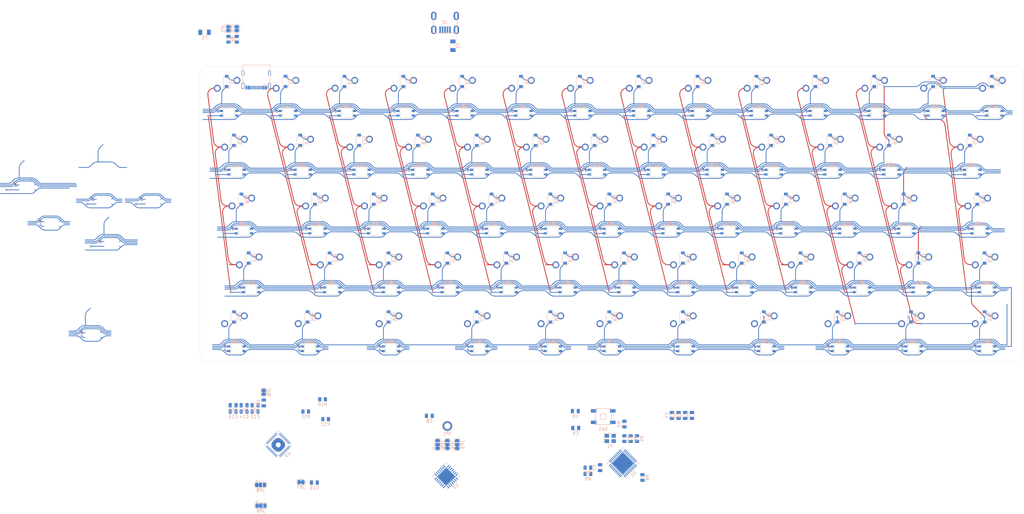
<source format=kicad_pcb>
(kicad_pcb (version 20211014) (generator pcbnew)
  (layers (0 "F.Cu" signal) (31 "B.Cu" signal) (34 "B.Paste" user) (35 "F.Paste" user) (36 "B.SilkS" user "B.Silkscreen") (37 "F.SilkS" user "F.Silkscreen") (38 "B.Mask" user) (39 "F.Mask" user) (44 "Edge.Cuts" user))
  (net 0 "")
  (net 1 "GND")
  (net 2 "+5V")
  (net 3 "Net-(C5-Pad2)")
  (net 4 "Net-(C6-Pad2)")
  (net 5 "Net-(C7-Pad1)")
  (net 6 "Net-(C10-Pad2)")
  (net 7 "Net-(D1-Pad2)")
  (net 8 "row0")
  (net 9 "Net-(D2-Pad2)")
  (net 10 "Net-(D3-Pad2)")
  (net 11 "Net-(D4-Pad2)")
  (net 12 "Net-(D5-Pad2)")
  (net 13 "Net-(D6-Pad2)")
  (net 14 "Net-(D7-Pad2)")
  (net 15 "Net-(D8-Pad2)")
  (net 16 "Net-(D9-Pad2)")
  (net 17 "Net-(D10-Pad2)")
  (net 18 "Net-(D11-Pad2)")
  (net 19 "Net-(D12-Pad2)")
  (net 20 "Net-(D13-Pad2)")
  (net 21 "Net-(D14-Pad2)")
  (net 22 "row1")
  (net 23 "Net-(D15-Pad2)")
  (net 24 "Net-(D16-Pad2)")
  (net 25 "Net-(D17-Pad2)")
  (net 26 "Net-(D18-Pad2)")
  (net 27 "Net-(D19-Pad2)")
  (net 28 "Net-(D20-Pad2)")
  (net 29 "Net-(D21-Pad2)")
  (net 30 "Net-(D22-Pad2)")
  (net 31 "Net-(D23-Pad2)")
  (net 32 "Net-(D24-Pad2)")
  (net 33 "Net-(D25-Pad2)")
  (net 34 "Net-(D26-Pad2)")
  (net 35 "Net-(D27-Pad2)")
  (net 36 "row2")
  (net 37 "Net-(D28-Pad2)")
  (net 38 "Net-(D29-Pad2)")
  (net 39 "Net-(D30-Pad2)")
  (net 40 "Net-(D31-Pad2)")
  (net 41 "Net-(D32-Pad2)")
  (net 42 "Net-(D33-Pad2)")
  (net 43 "Net-(D34-Pad2)")
  (net 44 "Net-(D35-Pad2)")
  (net 45 "Net-(D36-Pad2)")
  (net 46 "Net-(D37-Pad2)")
  (net 47 "Net-(D38-Pad2)")
  (net 48 "Net-(D39-Pad2)")
  (net 49 "Net-(D40-Pad2)")
  (net 50 "row3")
  (net 51 "Net-(D41-Pad2)")
  (net 52 "Net-(D42-Pad2)")
  (net 53 "Net-(D43-Pad2)")
  (net 54 "Net-(D44-Pad2)")
  (net 55 "Net-(D45-Pad2)")
  (net 56 "Net-(D46-Pad2)")
  (net 57 "Net-(D47-Pad2)")
  (net 58 "Net-(D48-Pad2)")
  (net 59 "Net-(D49-Pad2)")
  (net 60 "Net-(D50-Pad2)")
  (net 61 "Net-(D51-Pad2)")
  (net 62 "Net-(D52-Pad2)")
  (net 63 "Net-(D53-Pad2)")
  (net 64 "row4")
  (net 65 "Net-(D54-Pad2)")
  (net 66 "Net-(D55-Pad2)")
  (net 67 "Net-(D56-Pad2)")
  (net 68 "Net-(D58-Pad2)")
  (net 69 "Net-(D59-Pad2)")
  (net 70 "Net-(D60-Pad2)")
  (net 71 "Net-(D61-Pad2)")
  (net 72 "Net-(D62-Pad2)")
  (net 73 "Net-(D63-Pad2)")
  (net 74 "Net-(D64-Pad2)")
  (net 75 "VCC")
  (net 76 "D+")
  (net 77 "Net-(J1-PadB5)")
  (net 78 "D-")
  (net 79 "Net-(J1-PadA5)")
  (net 80 "Net-(JP1-Pad2)")
  (net 81 "Net-(JP2-Pad2)")
  (net 82 "Net-(JP3-Pad2)")
  (net 83 "Net-(JP4-Pad2)")
  (net 84 "Net-(JP5-Pad2)")
  (net 85 "Net-(JP7-Pad1)")
  (net 86 "Net-(JP8-Pad2)")
  (net 87 "Net-(JP9-Pad2)")
  (net 88 "SW1")
  (net 89 "SW2")
  (net 90 "SW3")
  (net 91 "CS1")
  (net 92 "CS2")
  (net 93 "CS3")
  (net 94 "CS4")
  (net 95 "CS5")
  (net 96 "CS6")
  (net 97 "CS7")
  (net 98 "CS8")
  (net 99 "CS9")
  (net 100 "CS10")
  (net 101 "CS11")
  (net 102 "CS12")
  (net 103 "CS13")
  (net 104 "CS14")
  (net 105 "CS15")
  (net 106 "CS16")
  (net 107 "SW4")
  (net 108 "SW5")
  (net 109 "SW6")
  (net 110 "SW7")
  (net 111 "SW8")
  (net 112 "SW9")
  (net 113 "SW10")
  (net 114 "SW11")
  (net 115 "SW12")
  (net 116 "col0")
  (net 117 "col1")
  (net 118 "col2")
  (net 119 "col3")
  (net 120 "col4")
  (net 121 "col5")
  (net 122 "col6")
  (net 123 "col7")
  (net 124 "col8")
  (net 125 "col9")
  (net 126 "col10")
  (net 127 "col11")
  (net 128 "col12")
  (net 129 "Net-(R3-Pad1)")
  (net 130 "Net-(R4-Pad1)")
  (net 131 "INTB")
  (net 132 "SCL")
  (net 133 "SDA")
  (net 134 "Net-(R8-Pad1)")
  (net 135 "Net-(R9-Pad2)")
  (net 136 "IICRST")
  (net 137 "SDB")
  (net 138 "Net-(R12-Pad1)")
  (net 139 "Net-(D57-Pad2)")
  (footprint "MX_Only:MXOnly-1U-NoLED" (layer "F.Cu") (at 24.60625 51.59375)
    (fp_text reference "MX1")
    (fp_text value "MX-NoLED")
  )
  (footprint "MX_Only:MXOnly-1U-NoLED" (layer "F.Cu") (at 43.65625 51.59375)
    (fp_text reference "MX2")
    (fp_text value "MX-NoLED")
  )
  (footprint "MX_Only:MXOnly-1U-NoLED" (layer "F.Cu") (at 81.75625 51.59375)
    (fp_text reference "MX4")
    (fp_text value "MX-NoLED")
  )
  (footprint "MX_Only:MXOnly-1U-NoLED" (layer "F.Cu") (at 196.05625 51.59375)
    (fp_text reference "MX10")
    (fp_text value "MX-NoLED")
  )
  (footprint "MX_Only:MXOnly-1U-NoLED" (layer "F.Cu") (at 215.10625 51.59375)
    (fp_text reference "MX11")
    (fp_text value "MX-NoLED")
  )
  (footprint "MX_Only:MXOnly-1U-NoLED" (layer "F.Cu") (at 234.15625 51.59375)
    (fp_text reference "MX12")
    (fp_text value "MX-NoLED")
  )
  (footprint "MX_Only:MXOnly-1U-NoLED" (layer "F.Cu") (at 253.20625 51.59375)
    (fp_text reference "MX13")
    (fp_text value "MX-NoLED")
  )
  (footprint "MX_Only:MXOnly-1U-NoLED" (layer "F.Cu") (at 272.25625 51.59375)
    (fp_text reference "MX14")
    (fp_text value "MX-NoLED")
  )
  (footprint "MX_Only:MXOnly-1.25U-NoLED" (layer "F.Cu") (at 26.9875 70.64375)
    (fp_text reference "MX15")
    (fp_text value "MX-NoLED")
  )
  (footprint "MX_Only:MXOnly-1U-NoLED" (layer "F.Cu") (at 48.41875 70.64375)
    (fp_text reference "MX16")
    (fp_text value "MX-NoLED")
  )
  (footprint "MX_Only:MXOnly-1U-NoLED" (layer "F.Cu") (at 67.46875 70.64375)
    (fp_text reference "MX17")
    (fp_text value "MX-NoLED")
  )
  (footprint "MX_Only:MXOnly-1U-NoLED" (layer "F.Cu") (at 86.51875 70.64375)
    (fp_text reference "MX18")
    (fp_text value "MX-NoLED")
  )
  (footprint "MX_Only:MXOnly-1U-NoLED" (layer "F.Cu") (at 105.56875 70.64375)
    (fp_text reference "MX19")
    (fp_text value "MX-NoLED")
  )
  (footprint "MX_Only:MXOnly-1U-NoLED" (layer "F.Cu") (at 124.61875 70.64375)
    (fp_text reference "MX20")
    (fp_text value "MX-NoLED")
  )
  (footprint "MX_Only:MXOnly-1U-NoLED" (layer "F.Cu") (at 219.86875 70.64375)
    (fp_text reference "MX25")
    (fp_text value "MX-NoLED")
  )
  (footprint "MX_Only:MXOnly-1U-NoLED" (layer "F.Cu") (at 238.91875 70.64375)
    (fp_text reference "MX26")
    (fp_text value "MX-NoLED")
  )
  (footprint "MX_Only:MXOnly-1.5U-NoLED" (layer "F.Cu") (at 29.36875 89.69375)
    (fp_text reference "MX28")
    (fp_text value "MX-NoLED")
  )
  (footprint "MX_Only:MXOnly-1U-NoLED" (layer "F.Cu") (at 53.18125 89.69375)
    (fp_text reference "MX29")
    (fp_text value "MX-NoLED")
  )
  (footprint "MX_Only:MXOnly-1U-NoLED" (layer "F.Cu") (at 205.58125 89.69375)
    (fp_text reference "MX37")
    (fp_text value "MX-NoLED")
  )
  (footprint "MX_Only:MXOnly-1U-NoLED" (layer "F.Cu") (at 224.63125 89.69375)
    (fp_text reference "MX38")
    (fp_text value "MX-NoLED")
  )
  (footprint "MX_Only:MXOnly-1U-NoLED" (layer "F.Cu") (at 243.68125 89.69375)
    (fp_text reference "MX39")
    (fp_text value "MX-NoLED")
  )
  (footprint "MX_Only:MXOnly-1.5U-NoLED" (layer "F.Cu") (at 267.49375 89.69375)
    (fp_text reference "MX40")
    (fp_text value "MX-NoLED")
  )
  (footprint "MX_Only:MXOnly-1.75U-NoLED" (layer "F.Cu") (at 31.75 108.74375)
    (fp_text reference "MX41")
    (fp_text value "MX-NoLED")
  )
  (footprint "MX_Only:MXOnly-1U-NoLED" (layer "F.Cu") (at 57.94375 108.74375)
    (fp_text reference "MX42")
    (fp_text value "MX-NoLED")
  )
  (footprint "MX_Only:MXOnly-1U-NoLED" (layer "F.Cu") (at 76.99375 108.74375)
    (fp_text reference "MX43")
    (fp_text value "MX-NoLED")
  )
  (footprint "MX_Only:MXOnly-1U-NoLED" (layer "F.Cu") (at 96.04375 108.74375)
    (fp_text reference "MX44")
    (fp_text value "MX-NoLED")
  )
  (footprint "MX_Only:MXOnly-1U-NoLED" (layer "F.Cu") (at 115.09375 108.74375)
    (fp_text reference "MX45")
    (fp_text value "MX-NoLED")
  )
  (footprint "MX_Only:MXOnly-1U-NoLED" (layer "F.Cu") (at 134.14375 108.74375)
    (fp_text reference "MX46")
    (fp_text value "MX-NoLED")
  )
  (footprint "MX_Only:MXOnly-1U-NoLED" (layer "F.Cu") (at 153.19375 108.74375)
    (fp_text reference "MX47")
    (fp_text value "MX-NoLED")
  )
  (footprint "MX_Only:MXOnly-1U-NoLED" (layer "F.Cu") (at 172.24375 108.74375)
    (fp_text reference "MX48")
    (fp_text value "MX-NoLED")
  )
  (footprint "MX_Only:MXOnly-1U-NoLED" (layer "F.Cu") (at 191.29375 108.74375)
    (fp_text reference "MX49")
    (fp_text value "MX-NoLED")
  )
  (footprint "MX_Only:MXOnly-1U-NoLED" (layer "F.Cu") (at 210.34375 108.74375)
    (fp_text reference "MX50")
    (fp_text value "MX-NoLED")
  )
  (footprint "MX_Only:MXOnly-1U-NoLED" (layer "F.Cu") (at 229.39375 108.74375)
    (fp_text reference "MX51")
    (fp_text value "MX-NoLED")
  )
  (footprint "MX_Only:MXOnly-1U-NoLED" (layer "F.Cu") (at 248.44375 108.74375)
    (fp_text reference "MX52")
    (fp_text value "MX-NoLED")
  )
  (footprint "MX_Only:MXOnly-1.25U-NoLED" (layer "F.Cu") (at 26.9875 127.79375)
    (fp_text reference "MX54")
    (fp_text value "MX-NoLED")
  )
  (footprint "MX_Only:MXOnly-1.25U-NoLED" (layer "F.Cu") (at 50.8 127.79375)
    (fp_text reference "MX55")
    (fp_text value "MX-NoLED")
  )
  (footprint "MX_Only:MXOnly-1.5U-NoLED" (layer "F.Cu") (at 76.99375 127.79375)
    (fp_text reference "MX56")
    (fp_text value "MX-NoLED")
  )
  (footprint "MX_Only:MXOnly-1.5U-NoLED" (layer "F.Cu") (at 105.56875 127.79375)
    (fp_text reference "MX57")
    (fp_text value "MX-NoLED")
  )
  (footprint "MX_Only:MXOnly-1U-NoLED" (layer "F.Cu") (at 129.38125 127.79375)
    (fp_text reference "MX58")
    (fp_text value "MX-NoLED")
  )
  (footprint "MX_Only:MXOnly-1U-NoLED" (layer "F.Cu") (at 148.43125 127.79375)
    (fp_text reference "MX59")
    (fp_text value "MX-NoLED")
  )
  (footprint "MX_Only:MXOnly-1.5U-NoLED" (layer "F.Cu") (at 172.24375 127.79375)
    (fp_text reference "MX60")
    (fp_text value "MX-NoLED")
  )
  (footprint "MX_Only:MXOnly-1.25U-NoLED" (layer "F.Cu") (at 198.4375 127.79375)
    (fp_text reference "MX61")
    (fp_text value "MX-NoLED")
  )
  (footprint "MX_Only:MXOnly-1.25U-NoLED" (layer "F.Cu") (at 222.25 127.79375)
    (fp_text reference "MX62")
    (fp_text value "MX-NoLED")
  )
  (footprint "MX_Only:MXOnly-1.25U-NoLED" (layer "F.Cu") (at 246.0625 127.79375)
    (fp_text reference "MX63")
    (fp_text value "MX-NoLED")
  )
  (footprint "MX_Only:MXOnly-1.25U-NoLED" (layer "F.Cu") (at 269.875 127.79375)
    (fp_text reference "MX64")
    (fp_text value "MX-NoLED")
  )
  (footprint "MX_Only:MXOnly-1U-NoLED" (layer "F.Cu") (at 72.23125 89.69375)
    (fp_text reference "MX30")
    (fp_text value "MX-NoLED")
  )
  (footprint "MX_Only:MXOnly-1U-NoLED" (layer "F.Cu") (at 186.53125 89.69375)
    (fp_text reference "MX36")
    (fp_text value "MX-NoLED")
  )
  (footprint "MX_Only:MXOnly-1U-NoLED" (layer "F.Cu") (at 167.48125 89.69375)
    (fp_text reference "MX35")
    (fp_text value "MX-NoLED")
  )
  (footprint "MX_Only:MXOnly-1U-NoLED" (layer "F.Cu") (at 148.43125 89.69375)
    (fp_text reference "MX34")
    (fp_text value "MX-NoLED")
  )
  (footprint "MX_Only:MXOnly-1U-NoLED" (layer "F.Cu") (at 129.38125 89.69375)
    (fp_text reference "MX33")
    (fp_text value "MX-NoLED")
  )
  (footprint "MX_Only:MXOnly-1U-NoLED" (layer "F.Cu") (at 110.33125 89.69375)
    (fp_text reference "MX32")
    (fp_text value "MX-NoLED")
  )
  (footprint "MX_Only:MXOnly-1U-NoLED" (layer "F.Cu") (at 91.28125 89.69375)
    (fp_text reference "MX31")
    (fp_text value "MX-NoLED")
  )
  (footprint "MX_Only:MXOnly-1U-NoLED" (layer "F.Cu") (at 181.76875 70.64375)
    (fp_text reference "MX23")
    (fp_text value "MX-NoLED")
  )
  (footprint "MX_Only:MXOnly-1U-NoLED" (layer "F.Cu") (at 162.71875 70.64375)
    (fp_text reference "MX22")
    (fp_text value "MX-NoLED")
  )
  (footprint "MX_Only:MXOnly-1U-NoLED" (layer "F.Cu") (at 143.66875 70.64375)
    (fp_text reference "MX21")
    (fp_text value "MX-NoLED")
  )
  (footprint "MX_Only:MXOnly-1U-NoLED" (layer "F.Cu") (at 100.80625 51.59375)
    (fp_text reference "MX5")
    (fp_text value "MX-NoLED")
  )
  (footprint "MX_Only:MXOnly-1U-NoLED" (layer "F.Cu") (at 177.00625 51.59375)
    (fp_text reference "MX9")
    (fp_text value "MX-NoLED")
  )
  (footprint "MX_Only:MXOnly-1U-NoLED" (layer "F.Cu") (at 200.81875 70.64375)
    (fp_text reference "MX24")
    (fp_text value "MX-NoLED")
  )
  (footprint "MX_Only:MXOnly-1U-NoLED" (layer "F.Cu") (at 138.90625 51.59375)
    (fp_text reference "MX7")
    (fp_text value "MX-NoLED")
  )
  (footprint "MX_Only:MXOnly-1U-NoLED" (layer "F.Cu") (at 119.85625 51.59375)
    (fp_text reference "MX6")
    (fp_text value "MX-NoLED")
  )
  (footprint "MX_Only:MXOnly-1U-NoLED" (layer "F.Cu") (at 157.95625 51.59375)
    (fp_text reference "MX8")
    (fp_text value "MX-NoLED")
  )
  (footprint "MX_Only:MXOnly-1.25U-NoLED" (layer "F.Cu") (at 269.875 108.74375)
    (fp_text reference "MX53")
    (fp_text value "MX-NoLED")
  )
  (footprint "MX_Only:MXOnly-1U-NoLED" (layer "F.Cu") (at 62.70625 51.59375)
    (fp_text reference "MX3")
    (fp_text value "MX-NoLED")
  )
  (footprint "MX_Only:MXOnly-1.75U-NoLED" (layer "F.Cu") (at 265.1125 70.64375)
    (fp_text reference "MX27")
    (fp_text value "MX-NoLED")
  )
  (footprint "Capacitor_SMD:C_0805_2012Metric" (layer "B.Cu") (at 174.371 154.94 -90)
    (fp_text reference "C1")
    (fp_text value "0.1uF")
  )
  (footprint "Capacitor_SMD:C_0805_2012Metric" (layer "B.Cu") (at 172.212 154.94 -90)
    (fp_text reference "C2")
    (fp_text value "0.1uF")
  )
  (footprint "Capacitor_SMD:C_0805_2012Metric" (layer "B.Cu") (at 170.053 154.94 -90)
    (fp_text reference "C3")
    (fp_text value "0.1uF")
  )
  (footprint "Capacitor_SMD:C_0805_2012Metric" (layer "B.Cu") (at 167.894 154.94 -90)
    (fp_text reference "C4")
    (fp_text value "10uF")
  )
  (footprint "Capacitor_SMD:C_0805_2012Metric" (layer "B.Cu") (at 136.779 159.004)
    (fp_text reference "C5")
    (fp_text value "22pF")
  )
  (footprint "Capacitor_SMD:C_0805_2012Metric" (layer "B.Cu") (at 136.652 153.543)
    (fp_text reference "C6")
    (fp_text value "22pF")
  )
  (footprint "Capacitor_SMD:C_0805_2012Metric" (layer "B.Cu") (at 144.653 171.831 -90)
    (fp_text reference "C7")
    (fp_text value "1uF")
  )
  (footprint "Capacitor_SMD:C_0805_2012Metric" (layer "B.Cu") (at 89.408 155.067)
    (fp_text reference "C8")
    (fp_text value "1uF")
  )
  (footprint "Capacitor_SMD:C_0805_2012Metric" (layer "B.Cu") (at 35.814 150.876 -90)
    (fp_text reference "C9")
    (fp_text value "22uF")
  )
  (footprint "Capacitor_SMD:C_0805_2012Metric" (layer "B.Cu") (at 33.02 151.638)
    (fp_text reference "C10")
    (fp_text value "0.47uF")
  )
  (footprint "Capacitor_SMD:C_0805_2012Metric" (layer "B.Cu") (at 29.464 151.638)
    (fp_text reference "C11")
    (fp_text value "0.47uF")
  )
  (footprint "Capacitor_SMD:C_0805_2012Metric" (layer "B.Cu") (at 25.908 151.638)
    (fp_text reference "C12")
    (fp_text value "0.47uF")
  )
  (footprint "Capacitor_SMD:C_0805_2012Metric" (layer "B.Cu") (at 33.02 153.67)
    (fp_text reference "C13")
    (fp_text value "0.1uF")
  )
  (footprint "Capacitor_SMD:C_0805_2012Metric" (layer "B.Cu") (at 29.464 153.67)
    (fp_text reference "C14")
    (fp_text value "0.1uF")
  )
  (footprint "Capacitor_SMD:C_0805_2012Metric" (layer "B.Cu") (at 52.197 176.657)
    (fp_text reference "C16")
    (fp_text value "0.47uF")
  )
  (footprint "Diode_SMD:D_SOD-123" (layer "B.Cu") (at 42.8625 46.83125 90)
    (fp_text reference "D2")
    (fp_text value "SOD123")
  )
  (footprint "Diode_SMD:D_SOD-123" (layer "B.Cu") (at 61.9125 46.83125 90)
    (fp_text reference "D3")
    (fp_text value "SOD123")
  )
  (footprint "Diode_SMD:D_SOD-123" (layer "B.Cu") (at 80.9625 46.83125 90)
    (fp_text reference "D4")
    (fp_text value "SOD123")
  )
  (footprint "Diode_SMD:D_SOD-123" (layer "B.Cu") (at 100.0125 46.83125 90)
    (fp_text reference "D5")
    (fp_text value "SOD123")
  )
  (footprint "Diode_SMD:D_SOD-123" (layer "B.Cu") (at 119.0625 46.83125 90)
    (fp_text reference "D6")
    (fp_text value "SOD123")
  )
  (footprint "Diode_SMD:D_SOD-123" (layer "B.Cu") (at 138.1125 46.83125 90)
    (fp_text reference "D7")
    (fp_text value "SOD123")
  )
  (footprint "Diode_SMD:D_SOD-123" (layer "B.Cu") (at 157.1625 46.83125 90)
    (fp_text reference "D8")
    (fp_text value "SOD123")
  )
  (footprint "Diode_SMD:D_SOD-123" (layer "B.Cu") (at 176.2125 46.83125 90)
    (fp_text reference "D9")
    (fp_text value "SOD123")
  )
  (footprint "Diode_SMD:D_SOD-123" (layer "B.Cu") (at 195.2625 46.83125 90)
    (fp_text reference "D10")
    (fp_text value "SOD123")
  )
  (footprint "Diode_SMD:D_SOD-123" (layer "B.Cu") (at 214.3125 46.83125 90)
    (fp_text reference "D11")
    (fp_text value "SOD123")
  )
  (footprint "Diode_SMD:D_SOD-123" (layer "B.Cu") (at 233.3625 46.83125 90)
    (fp_text reference "D12")
    (fp_text value "SOD123")
  )
  (footprint "Diode_SMD:D_SOD-123" (layer "B.Cu") (at 252.4125 46.83125 90)
    (fp_text reference "D13")
    (fp_text value "SOD123")
  )
  (footprint "Diode_SMD:D_SOD-123" (layer "B.Cu") (at 26.19375 65.88125 90)
    (fp_text reference "D15")
    (fp_text value "SOD123")
  )
  (footprint "Diode_SMD:D_SOD-123" (layer "B.Cu") (at 47.625 65.88125 90)
    (fp_text reference "D16")
    (fp_text value "SOD123")
  )
  (footprint "Diode_SMD:D_SOD-123" (layer "B.Cu") (at 66.675 65.88125 90)
    (fp_text reference "D17")
    (fp_text value "SOD123")
  )
  (footprint "Diode_SMD:D_SOD-123" (layer "B.Cu") (at 85.725 65.88125 90)
    (fp_text reference "D18")
    (fp_text value "SOD123")
  )
  (footprint "Diode_SMD:D_SOD-123" (layer "B.Cu") (at 104.775 65.88125 90)
    (fp_text reference "D19")
    (fp_text value "SOD123")
  )
  (footprint "Diode_SMD:D_SOD-123" (layer "B.Cu") (at 123.825 65.88125 90)
    (fp_text reference "D20")
    (fp_text value "SOD123")
  )
  (footprint "Diode_SMD:D_SOD-123" (layer "B.Cu") (at 142.875 65.88125 90)
    (fp_text reference "D21")
    (fp_text value "SOD123")
  )
  (footprint "Diode_SMD:D_SOD-123" (layer "B.Cu") (at 161.925 65.88125 90)
    (fp_text reference "D22")
    (fp_text value "SOD123")
  )
  (footprint "Diode_SMD:D_SOD-123" (layer "B.Cu") (at 180.975 65.88125 90)
    (fp_text reference "D23")
    (fp_text value "SOD123")
  )
  (footprint "Diode_SMD:D_SOD-123" (layer "B.Cu") (at 200.025 65.88125 90)
    (fp_text reference "D24")
    (fp_text value "SOD123")
  )
  (footprint "Diode_SMD:D_SOD-123" (layer "B.Cu") (at 219.075 65.88125 90)
    (fp_text reference "D25")
    (fp_text value "SOD123")
  )
  (footprint "Diode_SMD:D_SOD-123" (layer "B.Cu") (at 238.125 65.88125 90)
    (fp_text reference "D26")
    (fp_text value "SOD123")
  )
  (footprint "Diode_SMD:D_SOD-123" (layer "B.Cu") (at 271.4625 46.83125 90)
    (fp_text reference "D14")
    (fp_text value "SOD123")
  )
  (footprint "Diode_SMD:D_SOD-123" (layer "B.Cu") (at 28.575 84.93125 90)
    (fp_text reference "D28")
    (fp_text value "SOD123")
  )
  (footprint "Diode_SMD:D_SOD-123" (layer "B.Cu") (at 52.3875 84.93125 90)
    (fp_text reference "D29")
    (fp_text value "SOD123")
  )
  (footprint "Diode_SMD:D_SOD-123" (layer "B.Cu") (at 71.4375 84.93125 90)
    (fp_text reference "D30")
    (fp_text value "SOD123")
  )
  (footprint "Diode_SMD:D_SOD-123" (layer "B.Cu") (at 90.4875 84.93125 90)
    (fp_text reference "D31")
    (fp_text value "SOD123")
  )
  (footprint "Diode_SMD:D_SOD-123" (layer "B.Cu") (at 109.5375 84.93125 90)
    (fp_text reference "D32")
    (fp_text value "SOD123")
  )
  (footprint "Diode_SMD:D_SOD-123" (layer "B.Cu") (at 128.5875 84.93125 90)
    (fp_text reference "D33")
    (fp_text value "SOD123")
  )
  (footprint "Diode_SMD:D_SOD-123" (layer "B.Cu") (at 147.6375 84.93125 90)
    (fp_text reference "D34")
    (fp_text value "SOD123")
  )
  (footprint "Diode_SMD:D_SOD-123" (layer "B.Cu") (at 166.6875 84.93125 90)
    (fp_text reference "D35")
    (fp_text value "SOD123")
  )
  (footprint "Diode_SMD:D_SOD-123" (layer "B.Cu") (at 185.7375 84.93125 90)
    (fp_text reference "D36")
    (fp_text value "SOD123")
  )
  (footprint "Diode_SMD:D_SOD-123" (layer "B.Cu") (at 204.7875 84.93125 90)
    (fp_text reference "D37")
    (fp_text value "SOD123")
  )
  (footprint "Diode_SMD:D_SOD-123" (layer "B.Cu") (at 223.8375 84.93125 90)
    (fp_text reference "D38")
    (fp_text value "SOD123")
  )
  (footprint "Diode_SMD:D_SOD-123" (layer "B.Cu") (at 242.8875 84.93125 90)
    (fp_text reference "D39")
    (fp_text value "SOD123")
  )
  (footprint "Diode_SMD:D_SOD-123" (layer "B.Cu") (at 264.31875 65.88125 90)
    (fp_text reference "D27")
    (fp_text value "SOD123")
  )
  (footprint "Diode_SMD:D_SOD-123" (layer "B.Cu") (at 30.95625 103.98125 90)
    (fp_text reference "D41")
    (fp_text value "SOD123")
  )
  (footprint "Diode_SMD:D_SOD-123" (layer "B.Cu") (at 57.15 103.98125 90)
    (fp_text reference "D42")
    (fp_text value "SOD123")
  )
  (footprint "Diode_SMD:D_SOD-123" (layer "B.Cu") (at 76.2 103.98125 90)
    (fp_text reference "D43")
    (fp_text value "SOD123")
  )
  (footprint "Diode_SMD:D_SOD-123" (layer "B.Cu") (at 95.25 103.98125 90)
    (fp_text reference "D44")
    (fp_text value "SOD123")
  )
  (footprint "Diode_SMD:D_SOD-123" (layer "B.Cu") (at 114.3 103.98125 90)
    (fp_text reference "D45")
    (fp_text value "SOD123")
  )
  (footprint "Diode_SMD:D_SOD-123" (layer "B.Cu") (at 133.35 103.98125 90)
    (fp_text reference "D46")
    (fp_text value "SOD123")
  )
  (footprint "Diode_SMD:D_SOD-123" (layer "B.Cu") (at 152.4 103.98125 90)
    (fp_text reference "D47")
    (fp_text value "SOD123")
  )
  (footprint "Diode_SMD:D_SOD-123" (layer "B.Cu") (at 171.45 103.98125 90)
    (fp_text reference "D48")
    (fp_text value "SOD123")
  )
  (footprint "Diode_SMD:D_SOD-123" (layer "B.Cu") (at 190.5 103.98125 90)
    (fp_text reference "D49")
    (fp_text value "SOD123")
  )
  (footprint "Diode_SMD:D_SOD-123" (layer "B.Cu") (at 209.55 103.98125 90)
    (fp_text reference "D50")
    (fp_text value "SOD123")
  )
  (footprint "Diode_SMD:D_SOD-123" (layer "B.Cu") (at 228.6 103.98125 90)
    (fp_text reference "D51")
    (fp_text value "SOD123")
  )
  (footprint "Diode_SMD:D_SOD-123" (layer "B.Cu") (at 247.65 103.98125 90)
    (fp_text reference "D52")
    (fp_text value "SOD123")
  )
  (footprint "Diode_SMD:D_SOD-123" (layer "B.Cu") (at 266.7 84.93125 90)
    (fp_text reference "D40")
    (fp_text value "SOD123")
  )
  (footprint "Diode_SMD:D_SOD-123" (layer "B.Cu") (at 26.19375 123.03125 90)
    (fp_text reference "D54")
    (fp_text value "SOD123")
  )
  (footprint "Diode_SMD:D_SOD-123" (layer "B.Cu") (at 50.00625 123.03125 90)
    (fp_text reference "D55")
    (fp_text value "SOD123")
  )
  (footprint "Diode_SMD:D_SOD-123" (layer "B.Cu") (at 76.2 123.03125 90)
    (fp_text reference "D56")
    (fp_text value "SOD123")
  )
  (footprint "Diode_SMD:D_SOD-123" (layer "B.Cu") (at 104.775 123.03125 90)
    (fp_text reference "D57")
    (fp_text value "SOD123")
  )
  (footprint "Diode_SMD:D_SOD-123" (layer "B.Cu") (at 128.5875 123.03125 90)
    (fp_text reference "D58")
    (fp_text value "SOD123")
  )
  (footprint "Diode_SMD:D_SOD-123" (layer "B.Cu") (at 147.6375 123.03125 90)
    (fp_text reference "D59")
    (fp_text value "SOD123")
  )
  (footprint "Diode_SMD:D_SOD-123" (layer "B.Cu") (at 171.45 123.03125 90)
    (fp_text reference "D60")
    (fp_text value "SOD123")
  )
  (footprint "Diode_SMD:D_SOD-123" (layer "B.Cu") (at 197.64375 123.03125 90)
    (fp_text reference "D61")
    (fp_text value "SOD123")
  )
  (footprint "Diode_SMD:D_SOD-123" (layer "B.Cu") (at 221.45625 123.03125 90)
    (fp_text reference "D62")
    (fp_text value "SOD123")
  )
  (footprint "Diode_SMD:D_SOD-123" (layer "B.Cu") (at 245.26875 123.03125 90)
    (fp_text reference "D63")
    (fp_text value "SOD123")
  )
  (footprint "Diode_SMD:D_SOD-123" (layer "B.Cu") (at 269.08125 123.03125 90)
    (fp_text reference "D64")
    (fp_text value "SOD123")
  )
  (footprint "Diode_SMD:D_SOD-123" (layer "B.Cu") (at 269.08125 103.98125 90)
    (fp_text reference "D53")
    (fp_text value "SOD123")
  )
  (footprint "Fuse:Fuse_1206_3216Metric" (layer "B.Cu") (at 16.66875 30.95625)
    (fp_text reference "F1")
    (fp_text value "500mA")
  )
  (footprint "Fuse:Fuse_1206_3216Metric" (layer "B.Cu") (at 97.028 35.306 90)
    (fp_text reference "F2")
    (fp_text value "500mA")
  )
  (footprint "random-keyboard-parts:Molex-0548190589" (layer "B.Cu") (at 94.488 25.654 -90)
    (fp_text reference "J2")
    (fp_text value "USB_B_Micro")
  )
  (footprint "Jumper:SolderJumper-2_P1.3mm_Bridged_RoundedPad1.0x1.5mm" (layer "B.Cu") (at 24.4094 29.7688 -90)
    (fp_text reference "JP1")
    (fp_text value "SolderJumper_2_Bridged")
  )
  (footprint "Jumper:SolderJumper-2_P1.3mm_Bridged_RoundedPad1.0x1.5mm" (layer "B.Cu") (at 27.0764 29.7688 -90)
    (fp_text reference "JP2")
    (fp_text value "SolderJumper_2_Bridged")
  )
  (footprint "Jumper:SolderJumper-3_P1.3mm_Bridged12_RoundedPad1.0x1.5mm" (layer "B.Cu") (at 98.425 164.368 90)
    (fp_text reference "JP3")
    (fp_text value "SolderJumper_3_Bridged12")
  )
  (footprint "Jumper:SolderJumper-3_P1.3mm_Bridged12_RoundedPad1.0x1.5mm" (layer "B.Cu") (at 95.25 164.338 90)
    (fp_text reference "JP4")
    (fp_text value "SolderJumper_3_Bridged12")
  )
  (footprint "Jumper:SolderJumper-3_P1.3mm_Bridged12_RoundedPad1.0x1.5mm" (layer "B.Cu") (at 92.075 164.338 90)
    (fp_text reference "JP5")
    (fp_text value "SolderJumper_3_Bridged12")
  )
  (footprint "Jumper:SolderJumper-2_P1.3mm_Bridged_RoundedPad1.0x1.5mm" (layer "B.Cu") (at 35.814 147.447 90)
    (fp_text reference "JP6")
    (fp_text value "SolderJumper_2_Bridged")
  )
  (footprint "Jumper:SolderJumper-2_P1.3mm_Bridged_RoundedPad1.0x1.5mm" (layer "B.Cu") (at 47.879 176.53)
    (fp_text reference "JP7")
    (fp_text value "SolderJumper_2_Bridged")
  )
  (footprint "Jumper:SolderJumper-3_P1.3mm_Bridged12_RoundedPad1.0x1.5mm" (layer "B.Cu") (at 34.798 177.419)
    (fp_text reference "JP8")
    (fp_text value "SolderJumper_3_Bridged12")
  )
  (footprint "Jumper:SolderJumper-3_P1.3mm_Bridged12_RoundedPad1.0x1.5mm" (layer "B.Cu") (at 34.925 184.15)
    (fp_text reference "JP9")
    (fp_text value "SolderJumper_3_Bridged12")
  )
  (footprint "QBLP677R-RGB:RGB-REVERSE_MOUNT" (layer "B.Cu") (at 24.60625 57.15)
    (fp_text reference "L1")
    (fp_text value "QBLP677R-RGB")
    (fp_line (start -1.3 -1.6) (end 1.3 -1.6) (layer "Edge.Cuts") (width 0.15))
    (fp_line (start 1.3 1.6) (end -1.3 1.6) (layer "Edge.Cuts") (width 0.15))
    (fp_line (start -1.8 1.1) (end -1.8 -1.1) (layer "Edge.Cuts") (width 0.15))
    (fp_line (start 1.8 -1.1) (end 1.8 1.1) (layer "Edge.Cuts") (width 0.15))
    (fp_arc (start 1.3 -1.6) (mid 1.653553 -1.453553) (end 1.8 -1.1) (layer "Edge.Cuts") (width 0.15))
    (fp_arc (start 1.8 1.1) (mid 1.653553 1.453553) (end 1.3 1.6) (layer "Edge.Cuts") (width 0.15))
    (fp_arc (start -1.8 -1.1) (mid -1.653553 -1.453553) (end -1.3 -1.6) (layer "Edge.Cuts") (width 0.15))
    (fp_arc (start -1.3 1.6) (mid -1.653553 1.453553) (end -1.8 1.1) (layer "Edge.Cuts") (width 0.15))
  )
  (footprint "QBLP677R-RGB:RGB-REVERSE_MOUNT" (layer "B.Cu") (at 43.65625 57.15)
    (fp_text reference "L2")
    (fp_text value "QBLP677R-RGB")
    (fp_line (start 1.8 -1.1) (end 1.8 1.1) (layer "Edge.Cuts") (width 0.15))
    (fp_line (start -1.3 -1.6) (end 1.3 -1.6) (layer "Edge.Cuts") (width 0.15))
    (fp_line (start -1.8 1.1) (end -1.8 -1.1) (layer "Edge.Cuts") (width 0.15))
    (fp_line (start 1.3 1.6) (end -1.3 1.6) (layer "Edge.Cuts") (width 0.15))
    (fp_arc (start -1.3 1.6) (mid -1.653553 1.453553) (end -1.8 1.1) (layer "Edge.Cuts") (width 0.15))
    (fp_arc (start -1.8 -1.1) (mid -1.653553 -1.453553) (end -1.3 -1.6) (layer "Edge.Cuts") (width 0.15))
    (fp_arc (start 1.3 -1.6) (mid 1.653553 -1.453553) (end 1.8 -1.1) (layer "Edge.Cuts") (width 0.15))
    (fp_arc (start 1.8 1.1) (mid 1.653553 1.453553) (end 1.3 1.6) (layer "Edge.Cuts") (width 0.15))
  )
  (footprint "QBLP677R-RGB:RGB-REVERSE_MOUNT" (layer "B.Cu") (at 62.70625 57.15)
    (fp_text reference "L3")
    (fp_text value "QBLP677R-RGB")
    (fp_line (start -1.3 -1.6) (end 1.3 -1.6) (layer "Edge.Cuts") (width 0.15))
    (fp_line (start -1.8 1.1) (end -1.8 -1.1) (layer "Edge.Cuts") (width 0.15))
    (fp_line (start 1.3 1.6) (end -1.3 1.6) (layer "Edge.Cuts") (width 0.15))
    (fp_line (start 1.8 -1.1) (end 1.8 1.1) (layer "Edge.Cuts") (width 0.15))
    (fp_arc (start 1.8 1.1) (mid 1.653553 1.453553) (end 1.3 1.6) (layer "Edge.Cuts") (width 0.15))
    (fp_arc (start -1.3 1.6) (mid -1.653553 1.453553) (end -1.8 1.1) (layer "Edge.Cuts") (width 0.15))
    (fp_arc (start 1.3 -1.6) (mid 1.653553 -1.453553) (end 1.8 -1.1) (layer "Edge.Cuts") (width 0.15))
    (fp_arc (start -1.8 -1.1) (mid -1.653553 -1.453553) (end -1.3 -1.6) (layer "Edge.Cuts") (width 0.15))
  )
  (footprint "QBLP677R-RGB:RGB-REVERSE_MOUNT" (layer "B.Cu") (at 81.75625 57.15)
    (fp_text reference "L4")
    (fp_text value "QBLP677R-RGB")
    (fp_line (start 1.8 -1.1) (end 1.8 1.1) (layer "Edge.Cuts") (width 0.15))
    (fp_line (start -1.8 1.1) (end -1.8 -1.1) (layer "Edge.Cuts") (width 0.15))
    (fp_line (start -1.3 -1.6) (end 1.3 -1.6) (layer "Edge.Cuts") (width 0.15))
    (fp_line (start 1.3 1.6) (end -1.3 1.6) (layer "Edge.Cuts") (width 0.15))
    (fp_arc (start -1.8 -1.1) (mid -1.653553 -1.453553) (end -1.3 -1.6) (layer "Edge.Cuts") (width 0.15))
    (fp_arc (start 1.8 1.1) (mid 1.653553 1.453553) (end 1.3 1.6) (layer "Edge.Cuts") (width 0.15))
    (fp_arc (start 1.3 -1.6) (mid 1.653553 -1.453553) (end 1.8 -1.1) (layer "Edge.Cuts") (width 0.15))
    (fp_arc (start -1.3 1.6) (mid -1.653553 1.453553) (end -1.8 1.1) (layer "Edge.Cuts") (width 0.15))
  )
  (footprint "QBLP677R-RGB:RGB-REVERSE_MOUNT" (layer "B.Cu") (at 100.80625 57.15)
    (fp_text reference "L5")
    (fp_text value "QBLP677R-RGB")
    (fp_line (start 1.8 -1.1) (end 1.8 1.1) (layer "Edge.Cuts") (width 0.15))
    (fp_line (start -1.8 1.1) (end -1.8 -1.1) (layer "Edge.Cuts") (width 0.15))
    (fp_line (start -1.3 -1.6) (end 1.3 -1.6) (layer "Edge.Cuts") (width 0.15))
    (fp_line (start 1.3 1.6) (end -1.3 1.6) (layer "Edge.Cuts") (width 0.15))
    (fp_arc (start 1.8 1.1) (mid 1.653553 1.453553) (end 1.3 1.6) (layer "Edge.Cuts") (width 0.15))
    (fp_arc (start -1.8 -1.1) (mid -1.653553 -1.453553) (end -1.3 -1.6) (layer "Edge.Cuts") (width 0.15))
    (fp_arc (start -1.3 1.6) (mid -1.653553 1.453553) (end -1.8 1.1) (layer "Edge.Cuts") (width 0.15))
    (fp_arc (start 1.3 -1.6) (mid 1.653553 -1.453553) (end 1.8 -1.1) (layer "Edge.Cuts") (width 0.15))
  )
  (footprint "QBLP677R-RGB:RGB-REVERSE_MOUNT" (layer "B.Cu") (at 119.85625 57.15)
    (fp_text reference "L6")
    (fp_text value "QBLP677R-RGB")
    (fp_line (start -1.8 1.1) (end -1.8 -1.1) (layer "Edge.Cuts") (width 0.15))
    (fp_line (start -1.3 -1.6) (end 1.3 -1.6) (layer "Edge.Cuts") (width 0.15))
    (fp_line (start 1.8 -1.1) (end 1.8 1.1) (layer "Edge.Cuts") (width 0.15))
    (fp_line (start 1.3 1.6) (end -1.3 1.6) (layer "Edge.Cuts") (width 0.15))
    (fp_arc (start -1.3 1.6) (mid -1.653553 1.453553) (end -1.8 1.1) (layer "Edge.Cuts") (width 0.15))
    (fp_arc (start 1.8 1.1) (mid 1.653553 1.453553) (end 1.3 1.6) (layer "Edge.Cuts") (width 0.15))
    (fp_arc (start 1.3 -1.6) (mid 1.653553 -1.453553) (end 1.8 -1.1) (layer "Edge.Cuts") (width 0.15))
    (fp_arc (start -1.8 -1.1) (mid -1.653553 -1.453553) (end -1.3 -1.6) (layer "Edge.Cuts") (width 0.15))
  )
  (footprint "QBLP677R-RGB:RGB-REVERSE_MOUNT" (layer "B.Cu") (at 138.90625 57.15)
    (fp_text reference "L7")
    (fp_text value "QBLP677R-RGB")
    (fp_line (start 1.3 1.6) (end -1.3 1.6) (layer "Edge.Cuts") (width 0.15))
    (fp_line (start 1.8 -1.1) (end 1.8 1.1) (layer "Edge.Cuts") (width 0.15))
    (fp_line (start -1.8 1.1) (end -1.8 -1.1) (layer "Edge.Cuts") (width 0.15))
    (fp_line (start -1.3 -1.6) (end 1.3 -1.6) (layer "Edge.Cuts") (width 0.15))
    (fp_arc (start 1.8 1.1) (mid 1.653553 1.453553) (end 1.3 1.6) (layer "Edge.Cuts") (width 0.15))
    (fp_arc (start -1.8 -1.1) (mid -1.653553 -1.453553) (end -1.3 -1.6) (layer "Edge.Cuts") (width 0.15))
    (fp_arc (start -1.3 1.6) (mid -1.653553 1.453553) (end -1.8 1.1) (layer "Edge.Cuts") (width 0.15))
    (fp_arc (start 1.3 -1.6) (mid 1.653553 -1.453553) (end 1.8 -1.1) (layer "Edge.Cuts") (width 0.15))
  )
  (footprint "QBLP677R-RGB:RGB-REVERSE_MOUNT" (layer "B.Cu") (at 157.95625 57.15)
    (fp_text reference "L8")
    (fp_text value "QBLP677R-RGB")
    (fp_line (start 1.3 1.6) (end -1.3 1.6) (layer "Edge.Cuts") (width 0.15))
    (fp_line (start -1.8 1.1) (end -1.8 -1.1) (layer "Edge.Cuts") (width 0.15))
    (fp_line (start -1.3 -1.6) (end 1.3 -1.6) (layer "Edge.Cuts") (width 0.15))
    (fp_line (start 1.8 -1.1) (end 1.8 1.1) (layer "Edge.Cuts") (width 0.15))
    (fp_arc (start -1.3 1.6) (mid -1.653553 1.453553) (end -1.8 1.1) (layer "Edge.Cuts") (width 0.15))
    (fp_arc (start -1.8 -1.1) (mid -1.653553 -1.453553) (end -1.3 -1.6) (layer "Edge.Cuts") (width 0.15))
    (fp_arc (start 1.3 -1.6) (mid 1.653553 -1.453553) (end 1.8 -1.1) (layer "Edge.Cuts") (width 0.15))
    (fp_arc (start 1.8 1.1) (mid 1.653553 1.453553) (end 1.3 1.6) (layer "Edge.Cuts") (width 0.15))
  )
  (footprint "QBLP677R-RGB:RGB-REVERSE_MOUNT" (layer "B.Cu") (at 177.00625 57.15)
    (fp_text reference "L9")
    (fp_text value "QBLP677R-RGB")
    (fp_line (start 1.8 -1.1) (end 1.8 1.1) (layer "Edge.Cuts") (width 0.15))
    (fp_line (start 1.3 1.6) (end -1.3 1.6) (layer "Edge.Cuts") (width 0.15))
    (fp_line (start -1.8 1.1) (end -1.8 -1.1) (layer "Edge.Cuts") (width 0.15))
    (fp_line (start -1.3 -1.6) (end 1.3 -1.6) (layer "Edge.Cuts") (width 0.15))
    (fp_arc (start 1.3 -1.6) (mid 1.653553 -1.453553) (end 1.8 -1.1) (layer "Edge.Cuts") (width 0.15))
    (fp_arc (start -1.3 1.6) (mid -1.653553 1.453553) (end -1.8 1.1) (layer "Edge.Cuts") (width 0.15))
    (fp_arc (start -1.8 -1.1) (mid -1.653553 -1.453553) (end -1.3 -1.6) (layer "Edge.Cuts") (width 0.15))
    (fp_arc (start 1.8 1.1) (mid 1.653553 1.453553) (end 1.3 1.6) (layer "Edge.Cuts") (width 0.15))
  )
  (footprint "QBLP677R-RGB:RGB-REVERSE_MOUNT" (layer "B.Cu") (at 196.05625 57.15)
    (fp_text reference "L10")
    (fp_text value "QBLP677R-RGB")
    (fp_line (start -1.8 1.1) (end -1.8 -1.1) (layer "Edge.Cuts") (width 0.15))
    (fp_line (start 1.8 -1.1) (end 1.8 1.1) (layer "Edge.Cuts") (width 0.15))
    (fp_line (start 1.3 1.6) (end -1.3 1.6) (layer "Edge.Cuts") (width 0.15))
    (fp_line (start -1.3 -1.6) (end 1.3 -1.6) (layer "Edge.Cuts") (width 0.15))
    (fp_arc (start 1.8 1.1) (mid 1.653553 1.453553) (end 1.3 1.6) (layer "Edge.Cuts") (width 0.15))
    (fp_arc (start -1.8 -1.1) (mid -1.653553 -1.453553) (end -1.3 -1.6) (layer "Edge.Cuts") (width 0.15))
    (fp_arc (start 1.3 -1.6) (mid 1.653553 -1.453553) (end 1.8 -1.1) (layer "Edge.Cuts") (width 0.15))
    (fp_arc (start -1.3 1.6) (mid -1.653553 1.453553) (end -1.8 1.1) (layer "Edge.Cuts") (width 0.15))
  )
  (footprint "QBLP677R-RGB:RGB-REVERSE_MOUNT" (layer "B.Cu") (at 215.10625 57.15)
    (fp_text reference "L11")
    (fp_text value "QBLP677R-RGB")
    (fp_line (start 1.8 -1.1) (end 1.8 1.1) (layer "Edge.Cuts") (width 0.15))
    (fp_line (start -1.8 1.1) (end -1.8 -1.1) (layer "Edge.Cuts") (width 0.15))
    (fp_line (start 1.3 1.6) (end -1.3 1.6) (layer "Edge.Cuts") (width 0.15))
    (fp_line (start -1.3 -1.6) (end 1.3 -1.6) (layer "Edge.Cuts") (width 0.15))
    (fp_arc (start -1.8 -1.1) (mid -1.653553 -1.453553) (end -1.3 -1.6) (layer "Edge.Cuts") (width 0.15))
    (fp_arc (start 1.3 -1.6) (mid 1.653553 -1.453553) (end 1.8 -1.1) (layer "Edge.Cuts") (width 0.15))
    (fp_arc (start -1.3 1.6) (mid -1.653553 1.453553) (end -1.8 1.1) (layer "Edge.Cuts") (width 0.15))
    (fp_arc (start 1.8 1.1) (mid 1.653553 1.453553) (end 1.3 1.6) (layer "Edge.Cuts") (width 0.15))
  )
  (footprint "QBLP677R-RGB:RGB-REVERSE_MOUNT" (layer "B.Cu") (at 234.15625 57.15)
    (fp_text reference "L12")
    (fp_text value "QBLP677R-RGB")
    (fp_line (start -1.3 -1.6) (end 1.3 -1.6) (layer "Edge.Cuts") (width 0.15))
    (fp_line (start -1.8 1.1) (end -1.8 -1.1) (layer "Edge.Cuts") (width 0.15))
    (fp_line (start 1.3 1.6) (end -1.3 1.6) (layer "Edge.Cuts") (width 0.15))
    (fp_line (start 1.8 -1.1) (end 1.8 1.1) (layer "Edge.Cuts") (width 0.15))
    (fp_arc (start -1.8 -1.1) (mid -1.653553 -1.453553) (end -1.3 -1.6) (layer "Edge.Cuts") (width 0.15))
    (fp_arc (start 1.3 -1.6) (mid 1.653553 -1.453553) (end 1.8 -1.1) (layer "Edge.Cuts") (width 0.15))
    (fp_arc (start 1.8 1.1) (mid 1.653553 1.453553) (end 1.3 1.6) (layer "Edge.Cuts") (width 0.15))
    (fp_arc (start -1.3 1.6) (mid -1.653553 1.453553) (end -1.8 1.1) (layer "Edge.Cuts") (width 0.15))
  )
  (footprint "QBLP677R-RGB:RGB-REVERSE_MOUNT" (layer "B.Cu") (at 253.20625 57.15)
    (fp_text reference "L13")
    (fp_text value "QBLP677R-RGB")
    (fp_line (start 1.3 1.6) (end -1.3 1.6) (layer "Edge.Cuts") (width 0.15))
    (fp_line (start 1.8 -1.1) (end 1.8 1.1) (layer "Edge.Cuts") (width 0.15))
    (fp_line (start -1.8 1.1) (end -1.8 -1.1) (layer "Edge.Cuts") (width 0.15))
    (fp_line (start -1.3 -1.6) (end 1.3 -1.6) (layer "Edge.Cuts") (width 0.15))
    (fp_arc (start -1.3 1.6) (mid -1.653553 1.453553) (end -1.8 1.1) (layer "Edge.Cuts") (width 0.15))
    (fp_arc (start 1.3 -1.6) (mid 1.653553 -1.453553) (end 1.8 -1.1) (layer "Edge.Cuts") (width 0.15))
    (fp_arc (start -1.8 -1.1) (mid -1.653553 -1.453553) (end -1.3 -1.6) (layer "Edge.Cuts") (width 0.15))
    (fp_arc (start 1.8 1.1) (mid 1.653553 1.453553) (end 1.3 1.6) (layer "Edge.Cuts") (width 0.15))
  )
  (footprint "QBLP677R-RGB:RGB-REVERSE_MOUNT" (layer "B.Cu") (at 272.25625 57.15)
    (fp_text reference "L14")
    (fp_text value "QBLP677R-RGB")
    (fp_line (start -1.8 1.1) (end -1.8 -1.1) (layer "Edge.Cuts") (width 0.15))
    (fp_line (start 1.8 -1.1) (end 1.8 1.1) (layer "Edge.Cuts") (width 0.15))
    (fp_line (start 1.3 1.6) (end -1.3 1.6) (layer "Edge.Cuts") (width 0.15))
    (fp_line (start -1.3 -1.6) (end 1.3 -1.6) (layer "Edge.Cuts") (width 0.15))
    (fp_arc (start 1.8 1.1) (mid 1.653553 1.453553) (end 1.3 1.6) (layer "Edge.Cuts") (width 0.15))
    (fp_arc (start -1.8 -1.1) (mid -1.653553 -1.453553) (end -1.3 -1.6) (layer "Edge.Cuts") (width 0.15))
    (fp_arc (start -1.3 1.6) (mid -1.653553 1.453553) (end -1.8 1.1) (layer "Edge.Cuts") (width 0.15))
    (fp_arc (start 1.3 -1.6) (mid 1.653553 -1.453553) (end 1.8 -1.1) (layer "Edge.Cuts") (width 0.15))
  )
  (footprint "QBLP677R-RGB:RGB-REVERSE_MOUNT" (layer "B.Cu") (at 26.9875 133.35)
    (fp_text reference "L15")
    (fp_text value "QBLP677R-RGB")
    (fp_line (start 1.8 -1.1) (end 1.8 1.1) (layer "Edge.Cuts") (width 0.15))
    (fp_line (start 1.3 1.6) (end -1.3 1.6) (layer "Edge.Cuts") (width 0.15))
    (fp_line (start -1.3 -1.6) (end 1.3 -1.6) (layer "Edge.Cuts") (width 0.15))
    (fp_line (start -1.8 1.1) (end -1.8 -1.1) (layer "Edge.Cuts") (width 0.15))
    (fp_arc (start -1.3 1.6) (mid -1.653553 1.453553) (end -1.8 1.1) (layer "Edge.Cuts") (width 0.15))
    (fp_arc (start 1.3 -1.6) (mid 1.653553 -1.453553) (end 1.8 -1.1) (layer "Edge.Cuts") (width 0.15))
    (fp_arc (start 1.8 1.1) (mid 1.653553 1.453553) (end 1.3 1.6) (layer "Edge.Cuts") (width 0.15))
    (fp_arc (start -1.8 -1.1) (mid -1.653553 -1.453553) (end -1.3 -1.6) (layer "Edge.Cuts") (width 0.15))
  )
  (footprint "QBLP677R-RGB:RGB-REVERSE_MOUNT" (layer "B.Cu") (at 50.8 133.35)
    (fp_text reference "L16")
    (fp_text value "QBLP677R-RGB")
    (fp_line (start 1.8 -1.1) (end 1.8 1.1) (layer "Edge.Cuts") (width 0.15))
    (fp_line (start -1.3 -1.6) (end 1.3 -1.6) (layer "Edge.Cuts") (width 0.15))
    (fp_line (start -1.8 1.1) (end -1.8 -1.1) (layer "Edge.Cuts") (width 0.15))
    (fp_line (start 1.3 1.6) (end -1.3 1.6) (layer "Edge.Cuts") (width 0.15))
    (fp_arc (start 1.8 1.1) (mid 1.653553 1.453553) (end 1.3 1.6) (layer "Edge.Cuts") (width 0.15))
    (fp_arc (start 1.3 -1.6) (mid 1.653553 -1.453553) (end 1.8 -1.1) (layer "Edge.Cuts") (width 0.15))
    (fp_arc (start -1.3 1.6) (mid -1.653553 1.453553) (end -1.8 1.1) (layer "Edge.Cuts") (width 0.15))
    (fp_arc (start -1.8 -1.1) (mid -1.653553 -1.453553) (end -1.3 -1.6) (layer "Edge.Cuts") (width 0.15))
  )
  (footprint "QBLP677R-RGB:RGB-REVERSE_MOUNT" (layer "B.Cu") (at 48.41875 76.2)
    (fp_text reference "L18")
    (fp_text value "QBLP677R-RGB")
    (fp_line (start 1.8 -1.1) (end 1.8 1.1) (layer "Edge.Cuts") (width 0.15))
    (fp_line (start -1.8 1.1) (end -1.8 -1.1) (layer "Edge.Cuts") (width 0.15))
    (fp_line (start 1.3 1.6) (end -1.3 1.6) (layer "Edge.Cuts") (width 0.15))
    (fp_line (start -1.3 -1.6) (end 1.3 -1.6) (layer "Edge.Cuts") (width 0.15))
    (fp_arc (start -1.3 1.6) (mid -1.653553 1.453553) (end -1.8 1.1) (layer "Edge.Cuts") (width 0.15))
    (fp_arc (start 1.8 1.1) (mid 1.653553 1.453553) (end 1.3 1.6) (layer "Edge.Cuts") (width 0.15))
    (fp_arc (start -1.8 -1.1) (mid -1.653553 -1.453553) (end -1.3 -1.6) (layer "Edge.Cuts") (width 0.15))
    (fp_arc (start 1.3 -1.6) (mid 1.653553 -1.453553) (end 1.8 -1.1) (layer "Edge.Cuts") (width 0.15))
  )
  (footprint "QBLP677R-RGB:RGB-REVERSE_MOUNT" (layer "B.Cu") (at 67.46875 76.2)
    (fp_text reference "L19")
    (fp_text value "QBLP677R-RGB")
    (fp_line (start -1.8 1.1) (end -1.8 -1.1) (layer "Edge.Cuts") (width 0.15))
    (fp_line (start 1.8 -1.1) (end 1.8 1.1) (layer "Edge.Cuts") (width 0.15))
    (fp_line (start 1.3 1.6) (end -1.3 1.6) (layer "Edge.Cuts") (width 0.15))
    (fp_line (start -1.3 -1.6) (end 1.3 -1.6) (layer "Edge.Cuts") (width 0.15))
    (fp_arc (start -1.8 -1.1) (mid -1.653553 -1.453553) (end -1.3 -1.6) (layer "Edge.Cuts") (width 0.15))
    (fp_arc (start 1.8 1.1) (mid 1.653553 1.453553) (end 1.3 1.6) (layer "Edge.Cuts") (width 0.15))
    (fp_arc (start -1.3 1.6) (mid -1.653553 1.453553) (end -1.8 1.1) (layer "Edge.Cuts") (width 0.15))
    (fp_arc (start 1.3 -1.6) (mid 1.653553 -1.453553) (end 1.8 -1.1) (layer "Edge.Cuts") (width 0.15))
  )
  (footprint "QBLP677R-RGB:RGB-REVERSE_MOUNT" (layer "B.Cu") (at 86.51875 76.2)
    (fp_text reference "L20")
    (fp_text value "QBLP677R-RGB")
    (fp_line (start -1.3 -1.6) (end 1.3 -1.6) (layer "Edge.Cuts") (width 0.15))
    (fp_line (start -1.8 1.1) (end -1.8 -1.1) (layer "Edge.Cuts") (width 0.15))
    (fp_line (start 1.8 -1.1) (end 1.8 1.1) (layer "Edge.Cuts") (width 0.15))
    (fp_line (start 1.3 1.6) (end -1.3 1.6) (layer "Edge.Cuts") (width 0.15))
    (fp_arc (start -1.3 1.6) (mid -1.653553 1.453553) (end -1.8 1.1) (layer "Edge.Cuts") (width 0.15))
    (fp_arc (start 1.3 -1.6) (mid 1.653553 -1.453553) (end 1.8 -1.1) (layer "Edge.Cuts") (width 0.15))
    (fp_arc (start 1.8 1.1) (mid 1.653553 1.453553) (end 1.3 1.6) (layer "Edge.Cuts") (width 0.15))
    (fp_arc (start -1.8 -1.1) (mid -1.653553 -1.453553) (end -1.3 -1.6) (layer "Edge.Cuts") (width 0.15))
  )
  (footprint "QBLP677R-RGB:RGB-REVERSE_MOUNT" (layer "B.Cu") (at 105.56875 76.2)
    (fp_text reference "L21")
    (fp_text value "QBLP677R-RGB")
    (fp_line (start 1.8 -1.1) (end 1.8 1.1) (layer "Edge.Cuts") (width 0.15))
    (fp_line (start 1.3 1.6) (end -1.3 1.6) (layer "Edge.Cuts") (width 0.15))
    (fp_line (start -1.3 -1.6) (end 1.3 -1.6) (layer "Edge.Cuts") (width 0.15))
    (fp_line (start -1.8 1.1) (end -1.8 -1.1) (layer "Edge.Cuts") (width 0.15))
    (fp_arc (start -1.3 1.6) (mid -1.653553 1.453553) (end -1.8 1.1) (layer "Edge.Cuts") (width 0.15))
    (fp_arc (start 1.8 1.1) (mid 1.653553 1.453553) (end 1.3 1.6) (layer "Edge.Cuts") (width 0.15))
    (fp_arc (start -1.8 -1.1) (mid -1.653553 -1.453553) (end -1.3 -1.6) (layer "Edge.Cuts") (width 0.15))
    (fp_arc (start 1.3 -1.6) (mid 1.653553 -1.453553) (end 1.8 -1.1) (layer "Edge.Cuts") (width 0.15))
  )
  (footprint "QBLP677R-RGB:RGB-REVERSE_MOUNT" (layer "B.Cu") (at 124.61875 76.2)
    (fp_text reference "L22")
    (fp_text value "QBLP677R-RGB")
    (fp_line (start -1.3 -1.6) (end 1.3 -1.6) (layer "Edge.Cuts") (width 0.15))
    (fp_line (start -1.8 1.1) (end -1.8 -1.1) (layer "Edge.Cuts") (width 0.15))
    (fp_line (start 1.8 -1.1) (end 1.8 1.1) (layer "Edge.Cuts") (width 0.15))
    (fp_line (start 1.3 1.6) (end -1.3 1.6) (layer "Edge.Cuts") (width 0.15))
    (fp_arc (start -1.3 1.6) (mid -1.653553 1.453553) (end -1.8 1.1) (layer "Edge.Cuts") (width 0.15))
    (fp_arc (start 1.3 -1.6) (mid 1.653553 -1.453553) (end 1.8 -1.1) (layer "Edge.Cuts") (width 0.15))
    (fp_arc (start -1.8 -1.1) (mid -1.653553 -1.453553) (end -1.3 -1.6) (layer "Edge.Cuts") (width 0.15))
    (fp_arc (start 1.8 1.1) (mid 1.653553 1.453553) (end 1.3 1.6) (layer "Edge.Cuts") (width 0.15))
  )
  (footprint "QBLP677R-RGB:RGB-REVERSE_MOUNT" (layer "B.Cu") (at 143.66875 76.2)
    (fp_text reference "L23")
    (fp_text value "QBLP677R-RGB")
    (fp_line (start 1.8 -1.1) (end 1.8 1.1) (layer "Edge.Cuts") (width 0.15))
    (fp_line (start -1.8 1.1) (end -1.8 -1.1) (layer "Edge.Cuts") (width 0.15))
    (fp_line (start 1.3 1.6) (end -1.3 1.6) (layer "Edge.Cuts") (width 0.15))
    (fp_line (start -1.3 -1.6) (end 1.3 -1.6) (layer "Edge.Cuts") (width 0.15))
    (fp_arc (start 1.8 1.1) (mid 1.653553 1.453553) (end 1.3 1.6) (layer "Edge.Cuts") (width 0.15))
    (fp_arc (start 1.3 -1.6) (mid 1.653553 -1.453553) (end 1.8 -1.1) (layer "Edge.Cuts") (width 0.15))
    (fp_arc (start -1.3 1.6) (mid -1.653553 1.453553) (end -1.8 1.1) (layer "Edge.Cuts") (width 0.15))
    (fp_arc (start -1.8 -1.1) (mid -1.653553 -1.453553) (end -1.3 -1.6) (layer "Edge.Cuts") (width 0.15))
  )
  (footprint "QBLP677R-RGB:RGB-REVERSE_MOUNT" (layer "B.Cu") (at 162.71875 76.2)
    (fp_text reference "L24")
    (fp_text value "QBLP677R-RGB")
    (fp_line (start 1.3 1.6) (end -1.3 1.6) (layer "Edge.Cuts") (width 0.15))
    (fp_line (start 1.8 -1.1) (end 1.8 1.1) (layer "Edge.Cuts") (width 0.15))
    (fp_line (start -1.8 1.1) (end -1.8 -1.1) (layer "Edge.Cuts") (width 0.15))
    (fp_line (start -1.3 -1.6) (end 1.3 -1.6) (layer "Edge.Cuts") (width 0.15))
    (fp_arc (start 1.8 1.1) (mid 1.653553 1.453553) (end 1.3 1.6) (layer "Edge.Cuts") (width 0.15))
    (fp_arc (start -1.3 1.6) (mid -1.653553 1.453553) (end -1.8 1.1) (layer "Edge.Cuts") (width 0.15))
    (fp_arc (start -1.8 -1.1) (mid -1.653553 -1.453553) (end -1.3 -1.6) (layer "Edge.Cuts") (width 0.15))
    (fp_arc (start 1.3 -1.6) (mid 1.653553 -1.453553) (end 1.8 -1.1) (layer "Edge.Cuts") (width 0.15))
  )
  (footprint "QBLP677R-RGB:RGB-REVERSE_MOUNT" (layer "B.Cu") (at 181.76875 76.2)
    (fp_text reference "L25")
    (fp_text value "QBLP677R-RGB")
    (fp_line (start 1.8 -1.1) (end 1.8 1.1) (layer "Edge.Cuts") (width 0.15))
    (fp_line (start 1.3 1.6) (end -1.3 1.6) (layer "Edge.Cuts") (width 0.15))
    (fp_line (start -1.3 -1.6) (end 1.3 -1.6) (layer "Edge.Cuts") (width 0.15))
    (fp_line (start -1.8 1.1) (end -1.8 -1.1) (layer "Edge.Cuts") (width 0.15))
    (fp_arc (start -1.8 -1.1) (mid -1.653553 -1.453553) (end -1.3 -1.6) (layer "Edge.Cuts") (width 0.15))
    (fp_arc (start -1.3 1.6) (mid -1.653553 1.453553) (end -1.8 1.1) (layer "Edge.Cuts") (width 0.15))
    (fp_arc (start 1.3 -1.6) (mid 1.653553 -1.453553) (end 1.8 -1.1) (layer "Edge.Cuts") (width 0.15))
    (fp_arc (start 1.8 1.1) (mid 1.653553 1.453553) (end 1.3 1.6) (layer "Edge.Cuts") (width 0.15))
  )
  (footprint "QBLP677R-RGB:RGB-REVERSE_MOUNT" (layer "B.Cu") (at 200.81875 76.2)
    (fp_text reference "L26")
    (fp_text value "QBLP677R-RGB")
    (fp_line (start 1.3 1.6) (end -1.3 1.6) (layer "Edge.Cuts") (width 0.15))
    (fp_line (start 1.8 -1.1) (end 1.8 1.1) (layer "Edge.Cuts") (width 0.15))
    (fp_line (start -1.3 -1.6) (end 1.3 -1.6) (layer "Edge.Cuts") (width 0.15))
    (fp_line (start -1.8 1.1) (end -1.8 -1.1) (layer "Edge.Cuts") (width 0.15))
    (fp_arc (start -1.8 -1.1) (mid -1.653553 -1.453553) (end -1.3 -1.6) (layer "Edge.Cuts") (width 0.15))
    (fp_arc (start 1.3 -1.6) (mid 1.653553 -1.453553) (end 1.8 -1.1) (layer "Edge.Cuts") (width 0.15))
    (fp_arc (start -1.3 1.6) (mid -1.653553 1.453553) (end -1.8 1.1) (layer "Edge.Cuts") (width 0.15))
    (fp_arc (start 1.8 1.1) (mid 1.653553 1.453553) (end 1.3 1.6) (layer "Edge.Cuts") (width 0.15))
  )
  (footprint "QBLP677R-RGB:RGB-REVERSE_MOUNT" (layer "B.Cu") (at 219.86875 76.2)
    (fp_text reference "L27")
    (fp_text value "QBLP677R-RGB")
    (fp_line (start 1.8 -1.1) (end 1.8 1.1) (layer "Edge.Cuts") (width 0.15))
    (fp_line (start 1.3 1.6) (end -1.3 1.6) (layer "Edge.Cuts") (width 0.15))
    (fp_line (start -1.8 1.1) (end -1.8 -1.1) (layer "Edge.Cuts") (width 0.15))
    (fp_line (start -1.3 -1.6) (end 1.3 -1.6) (layer "Edge.Cuts") (width 0.15))
    (fp_arc (start -1.3 1.6) (mid -1.653553 1.453553) (end -1.8 1.1) (layer "Edge.Cuts") (width 0.15))
    (fp_arc (start 1.8 1.1) (mid 1.653553 1.453553) (end 1.3 1.6) (layer "Edge.Cuts") (width 0.15))
    (fp_arc (start -1.8 -1.1) (mid -1.653553 -1.453553) (end -1.3 -1.6) (layer "Edge.Cuts") (width 0.15))
    (fp_arc (start 1.3 -1.6) (mid 1.653553 -1.453553) (end 1.8 -1.1) (layer "Edge.Cuts") (width 0.15))
  )
  (footprint "QBLP677R-RGB:RGB-REVERSE_MOUNT" (layer "B.Cu") (at 238.91875 76.2)
    (fp_text reference "L28")
    (fp_text value "QBLP677R-RGB")
    (fp_line (start -1.3 -1.6) (end 1.3 -1.6) (layer "Edge.Cuts") (width 0.15))
    (fp_line (start 1.8 -1.1) (end 1.8 1.1) (layer "Edge.Cuts") (width 0.15))
    (fp_line (start -1.8 1.1) (end -1.8 -1.1) (layer "Edge.Cuts") (width 0.15))
    (fp_line (start 1.3 1.6) (end -1.3 1.6) (layer "Edge.Cuts") (width 0.15))
    (fp_arc (start -1.8 -1.1) (mid -1.653553 -1.453553) (end -1.3 -1.6) (layer "Edge.Cuts") (width 0.15))
    (fp_arc (start -1.3 1.6) (mid -1.653553 1.453553) (end -1.8 1.1) (layer "Edge.Cuts") (width 0.15))
    (fp_arc (start 1.3 -1.6) (mid 1.653553 -1.453553) (end 1.8 -1.1) (layer "Edge.Cuts") (width 0.15))
    (fp_arc (start 1.8 1.1) (mid 1.653553 1.453553) (end 1.3 1.6) (layer "Edge.Cuts") (width 0.15))
  )
  (footprint "QBLP677R-RGB:RGB-REVERSE_MOUNT" (layer "B.Cu") (at 265.1125 76.2)
    (fp_text reference "L29")
    (fp_text value "QBLP677R-RGB")
    (fp_line (start -1.3 -1.6) (end 1.3 -1.6) (layer "Edge.Cuts") (width 0.15))
    (fp_line (start 1.3 1.6) (end -1.3 1.6) (layer "Edge.Cuts") (width 0.15))
    (fp_line (start -1.8 1.1) (end -1.8 -1.1) (layer "Edge.Cuts") (width 0.15))
    (fp_line (start 1.8 -1.1) (end 1.8 1.1) (layer "Edge.Cuts") (width 0.15))
    (fp_arc (start 1.3 -1.6) (mid 1.653553 -1.453553) (end 1.8 -1.1) (layer "Edge.Cuts") (width 0.15))
    (fp_arc (start -1.3 1.6) (mid -1.653553 1.453553) (end -1.8 1.1) (layer "Edge.Cuts") (width 0.15))
    (fp_arc (start 1.8 1.1) (mid 1.653553 1.453553) (end 1.3 1.6) (layer "Edge.Cuts") (width 0.15))
    (fp_arc (start -1.8 -1.1) (mid -1.653553 -1.453553) (end -1.3 -1.6) (layer "Edge.Cuts") (width 0.15))
  )
  (footprint "QBLP677R-RGB:RGB-REVERSE_MOUNT" (layer "B.Cu") (at 76.99375 133.35)
    (fp_text reference "L30")
    (fp_text value "QBLP677R-RGB")
    (fp_line (start 1.8 -1.1) (end 1.8 1.1) (layer "Edge.Cuts") (width 0.15))
    (fp_line (start 1.3 1.6) (end -1.3 1.6) (layer "Edge.Cuts") (width 0.15))
    (fp_line (start -1.3 -1.6) (end 1.3 -1.6) (layer "Edge.Cuts") (width 0.15))
    (fp_line (start -1.8 1.1) (end -1.8 -1.1) (layer "Edge.Cuts") (width 0.15))
    (fp_arc (start -1.3 1.6) (mid -1.653553 1.453553) (end -1.8 1.1) (layer "Edge.Cuts") (width 0.15))
    (fp_arc (start -1.8 -1.1) (mid -1.653553 -1.453553) (end -1.3 -1.6) (layer "Edge.Cuts") (width 0.15))
    (fp_arc (start 1.8 1.1) (mid 1.653553 1.453553) (end 1.3 1.6) (layer "Edge.Cuts") (width 0.15))
    (fp_arc (start 1.3 -1.6) (mid 1.653553 -1.453553) (end 1.8 -1.1) (layer "Edge.Cuts") (width 0.15))
  )
  (footprint "QBLP677R-RGB:RGB-REVERSE_MOUNT" (layer "B.Cu") (at 105.56875 133.35)
    (fp_text reference "L31")
    (fp_text value "QBLP677R-RGB")
    (fp_line (start 1.3 1.6) (end -1.3 1.6) (layer "Edge.Cuts") (width 0.15))
    (fp_line (start -1.8 1.1) (end -1.8 -1.1) (layer "Edge.Cuts") (width 0.15))
    (fp_line (start -1.3 -1.6) (end 1.3 -1.6) (layer "Edge.Cuts") (width 0.15))
    (fp_line (start 1.8 -1.1) (end 1.8 1.1) (layer "Edge.Cuts") (width 0.15))
    (fp_arc (start 1.3 -1.6) (mid 1.653553 -1.453553) (end 1.8 -1.1) (layer "Edge.Cuts") (width 0.15))
    (fp_arc (start -1.3 1.6) (mid -1.653553 1.453553) (end -1.8 1.1) (layer "Edge.Cuts") (width 0.15))
    (fp_arc (start -1.8 -1.1) (mid -1.653553 -1.453553) (end -1.3 -1.6) (layer "Edge.Cuts") (width 0.15))
    (fp_arc (start 1.8 1.1) (mid 1.653553 1.453553) (end 1.3 1.6) (layer "Edge.Cuts") (width 0.15))
  )
  (footprint "QBLP677R-RGB:RGB-REVERSE_MOUNT" (layer "B.Cu") (at 129.38125 133.35)
    (fp_text reference "L32")
    (fp_text value "QBLP677R-RGB")
    (fp_line (start 1.8 -1.1) (end 1.8 1.1) (layer "Edge.Cuts") (width 0.15))
    (fp_line (start -1.8 1.1) (end -1.8 -1.1) (layer "Edge.Cuts") (width 0.15))
    (fp_line (start 1.3 1.6) (end -1.3 1.6) (layer "Edge.Cuts") (width 0.15))
    (fp_line (start -1.3 -1.6) (end 1.3 -1.6) (layer "Edge.Cuts") (width 0.15))
    (fp_arc (start 1.3 -1.6) (mid 1.653553 -1.453553) (end 1.8 -1.1) (layer "Edge.Cuts") (width 0.15))
    (fp_arc (start -1.8 -1.1) (mid -1.653553 -1.453553) (end -1.3 -1.6) (layer "Edge.Cuts") (width 0.15))
    (fp_arc (start -1.3 1.6) (mid -1.653553 1.453553) (end -1.8 1.1) (layer "Edge.Cuts") (width 0.15))
    (fp_arc (start 1.8 1.1) (mid 1.653553 1.453553) (end 1.3 1.6) (layer "Edge.Cuts") (width 0.15))
  )
  (footprint "QBLP677R-RGB:RGB-REVERSE_MOUNT" (layer "B.Cu") (at 29.36875 95.25)
    (fp_text reference "L33")
    (fp_text value "QBLP677R-RGB")
    (fp_line (start 1.3 1.6) (end -1.3 1.6) (layer "Edge.Cuts") (width 0.15))
    (fp_line (start -1.8 1.1) (end -1.8 -1.1) (layer "Edge.Cuts") (width 0.15))
    (fp_line (start -1.3 -1.6) (end 1.3 -1.6) (layer "Edge.Cuts") (width 0.15))
    (fp_line (start 1.8 -1.1) (end 1.8 1.1) (layer "Edge.Cuts") (width 0.15))
    (fp_arc (start -1.8 -1.1) (mid -1.653553 -1.453553) (end -1.3 -1.6) (layer "Edge.Cuts") (width 0.15))
    (fp_arc (start 1.3 -1.6) (mid 1.653553 -1.453553) (end 1.8 -1.1) (layer "Edge.Cuts") (width 0.15))
    (fp_arc (start 1.8 1.1) (mid 1.653553 1.453553) (end 1.3 1.6) (layer "Edge.Cuts") (width 0.15))
    (fp_arc (start -1.3 1.6) (mid -1.653553 1.453553) (end -1.8 1.1) (layer "Edge.Cuts") (width 0.15))
  )
  (footprint "QBLP677R-RGB:RGB-REVERSE_MOUNT" (layer "B.Cu") (at 53.18125 95.25)
    (fp_text reference "L34")
    (fp_text value "QBLP677R-RGB")
    (fp_line (start 1.8 -1.1) (end 1.8 1.1) (layer "Edge.Cuts") (width 0.15))
    (fp_line (start 1.3 1.6) (end -1.3 1.6) (layer "Edge.Cuts") (width 0.15))
    (fp_line (start -1.3 -1.6) (end 1.3 -1.6) (layer "Edge.Cuts") (width 0.15))
    (fp_line (start -1.8 1.1) (end -1.8 -1.1) (layer "Edge.Cuts") (width 0.15))
    (fp_arc (start 1.8 1.1) (mid 1.653553 1.453553) (end 1.3 1.6) (layer "Edge.Cuts") (width 0.15))
    (fp_arc (start 1.3 -1.6) (mid 1.653553 -1.453553) (end 1.8 -1.1) (layer "Edge.Cuts") (width 0.15))
    (fp_arc (start -1.3 1.6) (mid -1.653553 1.453553) (end -1.8 1.1) (layer "Edge.Cuts") (width 0.15))
    (fp_arc (start -1.8 -1.1) (mid -1.653553 -1.453553) (end -1.3 -1.6) (layer "Edge.Cuts") (width 0.15))
  )
  (footprint "QBLP677R-RGB:RGB-REVERSE_MOUNT" (layer "B.Cu") (at 72.23125 95.25)
    (fp_text reference "L35")
    (fp_text value "QBLP677R-RGB")
    (fp_line (start -1.3 -1.6) (end 1.3 -1.6) (layer "Edge.Cuts") (width 0.15))
    (fp_line (start -1.8 1.1) (end -1.8 -1.1) (layer "Edge.Cuts") (width 0.15))
    (fp_line (start 1.8 -1.1) (end 1.8 1.1) (layer "Edge.Cuts") (width 0.15))
    (fp_line (start 1.3 1.6) (end -1.3 1.6) (layer "Edge.Cuts") (width 0.15))
    (fp_arc (start 1.3 -1.6) (mid 1.653553 -1.453553) (end 1.8 -1.1) (layer "Edge.Cuts") (width 0.15))
    (fp_arc (start -1.8 -1.1) (mid -1.653553 -1.453553) (end -1.3 -1.6) (layer "Edge.Cuts") (width 0.15))
    (fp_arc (start 1.8 1.1) (mid 1.653553 1.453553) (end 1.3 1.6) (layer "Edge.Cuts") (width 0.15))
    (fp_arc (start -1.3 1.6) (mid -1.653553 1.453553) (end -1.8 1.1) (layer "Edge.Cuts") (width 0.15))
  )
  (footprint "QBLP677R-RGB:RGB-REVERSE_MOUNT" (layer "B.Cu") (at 91.28125 95.25)
    (fp_text reference "L36")
    (fp_text value "QBLP677R-RGB")
    (fp_line (start 1.8 -1.1) (end 1.8 1.1) (layer "Edge.Cuts") (width 0.15))
    (fp_line (start -1.3 -1.6) (end 1.3 -1.6) (layer "Edge.Cuts") (width 0.15))
    (fp_line (start -1.8 1.1) (end -1.8 -1.1) (layer "Edge.Cuts") (width 0.15))
    (fp_line (start 1.3 1.6) (end -1.3 1.6) (layer "Edge.Cuts") (width 0.15))
    (fp_arc (start -1.3 1.6) (mid -1.653553 1.453553) (end -1.8 1.1) (layer "Edge.Cuts") (width 0.15))
    (fp_arc (start -1.8 -1.1) (mid -1.653553 -1.453553) (end -1.3 -1.6) (layer "Edge.Cuts") (width 0.15))
    (fp_arc (start 1.3 -1.6) (mid 1.653553 -1.453553) (end 1.8 -1.1) (layer "Edge.Cuts") (width 0.15))
    (fp_arc (start 1.8 1.1) (mid 1.653553 1.453553) (end 1.3 1.6) (layer "Edge.Cuts") (width 0.15))
  )
  (footprint "QBLP677R-RGB:RGB-REVERSE_MOUNT" (layer "B.Cu") (at 110.33125 95.25)
    (fp_text reference "L37")
    (fp_text value "QBLP677R-RGB")
    (fp_line (start 1.8 -1.1) (end 1.8 1.1) (layer "Edge.Cuts") (width 0.15))
    (fp_line (start -1.3 -1.6) (end 1.3 -1.6) (layer "Edge.Cuts") (width 0.15))
    (fp_line (start -1.8 1.1) (end -1.8 -1.1) (layer "Edge.Cuts") (width 0.15))
    (fp_line (start 1.3 1.6) (end -1.3 1.6) (layer "Edge.Cuts") (width 0.15))
    (fp_arc (start 1.8 1.1) (mid 1.653553 1.453553) (end 1.3 1.6) (layer "Edge.Cuts") (width 0.15))
    (fp_arc (start -1.8 -1.1) (mid -1.653553 -1.453553) (end -1.3 -1.6) (layer "Edge.Cuts") (width 0.15))
    (fp_arc (start -1.3 1.6) (mid -1.653553 1.453553) (end -1.8 1.1) (layer "Edge.Cuts") (width 0.15))
    (fp_arc (start 1.3 -1.6) (mid 1.653553 -1.453553) (end 1.8 -1.1) (layer "Edge.Cuts") (width 0.15))
  )
  (footprint "QBLP677R-RGB:RGB-REVERSE_MOUNT" (layer "B.Cu") (at 129.38125 95.25)
    (fp_text reference "L38")
    (fp_text value "QBLP677R-RGB")
    (fp_line (start 1.3 1.6) (end -1.3 1.6) (layer "Edge.Cuts") (width 0.15))
    (fp_line (start -1.8 1.1) (end -1.8 -1.1) (layer "Edge.Cuts") (width 0.15))
    (fp_line (start 1.8 -1.1) (end 1.8 1.1) (layer "Edge.Cuts") (width 0.15))
    (fp_line (start -1.3 -1.6) (end 1.3 -1.6) (layer "Edge.Cuts") (width 0.15))
    (fp_arc (start -1.8 -1.1) (mid -1.653553 -1.453553) (end -1.3 -1.6) (layer "Edge.Cuts") (width 0.15))
    (fp_arc (start 1.3 -1.6) (mid 1.653553 -1.453553) (end 1.8 -1.1) (layer "Edge.Cuts") (width 0.15))
    (fp_arc (start -1.3 1.6) (mid -1.653553 1.453553) (end -1.8 1.1) (layer "Edge.Cuts") (width 0.15))
    (fp_arc (start 1.8 1.1) (mid 1.653553 1.453553) (end 1.3 1.6) (layer "Edge.Cuts") (width 0.15))
  )
  (footprint "QBLP677R-RGB:RGB-REVERSE_MOUNT" (layer "B.Cu") (at 148.43125 95.25)
    (fp_text reference "L39")
    (fp_text value "QBLP677R-RGB")
    (fp_line (start -1.8 1.1) (end -1.8 -1.1) (layer "Edge.Cuts") (width 0.15))
    (fp_line (start 1.8 -1.1) (end 1.8 1.1) (layer "Edge.Cuts") (width 0.15))
    (fp_line (start -1.3 -1.6) (end 1.3 -1.6) (layer "Edge.Cuts") (width 0.15))
    (fp_line (start 1.3 1.6) (end -1.3 1.6) (layer "Edge.Cuts") (width 0.15))
    (fp_arc (start -1.3 1.6) (mid -1.653553 1.453553) (end -1.8 1.1) (layer "Edge.Cuts") (width 0.15))
    (fp_arc (start 1.8 1.1) (mid 1.653553 1.453553) (end 1.3 1.6) (layer "Edge.Cuts") (width 0.15))
    (fp_arc (start 1.3 -1.6) (mid 1.653553 -1.453553) (end 1.8 -1.1) (layer "Edge.Cuts") (width 0.15))
    (fp_arc (start -1.8 -1.1) (mid -1.653553 -1.453553) (end -1.3 -1.6) (layer "Edge.Cuts") (width 0.15))
  )
  (footprint "QBLP677R-RGB:RGB-REVERSE_MOUNT" (layer "B.Cu") (at 167.48125 95.25)
    (fp_text reference "L40")
    (fp_text value "QBLP677R-RGB")
    (fp_line (start -1.3 -1.6) (end 1.3 -1.6) (layer "Edge.Cuts") (width 0.15))
    (fp_line (start -1.8 1.1) (end -1.8 -1.1) (layer "Edge.Cuts") (width 0.15))
    (fp_line (start 1.8 -1.1) (end 1.8 1.1) (layer "Edge.Cuts") (width 0.15))
    (fp_line (start 1.3 1.6) (end -1.3 1.6) (layer "Edge.Cuts") (width 0.15))
    (fp_arc (start -1.8 -1.1) (mid -1.653553 -1.453553) (end -1.3 -1.6) (layer "Edge.Cuts") (width 0.15))
    (fp_arc (start 1.3 -1.6) (mid 1.653553 -1.453553) (end 1.8 -1.1) (layer "Edge.Cuts") (width 0.15))
    (fp_arc (start 1.8 1.1) (mid 1.653553 1.453553) (end 1.3 1.6) (layer "Edge.Cuts") (width 0.15))
    (fp_arc (start -1.3 1.6) (mid -1.653553 1.453553) (end -1.8 1.1) (layer "Edge.Cuts") (width 0.15))
  )
  (footprint "QBLP677R-RGB:RGB-REVERSE_MOUNT" (layer "B.Cu") (at 186.53125 95.25)
    (fp_text reference "L41")
    (fp_text value "QBLP677R-RGB")
    (fp_line (start -1.8 1.1) (end -1.8 -1.1) (layer "Edge.Cuts") (width 0.15))
    (fp_line (start 1.3 1.6) (end -1.3 1.6) (layer "Edge.Cuts") (width 0.15))
    (fp_line (start 1.8 -1.1) (end 1.8 1.1) (layer "Edge.Cuts") (width 0.15))
    (fp_line (start -1.3 -1.6) (end 1.3 -1.6) (layer "Edge.Cuts") (width 0.15))
    (fp_arc (start -1.3 1.6) (mid -1.653553 1.453553) (end -1.8 1.1) (layer "Edge.Cuts") (width 0.15))
    (fp_arc (start 1.3 -1.6) (mid 1.653553 -1.453553) (end 1.8 -1.1) (layer "Edge.Cuts") (width 0.15))
    (fp_arc (start -1.8 -1.1) (mid -1.653553 -1.453553) (end -1.3 -1.6) (layer "Edge.Cuts") (width 0.15))
    (fp_arc (start 1.8 1.1) (mid 1.653553 1.453553) (end 1.3 1.6) (layer "Edge.Cuts") (width 0.15))
  )
  (footprint "QBLP677R-RGB:RGB-REVERSE_MOUNT" (layer "B.Cu") (at 205.58125 95.25)
    (fp_text reference "L42")
    (fp_text value "QBLP677R-RGB")
    (fp_line (start -1.3 -1.6) (end 1.3 -1.6) (layer "Edge.Cuts") (width 0.15))
    (fp_line (start 1.8 -1.1) (end 1.8 1.1) (layer "Edge.Cuts") (width 0.15))
    (fp_line (start -1.8 1.1) (end -1.8 -1.1) (layer "Edge.Cuts") (width 0.15))
    (fp_line (start 1.3 1.6) (end -1.3 1.6) (layer "Edge.Cuts") (width 0.15))
    (fp_arc (start -1.8 -1.1) (mid -1.653553 -1.453553) (end -1.3 -1.6) (layer "Edge.Cuts") (width 0.15))
    (fp_arc (start -1.3 1.6) (mid -1.653553 1.453553) (end -1.8 1.1) (layer "Edge.Cuts") (width 0.15))
    (fp_arc (start 1.3 -1.6) (mid 1.653553 -1.453553) (end 1.8 -1.1) (layer "Edge.Cuts") (width 0.15))
    (fp_arc (start 1.8 1.1) (mid 1.653553 1.453553) (end 1.3 1.6) (layer "Edge.Cuts") (width 0.15))
  )
  (footprint "QBLP677R-RGB:RGB-REVERSE_MOUNT" (layer "B.Cu") (at 224.63125 95.25)
    (fp_text reference "L43")
    (fp_text value "QBLP677R-RGB")
    (fp_line (start 1.3 1.6) (end -1.3 1.6) (layer "Edge.Cuts") (width 0.15))
    (fp_line (start 1.8 -1.1) (end 1.8 1.1) (layer "Edge.Cuts") (width 0.15))
    (fp_line (start -1.8 1.1) (end -1.8 -1.1) (layer "Edge.Cuts") (width 0.15))
    (fp_line (start -1.3 -1.6) (end 1.3 -1.6) (layer "Edge.Cuts") (width 0.15))
    (fp_arc (start 1.8 1.1) (mid 1.653553 1.453553) (end 1.3 1.6) (layer "Edge.Cuts") (width 0.15))
    (fp_arc (start -1.8 -1.1) (mid -1.653553 -1.453553) (end -1.3 -1.6) (layer "Edge.Cuts") (width 0.15))
    (fp_arc (start -1.3 1.6) (mid -1.653553 1.453553) (end -1.8 1.1) (layer "Edge.Cuts") (width 0.15))
    (fp_arc (start 1.3 -1.6) (mid 1.653553 -1.453553) (end 1.8 -1.1) (layer "Edge.Cuts") (width 0.15))
  )
  (footprint "QBLP677R-RGB:RGB-REVERSE_MOUNT" (layer "B.Cu") (at 243.68125 95.25)
    (fp_text reference "L44")
    (fp_text value "QBLP677R-RGB")
    (fp_line (start -1.8 1.1) (end -1.8 -1.1) (layer "Edge.Cuts") (width 0.15))
    (fp_line (start 1.8 -1.1) (end 1.8 1.1) (layer "Edge.Cuts") (width 0.15))
    (fp_line (start 1.3 1.6) (end -1.3 1.6) (layer "Edge.Cuts") (width 0.15))
    (fp_line (start -1.3 -1.6) (end 1.3 -1.6) (layer "Edge.Cuts") (width 0.15))
    (fp_arc (start 1.8 1.1) (mid 1.653553 1.453553) (end 1.3 1.6) (layer "Edge.Cuts") (width 0.15))
    (fp_arc (start -1.3 1.6) (mid -1.653553 1.453553) (end -1.8 1.1) (layer "Edge.Cuts") (width 0.15))
    (fp_arc (start -1.8 -1.1) (mid -1.653553 -1.453553) (end -1.3 -1.6) (layer "Edge.Cuts") (width 0.15))
    (fp_arc (start 1.3 -1.6) (mid 1.653553 -1.453553) (end 1.8 -1.1) (layer "Edge.Cuts") (width 0.15))
  )
  (footprint "QBLP677R-RGB:RGB-REVERSE_MOUNT" (layer "B.Cu") (at 267.49375 95.25)
    (fp_text reference "L45")
    (fp_text value "QBLP677R-RGB")
    (fp_line (start 1.3 1.6) (end -1.3 1.6) (layer "Edge.Cuts") (width 0.15))
    (fp_line (start -1.3 -1.6) (end 1.3 -1.6) (layer "Edge.Cuts") (width 0.15))
    (fp_line (start 1.8 -1.1) (end 1.8 1.1) (layer "Edge.Cuts") (width 0.15))
    (fp_line (start -1.8 1.1) (end -1.8 -1.1) (layer "Edge.Cuts") (width 0.15))
    (fp_arc (start -1.3 1.6) (mid -1.653553 1.453553) (end -1.8 1.1) (layer "Edge.Cuts") (width 0.15))
    (fp_arc (start -1.8 -1.1) (mid -1.653553 -1.453553) (end -1.3 -1.6) (layer "Edge.Cuts") (width 0.15))
    (fp_arc (start 1.3 -1.6) (mid 1.653553 -1.453553) (end 1.8 -1.1) (layer "Edge.Cuts") (width 0.15))
    (fp_arc (start 1.8 1.1) (mid 1.653553 1.453553) (end 1.3 1.6) (layer "Edge.Cuts") (width 0.15))
  )
  (footprint "QBLP677R-RGB:RGB-REVERSE_MOUNT" (layer "B.Cu") (at 148.43125 133.35)
    (fp_text reference "L46")
    (fp_text value "QBLP677R-RGB")
    (fp_line (start -1.8 1.1) (end -1.8 -1.1) (layer "Edge.Cuts") (width 0.15))
    (fp_line (start -1.3 -1.6) (end 1.3 -1.6) (layer "Edge.Cuts") (width 0.15))
    (fp_line (start 1.8 -1.1) (end 1.8 1.1) (layer "Edge.Cuts") (width 0.15))
    (fp_line (start 1.3 1.6) (end -1.3 1.6) (layer "Edge.Cuts") (width 0.15))
    (fp_arc (start 1.8 1.1) (mid 1.653553 1.453553) (end 1.3 1.6) (layer "Edge.Cuts") (width 0.15))
    (fp_arc (start -1.3 1.6) (mid -1.653553 1.453553) (end -1.8 1.1) (layer "Edge.Cuts") (width 0.15))
    (fp_arc (start -1.8 -1.1) (mid -1.653553 -1.453553) (end -1.3 -1.6) (layer "Edge.Cuts") (width 0.15))
    (fp_arc (start 1.3 -1.6) (mid 1.653553 -1.453553) (end 1.8 -1.1) (layer "Edge.Cuts") (width 0.15))
  )
  (footprint "QBLP677R-RGB:RGB-REVERSE_MOUNT" (layer "B.Cu") (at 172.24375 133.35)
    (fp_text reference "L47")
    (fp_text value "QBLP677R-RGB")
    (fp_line (start -1.3 -1.6) (end 1.3 -1.6) (layer "Edge.Cuts") (width 0.15))
    (fp_line (start 1.8 -1.1) (end 1.8 1.1) (layer "Edge.Cuts") (width 0.15))
    (fp_line (start -1.8 1.1) (end -1.8 -1.1) (layer "Edge.Cuts") (width 0.15))
    (fp_line (start 1.3 1.6) (end -1.3 1.6) (layer "Edge.Cuts") (width 0.15))
    (fp_arc (start 1.3 -1.6) (mid 1.653553 -1.453553) (end 1.8 -1.1) (layer "Edge.Cuts") (width 0.15))
    (fp_arc (start 1.8 1.1) (mid 1.653553 1.453553) (end 1.3 1.6) (layer "Edge.Cuts") (width 0.15))
    (fp_arc (start -1.8 -1.1) (mid -1.653553 -1.453553) (end -1.3 -1.6) (layer "Edge.Cuts") (width 0.15))
    (fp_arc (start -1.3 1.6) (mid -1.653553 1.453553) (end -1.8 1.1) (layer "Edge.Cuts") (width 0.15))
  )
  (footprint "QBLP677R-RGB:RGB-REVERSE_MOUNT" (layer "B.Cu") (at 198.4375 133.35)
    (fp_text reference "L48")
    (fp_text value "QBLP677R-RGB")
    (fp_line (start -1.3 -1.6) (end 1.3 -1.6) (layer "Edge.Cuts") (width 0.15))
    (fp_line (start 1.8 -1.1) (end 1.8 1.1) (layer "Edge.Cuts") (width 0.15))
    (fp_line (start 1.3 1.6) (end -1.3 1.6) (layer "Edge.Cuts") (width 0.15))
    (fp_line (start -1.8 1.1) (end -1.8 -1.1) (layer "Edge.Cuts") (width 0.15))
    (fp_arc (start -1.8 -1.1) (mid -1.653553 -1.453553) (end -1.3 -1.6) (layer "Edge.Cuts") (width 0.15))
    (fp_arc (start -1.3 1.6) (mid -1.653553 1.453553) (end -1.8 1.1) (layer "Edge.Cuts") (width 0.15))
    (fp_arc (start 1.3 -1.6) (mid 1.653553 -1.453553) (end 1.8 -1.1) (layer "Edge.Cuts") (width 0.15))
    (fp_arc (start 1.8 1.1) (mid 1.653553 1.453553) (end 1.3 1.6) (layer "Edge.Cuts") (width 0.15))
  )
  (footprint "QBLP677R-RGB:RGB-REVERSE_MOUNT" (layer "B.Cu") (at 31.75 114.3)
    (fp_text reference "L49")
    (fp_text value "QBLP677R-RGB")
    (fp_line (start 1.8 -1.1) (end 1.8 1.1) (layer "Edge.Cuts") (width 0.15))
    (fp_line (start -1.3 -1.6) (end 1.3 -1.6) (layer "Edge.Cuts") (width 0.15))
    (fp_line (start 1.3 1.6) (end -1.3 1.6) (layer "Edge.Cuts") (width 0.15))
    (fp_line (start -1.8 1.1) (end -1.8 -1.1) (layer "Edge.Cuts") (width 0.15))
    (fp_arc (start -1.3 1.6) (mid -1.653553 1.453553) (end -1.8 1.1) (layer "Edge.Cuts") (width 0.15))
    (fp_arc (start 1.8 1.1) (mid 1.653553 1.453553) (end 1.3 1.6) (layer "Edge.Cuts") (width 0.15))
    (fp_arc (start 1.3 -1.6) (mid 1.653553 -1.453553) (end 1.8 -1.1) (layer "Edge.Cuts") (width 0.15))
    (fp_arc (start -1.8 -1.1) (mid -1.653553 -1.453553) (end -1.3 -1.6) (layer "Edge.Cuts") (width 0.15))
  )
  (footprint "QBLP677R-RGB:RGB-REVERSE_MOUNT" (layer "B.Cu") (at 57.94375 114.3)
    (fp_text reference "L50")
    (fp_text value "QBLP677R-RGB")
    (fp_line (start -1.3 -1.6) (end 1.3 -1.6) (layer "Edge.Cuts") (width 0.15))
    (fp_line (start 1.8 -1.1) (end 1.8 1.1) (layer "Edge.Cuts") (width 0.15))
    (fp_line (start 1.3 1.6) (end -1.3 1.6) (layer "Edge.Cuts") (width 0.15))
    (fp_line (start -1.8 1.1) (end -1.8 -1.1) (layer "Edge.Cuts") (width 0.15))
    (fp_arc (start -1.8 -1.1) (mid -1.653553 -1.453553) (end -1.3 -1.6) (layer "Edge.Cuts") (width 0.15))
    (fp_arc (start 1.3 -1.6) (mid 1.653553 -1.453553) (end 1.8 -1.1) (layer "Edge.Cuts") (width 0.15))
    (fp_arc (start 1.8 1.1) (mid 1.653553 1.453553) (end 1.3 1.6) (layer "Edge.Cuts") (width 0.15))
    (fp_arc (start -1.3 1.6) (mid -1.653553 1.453553) (end -1.8 1.1) (layer "Edge.Cuts") (width 0.15))
  )
  (footprint "QBLP677R-RGB:RGB-REVERSE_MOUNT" (layer "B.Cu") (at 76.99375 114.3)
    (fp_text reference "L51")
    (fp_text value "QBLP677R-RGB")
    (fp_line (start 1.3 1.6) (end -1.3 1.6) (layer "Edge.Cuts") (width 0.15))
    (fp_line (start 1.8 -1.1) (end 1.8 1.1) (layer "Edge.Cuts") (width 0.15))
    (fp_line (start -1.8 1.1) (end -1.8 -1.1) (layer "Edge.Cuts") (width 0.15))
    (fp_line (start -1.3 -1.6) (end 1.3 -1.6) (layer "Edge.Cuts") (width 0.15))
    (fp_arc (start -1.3 1.6) (mid -1.653553 1.453553) (end -1.8 1.1) (layer "Edge.Cuts") (width 0.15))
    (fp_arc (start 1.3 -1.6) (mid 1.653553 -1.453553) (end 1.8 -1.1) (layer "Edge.Cuts") (width 0.15))
    (fp_arc (start 1.8 1.1) (mid 1.653553 1.453553) (end 1.3 1.6) (layer "Edge.Cuts") (width 0.15))
    (fp_arc (start -1.8 -1.1) (mid -1.653553 -1.453553) (end -1.3 -1.6) (layer "Edge.Cuts") (width 0.15))
  )
  (footprint "QBLP677R-RGB:RGB-REVERSE_MOUNT" (layer "B.Cu") (at 96.04375 114.3)
    (fp_text reference "L52")
    (fp_text value "QBLP677R-RGB")
    (fp_line (start 1.3 1.6) (end -1.3 1.6) (layer "Edge.Cuts") (width 0.15))
    (fp_line (start 1.8 -1.1) (end 1.8 1.1) (layer "Edge.Cuts") (width 0.15))
    (fp_line (start -1.8 1.1) (end -1.8 -1.1) (layer "Edge.Cuts") (width 0.15))
    (fp_line (start -1.3 -1.6) (end 1.3 -1.6) (layer "Edge.Cuts") (width 0.15))
    (fp_arc (start -1.8 -1.1) (mid -1.653553 -1.453553) (end -1.3 -1.6) (layer "Edge.Cuts") (width 0.15))
    (fp_arc (start -1.3 1.6) (mid -1.653553 1.453553) (end -1.8 1.1) (layer "Edge.Cuts") (width 0.15))
    (fp_arc (start 1.8 1.1) (mid 1.653553 1.453553) (end 1.3 1.6) (layer "Edge.Cuts") (width 0.15))
    (fp_arc (start 1.3 -1.6) (mid 1.653553 -1.453553) (end 1.8 -1.1) (layer "Edge.Cuts") (width 0.15))
  )
  (footprint "QBLP677R-RGB:RGB-REVERSE_MOUNT" (layer "B.Cu") (at 115.09375 114.3)
    (fp_text reference "L53")
    (fp_text value "QBLP677R-RGB")
    (fp_line (start 1.8 -1.1) (end 1.8 1.1) (layer "Edge.Cuts") (width 0.15))
    (fp_line (start -1.8 1.1) (end -1.8 -1.1) (layer "Edge.Cuts") (width 0.15))
    (fp_line (start 1.3 1.6) (end -1.3 1.6) (layer "Edge.Cuts") (width 0.15))
    (fp_line (start -1.3 -1.6) (end 1.3 -1.6) (layer "Edge.Cuts") (width 0.15))
    (fp_arc (start -1.8 -1.1) (mid -1.653553 -1.453553) (end -1.3 -1.6) (layer "Edge.Cuts") (width 0.15))
    (fp_arc (start 1.3 -1.6) (mid 1.653553 -1.453553) (end 1.8 -1.1) (layer "Edge.Cuts") (width 0.15))
    (fp_arc (start 1.8 1.1) (mid 1.653553 1.453553) (end 1.3 1.6) (layer "Edge.Cuts") (width 0.15))
    (fp_arc (start -1.3 1.6) (mid -1.653553 1.453553) (end -1.8 1.1) (layer "Edge.Cuts") (width 0.15))
  )
  (footprint "QBLP677R-RGB:RGB-REVERSE_MOUNT" (layer "B.Cu") (at 134.14375 114.3)
    (fp_text reference "L54")
    (fp_text value "QBLP677R-RGB")
    (fp_line (start -1.8 1.1) (end -1.8 -1.1) (layer "Edge.Cuts") (width 0.15))
    (fp_line (start 1.3 1.6) (end -1.3 1.6) (layer "Edge.Cuts") (width 0.15))
    (fp_line (start 1.8 -1.1) (end 1.8 1.1) (layer "Edge.Cuts") (width 0.15))
    (fp_line (start -1.3 -1.6) (end 1.3 -1.6) (layer "Edge.Cuts") (width 0.15))
    (fp_arc (start -1.3 1.6) (mid -1.653553 1.453553) (end -1.8 1.1) (layer "Edge.Cuts") (width 0.15))
    (fp_arc (start -1.8 -1.1) (mid -1.653553 -1.453553) (end -1.3 -1.6) (layer "Edge.Cuts") (width 0.15))
    (fp_arc (start 1.8 1.1) (mid 1.653553 1.453553) (end 1.3 1.6) (layer "Edge.Cuts") (width 0.15))
    (fp_arc (start 1.3 -1.6) (mid 1.653553 -1.453553) (end 1.8 -1.1) (layer "Edge.Cuts") (width 0.15))
  )
  (footprint "QBLP677R-RGB:RGB-REVERSE_MOUNT" (layer "B.Cu") (at 153.19375 114.3)
    (fp_text reference "L55")
    (fp_text value "QBLP677R-RGB")
    (fp_line (start 1.8 -1.1) (end 1.8 1.1) (layer "Edge.Cuts") (width 0.15))
    (fp_line (start -1.8 1.1) (end -1.8 -1.1) (layer "Edge.Cuts") (width 0.15))
    (fp_line (start 1.3 1.6) (end -1.3 1.6) (layer "Edge.Cuts") (width 0.15))
    (fp_line (start -1.3 -1.6) (end 1.3 -1.6) (layer "Edge.Cuts") (width 0.15))
    (fp_arc (start 1.3 -1.6) (mid 1.653553 -1.453553) (end 1.8 -1.1) (layer "Edge.Cuts") (width 0.15))
    (fp_arc (start 1.8 1.1) (mid 1.653553 1.453553) (end 1.3 1.6) (layer "Edge.Cuts") (width 0.15))
    (fp_arc (start -1.8 -1.1) (mid -1.653553 -1.453553) (end -1.3 -1.6) (layer "Edge.Cuts") (width 0.15))
    (fp_arc (start -1.3 1.6) (mid -1.653553 1.453553) (end -1.8 1.1) (layer "Edge.Cuts") (width 0.15))
  )
  (footprint "QBLP677R-RGB:RGB-REVERSE_MOUNT" (layer "B.Cu") (at 172.24375 114.3)
    (fp_text reference "L56")
    (fp_text value "QBLP677R-RGB")
    (fp_line (start -1.8 1.1) (end -1.8 -1.1) (layer "Edge.Cuts") (width 0.15))
    (fp_line (start 1.8 -1.1) (end 1.8 1.1) (layer "Edge.Cuts") (width 0.15))
    (fp_line (start -1.3 -1.6) (end 1.3 -1.6) (layer "Edge.Cuts") (width 0.15))
    (fp_line (start 1.3 1.6) (end -1.3 1.6) (layer "Edge.Cuts") (width 0.15))
    (fp_arc (start -1.8 -1.1) (mid -1.653553 -1.453553) (end -1.3 -1.6) (layer "Edge.Cuts") (width 0.15))
    (fp_arc (start -1.3 1.6) (mid -1.653553 1.453553) (end -1.8 1.1) (layer "Edge.Cuts") (width 0.15))
    (fp_arc (start 1.8 1.1) (mid 1.653553 1.453553) (end 1.3 1.6) (layer "Edge.Cuts") (width 0.15))
    (fp_arc (start 1.3 -1.6) (mid 1.653553 -1.453553) (end 1.8 -1.1) (layer "Edge.Cuts") (width 0.15))
  )
  (footprint "QBLP677R-RGB:RGB-REVERSE_MOUNT" (layer "B.Cu") (at 191.29375 114.3)
    (fp_text reference "L57")
    (fp_text value "QBLP677R-RGB")
    (fp_line (start 1.8 -1.1) (end 1.8 1.1) (layer "Edge.Cuts") (width 0.15))
    (fp_line (start -1.3 -1.6) (end 1.3 -1.6) (layer "Edge.Cuts") (width 0.15))
    (fp_line (start 1.3 1.6) (end -1.3 1.6) (layer "Edge.Cuts") (width 0.15))
    (fp_line (start -1.8 1.1) (end -1.8 -1.1) (layer "Edge.Cuts") (width 0.15))
    (fp_arc (start -1.8 -1.1) (mid -1.653553 -1.453553) (end -1.3 -1.6) (layer "Edge.Cuts") (width 0.15))
    (fp_arc (start 1.3 -1.6) (mid 1.653553 -1.453553) (end 1.8 -1.1) (layer "Edge.Cuts") (width 0.15))
    (fp_arc (start -1.3 1.6) (mid -1.653553 1.453553) (end -1.8 1.1) (layer "Edge.Cuts") (width 0.15))
    (fp_arc (start 1.8 1.1) (mid 1.653553 1.453553) (end 1.3 1.6) (layer "Edge.Cuts") (width 0.15))
  )
  (footprint "QBLP677R-RGB:RGB-REVERSE_MOUNT" (layer "B.Cu") (at 210.34375 114.3)
    (fp_text reference "L58")
    (fp_text value "QBLP677R-RGB")
    (fp_line (start -1.3 -1.6) (end 1.3 -1.6) (layer "Edge.Cuts") (width 0.15))
    (fp_line (start -1.8 1.1) (end -1.8 -1.1) (layer "Edge.Cuts") (width 0.15))
    (fp_line (start 1.3 1.6) (end -1.3 1.6) (layer "Edge.Cuts") (width 0.15))
    (fp_line (start 1.8 -1.1) (end 1.8 1.1) (layer "Edge.Cuts") (width 0.15))
    (fp_arc (start -1.3 1.6) (mid -1.653553 1.453553) (end -1.8 1.1) (layer "Edge.Cuts") (width 0.15))
    (fp_arc (start -1.8 -1.1) (mid -1.653553 -1.453553) (end -1.3 -1.6) (layer "Edge.Cuts") (width 0.15))
    (fp_arc (start 1.8 1.1) (mid 1.653553 1.453553) (end 1.3 1.6) (layer "Edge.Cuts") (width 0.15))
    (fp_arc (start 1.3 -1.6) (mid 1.653553 -1.453553) (end 1.8 -1.1) (layer "Edge.Cuts") (width 0.15))
  )
  (footprint "QBLP677R-RGB:RGB-REVERSE_MOUNT" (layer "B.Cu") (at 229.39375 114.3)
    (fp_text reference "L59")
    (fp_text value "QBLP677R-RGB")
    (fp_line (start 1.8 -1.1) (end 1.8 1.1) (layer "Edge.Cuts") (width 0.15))
    (fp_line (start -1.8 1.1) (end -1.8 -1.1) (layer "Edge.Cuts") (width 0.15))
    (fp_line (start -1.3 -1.6) (end 1.3 -1.6) (layer "Edge.Cuts") (width 0.15))
    (fp_line (start 1.3 1.6) (end -1.3 1.6) (layer "Edge.Cuts") (width 0.15))
    (fp_arc (start -1.8 -1.1) (mid -1.653553 -1.453553) (end -1.3 -1.6) (layer "Edge.Cuts") (width 0.15))
    (fp_arc (start 1.3 -1.6) (mid 1.653553 -1.453553) (end 1.8 -1.1) (layer "Edge.Cuts") (width 0.15))
    (fp_arc (start -1.3 1.6) (mid -1.653553 1.453553) (end -1.8 1.1) (layer "Edge.Cuts") (width 0.15))
    (fp_arc (start 1.8 1.1) (mid 1.653553 1.453553) (end 1.3 1.6) (layer "Edge.Cuts") (width 0.15))
  )
  (footprint "QBLP677R-RGB:RGB-REVERSE_MOUNT" (layer "B.Cu") (at 248.44375 114.3)
    (fp_text reference "L60")
    (fp_text value "QBLP677R-RGB")
    (fp_line (start 1.8 -1.1) (end 1.8 1.1) (layer "Edge.Cuts") (width 0.15))
    (fp_line (start 1.3 1.6) (end -1.3 1.6) (layer "Edge.Cuts") (width 0.15))
    (fp_line (start -1.3 -1.6) (end 1.3 -1.6) (layer "Edge.Cuts") (width 0.15))
    (fp_line (start -1.8 1.1) (end -1.8 -1.1) (layer "Edge.Cuts") (width 0.15))
    (fp_arc (start 1.3 -1.6) (mid 1.653553 -1.453553) (end 1.8 -1.1) (layer "Edge.Cuts") (width 0.15))
    (fp_arc (start -1.8 -1.1) (mid -1.653553 -1.453553) (end -1.3 -1.6) (layer "Edge.Cuts") (width 0.15))
    (fp_arc (start 1.8 1.1) (mid 1.653553 1.453553) (end 1.3 1.6) (layer "Edge.Cuts") (width 0.15))
    (fp_arc (start -1.3 1.6) (mid -1.653553 1.453553) (end -1.8 1.1) (layer "Edge.Cuts") (width 0.15))
  )
  (footprint "QBLP677R-RGB:RGB-REVERSE_MOUNT" (layer "B.Cu") (at 269.875 114.3)
    (fp_text reference "L61")
    (fp_text value "QBLP677R-RGB")
    (fp_line (start -1.8 1.1) (end -1.8 -1.1) (layer "Edge.Cuts") (width 0.15))
    (fp_line (start 1.3 1.6) (end -1.3 1.6) (layer "Edge.Cuts") (width 0.15))
    (fp_line (start 1.8 -1.1) (end 1.8 1.1) (layer "Edge.Cuts") (width 0.15))
    (fp_line (start -1.3 -1.6) (end 1.3 -1.6) (layer "Edge.Cuts") (width 0.15))
    (fp_arc (start -1.3 1.6) (mid -1.653553 1.453553) (end -1.8 1.1) (layer "Edge.Cuts") (width 0.15))
    (fp_arc (start 1.8 1.1) (mid 1.653553 1.453553) (end 1.3 1.6) (layer "Edge.Cuts") (width 0.15))
    (fp_arc (start -1.8 -1.1) (mid -1.653553 -1.453553) (end -1.3 -1.6) (layer "Edge.Cuts") (width 0.15))
    (fp_arc (start 1.3 -1.6) (mid 1.653553 -1.453553) (end 1.8 -1.1) (layer "Edge.Cuts") (width 0.15))
  )
  (footprint "QBLP677R-RGB:RGB-REVERSE_MOUNT" (layer "B.Cu") (at 222.25 133.35)
    (fp_text reference "L62")
    (fp_text value "QBLP677R-RGB")
    (fp_line (start 1.8 -1.1) (end 1.8 1.1) (layer "Edge.Cuts") (width 0.15))
    (fp_line (start -1.8 1.1) (end -1.8 -1.1) (layer "Edge.Cuts") (width 0.15))
    (fp_line (start -1.3 -1.6) (end 1.3 -1.6) (layer "Edge.Cuts") (width 0.15))
    (fp_line (start 1.3 1.6) (end -1.3 1.6) (layer "Edge.Cuts") (width 0.15))
    (fp_arc (start -1.3 1.6) (mid -1.653553 1.453553) (end -1.8 1.1) (layer "Edge.Cuts") (width 0.15))
    (fp_arc (start -1.8 -1.1) (mid -1.653553 -1.453553) (end -1.3 -1.6) (layer "Edge.Cuts") (width 0.15))
    (fp_arc (start 1.3 -1.6) (mid 1.653553 -1.453553) (end 1.8 -1.1) (layer "Edge.Cuts") (width 0.15))
    (fp_arc (start 1.8 1.1) (mid 1.653553 1.453553) (end 1.3 1.6) (layer "Edge.Cuts") (width 0.15))
  )
  (footprint "QBLP677R-RGB:RGB-REVERSE_MOUNT" (layer "B.Cu") (at 246.0625 133.35)
    (fp_text reference "L63")
    (fp_text value "QBLP677R-RGB")
    (fp_line (start 1.3 1.6) (end -1.3 1.6) (layer "Edge.Cuts") (width 0.15))
    (fp_line (start -1.8 1.1) (end -1.8 -1.1) (layer "Edge.Cuts") (width 0.15))
    (fp_line (start 1.8 -1.1) (end 1.8 1.1) (layer "Edge.Cuts") (width 0.15))
    (fp_line (start -1.3 -1.6) (end 1.3 -1.6) (layer "Edge.Cuts") (width 0.15))
    (fp_arc (start 1.8 1.1) (mid 1.653553 1.453553) (end 1.3 1.6) (layer "Edge.Cuts") (width 0.15))
    (fp_arc (start 1.3 -1.6) (mid 1.653553 -1.453553) (end 1.8 -1.1) (layer "Edge.Cuts") (width 0.15))
    (fp_arc (start -1.3 1.6) (mid -1.653553 1.453553) (end -1.8 1.1) (layer "Edge.Cuts") (width 0.15))
    (fp_arc (start -1.8 -1.1) (mid -1.653553 -1.453553) (end -1.3 -1.6) (layer "Edge.Cuts") (width 0.15))
  )
  (footprint "QBLP677R-RGB:RGB-REVERSE_MOUNT" (layer "B.Cu") (at 269.875 133.35)
    (fp_text reference "L64")
    (fp_text value "QBLP677R-RGB")
    (fp_line (start -1.8 1.1) (end -1.8 -1.1) (layer "Edge.Cuts") (width 0.15))
    (fp_line (start 1.8 -1.1) (end 1.8 1.1) (layer "Edge.Cuts") (width 0.15))
    (fp_line (start 1.3 1.6) (end -1.3 1.6) (layer "Edge.Cuts") (width 0.15))
    (fp_line (start -1.3 -1.6) (end 1.3 -1.6) (layer "Edge.Cuts") (width 0.15))
    (fp_arc (start 1.8 1.1) (mid 1.653553 1.453553) (end 1.3 1.6) (layer "Edge.Cuts") (width 0.15))
    (fp_arc (start -1.3 1.6) (mid -1.653553 1.453553) (end -1.8 1.1) (layer "Edge.Cuts") (width 0.15))
    (fp_arc (start 1.3 -1.6) (mid 1.653553 -1.453553) (end 1.8 -1.1) (layer "Edge.Cuts") (width 0.15))
    (fp_arc (start -1.8 -1.1) (mid -1.653553 -1.453553) (end -1.3 -1.6) (layer "Edge.Cuts") (width 0.15))
  )
  (footprint "Resistor_SMD:R_0805_2012Metric" (layer "B.Cu") (at 24.4094 33.1978 90)
    (fp_text reference "R1")
    (fp_text value "5.1k")
  )
  (footprint "Resistor_SMD:R_0805_2012Metric" (layer "B.Cu") (at 152.527 157.734 -90)
    (fp_text reference "R3")
    (fp_text value "10k")
  )
  (footprint "Resistor_SMD:R_0805_2012Metric" (layer "B.Cu") (at 156.591 162.433 90)
    (fp_text reference "R5")
    (fp_text value "4.7k")
  )
  (footprint "Resistor_SMD:R_0805_2012Metric" (layer "B.Cu") (at 140.716 173.863)
    (fp_text reference "R8")
    (fp_text value "22")
  )
  (footprint "Resistor_SMD:R_0805_2012Metric" (layer "B.Cu") (at 158.369 175.006 90)
    (fp_text reference "R9")
    (fp_text value "10k")
  )
  (footprint "Resistor_SMD:R_0805_2012Metric" (layer "B.Cu") (at 54.864 149.733)
    (fp_text reference "R10")
    (fp_text value "100k")
  )
  (footprint "Resistor_SMD:R_0805_2012Metric" (layer "B.Cu") (at 49.403 153.67)
    (fp_text reference "R11")
    (fp_text value "100k")
  )
  (footprint "Resistor_SMD:R_0805_2012Metric" (layer "B.Cu") (at 55.8565 156.1465)
    (fp_text reference "R12")
    (fp_text value "20k")
  )
  (footprint "random-keyboard-parts:SKQG-1155865" (layer "B.Cu") (at 145.669 155.321 180)
    (fp_text reference "SW1")
    (fp_text value "SW_Push")
  )
  (footprint "TestPoint:TestPoint_Plated_Hole_D2.0mm" (layer "B.Cu") (at 95.25 158.369)
    (fp_text reference "TP1")
    (fp_text value "TestPoint")
  )
  (footprint "Package_DFN_QFN:QFN-48-1EP_6x6mm_P0.4mm_EP4.2x4.2mm" (layer "B.Cu") (at 40.513 164.465 45)
    (fp_text reference "U3")
    (fp_text value "IS31FL3733-QF")
  )
  (footprint "Crystal:Crystal_SMD_3225-4Pin_3.2x2.5mm" (layer "B.Cu") (at 147.955 162.394)
    (fp_text reference "Y1")
    (fp_text value "16MHz")
  )
  (footprint "Capacitor_SMD:C_0805_2012Metric" (layer "B.Cu") (at 25.908 153.67)
    (fp_text reference "C15")
    (fp_text value "0.1uF")
  )
  (footprint "Resistor_SMD:R_0805_2012Metric" (layer "B.Cu") (at 27.0764 33.1978 -90)
    (fp_text reference "R2")
    (fp_text value "5.1k")
  )
  (footprint "Resistor_SMD:R_0805_2012Metric" (layer "B.Cu") (at 152.527 162.433 90)
    (fp_text reference "R7")
    (fp_text value "4.7k")
  )
  (footprint "Resistor_SMD:R_0805_2012Metric" (layer "B.Cu") (at 154.559 162.433 90)
    (fp_text reference "R6")
    (fp_text value "4.7k")
  )
  (footprint "Package_DFN_QFN:QFN-44-1EP_7x7mm_P0.5mm_EP5.2x5.2mm" (layer "B.Cu") (at 152.019 170.434 45)
    (fp_text reference "U1")
    (fp_text value "ATmega32U4-MU")
  )
  (footprint "Resistor_SMD:R_0805_2012Metric" (layer "B.Cu") (at 140.716 171.831)
    (fp_text reference "R4")
    (fp_text value "22")
  )
  (footprint "Package_DFN_QFN:QFN-28-1EP_6x6mm_P0.65mm_EP4.25x4.25mm" (layer "B.Cu") (at 94.869 174.752 45)
    (fp_text reference "U2")
    (fp_text value "MCP23017_ML")
  )
  (footprint "Diode_SMD:D_SOD-123" (layer "B.Cu") (at 23.8125 46.83125 90)
    (fp_text reference "D1")
    (fp_text value "SOD123")
  )
  (footprint "Connector_USB:USB_C_Receptacle_Palconn_UTC16-G" (layer "B.Cu") (at 33.401 46.355)
    (fp_text reference "J1")
    (fp_text value "USB_C_Receptacle_USB2.0")
  )
  (footprint "QBLP677R-RGB:RGB-REVERSE_MOUNT" (layer "B.Cu") (at 26.9875 76.2)
    (fp_text reference "L17")
    (fp_text value "QBLP677R-RGB")
    (fp_line (start 1.3 1.6) (end -1.3 1.6) (layer "Edge.Cuts") (width 0.15))
    (fp_line (start -1.8 1.1) (end -1.8 -1.1) (layer "Edge.Cuts") (width 0.15))
    (fp_line (start 1.8 -1.1) (end 1.8 1.1) (layer "Edge.Cuts") (width 0.15))
    (fp_line (start -1.3 -1.6) (end 1.3 -1.6) (layer "Edge.Cuts") (width 0.15))
    (fp_arc (start -1.3 1.6) (mid -1.653553 1.453553) (end -1.8 1.1) (layer "Edge.Cuts") (width 0.15))
    (fp_arc (start 1.8 1.1) (mid 1.653553 1.453553) (end 1.3 1.6) (layer "Edge.Cuts") (width 0.15))
    (fp_arc (start -1.8 -1.1) (mid -1.653553 -1.453553) (end -1.3 -1.6) (layer "Edge.Cuts") (width 0.15))
    (fp_arc (start 1.3 -1.6) (mid 1.653553 -1.453553) (end 1.8 -1.1) (layer "Edge.Cuts") (width 0.15))
  )
  (gr_line (start 279.4 42.06875) (end 17.4625 42.06875) (layer "Edge.Cuts") (width 0.05))
  (gr_line (start 17.4625 137.31875) (end 279.4 137.31875) (layer "Edge.Cuts") (width 0.05))
  (gr_line (start 281.78125 134.9375) (end 281.78125 44.45) (layer "Edge.Cuts") (width 0.05))
  (gr_line (start 15.08125 134.9375) (end 15.08125 44.45) (layer "Edge.Cuts") (width 0.05))
  (gr_arc (start 279.4 42.06875) (mid 281.083798 42.766202) (end 281.78125 44.45) (layer "Edge.Cuts") (width 0.05))
  (gr_arc (start 281.78125 134.9375) (mid 281.083798 136.621298) (end 279.4 137.31875) (layer "Edge.Cuts") (width 0.05))
  (gr_arc (start 17.4625 137.31875) (mid 15.778702 136.621298) (end 15.08125 134.9375) (layer "Edge.Cuts") (width 0.05))
  (gr_arc (start 15.08125 44.45) (mid 15.778702 42.766202) (end 17.4625 42.06875) (layer "Edge.Cuts") (width 0.05))
  (segment (start 24.559213 45.927963) (end 23.8125 45.18125) (width 0.25) (layer "B.Cu") (net 7))
  (segment (start 27.14625 46.51375) (end 25.973427 46.51375) (width 0.25) (layer "B.Cu") (net 7))
  (arc (start 25.973427 46.51375) (mid 25.20806 46.361509) (end 24.559213 45.927963) (width 0.25) (layer "B.Cu") (net 7))
  (segment (start 174.625 50.897177) (end 174.625 54.102) (width 0.25) (layer "B.Cu") (net 8))
  (segment (start 250.825 54.102) (end 250.717534 54.102) (width 0.25) (layer "B.Cu") (net 8))
  (segment (start 114.846893 55.587107) (end 115.599767 54.834233) (width 0.25) (layer "B.Cu") (net 8))
  (segment (start 218.410233 54.834233) (end 219.163107 55.587107) (width 0.25) (layer "B.Cu") (net 8))
  (segment (start 22.225 50.897177) (end 22.225 54.102) (width 0.25) (layer "B.Cu") (net 8))
  (segment (start 233.3625 48.48125) (end 232.360786 49.482964) (width 0.25) (layer "B.Cu") (net 8))
  (segment (start 42.8625 48.48125) (end 41.860786 49.482964) (width 0.25) (layer "B.Cu") (net 8))
  (segment (start 155.575 50.897177) (end 155.575 54.102) (width 0.25) (layer "B.Cu") (net 8))
  (segment (start 57.086161 55.88) (end 57.088088 55.878073) (width 0.25) (layer "B.Cu") (net 8))
  (segment (start 29.370214 55.88) (end 38.036161 55.88) (width 0.25) (layer "B.Cu") (net 8))
  (segment (start 136.417534 54.102) (end 140.442466 54.102) (width 0.25) (layer "B.Cu") (net 8))
  (segment (start 119.0625 48.48125) (end 118.060786 49.482964) (width 0.25) (layer "B.Cu") (net 8))
  (segment (start 180.310233 54.834233) (end 181.063107 55.587107) (width 0.25) (layer "B.Cu") (net 8))
  (segment (start 142.210233 54.834233) (end 142.963107 55.587107) (width 0.25) (layer "B.Cu") (net 8))
  (segment (start 247.586161 55.88) (end 247.588088 55.878073) (width 0.25) (layer "B.Cu") (net 8))
  (segment (start -20.320342 120.23625) (end -21.322056 121.237964) (width 0.25) (layer "B.Cu") (net 8))
  (segment (start 155.467534 54.102) (end 159.492466 54.102) (width 0.25) (layer "B.Cu") (net 8))
  (segment (start 23.8125 48.48125) (end 22.810786 49.482964) (width 0.25) (layer "B.Cu") (net 8))
  (segment (start 229.146893 55.587107) (end 229.899767 54.834233) (width 0.25) (layer "B.Cu") (net 8))
  (segment (start 181.770214 55.88) (end 190.436161 55.88) (width 0.25) (layer "B.Cu") (net 8))
  (segment (start 117.367534 54.102) (end 121.392466 54.102) (width 0.25) (layer "B.Cu") (net 8))
  (segment (start 231.775 50.897177) (end 231.775 54.102) (width 0.25) (layer "B.Cu") (net 8))
  (segment (start -17.78 69.693177) (end -17.78 72.898) (width 0.25) (layer "B.Cu") (net 8))
  (segment (start 95.186161 55.88) (end 95.188088 55.878073) (width 0.25) (layer "B.Cu") (net 8))
  (segment (start 210.096893 55.587107) (end 210.849767 54.834233) (width 0.25) (layer "B.Cu") (net 8))
  (segment (start 98.317534 54.102) (end 102.342466 54.102) (width 0.25) (layer "B.Cu") (net 8))
  (segment (start 76.746893 55.587107) (end 77.499767 54.834233) (width 0.25) (layer "B.Cu") (net 8))
  (segment (start 80.9625 48.48125) (end 79.960786 49.482964) (width 0.25) (layer "B.Cu") (net 8))
  (segment (start 219.870214 55.88) (end 228.536161 55.88) (width 0.25) (layer "B.Cu") (net 8))
  (segment (start 171.386161 55.88) (end 171.388088 55.878073) (width 0.25) (layer "B.Cu") (net 8))
  (segment (start -27.178 127.635) (end -25.146682 127.635) (width 0.25) (layer "B.Cu") (net 8))
  (segment (start 46.960233 54.834233) (end 47.713107 55.587107) (width 0.25) (layer "B.Cu") (net 8))
  (segment (start 231.667534 54.102) (end 235.692466 54.102) (width 0.25) (layer "B.Cu") (net 8))
  (segment (start 19.596893 55.587107) (end 20.349767 54.834233) (width 0.25) (layer "B.Cu") (net 8))
  (segment (start 252.4125 48.48125) (end 251.410786 49.482964) (width 0.25) (layer "B.Cu") (net 8))
  (segment (start 79.375 50.897177) (end 79.375 54.102) (width 0.25) (layer "B.Cu") (net 8))
  (segment (start 16.129 55.88) (end 18.889786 55.88) (width 0.25) (layer "B.Cu") (net 8))
  (segment (start 85.060233 54.834233) (end 85.813107 55.587107) (width 0.25) (layer "B.Cu") (net 8))
  (segment (start -17.887466 72.898) (end -13.862534 72.898) (width 0.25) (layer "B.Cu") (net 8))
  (segment (start 57.696893 55.587107) (end 58.449767 54.834233) (width 0.25) (layer "B.Cu") (net 8))
  (segment (start 105.570214 55.88) (end 114.236161 55.88) (width 0.25) (layer "B.Cu") (net 8))
  (segment (start 22.117534 54.102) (end 26.142466 54.102) (width 0.25) (layer "B.Cu") (net 8))
  (segment (start 41.275 50.897177) (end 41.275 54.102) (width 0.25) (layer "B.Cu") (net 8))
  (segment (start 38.646893 55.587107) (end 39.399767 54.834233) (width 0.25) (layer "B.Cu") (net 8))
  (segment (start -20.408107 74.383107) (end -19.655233 73.630233) (width 0.25) (layer "B.Cu") (net 8))
  (segment (start -10.733087 74.674071) (end -10.731158 74.676) (width 0.25) (layer "B.Cu") (net 8))
  (segment (start 199.360233 54.834233) (end 200.113107 55.587107) (width 0.25) (layer "B.Cu") (net 8))
  (segment (start 228.536161 55.88) (end 228.538088 55.878073) (width 0.25) (layer "B.Cu") (net 8))
  (segment (start 100.0125 48.48125) (end 99.010786 49.482964) (width 0.25) (layer "B.Cu") (net 8))
  (segment (start 95.796893 55.587107) (end 96.549767 54.834233) (width 0.25) (layer "B.Cu") (net 8))
  (segment (start -16.222609 126.589233) (end -15.469735 127.342107) (width 0.25) (layer "B.Cu") (net 8))
  (segment (start 79.267534 54.102) (end 83.292466 54.102) (width 0.25) (layer "B.Cu") (net 8))
  (segment (start 152.946893 55.587107) (end 153.699767 54.834233) (width 0.25) (layer "B.Cu") (net 8))
  (segment (start 114.236161 55.88) (end 114.238088 55.878073) (width 0.25) (layer "B.Cu") (net 8))
  (segment (start 86.520214 55.88) (end 95.186161 55.88) (width 0.25) (layer "B.Cu") (net 8))
  (segment (start -10.731158 74.676) (end -8.509 74.676) (width 0.25) (layer "B.Cu") (net 8))
  (segment (start 60.217534 54.102) (end 64.242466 54.102) (width 0.25) (layer "B.Cu") (net 8))
  (segment (start 66.010233 54.834233) (end 66.763107 55.587107) (width 0.25) (layer "B.Cu") (net 8))
  (segment (start 238.920214 55.88) (end 247.586161 55.88) (width 0.25) (layer "B.Cu") (net 8))
  (segment (start 176.2125 48.48125) (end 175.210786 49.482964) (width 0.25) (layer "B.Cu") (net 8))
  (segment (start 67.470214 55.88) (end 76.136161 55.88) (width 0.25) (layer "B.Cu") (net 8))
  (segment (start -16.1925 67.27725) (end -17.194214 68.278964) (width 0.25) (layer "B.Cu") (net 8))
  (segment (start -12.094767 73.630233) (end -11.341893 74.383107) (width 0.25) (layer "B.Cu") (net 8))
  (segment (start 98.425 50.897177) (end 98.425 54.102) (width 0.25) (layer "B.Cu") (net 8))
  (segment (start 209.486161 55.88) (end 209.488088 55.878073) (width 0.25) (layer "B.Cu") (net 8))
  (segment (start 162.720214 55.88) (end 171.386161 55.88) (width 0.25) (layer "B.Cu") (net 8))
  (segment (start 133.286161 55.88) (end 133.288088 55.878073) (width 0.25) (layer "B.Cu") (net 8))
  (segment (start 212.617534 54.102) (end 216.642466 54.102) (width 0.25) (layer "B.Cu") (net 8))
  (segment (start 48.420214 55.88) (end 57.086161 55.88) (width 0.25) (layer "B.Cu") (net 8))
  (segment (start 157.1625 48.48125) (end 156.160786 49.482964) (width 0.25) (layer "B.Cu") (net 8))
  (segment (start 38.036161 55.88) (end 38.038088 55.878073) (width 0.25) (layer "B.Cu") (net 8))
  (segment (start 195.2625 48.48125) (end 194.260786 49.482964) (width 0.25) (layer "B.Cu") (net 8))
  (segment (start 248.196893 55.587107) (end 248.949767 54.834233) (width 0.25) (layer "B.Cu") (net 8))
  (segment (start -24.535949 127.342107) (end -23.783075 126.589233) (width 0.25) (layer "B.Cu") (net 8))
  (segment (start 250.825 50.897177) (end 250.825 54.102) (width 0.25) (layer "B.Cu") (net 8))
  (segment (start 60.325 50.897177) (end 60.325 54.102) (width 0.25) (layer "B.Cu") (net 8))
  (segment (start 136.525 50.897177) (end 136.525 54.102) (width 0.25) (layer "B.Cu") (net 8))
  (segment (start 117.475 50.897177) (end 117.475 54.102) (width 0.25) (layer "B.Cu") (net 8))
  (segment (start 104.110233 54.834233) (end 104.863107 55.587107) (width 0.25) (layer "B.Cu") (net 8))
  (segment (start 161.260233 54.834233) (end 162.013107 55.587107) (width 0.25) (layer "B.Cu") (net 8))
  (segment (start -14.859 127.635) (end -13.589 127.635) (width 0.25) (layer "B.Cu") (net 8))
  (segment (start -21.01884 74.676) (end -21.016912 74.674072) (width 0.25) (layer "B.Cu") (net 8))
  (segment (start 124.620214 55.88) (end 133.286161 55.88) (width 0.25) (layer "B.Cu") (net 8))
  (segment (start 171.996893 55.587107) (end 172.749767 54.834233) (width 0.25) (layer "B.Cu") (net 8))
  (segment (start -22.015308 125.857) (end -17.990376 125.857) (width 0.25) (layer "B.Cu") (net 8))
  (segment (start 174.517534 54.102) (end 178.542466 54.102) (width 0.25) (layer "B.Cu") (net 8))
  (segment (start 190.436161 55.88) (end 190.438088 55.878073) (width 0.25) (layer "B.Cu") (net 8))
  (segment (start 133.896893 55.587107) (end 134.649767 54.834233) (width 0.25) (layer "B.Cu") (net 8))
  (segment (start 193.567534 54.102) (end 197.592466 54.102) (width 0.25) (layer "B.Cu") (net 8))
  (segment (start 138.1125 48.48125) (end 137.110786 49.482964) (width 0.25) (layer "B.Cu") (net 8))
  (segment (start 193.675 50.897177) (end 193.675 54.102) (width 0.25) (layer "B.Cu") (net 8))
  (segment (start 61.9125 48.48125) (end 60.910786 49.482964) (width 0.25) (layer "B.Cu") (net 8))
  (segment (start 191.046893 55.587107) (end 191.799767 54.834233) (width 0.25) (layer "B.Cu") (net 8))
  (segment (start 200.820214 55.88) (end 209.486161 55.88) (width 0.25) (layer "B.Cu") (net 8))
  (segment (start 41.167534 54.102) (end 45.192466 54.102) (width 0.25) (layer "B.Cu") (net 8))
  (segment (start 212.725 50.897177) (end 212.725 54.102) (width 0.25) (layer "B.Cu") (net 8))
  (segment (start -24.003 74.676) (end -21.01884 74.676) (width 0.25) (layer "B.Cu") (net 8))
  (segment (start 123.160233 54.834233) (end 123.913107 55.587107) (width 0.25) (layer "B.Cu") (net 8))
  (segment (start -25.146682 127.635) (end -25.144754 127.633072) (width 0.25) (layer "B.Cu") (net 8))
  (segment (start 152.336161 55.88) (end 152.338088 55.878073) (width 0.25) (layer "B.Cu") (net 8))
  (segment (start -21.907842 122.652177) (end -21.907842 125.857) (width 0.25) (layer "B.Cu") (net 8))
  (segment (start 76.136161 55.88) (end 76.138088 55.878073) (width 0.25) (layer "B.Cu") (net 8))
  (segment (start -14.860929 127.633071) (end -14.859 127.635) (width 0.25) (layer "B.Cu") (net 8))
  (segment (start 143.670214 55.88) (end 152.336161 55.88) (width 0.25) (layer "B.Cu") (net 8))
  (segment (start 214.3125 48.48125) (end 213.310786 49.482964) (width 0.25) (layer "B.Cu") (net 8))
  (segment (start 27.910233 54.834233) (end 28.663107 55.587107) (width 0.25) (layer "B.Cu") (net 8))
  (segment (start 237.460233 54.834233) (end 238.213107 55.587107) (width 0.25) (layer "B.Cu") (net 8))
  (arc (start 76.138088 55.878073) (mid 76.46734 55.783986) (end 76.746893 55.587107) (width 0.25) (layer "B.Cu") (net 8))
  (arc (start 57.088088 55.878073) (mid 57.41734 55.783986) (end 57.696893 55.587107) (width 0.25) (layer "B.Cu") (net 8))
  (arc (start 83.292466 54.102) (mid 84.249175 54.292301) (end 85.060233 54.834233) (width 0.25) (layer "B.Cu") (net 8))
  (arc (start 191.799767 54.834233) (mid 192.610827 54.292312) (end 193.567534 54.102) (width 0.25) (layer "B.Cu") (net 8))
  (arc (start -21.322056 121.237964) (mid -21.755601 121.88681) (end -21.907842 122.652177) (width 0.25) (layer "B.Cu") (net 8))
  (arc (start 99.010786 49.482964) (mid 98.577241 50.13181) (end 98.425 50.897177) (width 0.25) (layer "B.Cu") (net 8))
  (arc (start 133.288088 55.878073) (mid 133.61734 55.783986) (end 133.896893 55.587107) (width 0.25) (layer "B.Cu") (net 8))
  (arc (start -23.783075 126.589233) (mid -22.972015 126.047312) (end -22.015308 125.857) (width 0.25) (layer "B.Cu") (net 8))
  (arc (start 213.310786 49.482964) (mid 212.877241 50.13181) (end 212.725 50.897177) (width 0.25) (layer "B.Cu") (net 8))
  (arc (start 47.713107 55.587107) (mid 48.03753 55.80388) (end 48.420214 55.88) (width 0.25) (layer "B.Cu") (net 8))
  (arc (start 114.238088 55.878073) (mid 114.56734 55.783986) (end 114.846893 55.587107) (width 0.25) (layer "B.Cu") (net 8))
  (arc (start 140.442466 54.102) (mid 141.399175 54.292301) (end 142.210233 54.834233) (width 0.25) (layer "B.Cu") (net 8))
  (arc (start -17.194214 68.278964) (mid -17.627759 68.92781) (end -17.78 69.693177) (width 0.25) (layer "B.Cu") (net 8))
  (arc (start 248.949767 54.834233) (mid 249.760827 54.292312) (end 250.717534 54.102) (width 0.25) (layer "B.Cu") (net 8))
  (arc (start 22.810786 49.482964) (mid 22.377241 50.13181) (end 22.225 50.897177) (width 0.25) (layer "B.Cu") (net 8))
  (arc (start 171.388088 55.878073) (mid 171.71734 55.783986) (end 171.996893 55.587107) (width 0.25) (layer "B.Cu") (net 8))
  (arc (start 142.963107 55.587107) (mid 143.28753 55.80388) (end 143.670214 55.88) (width 0.25) (layer "B.Cu") (net 8))
  (arc (start 210.849767 54.834233) (mid 211.660827 54.292312) (end 212.617534 54.102) (width 0.25) (layer "B.Cu") (net 8))
  (arc (start 26.142466 54.102) (mid 27.099175 54.292301) (end 27.910233 54.834233) (width 0.25) (layer "B.Cu") (net 8))
  (arc (start -25.144754 127.633072) (mid -24.815501 127.538989) (end -24.535949 127.342107) (width 0.25) (layer "B.Cu") (net 8))
  (arc (start 175.210786 49.482964) (mid 174.777241 50.13181) (end 174.625 50.897177) (width 0.25) (layer "B.Cu") (net 8))
  (arc (start 219.163107 55.587107) (mid 219.48753 55.80388) (end 219.870214 55.88) (width 0.25) (layer "B.Cu") (net 8))
  (arc (start 20.349767 54.834233) (mid 21.160827 54.292312) (end 22.117534 54.102) (width 0.25) (layer "B.Cu") (net 8))
  (arc (start -15.469735 127.342107) (mid -15.190183 127.53899) (end -14.860929 127.633071) (width 0.25) (layer "B.Cu") (net 8))
  (arc (start 172.749767 54.834233) (mid 173.560827 54.292312) (end 174.517534 54.102) (width 0.25) (layer "B.Cu") (net 8))
  (arc (start 121.392466 54.102) (mid 122.349175 54.292301) (end 123.160233 54.834233) (width 0.25) (layer "B.Cu") (net 8))
  (arc (start 134.649767 54.834233) (mid 135.460827 54.292312) (end 136.417534 54.102) (width 0.25) (layer "B.Cu") (net 8))
  (arc (start 104.863107 55.587107) (mid 105.18753 55.80388) (end 105.570214 55.88) (width 0.25) (layer "B.Cu") (net 8))
  (arc (start 232.360786 49.482964) (mid 231.927241 50.13181) (end 231.775 50.897177) (width 0.25) (layer "B.Cu") (net 8))
  (arc (start -21.016912 74.674072) (mid -20.687659 74.579989) (end -20.408107 74.383107) (width 0.25) (layer "B.Cu") (net 8))
  (arc (start 115.599767 54.834233) (mid 116.410827 54.292312) (end 117.367534 54.102) (width 0.25) (layer "B.Cu") (net 8))
  (arc (start 137.110786 49.482964) (mid 136.677241 50.13181) (end 136.525 50.897177) (width 0.25) (layer "B.Cu") (net 8))
  (arc (start 238.213107 55.587107) (mid 238.53753 55.80388) (end 238.920214 55.88) (width 0.25) (layer "B.Cu") (net 8))
  (arc (start 152.338088 55.878073) (mid 152.66734 55.783986) (end 152.946893 55.587107) (width 0.25) (layer "B.Cu") (net 8))
  (arc (start 95.188088 55.878073) (mid 95.51734 55.783986) (end 95.796893 55.587107) (width 0.25) (layer "B.Cu") (net 8))
  (arc (start 247.588088 55.878073) (mid 247.91734 55.783986) (end 248.196893 55.587107) (width 0.25) (layer "B.Cu") (net 8))
  (arc (start 28.663107 55.587107) (mid 28.98753 55.80388) (end 29.370214 55.88) (width 0.25) (layer "B.Cu") (net 8))
  (arc (start 58.449767 54.834233) (mid 59.260827 54.292312) (end 60.217534 54.102) (width 0.25) (layer "B.Cu") (net 8))
  (arc (start 85.813107 55.587107) (mid 86.13753 55.80388) (end 86.520214 55.88) (width 0.25) (layer "B.Cu") (net 8))
  (arc (start 209.488088 55.878073) (mid 209.81734 55.783986) (end 210.096893 55.587107) (width 0.25) (layer "B.Cu") (net 8))
  (arc (start 102.342466 54.102) (mid 103.299175 54.292301) (end 104.110233 54.834233) (width 0.25) (layer "B.Cu") (net 8))
  (arc (start 123.913107 55.587107) (mid 124.23753 55.80388) (end 124.620214 55.88) (width 0.25) (layer "B.Cu") (net 8))
  (arc (start 39.399767 54.834233) (mid 40.210827 54.292312) (end 41.167534 54.102) (width 0.25) (layer "B.Cu") (net 8))
  (arc (start 162.013107 55.587107) (mid 162.33753 55.80388) (end 162.720214 55.88) (width 0.25) (layer "B.Cu") (net 8))
  (arc (start 228.538088 55.878073) (mid 228.86734 55.783986) (end 229.146893 55.587107) (width 0.25) (layer "B.Cu") (net 8))
  (arc (start 60.910786 49.482964) (mid 60.477241 50.13181) (end 60.325 50.897177) (width 0.25) (layer "B.Cu") (net 8))
  (arc (start 41.860786 49.482964) (mid 41.427241 50.13181) (end 41.275 50.897177) (width 0.25) (layer "B.Cu") (net 8))
  (arc (start 77.499767 54.834233) (mid 78.310827 54.292312) (end 79.267534 54.102) (width 0.25) (layer "B.Cu") (net 8))
  (arc (start 64.242466 54.102) (mid 65.199175 54.292301) (end 66.010233 54.834233) (width 0.25) (layer "B.Cu") (net 8))
  (arc (start 251.410786 49.482964) (mid 250.977241 50.13181) (end 250.825 50.897177) (width 0.25) (layer "B.Cu") (net 8))
  (arc (start -19.655233 73.630233) (mid -18.844173 73.088312) (end -17.887466 72.898) (width 0.25) (layer "B.Cu") (net 8))
  (arc (start 200.113107 55.587107) (mid 200.43753 55.80388) (end 200.820214 55.88) (width 0.25) (layer "B.Cu") (net 8))
  (arc (start 216.642466 54.102) (mid 217.599175 54.292301) (end 218.410233 54.834233) (width 0.25) (layer "B.Cu") (net 8))
  (arc (start 159.492466 54.102) (mid 160.449175 54.292301) (end 161.260233 54.834233) (width 0.25) (layer "B.Cu") (net 8))
  (arc (start 194.260786 49.482964) (mid 193.827241 50.13181) (end 193.675 50.897177) (width 0.25) (layer "B.Cu") (net 8))
  (arc (start -11.341893 74.383107) (mid -11.062341 74.57999) (end -10.733087 74.674071) (width 0.25) (layer "B.Cu") (net 8))
  (arc (start 156.160786 49.482964) (mid 155.727241 50.13181) (end 155.575 50.897177) (width 0.25) (layer "B.Cu") (net 8))
  (arc (start 190.438088 55.878073) (mid 190.76734 55.783986) (end 191.046893 55.587107) (width 0.25) (layer "B.Cu") (net 8))
  (arc (start 229.899767 54.834233) (mid 230.710827 54.292312) (end 231.667534 54.102) (width 0.25) (layer "B.Cu") (net 8))
  (arc (start 79.960786 49.482964) (mid 79.527241 50.13181) (end 79.375 50.897177) (width 0.25) (layer "B.Cu") (net 8))
  (arc (start 181.063107 55.587107) (mid 181.38753 55.80388) (end 181.770214 55.88) (width 0.25) (layer "B.Cu") (net 8))
  (arc (start -17.990376 125.857) (mid -17.033667 126.047301) (end -16.222609 126.589233) (width 0.25) (layer "B.Cu") (net 8))
  (arc (start 38.038088 55.878073) (mid 38.36734 55.783986) (end 38.646893 55.587107) (width 0.25) (layer "B.Cu") (net 8))
  (arc (start 118.060786 49.482964) (mid 117.627241 50.13181) (end 117.475 50.897177) (width 0.25) (layer "B.Cu") (net 8))
  (arc (start -13.862534 72.898) (mid -12.905825 73.088301) (end -12.094767 73.630233) (width 0.25) (layer "B.Cu") (net 8))
  (arc (start 197.592466 54.102) (mid 198.549175 54.292301) (end 199.360233 54.834233) (width 0.25) (layer "B.Cu") (net 8))
  (arc (start 45.192466 54.102) (mid 46.149175 54.292301) (end 46.960233 54.834233) (width 0.25) (layer "B.Cu") (net 8))
  (arc (start 235.692466 54.102) (mid 236.649175 54.292301) (end 237.460233 54.834233) (width 0.25) (layer "B.Cu") (net 8))
  (arc (start 66.763107 55.587107) (mid 67.08753 55.80388) (end 67.470214 55.88) (width 0.25) (layer "B.Cu") (net 8))
  (arc (start 96.549767 54.834233) (mid 97.360827 54.292312) (end 98.317534 54.102) (width 0.25) (layer "B.Cu") (net 8))
  (arc (start 178.542466 54.102) (mid 179.499175 54.292301) (end 180.310233 54.834233) (width 0.25) (layer "B.Cu") (net 8))
  (arc (start 18.889786 55.88) (mid 19.272469 55.80388) (end 19.596893 55.587107) (width 0.25) (layer "B.Cu") (net 8))
  (arc (start 153.699767 54.834233) (mid 154.510827 54.292312) (end 155.467534 54.102) (width 0.25) (layer "B.Cu") (net 8))
  (segment (start 43.609213 45.927963) (end 42.8625 45.18125) (width 0.25) (layer "B.Cu") (net 9))
  (segment (start 46.19625 46.51375) (end 45.023427 46.51375) (width 0.25) (layer "B.Cu") (net 9))
  (arc (start 45.023427 46.51375) (mid 44.25806 46.361509) (end 43.609213 45.927963) (width 0.25) (layer "B.Cu") (net 9))
  (segment (start 62.659213 45.927963) (end 61.9125 45.18125) (width 0.25) (layer "B.Cu") (net 10))
  (segment (start 65.24625 46.51375) (end 64.073427 46.51375) (width 0.25) (layer "B.Cu") (net 10))
  (arc (start 64.073427 46.51375) (mid 63.30806 46.361509) (end 62.659213 45.927963) (width 0.25) (layer "B.Cu") (net 10))
  (segment (start 81.709213 45.927963) (end 80.9625 45.18125) (width 0.25) (layer "B.Cu") (net 11))
  (segment (start 84.29625 46.51375) (end 83.123427 46.51375) (width 0.25) (layer "B.Cu") (net 11))
  (arc (start 81.709213 45.927963) (mid 82.35806 46.361509) (end 83.123427 46.51375) (width 0.25) (layer "B.Cu") (net 11))
  (segment (start 103.34625 46.51375) (end 102.173427 46.51375) (width 0.25) (layer "B.Cu") (net 12))
  (segment (start 100.759213 45.927963) (end 100.0125 45.18125) (width 0.25) (layer "B.Cu") (net 12))
  (arc (start 102.173427 46.51375) (mid 101.40806 46.361509) (end 100.759213 45.927963) (width 0.25) (layer "B.Cu") (net 12))
  (segment (start 119.809213 45.927963) (end 119.0625 45.18125) (width 0.25) (layer "B.Cu") (net 13))
  (segment (start 122.39625 46.51375) (end 121.223427 46.51375) (width 0.25) (layer "B.Cu") (net 13))
  (arc (start 121.223427 46.51375) (mid 120.45806 46.361509) (end 119.809213 45.927963) (width 0.25) (layer "B.Cu") (net 13))
  (segment (start 138.859213 45.927963) (end 138.1125 45.18125) (width 0.25) (layer "B.Cu") (net 14))
  (segment (start 141.44625 46.51375) (end 140.273427 46.51375) (width 0.25) (layer "B.Cu") (net 14))
  (arc (start 138.859213 45.927963) (mid 139.50806 46.361509) (end 140.273427 46.51375) (width 0.25) (layer "B.Cu") (net 14))
  (segment (start 157.909213 45.927963) (end 157.1625 45.18125) (width 0.25) (layer "B.Cu") (net 15))
  (segment (start 160.49625 46.51375) (end 159.323427 46.51375) (width 0.25) (layer "B.Cu") (net 15))
  (arc (start 157.909213 45.927963) (mid 158.55806 46.361509) (end 159.323427 46.51375) (width 0.25) (layer "B.Cu") (net 15))
  (segment (start 179.54625 46.51375) (end 178.373427 46.51375) (width 0.25) (layer "B.Cu") (net 16))
  (segment (start 176.959213 45.927963) (end 176.2125 45.18125) (width 0.25) (layer "B.Cu") (net 16))
  (arc (start 178.373427 46.51375) (mid 177.60806 46.361509) (end 176.959213 45.927963) (width 0.25) (layer "B.Cu") (net 16))
  (segment (start 196.009213 45.927963) (end 195.2625 45.18125) (width 0.25) (layer "B.Cu") (net 17))
  (segment (start 198.59625 46.51375) (end 197.423427 46.51375) (width 0.25) (layer "B.Cu") (net 17))
  (arc (start 197.423427 46.51375) (mid 196.65806 46.361509) (end 196.009213 45.927963) (width 0.25) (layer "B.Cu") (net 17))
  (segment (start 215.059213 45.927963) (end 214.3125 45.18125) (width 0.25) (layer "B.Cu") (net 18))
  (segment (start 217.64625 46.51375) (end 216.473427 46.51375) (width 0.25) (layer "B.Cu") (net 18))
  (arc (start 215.059213 45.927963) (mid 215.70806 46.361509) (end 216.473427 46.51375) (width 0.25) (layer "B.Cu") (net 18))
  (segment (start 234.109213 45.927963) (end 233.3625 45.18125) (width 0.25) (layer "B.Cu") (net 19))
  (segment (start 236.69625 46.51375) (end 235.523427 46.51375) (width 0.25) (layer "B.Cu") (net 19))
  (arc (start 234.109213 45.927963) (mid 234.75806 46.361509) (end 235.523427 46.51375) (width 0.25) (layer "B.Cu") (net 19))
  (segment (start 255.74625 46.51375) (end 254.573427 46.51375) (width 0.25) (layer "B.Cu") (net 20))
  (segment (start 253.159213 45.927963) (end 252.4125 45.18125) (width 0.25) (layer "B.Cu") (net 20))
  (arc (start 254.573427 46.51375) (mid 253.80806 46.361509) (end 253.159213 45.927963) (width 0.25) (layer "B.Cu") (net 20))
  (segment (start 274.79625 46.51375) (end 273.623427 46.51375) (width 0.25) (layer "B.Cu") (net 21))
  (segment (start 272.209213 45.927963) (end 271.4625 45.18125) (width 0.25) (layer "B.Cu") (net 21))
  (arc (start 273.623427 46.51375) (mid 272.85806 46.361509) (end 272.209213 45.927963) (width 0.25) (layer "B.Cu") (net 21))
  (segment (start 236.601 48.514) (end 236.601 63.528823) (width 0.25) (layer "F.Cu") (net 22))
  (segment (start 237.186787 64.943037) (end 238.125 65.88125) (width 0.25) (layer "F.Cu") (net 22))
  (via (at 236.601 48.514) (size 0.6) (drill 0.3) (layers "F.Cu" "B.Cu") (net 22))
  (via (at 238.125 65.88125) (size 0.6) (drill 0.3) (layers "F.Cu" "B.Cu") (net 22))
  (arc (start 237.186787 64.943037) (mid 236.753241 64.29419) (end 236.601 63.528823) (width 0.25) (layer "F.Cu") (net 22))
  (segment (start 148.369214 74.93) (end 157.035161 74.93) (width 0.25) (layer "B.Cu") (net 22))
  (segment (start 26.0985 67.53125) (end 25.096786 68.532964) (width 0.25) (layer "B.Cu") (net 22))
  (segment (start 65.024 69.947177) (end 65.024 73.152) (width 0.25) (layer "B.Cu") (net 22))
  (segment (start 66.6115 67.53125) (end 65.609786 68.532964) (width 0.25) (layer "B.Cu") (net 22))
  (segment (start -43.414466 78.07325) (end -39.389534 78.07325) (width 0.25) (layer "B.Cu") (net 22))
  (segment (start 195.745893 74.637107) (end 196.498767 73.884233) (width 0.25) (layer "B.Cu") (net 22))
  (segment (start 83.966534 73.152) (end 87.991466 73.152) (width 0.25) (layer "B.Cu") (net 22))
  (segment (start 256.01832 48.514) (end 265.95168 48.514) (width 0.25) (layer "B.Cu") (net 22))
  (segment (start 129.319214 74.93) (end 137.985161 74.93) (width 0.25) (layer "B.Cu") (net 22))
  (segment (start 233.235161 74.93) (end 233.237088 74.928073) (width 0.25) (layer "B.Cu") (net 22))
  (segment (start -49.403 79.85125) (end -46.642214 79.85125) (width 0.25) (layer "B.Cu") (net 22))
  (segment (start 24.511 69.947177) (end 24.511 73.152) (width 0.25) (layer "B.Cu") (net 22))
  (segment (start 268.33732 47.371) (end 268.61868 47.371) (width 0.25) (layer "B.Cu") (net 22))
  (segment (start 236.474 69.947177) (end 236.474 73.152) (width 0.25) (layer "B.Cu") (net 22))
  (segment (start 127.859233 73.884233) (end 128.612107 74.637107) (width 0.25) (layer "B.Cu") (net 22))
  (segment (start 205.519214 74.93) (end 214.185161 74.93) (width 0.25) (layer "B.Cu") (net 22))
  (segment (start 110.269214 74.93) (end 118.935161 74.93) (width 0.25) (layer "B.Cu") (net 22))
  (segment (start 45.974 69.947177) (end 45.974 73.152) (width 0.25) (layer "B.Cu") (net 22))
  (segment (start 217.316534 73.152) (end 221.341466 73.152) (width 0.25) (layer "B.Cu") (net 22))
  (segment (start 138.595893 74.637107) (end 139.348767 73.884233) (width 0.25) (layer "B.Cu") (net 22))
  (segment (start 70.709233 73.884233) (end 71.462107 74.637107) (width 0.25) (layer "B.Cu") (net 22))
  (segment (start 167.419214 74.93) (end 176.085161 74.93) (width 0.25) (layer "B.Cu") (net 22))
  (segment (start 119.545893 74.637107) (end 120.298767 73.884233) (width 0.25) (layer "B.Cu") (net 22))
  (segment (start 233.845893 74.637107) (end 234.598767 73.884233) (width 0.25) (layer "B.Cu") (net 22))
  (segment (start 160.274 69.947177) (end 160.274 73.152) (width 0.25) (layer "B.Cu") (net 22))
  (segment (start 84.074 69.947177) (end 84.074 73.152) (width 0.25) (layer "B.Cu") (net 22))
  (segment (start 42.735161 74.93) (end 42.737088 74.928073) (width 0.25) (layer "B.Cu") (net 22))
  (segment (start 141.224 69.947177) (end 141.224 73.152) (width 0.25) (layer "B.Cu") (net 22))
  (segment (start 80.835161 74.93) (end 80.837088 74.928073) (width 0.25) (layer "B.Cu") (net 22))
  (segment (start 180.9115 67.53125) (end 179.909786 68.532964) (width 0.25) (layer "B.Cu") (net 22))
  (segment (start -37.621767 78.805483) (end -36.868893 79.558357) (width 0.25) (layer "B.Cu") (net 22))
  (segment (start 123.7615 67.53125) (end 122.759786 68.532964) (width 0.25) (layer "B.Cu") (net 22))
  (segment (start -41.7195 72.4525) (end -42.721214 73.454214) (width 0.25) (layer "B.Cu") (net 22))
  (segment (start 157.645893 74.637107) (end 158.398767 73.884233) (width 0.25) (layer "B.Cu") (net 22))
  (segment (start 217.424 69.947177) (end 217.424 73.152) (width 0.25) (layer "B.Cu") (net 22))
  (segment (start 249.875427 46.99) (end 253.044573 46.99) (width 0.25) (layer "B.Cu") (net 22))
  (segment (start 108.809233 73.884233) (end 109.562107 74.637107) (width 0.25) (layer "B.Cu") (net 22))
  (segment (start 21.882893 74.637107) (end 22.635767 73.884233) (width 0.25) (layer "B.Cu") (net 22))
  (segment (start 223.109233 73.884233) (end 223.862107 74.637107) (width 0.25) (layer "B.Cu") (net 22))
  (segment (start 160.166534 73.152) (end 164.191466 73.152) (width 0.25) (layer "B.Cu") (net 22))
  (segment (start 214.795893 74.637107) (end 215.548767 73.884233) (width 0.25) (layer "B.Cu") (net 22))
  (segment (start 103.124 69.947177) (end 103.124 73.152) (width 0.25) (layer "B.Cu") (net 22))
  (segment (start -43.307 74.868427) (end -43.307 78.07325) (width 0.25) (layer "B.Cu") (net 22))
  (segment (start 43.345893 74.637107) (end 44.098767 73.884233) (width 0.25) (layer "B.Cu") (net 22))
  (segment (start 30.196233 73.884233) (end 30.949107 74.637107) (width 0.25) (layer "B.Cu") (net 22))
  (segment (start -36.161786 79.85125) (end -25.082839 79.85125) (width 0.25) (layer "B.Cu") (net 22))
  (segment (start 238.0615 67.53125) (end 237.059786 68.532964) (width 0.25) (layer "B.Cu") (net 22))
  (segment (start 198.374 69.947177) (end 198.374 73.152) (width 0.25) (layer "B.Cu") (net 22))
  (segment (start 199.9615 67.53125) (end 198.959786 68.532964) (width 0.25) (layer "B.Cu") (net 22))
  (segment (start 53.119214 74.93) (end 61.785161 74.93) (width 0.25) (layer "B.Cu") (net 22))
  (segment (start 118.935161 74.93) (end 118.937088 74.928073) (width 0.25) (layer "B.Cu") (net 22))
  (segment (start 142.8115 67.53125) (end 141.809786 68.532964) (width 0.25) (layer "B.Cu") (net 22))
  (segment (start 161.8615 67.53125) (end 160.859786 68.532964) (width 0.25) (layer "B.Cu") (net 22))
  (segment (start 51.659233 73.884233) (end 52.412107 74.637107) (width 0.25) (layer "B.Cu") (net 22))
  (segment (start 85.6615 67.53125) (end 84.659786 68.532964) (width 0.25) (layer "B.Cu") (net 22))
  (segment (start 270.97157 48.48125) (end 271.4625 48.48125) (width 0.25) (layer "B.Cu") (net 22))
  (segment (start 72.169214 74.93) (end 80.835161 74.93) (width 0.25) (layer "B.Cu") (net 22))
  (segment (start 176.085161 74.93) (end 176.087088 74.928073) (width 0.25) (layer "B.Cu") (net 22))
  (segment (start 141.116534 73.152) (end 145.141466 73.152) (width 0.25) (layer "B.Cu") (net 22))
  (segment (start 45.866534 73.152) (end 49.891466 73.152) (width 0.25) (layer "B.Cu") (net 22))
  (segment (start -45.935107 79.558357) (end -45.182233 78.805483) (width 0.25) (layer "B.Cu") (net 22))
  (segment (start 185.009233 73.884233) (end 185.762107 74.637107) (width 0.25) (layer "B.Cu") (net 22))
  (segment (start 91.219214 74.93) (end 99.885161 74.93) (width 0.25) (layer "B.Cu") (net 22))
  (segment (start 100.495893 74.637107) (end 101.248767 73.884233) (width 0.25) (layer "B.Cu") (net 22))
  (segment (start 81.445893 74.637107) (end 82.198767 73.884233) (width 0.25) (layer "B.Cu") (net 22))
  (segment (start 64.916534 73.152) (end 68.941466 73.152) (width 0.25) (layer "B.Cu") (net 22))
  (segment (start 198.266534 73.152) (end 202.291466 73.152) (width 0.25) (layer "B.Cu") (net 22))
  (segment (start 179.324 69.947177) (end 179.324 73.152) (width 0.25) (layer "B.Cu") (net 22))
  (segment (start 103.016534 73.152) (end 107.041466 73.152) (width 0.25) (layer "B.Cu") (net 22))
  (segment (start 122.174 69.947177) (end 122.174 73.152) (width 0.25) (layer "B.Cu") (net 22))
  (segment (start 269.67934 47.81034) (end 269.91091 48.04191) (width 0.25) (layer "B.Cu") (net 22))
  (segment (start 104.7115 67.53125) (end 103.709786 68.532964) (width 0.25) (layer "B.Cu") (net 22))
  (segment (start 24.403534 73.152) (end 28.428466 73.152) (width 0.25) (layer "B.Cu") (net 22))
  (segment (start 204.059233 73.884233) (end 204.812107 74.637107) (width 0.25) (layer "B.Cu") (net 22))
  (segment (start 254.458787 47.575787) (end 254.95766 48.07466) (width 0.25) (layer "B.Cu") (net 22))
  (segment (start 122.066534 73.152) (end 126.091466 73.152) (width 0.25) (layer "B.Cu") (net 22))
  (segment (start 47.5615 67.53125) (end 46.559786 68.532964) (width 0.25) (layer "B.Cu") (net 22))
  (segment (start 18.415 74.93) (end 21.175786 74.93) (width 0.25) (layer "B.Cu") (net 22))
  (segment (start 236.601 48.514) (end 246.694573 48.514) (width 0.25) (layer "B.Cu") (net 22))
  (segment (start 31.656214 74.93) (end 42.735161 74.93) (width 0.25) (layer "B.Cu") (net 22))
  (segment (start 89.759233 73.884233) (end 90.512107 74.637107) (width 0.25) (layer "B.Cu") (net 22))
  (segment (start 236.474 73.152) (end 236.366534 73.152) (width 0.25) (layer "B.Cu") (net 22))
  (segment (start 61.785161 74.93) (end 61.787088 74.928073) (width 0.25) (layer "B.Cu") (net 22))
  (segment (start 224.569214 74.93) (end 233.235161 74.93) (width 0.25) (layer "B.Cu") (net 22))
  (segment (start 219.0115 67.53125) (end 218.009786 68.532964) (width 0.25) (layer "B.Cu") (net 22))
  (segment (start 157.035161 74.93) (end 157.037088 74.928073) (width 0.25) (layer "B.Cu") (net 22))
  (segment (start 146.909233 73.884233) (end 147.662107 74.637107) (width 0.25) (layer "B.Cu") (net 22))
  (segment (start 214.185161 74.93) (end 214.187088 74.928073) (width 0.25) (layer "B.Cu") (net 22))
  (segment (start 176.695893 74.637107) (end 177.448767 73.884233) (width 0.25) (layer "B.Cu") (net 22))
  (segment (start 99.885161 74.93) (end 99.887088 74.928073) (width 0.25) (layer "B.Cu") (net 22))
  (segment (start 248.108787 47.928213) (end 248.461214 47.575786) (width 0.25) (layer "B.Cu") (net 22))
  (segment (start 186.469214 74.93) (end 195.135161 74.93) (width 0.25) (layer "B.Cu") (net 22))
  (segment (start 238.125 67.53125) (end 238.125 65.88125) (width 0.25) (layer "B.Cu") (net 22))
  (segment (start 165.959233 73.884233) (end 166.712107 74.637107) (width 0.25) (layer "B.Cu") (net 22))
  (segment (start 267.01234 48.07466) (end 267.27666 47.81034) (width 0.25) (layer "B.Cu") (net 22))
  (segment (start 137.985161 74.93) (end 137.987088 74.928073) (width 0.25) (layer "B.Cu") (net 22))
  (segment (start 62.395893 74.637107) (end 63.148767 73.884233) (width 0.25) (layer "B.Cu") (net 22))
  (segment (start 179.216534 73.152) (end 183.241466 73.152) (width 0.25) (layer "B.Cu") (net 22))
  (segment (start 195.135161 74.93) (end 195.137088 74.928073) (width 0.25) (layer "B.Cu") (net 22))
  (arc (start 265.95168 48.514) (mid 266.525705 48.399819) (end 267.01234 48.07466) (width 0.25) (layer "B.Cu") (net 22))
  (arc (start 164.191466 73.152) (mid 165.148175 73.342301) (end 165.959233 73.884233) (width 0.25) (layer "B.Cu") (net 22))
  (arc (start -36.868893 79.558357) (mid -36.54447 79.77513) (end -36.161786 79.85125) (width 0.25) (layer "B.Cu") (net 22))
  (arc (start 137.987088 74.928073) (mid 138.31634 74.833986) (end 138.595893 74.637107) (width 0.25) (layer "B.Cu") (net 22))
  (arc (start -46.642214 79.85125) (mid -46.259531 79.77513) (end -45.935107 79.558357) (width 0.25) (layer "B.Cu") (net 22))
  (arc (start 234.598767 73.884233) (mid 235.409827 73.342312) (end 236.366534 73.152) (width 0.25) (layer "B.Cu") (net 22))
  (arc (start 268.61868 47.371) (mid 269.192705 47.485181) (end 269.67934 47.81034) (width 0.25) (layer "B.Cu") (net 22))
  (arc (start 204.812107 74.637107) (mid 205.13653 74.85388) (end 205.519214 74.93) (width 0.25) (layer "B.Cu") (net 22))
  (arc (start 126.091466 73.152) (mid 127.048175 73.342301) (end 127.859233 73.884233) (width 0.25) (layer "B.Cu") (net 22))
  (arc (start 158.398767 73.884233) (mid 159.209827 73.342312) (end 160.166534 73.152) (width 0.25) (layer "B.Cu") (net 22))
  (arc (start 65.609786 68.532964) (mid 65.176241 69.18181) (end 65.024 69.947177) (width 0.25) (layer "B.Cu") (net 22))
  (arc (start 139.348767 73.884233) (mid 140.159827 73.342312) (end 141.116534 73.152) (width 0.25) (layer "B.Cu") (net 22))
  (arc (start 267.27666 47.81034) (mid 267.763295 47.485181) (end 268.33732 47.371) (width 0.25) (layer "B.Cu") (net 22))
  (arc (start 87.991466 73.152) (mid 88.948175 73.342301) (end 89.759233 73.884233) (width 0.25) (layer "B.Cu") (net 22))
  (arc (start 99.887088 74.928073) (mid 100.21634 74.833986) (end 100.495893 74.637107) (width 0.25) (layer "B.Cu") (net 22))
  (arc (start 68.941466 73.152) (mid 69.898175 73.342301) (end 70.709233 73.884233) (width 0.25) (layer "B.Cu") (net 22))
  (arc (start 157.037088 74.928073) (mid 157.36634 74.833986) (end 157.645893 74.637107) (width 0.25) (layer "B.Cu") (net 22))
  (arc (start 122.759786 68.532964) (mid 122.326241 69.18181) (end 122.174 69.947177) (width 0.25) (layer "B.Cu") (net 22))
  (arc (start 84.659786 68.532964) (mid 84.226241 69.18181) (end 84.074 69.947177) (width 0.25) (layer "B.Cu") (net 22))
  (arc (start 269.91091 48.04191) (mid 270.397545 48.367069) (end 270.97157 48.48125) (width 0.25) (layer "B.Cu") (net 22))
  (arc (start 221.341466 73.152) (mid 222.298175 73.342301) (end 223.109233 73.884233) (width 0.25) (layer "B.Cu") (net 22))
  (arc (start 109.562107 74.637107) (mid 109.88653 74.85388) (end 110.269214 74.93) (width 0.25) (layer "B.Cu") (net 22))
  (arc (start 195.137088 74.928073) (mid 195.46634 74.833986) (end 195.745893 74.637107) (width 0.25) (layer "B.Cu") (net 22))
  (arc (start 103.709786 68.532964) (mid 103.276241 69.18181) (end 103.124 69.947177) (width 0.25) (layer "B.Cu") (net 22))
  (arc (start 160.859786 68.532964) (mid 160.426241 69.18181) (end 160.274 69.947177) (width 0.25) (layer "B.Cu") (net 22))
  (arc (start 183.241466 73.152) (mid 184.198175 73.342301) (end 185.009233 73.884233) (width 0.25) (layer "B.Cu") (net 22))
  (arc (start 46.559786 68.532964) (mid 46.126241 69.18181) (end 45.974 69.947177) (width 0.25) (layer "B.Cu") (net 22))
  (arc (start 63.148767 73.884233) (mid 63.959827 73.342312) (end 64.916534 73.152) (width 0.25) (layer "B.Cu") (net 22))
  (arc (start 198.959786 68.532964) (mid 198.526241 69.18181) (end 198.374 69.947177) (width 0.25) (layer "B.Cu") (net 22))
  (arc (start 128.612107 74.637107) (mid 128.93653 74.85388) (end 129.319214 74.93) (width 0.25) (layer "B.Cu") (net 22))
  (arc (start 202.291466 73.152) (mid 203.248175 73.342301) (end 204.059233 73.884233) (width 0.25) (layer "B.Cu") (net 22))
  (arc (start 166.712107 74.637107) (mid 167.03653 74.85388) (end 167.419214 74.93) (width 0.25) (layer "B.Cu") (net 22))
  (arc (start 101.248767 73.884233) (mid 102.059827 73.342312) (end 103.016534 73.152) (width 0.25) (layer "B.Cu") (net 22))
  (arc (start 176.087088 74.928073) (mid 176.41634 74.833986) (end 176.695893 74.637107) (width 0.25) (layer "B.Cu") (net 22))
  (arc (start 71.462107 74.637107) (mid 71.78653 74.85388) (end 72.169214 74.93) (width 0.25) (layer "B.Cu") (net 22))
  (arc (start 177.448767 73.884233) (mid 178.259827 73.342312) (end 179.216534 73.152) (width 0.25) (layer "B.Cu") (net 22))
  (arc (start 147.662107 74.637107) (mid 147.98653 74.85388) (end 148.369214 74.93) (width 0.25) (layer "B.Cu") (net 22))
  (arc (start 82.198767 73.884233) (mid 83.009827 73.342312) (end 83.966534 73.152) (width 0.25) (layer "B.Cu") (net 22))
  (arc (start 49.891466 73.152) (mid 50.848175 73.342301) (end 51.659233 73.884233) (width 0.25) (layer "B.Cu") (net 22))
  (arc (start 120.298767 73.884233) (mid 121.109827 73.342312) (end 122.066534 73.152) (width 0.25) (layer "B.Cu") (net 22))
  (arc (start 253.044573 46.99) (mid 253.80994 47.142241) (end 254.458787 47.575787) (width 0.25) (layer "B.Cu") (net 22))
  (arc (start 233.237088 74.928073) (mid 233.56634 74.833986) (end 233.845893 74.637107) (width 0.25) (layer "B.Cu") (net 22))
  (arc (start 107.041466 73.152) (mid 107.998175 73.342301) (end 108.809233 73.884233) (width 0.25) (layer "B.Cu") (net 22))
  (arc (start 52.412107 74.637107) (mid 52.73653 74.85388) (end 53.119214 74.93) (width 0.25) (layer "B.Cu") (net 22))
  (arc (start 237.059786 68.532964) (mid 236.626241 69.18181) (end 236.474 69.947177) (width 0.25) (layer "B.Cu") (net 22))
  (arc (start 185.762107 74.637107) (mid 186.08653 74.85388) (end 186.469214 74.93) (width 0.25) (layer "B.Cu") (net 22))
  (arc (start 215.548767 73.884233) (mid 216.359827 73.342312) (end 217.316534 73.152) (width 0.25) (layer "B.Cu") (net 22))
  (arc (start 22.635767 73.884233) (mid 23.446827 73.342312) (end 24.403534 73.152) (width 0.25) (layer "B.Cu") (net 22))
  (arc (start 179.909786 68.532964) (mid 179.476241 69.18181) (end 179.324 69.947177) (width 0.25) (layer "B.Cu") (net 22))
  (arc (start 118.937088 74.928073) (mid 119.26634 74.833986) (end 119.545893 74.637107) (width 0.25) (layer "B.Cu") (net 22))
  (arc (start 80.837088 74.928073) (mid 81.16634 74.833986) (end 81.445893 74.637107) (width 0.25) (layer "B.Cu") (net 22))
  (arc (start -45.182233 78.805483) (mid -44.371173 78.263562) (end -43.414466 78.07325) (width 0.25) (layer "B.Cu") (net 22))
  (arc (start 248.461214 47.575786) (mid 249.11006 47.142241) (end 249.875427 46.99) (width 0.25) (layer "B.Cu") (net 22))
  (arc (start 28.428466 73.152) (mid 29.385175 73.342301) (end 30.196233 73.884233) (width 0.25) (layer "B.Cu") (net 22))
  (arc (start 21.175786 74.93) (mid 21.558469 74.85388) (end 21.882893 74.637107) (width 0.25) (layer "B.Cu") (net 22))
  (arc (start 214.187088 74.928073) (mid 214.51634 74.833986) (end 214.795893 74.637107) (width 0.25) (layer "B.Cu") (net 22))
  (arc (start 141.809786 68.532964) (mid 141.376241 69.18181) (end 141.224 69.947177) (width 0.25) (layer "B.Cu") (net 22))
  (arc (start 42.737088 74.928073) (mid 43.06634 74.833986) (end 43.345893 74.637107) (width 0.25) (layer "B.Cu") (net 22))
  (arc (start -42.721214 73.454214) (mid -43.154759 74.10306) (end -43.307 74.868427) (width 0.25) (layer "B.Cu") (net 22))
  (arc (start 30.949107 74.637107) (mid 31.27353 74.85388) (end 31.656214 74.93) (width 0.25) (layer "B.Cu") (net 22))
  (arc (start 218.009786 68.532964) (mid 217.576241 69.18181) (end 217.424 69.947177) (width 0.25) (layer "B.Cu") (net 22))
  (arc (start 90.512107 74.637107) (mid 90.83653 74.85388) (end 91.219214 74.93) (width 0.25) (layer "B.Cu") (net 22))
  (arc (start -39.389534 78.07325) (mid -38.432825 78.263551) (end -37.621767 78.805483) (width 0.25) (layer "B.Cu") (net 22))
  (arc (start 61.787088 74.928073) (mid 62.11634 74.833986) (end 62.395893 74.637107) (width 0.25) (layer "B.Cu") (net 22))
  (arc (start 25.096786 68.532964) (mid 24.663241 69.18181) (end 24.511 69.947177) (width 0.25) (layer "B.Cu") (net 22))
  (arc (start 254.95766 48.07466) (mid 255.444295 48.399819) (end 256.01832 48.514) (width 0.25) (layer "B.Cu") (net 22))
  (arc (start 145.141466 73.152) (mid 146.098175 73.342301) (end 146.909233 73.884233) (width 0.25) (layer "B.Cu") (net 22))
  (arc (start 223.862107 74.637107) (mid 224.18653 74.85388) (end 224.569214 74.93) (width 0.25) (layer "B.Cu") (net 22))
  (arc (start 44.098767 73.884233) (mid 44.909827 73.342312) (end 45.866534 73.152) (width 0.25) (layer "B.Cu") (net 22))
  (arc (start 196.498767 73.884233) (mid 197.309827 73.342312) (end 198.266534 73.152) (width 0.25) (layer "B.Cu") (net 22))
  (arc (start 248.108787 47.928213) (mid 247.45994 48.361759) (end 246.694573 48.514) (width 0.25) (layer "B.Cu") (net 22))
  (segment (start 29.5275 65.56375) (end 28.354677 65.56375) (width 0.25) (layer "B.Cu") (net 23))
  (segment (start 26.940463 64.977963) (end 26.19375 64.23125) (width 0.25) (layer "B.Cu") (net 23))
  (arc (start 28.354677 65.56375) (mid 27.58931 65.411509) (end 26.940463 64.977963) (width 0.25) (layer "B.Cu") (net 23))
  (segment (start 48.371713 64.977963) (end 47.625 64.23125) (width 0.25) (layer "B.Cu") (net 24))
  (segment (start 50.95875 65.56375) (end 49.785927 65.56375) (width 0.25) (layer "B.Cu") (net 24))
  (arc (start 49.785927 65.56375) (mid 49.02056 65.411509) (end 48.371713 64.977963) (width 0.25) (layer "B.Cu") (net 24))
  (segment (start 89.05875 65.56375) (end 87.885927 65.56375) (width 0.25) (layer "B.Cu") (net 26))
  (segment (start 86.471713 64.977963) (end 85.725 64.23125) (width 0.25) (layer "B.Cu") (net 26))
  (arc (start 87.885927 65.56375) (mid 87.12056 65.411509) (end 86.471713 64.977963) (width 0.25) (layer "B.Cu") (net 26))
  (segment (start 108.10875 65.56375) (end 106.935927 65.56375) (width 0.25) (layer "B.Cu") (net 27))
  (segment (start 105.521713 64.977963) (end 104.775 64.23125) (width 0.25) (layer "B.Cu") (net 27))
  (arc (start 106.935927 65.56375) (mid 106.17056 65.411509) (end 105.521713 64.977963) (width 0.25) (layer "B.Cu") (net 27))
  (segment (start 127.15875 65.56375) (end 125.985927 65.56375) (width 0.25) (layer "B.Cu") (net 28))
  (segment (start 124.571713 64.977963) (end 123.825 64.23125) (width 0.25) (layer "B.Cu") (net 28))
  (arc (start 125.985927 65.56375) (mid 125.22056 65.411509) (end 124.571713 64.977963) (width 0.25) (layer "B.Cu") (net 28))
  (segment (start 146.20875 65.56375) (end 145.035927 65.56375) (width 0.25) (layer "B.Cu") (net 29))
  (segment (start 143.621713 64.977963) (end 142.875 64.23125) (width 0.25) (layer "B.Cu") (net 29))
  (arc (start 145.035927 65.56375) (mid 144.27056 65.411509) (end 143.621713 64.977963) (width 0.25) (layer "B.Cu") (net 29))
  (segment (start 165.25875 65.56375) (end 164.085927 65.56375) (width 0.25) (layer "B.Cu") (net 30))
  (segment (start 162.671713 64.977963) (end 161.925 64.23125) (width 0.25) (layer "B.Cu") (net 30))
  (arc (start 164.085927 65.56375) (mid 163.32056 65.411509) (end 162.671713 64.977963) (width 0.25) (layer "B.Cu") (net 30))
  (segment (start 184.30875 65.56375) (end 183.135927 65.56375) (width 0.25) (layer "B.Cu") (net 31))
  (segment (start 181.721713 64.977963) (end 180.975 64.23125) (width 0.25) (layer "B.Cu") (net 31))
  (arc (start 181.721713 64.977963) (mid 182.37056 65.411509) (end 183.135927 65.56375) (width 0.25) (layer "B.Cu") (net 31))
  (segment (start 200.771713 64.977963) (end 200.025 64.23125) (width 0.25) (layer "B.Cu") (net 32))
  (segment (start 203.35875 65.56375) (end 202.185927 65.56375) (width 0.25) (layer "B.Cu") (net 32))
  (arc (start 202.185927 65.56375) (mid 201.42056 65.411509) (end 200.771713 64.977963) (width 0.25) (layer "B.Cu") (net 32))
  (segment (start 219.821713 64.977963) (end 219.075 64.23125) (width 0.25) (layer "B.Cu") (net 33))
  (segment (start 222.40875 65.56375) (end 221.235927 65.56375) (width 0.25) (layer "B.Cu") (net 33))
  (arc (start 221.235927 65.56375) (mid 220.47056 65.411509) (end 219.821713 64.977963) (width 0.25) (layer "B.Cu") (net 33))
  (segment (start 238.871713 64.977963) (end 238.125 64.23125) (width 0.25) (layer "B.Cu") (net 34))
  (segment (start 241.45875 65.56375) (end 240.285927 65.56375) (width 0.25) (layer "B.Cu") (net 34))
  (arc (start 238.871713 64.977963) (mid 239.52056 65.411509) (end 240.285927 65.56375) (width 0.25) (layer "B.Cu") (net 34))
  (segment (start 267.6525 65.56375) (end 266.479677 65.56375) (width 0.25) (layer "B.Cu") (net 35))
  (segment (start 265.065463 64.977963) (end 264.31875 64.23125) (width 0.25) (layer "B.Cu") (net 35))
  (arc (start 265.065463 64.977963) (mid 265.71431 65.411509) (end 266.479677 65.56375) (width 0.25) (layer "B.Cu") (net 35))
  (segment (start 242.8875 84.93125) (end 242.8875 76.537403) (width 0.25) (layer "F.Cu") (net 36))
  (segment (start 243.473287 75.123189) (end 243.722976 74.8735) (width 0.25) (layer "F.Cu") (net 36))
  (via (at 242.8875 84.93125) (size 0.6) (drill 0.3) (layers "F.Cu" "B.Cu") (net 36))
  (via (at 243.722976 74.8735) (size 0.6) (drill 0.3) (layers "F.Cu" "B.Cu") (net 36))
  (arc (start 243.473287 75.123189) (mid 243.039741 75.772036) (end 242.8875 76.537403) (width 0.25) (layer "F.Cu") (net 36))
  (segment (start 259.399088 74.928073) (end 259.397161 74.93) (width 0.25) (layer "B.Cu") (net 36))
  (segment (start 153.195214 93.98) (end 161.861161 93.98) (width 0.25) (layer "B.Cu") (net 36))
  (segment (start 199.961161 93.98) (end 199.963088 93.978073) (width 0.25) (layer "B.Cu") (net 36))
  (segment (start 219.011161 93.98) (end 219.013088 93.978073) (width 0.25) (layer "B.Cu") (net 36))
  (segment (start 162.471893 93.687107) (end 163.224767 92.934233) (width 0.25) (layer "B.Cu") (net 36))
  (segment (start 56.485233 92.934233) (end 57.238107 93.687107) (width 0.25) (layer "B.Cu") (net 36))
  (segment (start 20.828 93.98) (end 23.588786 93.98) (width 0.25) (layer "B.Cu") (net 36))
  (segment (start 227.935233 92.934233) (end 228.688107 93.687107) (width 0.25) (layer "B.Cu") (net 36))
  (segment (start 126.892534 92.202) (end 130.917466 92.202) (width 0.25) (layer "B.Cu") (net 36))
  (segment (start 151.735233 92.934233) (end 152.488107 93.687107) (width 0.25) (layer "B.Cu") (net 36))
  (segment (start 107.95 88.997177) (end 107.95 92.202) (width 0.25) (layer "B.Cu") (net 36))
  (segment (start 34.069214 93.98) (end 47.561161 93.98) (width 0.25) (layer "B.Cu") (net 36))
  (segment (start 128.5875 86.58125) (end 127.585786 87.582964) (width 0.25) (layer "B.Cu") (net 36))
  (segment (start 104.711161 93.98) (end 104.713088 93.978073) (width 0.25) (layer "B.Cu") (net 36))
  (segment (start 50.692534 92.202) (end 54.717466 92.202) (width 0.25) (layer "B.Cu") (net 36))
  (segment (start 184.15 88.997177) (end 184.15 92.202) (width 0.25) (layer "B.Cu") (net 36))
  (segment (start 57.945214 93.98) (end 66.611161 93.98) (width 0.25) (layer "B.Cu") (net 36))
  (segment (start 66.611161 93.98) (end 66.613088 93.978073) (width 0.25) (layer "B.Cu") (net 36))
  (segment (start 32.609233 92.934233) (end 33.362107 93.687107) (width 0.25) (layer "B.Cu") (net 36))
  (segment (start 200.571893 93.687107) (end 201.324767 92.934233) (width 0.25) (layer "B.Cu") (net 36))
  (segment (start -18.503107 97.846357) (end -17.750233 97.093483) (width 0.25) (layer "B.Cu") (net 36))
  (segment (start 241.3 88.997177) (end 241.3 92.202) (width 0.25) (layer "B.Cu") (net 36))
  (segment (start 147.6375 86.58125) (end 146.635786 87.582964) (width 0.25) (layer "B.Cu") (net 36))
  (segment (start 69.742534 92.202) (end 73.767466 92.202) (width 0.25) (layer "B.Cu") (net 36))
  (segment (start 85.661161 93.98) (end 85.663088 93.978073) (width 0.25) (layer "B.Cu") (net 36))
  (segment (start 127 88.997177) (end 127 92.202) (width 0.25) (layer "B.Cu") (net 36))
  (segment (start 204.7875 86.58125) (end 203.785786 87.582964) (width 0.25) (layer "B.Cu") (net 36))
  (segment (start -10.189767 97.093483) (end -9.436893 97.846357) (width 0.25) (layer "B.Cu") (net 36))
  (segment (start 134.145214 93.98) (end 142.811161 93.98) (width 0.25) (layer "B.Cu") (net 36))
  (segment (start 238.671893 93.687107) (end 239.424767 92.934233) (width 0.25) (layer "B.Cu") (net 36))
  (segment (start 241.3 92.202) (end 241.192534 92.202) (width 0.25) (layer "B.Cu") (net 36))
  (segment (start 86.271893 93.687107) (end 87.024767 92.934233) (width 0.25) (layer "B.Cu") (net 36))
  (segment (start 50.8 88.997177) (end 50.8 92.202) (width 0.25) (layer "B.Cu") (net 36))
  (segment (start 229.395214 93.98) (end 238.061161 93.98) (width 0.25) (layer "B.Cu") (net 36))
  (segment (start -21.971 98.13925) (end -19.210214 98.13925) (width 0.25) (layer "B.Cu") (net 36))
  (segment (start 181.521893 93.687107) (end 182.274767 92.934233) (width 0.25) (layer "B.Cu") (net 36))
  (segment (start 123.761161 93.98) (end 123.763088 93.978073) (width 0.25) (layer "B.Cu") (net 36))
  (segment (start 203.092534 92.202) (end 207.117466 92.202) (width 0.25) (layer "B.Cu") (net 36))
  (segment (start 132.685233 92.934233) (end 133.438107 93.687107) (width 0.25) (layer "B.Cu") (net 36))
  (segment (start 94.585233 92.934233) (end 95.338107 93.687107) (width 0.25) (layer "B.Cu") (net 36))
  (segment (start 262.636 69.947177) (end 262.636 73.152) (width 0.25) (layer "B.Cu") (net 36))
  (segment (start 222.25 88.997177) (end 222.25 92.202) (width 0.25) (layer "B.Cu") (net 36))
  (segment (start -15.982466 96.36125) (end -11.957534 96.36125) (width 0.25) (layer "B.Cu") (net 36))
  (segment (start 164.992534 92.202) (end 169.017466 92.202) (width 0.25) (layer "B.Cu") (net 36))
  (segment (start 259.397161 74.93) (end 243.779476 74.93) (width 0.25) (layer "B.Cu") (net 36))
  (segment (start 105.321893 93.687107) (end 106.074767 92.934233) (width 0.25) (layer "B.Cu") (net 36))
  (segment (start 47.561161 93.98) (end 47.563088 93.978073) (width 0.25) (layer "B.Cu") (net 36))
  (segment (start 260.760767 73.884233) (end 260.007893 74.637107) (width 0.25) (layer "B.Cu") (net 36))
  (segment (start 242.8875 86.58125) (end 242.8875 84.93125) (width 0.25) (layer "B.Cu") (net 36))
  (segment (start 142.811161 93.98) (end 142.813088 93.978073) (width 0.25) (layer "B.Cu") (net 36))
  (segment (start 170.785233 92.934233) (end 171.538107 93.687107) (width 0.25) (layer "B.Cu") (net 36))
  (segment (start 210.345214 93.98) (end 219.011161 93.98) (width 0.25) (layer "B.Cu") (net 36))
  (segment (start 115.095214 93.98) (end 123.761161 93.98) (width 0.25) (layer "B.Cu") (net 36))
  (segment (start 243.779476 74.93) (end 243.722976 74.8735) (width 0.25) (layer "B.Cu") (net 36))
  (segment (start 172.245214 93.98) (end 180.911161 93.98) (width 0.25) (layer "B.Cu") (net 36))
  (segment (start -8.729786 98.13925) (end -5.08 98.13925) (width 0.25) (layer "B.Cu") (net 36))
  (segment (start 222.142534 92.202) (end 226.167466 92.202) (width 0.25) (layer "B.Cu") (net 36))
  (segment (start 191.295214 93.98) (end 199.961161 93.98) (width 0.25) (layer "B.Cu") (net 36))
  (segment (start 219.621893 93.687107) (end 220.374767 92.934233) (width 0.25) (layer "B.Cu") (net 36))
  (segment (start 161.861161 93.98) (end 161.863088 93.978073) (width 0.25) (layer "B.Cu") (net 36))
  (segment (start 24.295893 93.687107) (end 25.048767 92.934233) (width 0.25) (layer "B.Cu") (net 36))
  (segment (start 76.995214 93.98) (end 85.661161 93.98) (width 0.25) (layer "B.Cu") (net 36))
  (segment (start 223.8375 86.58125) (end 222.835786 87.582964) (width 0.25) (layer "B.Cu") (net 36))
  (segment (start 48.171893 93.687107) (end 48.924767 92.934233) (width 0.25) (layer "B.Cu") (net 36))
  (segment (start 107.842534 92.202) (end 111.867466 92.202) (width 0.25) (layer "B.Cu") (net 36))
  (segment (start 71.4375 86.58125) (end 70.435786 87.582964) (width 0.25) (layer "B.Cu") (net 36))
  (segment (start -15.875 93.156427) (end -15.875 96.36125) (width 0.25) (layer "B.Cu") (net 36))
  (segment (start 88.792534 92.202) (end 92.817466 92.202) (width 0.25) (layer "B.Cu") (net 36))
  (segment (start 67.221893 93.687107) (end 67.974767 92.934233) (width 0.25) (layer "B.Cu") (net 36))
  (segment (start 262.636 73.152) (end 262.528534 73.152) (width 0.25) (layer "B.Cu") (net 36))
  (segment (start 28.5115 86.58125) (end 27.509786 87.582964) (width 0.25) (layer "B.Cu") (net 36))
  (segment (start 189.835233 92.934233) (end 190.588107 93.687107) (width 0.25) (layer "B.Cu") (net 36))
  (segment (start 69.85 88.997177) (end 69.85 92.202) (width 0.25) (layer "B.Cu") (net 36))
  (segment (start 146.05 88.997177) (end 146.05 92.202) (width 0.25) (layer "B.Cu") (net 36))
  (segment (start 113.635233 92.934233) (end 114.388107 93.687107) (width 0.25) (layer "B.Cu") (net 36))
  (segment (start 238.061161 93.98) (end 238.063088 93.978073) (width 0.25) (layer "B.Cu") (net 36))
  (segment (start 88.9 88.997177) (end 88.9 92.202) (width 0.25) (layer "B.Cu") (net 36))
  (segment (start 145.942534 92.202) (end 149.967466 92.202) (width 0.25) (layer "B.Cu") (net 36))
  (segment (start 184.042534 92.202) (end 188.067466 92.202) (width 0.25) (layer "B.Cu") (net 36))
  (segment (start 180.911161 93.98) (end 180.913088 93.978073) (width 0.25) (layer "B.Cu") (net 36))
  (segment (start 124.371893 93.687107) (end 125.124767 92.934233) (width 0.25) (layer "B.Cu") (net 36))
  (segment (start 26.816534 92.202) (end 30.841466 92.202) (width 0.25) (layer "B.Cu") (net 36))
  (segment (start 166.6875 86.58125) (end 165.685786 87.582964) (width 0.25) (layer "B.Cu") (net 36))
  (segment (start 109.5375 86.58125) (end 108.535786 87.582964) (width 0.25) (layer "B.Cu") (net 36))
  (segment (start 264.2235 67.53125) (end 263.221786 68.532964) (width 0.25) (layer "B.Cu") (net 36))
  (segment (start 203.2 88.997177) (end 203.2 92.202) (width 0.25) (layer "B.Cu") (net 36))
  (segment (start -14.2875 90.7405) (end -15.289214 91.742214) (width 0.25) (layer "B.Cu") (net 36))
  (segment (start 52.3875 86.58125) (end 51.385786 87.582964) (width 0.25) (layer "B.Cu") (net 36))
  (segment (start 26.924 88.997177) (end 26.924 92.202) (width 0.25) (layer "B.Cu") (net 36))
  (segment (start 208.885233 92.934233) (end 209.638107 93.687107) (width 0.25) (layer "B.Cu") (net 36))
  (segment (start 242.8875 86.58125) (end 241.885786 87.582964) (width 0.25) (layer "B.Cu") (net 36))
  (segment (start 185.7375 86.58125) (end 184.735786 87.582964) (width 0.25) (layer "B.Cu") (net 36))
  (segment (start 96.045214 93.98) (end 104.711161 93.98) (width 0.25) (layer "B.Cu") (net 36))
  (segment (start 165.1 88.997177) (end 165.1 92.202) (width 0.25) (layer "B.Cu") (net 36))
  (segment (start 143.421893 93.687107) (end 144.174767 92.934233) (width 0.25) (layer "B.Cu") (net 36))
  (segment (start 75.535233 92.934233) (end 76.288107 93.687107) (width 0.25) (layer "B.Cu") (net 36))
  (segment (start 90.4875 86.58125) (end 89.485786 87.582964) (width 0.25) (layer "B.Cu") (net 36))
  (arc (start 241.885786 87.582964) (mid 241.452241 88.23181) (end 241.3 88.997177) (width 0.25) (layer "B.Cu") (net 36))
  (arc (start 163.224767 92.934233) (mid 164.035827 92.392312) (end 164.992534 92.202) (width 0.25) (layer "B.Cu") (net 36))
  (arc (start 108.535786 87.582964) (mid 108.102241 88.23181) (end 107.95 88.997177) (width 0.25) (layer "B.Cu") (net 36))
  (arc (start 25.048767 92.934233) (mid 25.859827 92.392312) (end 26.816534 92.202) (width 0.25) (layer "B.Cu") (net 36))
  (arc (start 171.538107 93.687107) (mid 171.86253 93.90388) (end 172.245214 93.98) (width 0.25) (layer "B.Cu") (net 36))
  (arc (start 104.713088 93.978073) (mid 105.04234 93.883986) (end 105.321893 93.687107) (width 0.25) (layer "B.Cu") (net 36))
  (arc (start 260.007893 74.637107) (mid 259.72834 74.833986) (end 259.399088 74.928073) (width 0.25) (layer "B.Cu") (net 36))
  (arc (start 184.735786 87.582964) (mid 184.302241 88.23181) (end 184.15 88.997177) (width 0.25) (layer "B.Cu") (net 36))
  (arc (start 114.388107 93.687107) (mid 114.71253 93.90388) (end 115.095214 93.98) (width 0.25) (layer "B.Cu") (net 36))
  (arc (start 33.362107 93.687107) (mid 33.686531 93.903875) (end 34.069214 93.98) (width 0.25) (layer "B.Cu") (net 36))
  (arc (start 239.424767 92.934233) (mid 240.235827 92.392312) (end 241.192534 92.202) (width 0.25) (layer "B.Cu") (net 36))
  (arc (start 222.835786 87.582964) (mid 222.402241 88.23181) (end 222.25 88.997177) (width 0.25) (layer "B.Cu") (net 36))
  (arc (start 70.435786 87.582964) (mid 70.002241 88.23181) (end 69.85 88.997177) (width 0.25) (layer "B.Cu") (net 36))
  (arc (start 209.638107 93.687107) (mid 209.96253 93.90388) (end 210.345214 93.98) (width 0.25) (layer "B.Cu") (net 36))
  (arc (start 165.685786 87.582964) (mid 165.252241 88.23181) (end 165.1 88.997177) (width 0.25) (layer "B.Cu") (net 36))
  (arc (start 146.635786 87.582964) (mid 146.202241 88.23181) (end 146.05 88.997177) (width 0.25) (layer "B.Cu") (net 36))
  (arc (start 203.785786 87.582964) (mid 203.352241 88.23181) (end 203.2 88.997177) (width 0.25) (layer "B.Cu") (net 36))
  (arc (start 27.509786 87.582964) (mid 27.076241 88.23181) (end 26.924 88.997177) (width 0.25) (layer "B.Cu") (net 36))
  (arc (start 57.238107 93.687107) (mid 57.56253 93.90388) (end 57.945214 93.98) (width 0.25) (layer "B.Cu") (net 36))
  (arc (start 207.117466 92.202) (mid 208.074175 92.392301) (end 208.885233 92.934233) (width 0.25) (layer "B.Cu") (net 36))
  (arc (start 201.324767 92.934233) (mid 202.135827 92.392312) (end 203.092534 92.202) (width 0.25) (layer "B.Cu") (net 36))
  (arc (start 85.663088 93.978073) (mid 85.99234 93.883986) (end 86.271893 93.687107) (width 0.25) (layer "B.Cu") (net 36))
  (arc (start 67.974767 92.934233) (mid 68.785827 92.392312) (end 69.742534 92.202) (width 0.25) (layer "B.Cu") (net 36))
  (arc (start 106.074767 92.934233) (mid 106.885827 92.392312) (end 107.842534 92.202) (width 0.25) (layer "B.Cu") (net 36))
  (arc (start 123.763088 93.978073) (mid 124.09234 93.883986) (end 124.371893 93.687107) (width 0.25) (layer "B.Cu") (net 36))
  (arc (start 23.588786 93.98) (mid 23.971469 93.90388) (end 24.295893 93.687107) (width 0.25) (layer "B.Cu") (net 36))
  (arc (start 182.274767 92.934233) (mid 183.085827 92.392312) (end 184.042534 92.202) (width 0.25) (layer "B.Cu") (net 36))
  (arc (start 238.063088 93.978073) (mid 238.39234 93.883986) (end 238.671893 93.687107) (width 0.25) (layer "B.Cu") (net 36))
  (arc (start 111.867466 92.202) (mid 112.824175 92.392301) (end 113.635233 92.934233) (width 0.25) (layer "B.Cu") (net 36))
  (arc (start 263.221786 68.532964) (mid 262.788241 69.18181) (end 262.636 69.947177) (width 0.25) (layer "B.Cu") (net 36))
  (arc (start -9.436893 97.846357) (mid -9.112468 98.063125) (end -8.729786 98.13925) (width 0.25) (layer "B.Cu") (net 36))
  (arc (start 152.488107 93.687107) (mid 152.81253 93.90388) (end 153.195214 93.98) (width 0.25) (layer "B.Cu") (net 36))
  (arc (start 226.167466 92.202) (mid 227.124175 92.392301) (end 227.935233 92.934233) (width 0.25) (layer "B.Cu") (net 36))
  (arc (start -19.210214 98.13925) (mid -18.827531 98.06313) (end -18.503107 97.846357) (width 0.25) (layer "B.Cu") (net 36))
  (arc (start 51.385786 87.582964) (mid 50.952241 88.23181) (end 50.8 88.997177) (width 0.25) (layer "B.Cu") (net 36))
  (arc (start 144.174767 92.934233) (mid 144.985827 92.392312) (end 145.942534 92.202) (width 0.25) (layer "B.Cu") (net 36))
  (arc (start 161.863088 93.978073) (mid 162.19234 93.883986) (end 162.471893 93.687107) (width 0.25) (layer "B.Cu") (net 36))
  (arc (start 66.613088 93.978073) (mid 66.94234 93.883986) (end 67.221893 93.687107) (width 0.25) (layer "B.Cu") (net 36))
  (arc (start 262.528534 73.152) (mid 261.571827 73.342312) (end 260.760767 73.884233) (width 0.25) (layer "B.Cu") (net 36))
  (arc (start 199.963088 93.978073) (mid 200.29234 93.883986) (end 200.571893 93.687107) (width 0.25) (layer "B.Cu") (net 36))
  (arc (start 92.817466 92.202) (mid 93.774175 92.392301) (end 94.585233 92.934233) (width 0.25) (layer "B.Cu") (net 36))
  (arc (start -17.750233 97.093483) (mid -16.939173 96.551562) (end -15.982466 96.36125) (width 0.25) (layer "B.Cu") (net 36))
  (arc (start -15.289214 91.742214) (mid -15.722759 92.39106) (end -15.875 93.156427) (width 0.25) (layer "B.Cu") (net 36))
  (arc (start 95.338107 93.687107) (mid 95.66253 93.90388) (end 96.045214 93.98) (width 0.25) (layer "B.Cu") (net 36))
  (arc (start 73.767466 92.202) (mid 74.724175 92.392301) (end 75.535233 92.934233) (width 0.25) (layer "B.Cu") (net 36))
  (arc (start 54.717466 92.202) (mid 55.674175 92.392301) (end 56.485233 92.934233) (width 0.25) (layer "B.Cu") (net 36))
  (arc (start 228.688107 93.687107) (mid 229.01253 93.90388) (end 229.395214 93.98) (width 0.25) (layer "B.Cu") (net 36))
  (arc (start 188.067466 92.202) (mid 189.024175 92.392301) (end 189.835233 92.934233) (width 0.25) (layer "B.Cu") (net 36))
  (arc (start 127.585786 87.582964) (mid 127.152241 88.23181) (end 127 88.997177) (width 0.25) (layer "B.Cu") (net 36))
  (arc (start 169.017466 92.202) (mid 169.974175 92.392301) (end 170.785233 92.934233) (width 0.25) (layer "B.Cu") (net 36))
  (arc (start 87.024767 92.934233) (mid 87.835827 92.392312) (end 88.792534 92.202) (width 0.25) (layer "B.Cu") (net 36))
  (arc (start 220.374767 92.934233) (mid 221.185827 92.392312) (end 222.142534 92.202) (width 0.25) (layer "B.Cu") (net 36))
  (arc (start -11.957534 96.36125) (mid -11.000825 96.551551) (end -10.189767 97.093483) (width 0.25) (layer "B.Cu") (net 36))
  (arc (start 142.813088 93.978073) (mid 143.14234 93.883986) (end 143.421893 93.687107) (width 0.25) (layer "B.Cu") (net 36))
  (arc (start 149.967466 92.202) (mid 150.924175 92.392301) (end 151.735233 92.934233) (width 0.25) (layer "B.Cu") (net 36))
  (arc (start 47.563088 93.978073) (mid 47.89234 93.883986) (end 48.171893 93.687107) (width 0.25) (layer "B.Cu") (net 36))
  (arc (start 219.013088 93.978073) (mid 219.34234 93.883986) (end 219.621893 93.687107) (width 0.25) (layer "B.Cu") (net 36))
  (arc (start 130.917466 92.202) (mid 131.874175 92.392301) (end 132.685233 92.934233) (width 0.25) (layer "B.Cu") (net 36))
  (arc (start 89.485786 87.582964) (mid 89.052241 88.23181) (end 88.9 88.997177) (width 0.25) (layer "B.Cu") (net 36))
  (arc (start 190.588107 93.687107) (mid 190.91253 93.90388) (end 191.295214 93.98) (width 0.25) (layer "B.Cu") (net 36))
  (arc (start 30.841466 92.202) (mid 31.798175 92.392301) (end 32.609233 92.934233) (width 0.25) (layer "B.Cu") (net 36))
  (arc (start 48.924767 92.934233) (mid 49.735827 92.392312) (end 50.692534 92.202) (width 0.25) (layer "B.Cu") (net 36))
  (arc (start 76.288107 93.687107) (mid 76.61253 93.90388) (end 76.995214 93.98) (width 0.25) (layer "B.Cu") (net 36))
  (arc (start 180.913088 93.978073) (mid 181.24234 93.883986) (end 181.521893 93.687107) (width 0.25) (layer "B.Cu") (net 36))
  (arc (start 133.438107 93.687107) (mid 133.76253 93.90388) (end 134.145214 93.98) (width 0.25) (layer "B.Cu") (net 36))
  (arc (start 125.124767 92.934233) (mid 125.935827 92.392312) (end 126.892534 92.202) (width 0.25) (layer "B.Cu") (net 36))
  (segment (start 29.321713 84.027963) (end 28.575 83.28125) (width 0.25) (layer "B.Cu") (net 37))
  (segment (start 31.90875 84.61375) (end 30.735927 84.61375) (width 0.25) (layer "B.Cu") (net 37))
  (arc (start 29.321713 84.027963) (mid 29.97056 84.461509) (end 30.735927 84.61375) (width 0.25) (layer "B.Cu") (net 37))
  (segment (start 53.134213 84.027963) (end 52.3875 83.28125) (width 0.25) (layer "B.Cu") (net 38))
  (segment (start 55.72125 84.61375) (end 54.548427 84.61375) (width 0.25) (layer "B.Cu") (net 38))
  (arc (start 54.548427 84.61375) (mid 53.78306 84.461509) (end 53.134213 84.027963) (width 0.25) (layer "B.Cu") (net 38))
  (segment (start 74.77125 84.61375) (end 73.598427 84.61375) (width 0.25) (layer "B.Cu") (net 39))
  (segment (start 72.184213 84.027963) (end 71.4375 83.28125) (width 0.25) (layer "B.Cu") (net 39))
  (arc (start 72.184213 84.027963) (mid 72.83306 84.461509) (end 73.598427 84.61375) (width 0.25) (layer "B.Cu") (net 39))
  (segment (start 93.82125 84.61375) (end 92.648427 84.61375) (width 0.25) (layer "B.Cu") (net 40))
  (segment (start 91.234213 84.027963) (end 90.4875 83.28125) (width 0.25) (layer "B.Cu") (net 40))
  (arc (start 92.648427 84.61375) (mid 91.88306 84.461509) (end 91.234213 84.027963) (width 0.25) (layer "B.Cu") (net 40))
  (segment (start 110.284213 84.027963) (end 109.5375 83.28125) (width 0.25) (layer "B.Cu") (net 41))
  (segment (start 112.87125 84.61375) (end 111.698427 84.61375) (width 0.25) (layer "B.Cu") (net 41))
  (arc (start 110.284213 84.027963) (mid 110.93306 84.461509) (end 111.698427 84.61375) (width 0.25) (layer "B.Cu") (net 41))
  (segment (start 131.92125 84.61375) (end 130.748427 84.61375) (width 0.25) (layer "B.Cu") (net 42))
  (segment (start 129.334213 84.027963) (end 128.5875 83.28125) (width 0.25) (layer "B.Cu") (net 42))
  (arc (start 130.748427 84.61375) (mid 129.98306 84.461509) (end 129.334213 84.027963) (width 0.25) (layer "B.Cu") (net 42))
  (segment (start 150.97125 84.61375) (end 149.798427 84.61375) (width 0.25) (layer "B.Cu") (net 43))
  (segment (start 148.384213 84.027963) (end 147.6375 83.28125) (width 0.25) (layer "B.Cu") (net 43))
  (arc (start 149.798427 84.61375) (mid 149.03306 84.461509) (end 148.384213 84.027963) (width 0.25) (layer "B.Cu") (net 43))
  (segment (start 167.434213 84.027963) (end 166.6875 83.28125) (width 0.25) (layer "B.Cu") (net 44))
  (segment (start 170.02125 84.61375) (end 168.848427 84.61375) (width 0.25) (layer "B.Cu") (net 44))
  (arc (start 168.848427 84.61375) (mid 168.08306 84.461509) (end 167.434213 84.027963) (width 0.25) (layer "B.Cu") (net 44))
  (segment (start 189.07125 84.61375) (end 187.898427 84.61375) (width 0.25) (layer "B.Cu") (net 45))
  (segment (start 186.484213 84.027963) (end 185.7375 83.28125) (width 0.25) (layer "B.Cu") (net 45))
  (arc (start 186.484213 84.027963) (mid 187.13306 84.461509) (end 187.898427 84.61375) (width 0.25) (layer "B.Cu") (net 45))
  (segment (start 208.12125 84.61375) (end 206.948427 84.61375) (width 0.25) (layer "B.Cu") (net 46))
  (segment (start 205.534213 84.027963) (end 204.7875 83.28125) (width 0.25) (layer "B.Cu") (net 46))
  (arc (start 205.534213 84.027963) (mid 206.18306 84.461509) (end 206.948427 84.61375) (width 0.25) (layer "B.Cu") (net 46))
  (segment (start 224.584213 84.027963) (end 223.8375 83.28125) (width 0.25) (layer "B.Cu") (net 47))
  (segment (start 227.17125 84.61375) (end 225.998427 84.61375) (width 0.25) (layer "B.Cu") (net 47))
  (arc (start 224.584213 84.027963) (mid 225.23306 84.461509) (end 225.998427 84.61375) (width 0.25) (layer "B.Cu") (net 47))
  (segment (start 246.22125 84.61375) (end 245.048427 84.61375) (width 0.25) (layer "B.Cu") (net 48))
  (segment (start 243.634213 84.027963) (end 242.8875 83.28125) (width 0.25) (layer "B.Cu") (net 48))
  (arc (start 245.048427 84.61375) (mid 244.28306 84.461509) (end 243.634213 84.027963) (width 0.25) (layer "B.Cu") (net 48))
  (segment (start 267.446713 84.027963) (end 266.7 83.28125) (width 0.25) (layer "B.Cu") (net 49))
  (segment (start 270.03375 84.61375) (end 268.860927 84.61375) (width 0.25) (layer "B.Cu") (net 49))
  (arc (start 268.860927 84.61375) (mid 268.09556 84.461509) (end 267.446713 84.027963) (width 0.25) (layer "B.Cu") (net 49))
  (segment (start 248.419981 93.9235) (end 248.235786 94.107695) (width 0.25) (layer "F.Cu") (net 50))
  (segment (start 247.65 95.521908) (end 247.65 103.98125) (width 0.25) (layer "F.Cu") (net 50))
  (via (at 247.65 103.98125) (size 0.6) (drill 0.3) (layers "F.Cu" "B.Cu") (net 50))
  (via (at 248.419981 93.9235) (size 0.6) (drill 0.3) (layers "F.Cu" "B.Cu") (net 50))
  (arc (start 247.65 95.521908) (mid 247.802241 94.756541) (end 248.235786 94.107695) (width 0.25) (layer "F.Cu") (net 50))
  (segment (start 74.441534 111.252) (end 78.466466 111.252) (width 0.25) (layer "B.Cu") (net 50))
  (segment (start 150.749 108.047177) (end 150.749 111.252) (width 0.25) (layer "B.Cu") (net 50))
  (segment (start 263.173767 92.934233) (end 262.420893 93.687107) (width 0.25) (layer "B.Cu") (net 50))
  (segment (start 36.482214 113.03) (end 52.260161 113.03) (width 0.25) (layer "B.Cu") (net 50))
  (segment (start 110.020893 112.737107) (end 110.773767 111.984233) (width 0.25) (layer "B.Cu") (net 50))
  (segment (start 215.044214 113.03) (end 223.710161 113.03) (width 0.25) (layer "B.Cu") (net 50))
  (segment (start 169.799 108.047177) (end 169.799 111.252) (width 0.25) (layer "B.Cu") (net 50))
  (segment (start 234.094214 113.03) (end 242.760161 113.03) (width 0.25) (layer "B.Cu") (net 50))
  (segment (start 71.310161 113.03) (end 71.312088 113.028073) (width 0.25) (layer "B.Cu") (net 50))
  (segment (start 266.6365 86.58125) (end 265.634786 87.582964) (width 0.25) (layer "B.Cu") (net 50))
  (segment (start 55.499 108.047177) (end 55.499 111.252) (width 0.25) (layer "B.Cu") (net 50))
  (segment (start 152.3365 105.63125) (end 151.334786 106.632964) (width 0.25) (layer "B.Cu") (net 50))
  (segment (start 29.337 108.047177) (end 29.337 111.252) (width 0.25) (layer "B.Cu") (net 50))
  (segment (start 188.849 108.047177) (end 188.849 111.252) (width 0.25) (layer "B.Cu") (net 50))
  (segment (start 261.810161 93.98) (end 248.476481 93.98) (width 0.25) (layer "B.Cu") (net 50))
  (segment (start 226.841534 111.252) (end 230.866466 111.252) (width 0.25) (layer "B.Cu") (net 50))
  (segment (start 112.649 108.047177) (end 112.649 111.252) (width 0.25) (layer "B.Cu") (net 50))
  (segment (start 232.634233 111.984233) (end 233.387107 112.737107) (width 0.25) (layer "B.Cu") (net 50))
  (segment (start 247.5865 105.63125) (end 246.584786 106.632964) (width 0.25) (layer "B.Cu") (net 50))
  (segment (start 265.049 92.202) (end 264.941534 92.202) (width 0.25) (layer "B.Cu") (net 50))
  (segment (start 185.610161 113.03) (end 185.612088 113.028073) (width 0.25) (layer "B.Cu") (net 50))
  (segment (start 213.584233 111.984233) (end 214.337107 112.737107) (width 0.25) (layer "B.Cu") (net 50))
  (segment (start 29.229534 111.252) (end 33.254466 111.252) (width 0.25) (layer "B.Cu") (net 50))
  (segment (start 128.460161 113.03) (end 128.462088 113.028073) (width 0.25) (layer "B.Cu") (net 50))
  (segment (start 129.070893 112.737107) (end 129.823767 111.984233) (width 0.25) (layer "B.Cu") (net 50))
  (segment (start 80.234233 111.984233) (end 80.987107 112.737107) (width 0.25) (layer "B.Cu") (net 50))
  (segment (start 223.710161 113.03) (end 223.712088 113.028073) (width 0.25) (layer "B.Cu") (net 50))
  (segment (start 109.410161 113.03) (end 109.412088 113.028073) (width 0.25) (layer "B.Cu") (net 50))
  (segment (start 169.691534 111.252) (end 173.716466 111.252) (width 0.25) (layer "B.Cu") (net 50))
  (segment (start 114.2365 105.63125) (end 113.234786 106.632964) (width 0.25) (layer "B.Cu") (net 50))
  (segment (start 171.3865 105.63125) (end 170.384786 106.632964) (width 0.25) (layer "B.Cu") (net 50))
  (segment (start 150.641534 111.252) (end 154.666466 111.252) (width 0.25) (layer "B.Cu") (net 50))
  (segment (start 26.708893 112.737107) (end 27.461767 111.984233) (width 0.25) (layer "B.Cu") (net 50))
  (segment (start 226.949 108.047177) (end 226.949 111.252) (width 0.25) (layer "B.Cu") (net 50))
  (segment (start 57.0865 105.63125) (end 56.084786 106.632964) (width 0.25) (layer "B.Cu") (net 50))
  (segment (start 30.9245 105.63125) (end 29.922786 106.632964) (width 0.25) (layer "B.Cu") (net 50))
  (segment (start 133.2865 105.63125) (end 132.284786 106.632964) (width 0.25) (layer "B.Cu") (net 50))
  (segment (start 93.491534 111.252) (end 97.516466 111.252) (width 0.25) (layer "B.Cu") (net 50))
  (segment (start 195.994214 113.03) (end 204.660161 113.03) (width 0.25) (layer "B.Cu") (net 50))
  (segment (start 138.844214 113.03) (end 147.510161 113.03) (width 0.25) (layer "B.Cu") (net 50))
  (segment (start 148.120893 112.737107) (end 148.873767 111.984233) (width 0.25) (layer "B.Cu") (net 50))
  (segment (start 205.270893 112.737107) (end 206.023767 111.984233) (width 0.25) (layer "B.Cu") (net 50))
  (segment (start 112.541534 111.252) (end 116.566466 111.252) (width 0.25) (layer "B.Cu") (net 50))
  (segment (start 81.694214 113.03) (end 90.360161 113.03) (width 0.25) (layer "B.Cu") (net 50))
  (segment (start 119.794214 113.03) (end 128.460161 113.03) (width 0.25) (layer "B.Cu") (net 50))
  (segment (start 55.391534 111.252) (end 59.416466 111.252) (width 0.25) (layer "B.Cu") (net 50))
  (segment (start 99.284233 111.984233) (end 100.037107 112.737107) (width 0.25) (layer "B.Cu") (net 50))
  (segment (start 261.812088 93.978073) (end 261.810161 93.98) (width 0.25) (layer "B.Cu") (net 50))
  (segment (start 245.999 108.047177) (end 245.999 111.252) (width 0.25) (layer "B.Cu") (net 50))
  (segment (start 243.370893 112.737107) (end 244.123767 111.984233) (width 0.25) (layer "B.Cu") (net 50))
  (segment (start 207.791534 111.252) (end 211.816466 111.252) (width 0.25) (layer "B.Cu") (net 50))
  (segment (start 209.4865 105.63125) (end 208.484786 106.632964) (width 0.25) (layer "B.Cu") (net 50))
  (segment (start 35.022233 111.984233) (end 35.775107 112.737107) (width 0.25) (layer "B.Cu") (net 50))
  (segment (start 95.1865 105.63125) (end 94.184786 106.632964) (width 0.25) (layer "B.Cu") (net 50))
  (segment (start 245.999 111.252) (end 245.891534 111.252) (width 0.25) (layer "B.Cu") (net 50))
  (segment (start 188.741534 111.252) (end 192.766466 111.252) (width 0.25) (layer "B.Cu") (net 50))
  (segment (start 52.870893 112.737107) (end 53.623767 111.984233) (width 0.25) (layer "B.Cu") (net 50))
  (segment (start 90.360161 113.03) (end 90.362088 113.028073) (width 0.25) (layer "B.Cu") (net 50))
  (segment (start 71.920893 112.737107) (end 72.673767 111.984233) (width 0.25) (layer "B.Cu") (net 50))
  (segment (start 186.220893 112.737107) (end 186.973767 111.984233) (width 0.25) (layer "B.Cu") (net 50))
  (segment (start 224.320893 112.737107) (end 225.073767 111.984233) (width 0.25) (layer "B.Cu") (net 50))
  (segment (start 90.970893 112.737107) (end 91.723767 111.984233) (width 0.25) (layer "B.Cu") (net 50))
  (segment (start 137.384233 111.984233) (end 138.137107 112.737107) (width 0.25) (layer "B.Cu") (net 50))
  (segment (start 166.560161 113.03) (end 166.562088 113.028073) (width 0.25) (layer "B.Cu") (net 50))
  (segment (start 62.644214 113.03) (end 71.310161 113.03) (width 0.25) (layer "B.Cu") (net 50))
  (segment (start 131.699 108.047177) (end 131.699 111.252) (width 0.25) (layer "B.Cu") (net 50))
  (segment (start 265.049 88.997177) (end 265.049 92.202) (width 0.25) (layer "B.Cu") (net 50))
  (segment (start 190.4365 105.63125) (end 189.434786 106.632964) (width 0.25) (layer "B.Cu") (net 50))
  (segment (start 147.510161 113.03) (end 147.512088 113.028073) (width 0.25) (layer "B.Cu") (net 50))
  (segment (start 100.744214 113.03) (end 109.410161 113.03) (width 0.25) (layer "B.Cu") (net 50))
  (segment (start 242.760161 113.03) (end 242.762088 113.028073) (width 0.25) (layer "B.Cu") (net 50))
  (segment (start 157.894214 113.03) (end 166.560161 113.03) (width 0.25) (layer "B.Cu") (net 50))
  (segment (start 23.241 113.03) (end 26.001786 113.03) (width 0.25) (layer "B.Cu") (net 50))
  (segment (start 118.334233 111.984233) (end 119.087107 112.737107) (width 0.25) (layer "B.Cu") (net 50))
  (segment (start 176.944214 113.03) (end 185.610161 113.03) (width 0.25) (layer "B.Cu") (net 50))
  (segment (start 247.65 105.63125) (end 247.65 103.98125) (width 0.25) (layer "B.Cu") (net 50))
  (segment (start 131.591534 111.252) (end 135.616466 111.252) (width 0.25) (layer "B.Cu") (net 50))
  (segment (start 228.5365 105.63125) (end 227.534786 106.632964) (width 0.25) (layer "B.Cu") (net 50))
  (segment (start 175.484233 111.984233) (end 176.237107 112.737107) (width 0.25) (layer "B.Cu") (net 50))
  (segment (start 194.534233 111.984233) (end 195.287107 112.737107) (width 0.25) (layer "B.Cu") (net 50))
  (segment (start 248.476481 93.98) (end 248.419981 93.9235) (width 0.25) (layer "B.Cu") (net 50))
  (segment (start 76.1365 105.63125) (end 75.134786 106.632964) (width 0.25) (layer "B.Cu") (net 50))
  (segment (start 156.434233 111.984233) (end 157.187107 112.737107) (width 0.25) (layer "B.Cu") (net 50))
  (segment (start 167.170893 112.737107) (end 167.923767 111.984233) (width 0.25) (layer "B.Cu") (net 50))
  (segment (start 74.549 108.047177) (end 74.549 111.252) (width 0.25) (layer "B.Cu") (net 50))
  (segment (start 52.260161 113.03) (end 52.262088 113.028073) (width 0.25) (layer "B.Cu") (net 50))
  (segment (start 61.184233 111.984233) (end 61.937107 112.737107) (width 0.25) (layer "B.Cu") (net 50))
  (segment (start 93.599 108.047177) (end 93.599 111.252) (width 0.25) (layer "B.Cu") (net 50))
  (segment (start 204.660161 113.03) (end 204.662088 113.028073) (width 0.25) (layer "B.Cu") (net 50))
  (segment (start 207.899 108.047177) (end 207.899 111.252) (width 0.25) (layer "B.Cu") (net 50))
  (arc (start 135.616466 111.252) (mid 136.573175 111.442301) (end 137.384233 111.984233) (width 0.25) (layer "B.Cu") (net 50))
  (arc (start 227.534786 106.632964) (mid 227.101241 107.28181) (end 226.949 108.047177) (width 0.25) (layer "B.Cu") (net 50))
  (arc (start 110.773767 111.984233) (mid 111.584827 111.442312) (end 112.541534 111.252) (width 0.25) (layer "B.Cu") (net 50))
  (arc (start 192.766466 111.252) (mid 193.723175 111.442301) (end 194.534233 111.984233) (width 0.25) (layer "B.Cu") (net 50))
  (arc (start 195.287107 112.737107) (mid 195.61153 112.95388) (end 195.994214 113.03) (width 0.25) (layer "B.Cu") (net 50))
  (arc (start 61.937107 112.737107) (mid 62.26153 112.95388) (end 62.644214 113.03) (width 0.25) (layer "B.Cu") (net 50))
  (arc (start 265.634786 87.582964) (mid 265.201241 88.23181) (end 265.049 88.997177) (width 0.25) (layer "B.Cu") (net 50))
  (arc (start 157.187107 112.737107) (mid 157.51153 112.95388) (end 157.894214 113.03) (width 0.25) (layer "B.Cu") (net 50))
  (arc (start 173.716466 111.252) (mid 174.673175 111.442301) (end 175.484233 111.984233) (width 0.25) (layer "B.Cu") (net 50))
  (arc (start 138.137107 112.737107) (mid 138.46153 112.95388) (end 138.844214 113.03) (width 0.25) (layer "B.Cu") (net 50))
  (arc (start 223.712088 113.028073) (mid 224.04134 112.933986) (end 224.320893 112.737107) (width 0.25) (layer "B.Cu") (net 50))
  (arc (start 214.337107 112.737107) (mid 214.66153 112.95388) (end 215.044214 113.03) (width 0.25) (layer "B.Cu") (net 50))
  (arc (start 208.484786 106.632964) (mid 208.051241 107.28181) (end 207.899 108.047177) (width 0.25) (layer "B.Cu") (net 50))
  (arc (start 154.666466 111.252) (mid 155.623175 111.442301) (end 156.434233 111.984233) (width 0.25) (layer "B.Cu") (net 50))
  (arc (start 176.237107 112.737107) (mid 176.56153 112.95388) (end 176.944214 113.03) (width 0.25) (layer "B.Cu") (net 50))
  (arc (start 109.412088 113.028073) (mid 109.74134 112.933986) (end 110.020893 112.737107) (width 0.25) (layer "B.Cu") (net 50))
  (arc (start 262.420893 93.687107) (mid 262.14134 93.883986) (end 261.812088 93.978073) (width 0.25) (layer "B.Cu") (net 50))
  (arc (start 186.973767 111.984233) (mid 187.784827 111.442312) (end 188.741534 111.252) (width 0.25) (layer "B.Cu") (net 50))
  (arc (start 78.466466 111.252) (mid 79.423175 111.442301) (end 80.234233 111.984233) (width 0.25) (layer "B.Cu") (net 50))
  (arc (start 119.087107 112.737107) (mid 119.41153 112.95388) (end 119.794214 113.03) (width 0.25) (layer "B.Cu") (net 50))
  (arc (start 225.073767 111.984233) (mid 225.884827 111.442312) (end 226.841534 111.252) (width 0.25) (layer "B.Cu") (net 50))
  (arc (start 100.037107 112.737107) (mid 100.36153 112.95388) (end 100.744214 113.03) (width 0.25) (layer "B.Cu") (net 50))
  (arc (start 242.762088 113.028073) (mid 243.09134 112.933986) (end 243.370893 112.737107) (width 0.25) (layer "B.Cu") (net 50))
  (arc (start 94.184786 106.632964) (mid 93.751241 107.28181) (end 93.599 108.047177) (width 0.25) (layer "B.Cu") (net 50))
  (arc (start 128.462088 113.028073) (mid 128.79134 112.933986) (end 129.070893 112.737107) (width 0.25) (layer "B.Cu") (net 50))
  (arc (start 211.816466 111.252) (mid 212.773175 111.442301) (end 213.584233 111.984233) (width 0.25) (layer "B.Cu") (net 50))
  (arc (start 97.516466 111.252) (mid 98.473175 111.442301) (end 99.284233 111.984233) (width 0.25) (layer "B.Cu") (net 50))
  (arc (start 91.723767 111.984233) (mid 92.534827 111.442312) (end 93.491534 111.252) (width 0.25) (layer "B.Cu") (net 50))
  (arc (start 230.866466 111.252) (mid 231.823175 111.442301) (end 232.634233 111.984233) (width 0.25) (layer "B.Cu") (net 50))
  (arc (start 75.134786 106.632964) (mid 74.701241 107.28181) (end 74.549 108.047177) (width 0.25) (layer "B.Cu") (net 50))
  (arc (start 132.284786 106.632964) (mid 131.851241 107.28181) (end 131.699 108.047177) (width 0.25) (layer "B.Cu") (net 50))
  (arc (start 29.922786 106.632964) (mid 29.489241 107.28181) (end 29.337 108.047177) (width 0.25) (layer "B.Cu") (net 50))
  (arc (start 244.123767 111.984233) (mid 244.934827 111.442312) (end 245.891534 111.252) (width 0.25) (layer "B.Cu") (net 50))
  (arc (start 59.416466 111.252) (mid 60.373175 111.442301) (end 61.184233 111.984233) (width 0.25) (layer "B.Cu") (net 50))
  (arc (start 33.254466 111.252) (mid 34.211175 111.442301) (end 35.022233 111.984233) (width 0.25) (layer "B.Cu") (net 50))
  (arc (start 151.334786 106.632964) (mid 150.901241 107.28181) (end 150.749 108.047177) (width 0.25) (layer "B.Cu") (net 50))
  (arc (start 148.873767 111.984233) (mid 149.684827 111.442312) (end 150.641534 111.252) (width 0.25) (layer "B.Cu") (net 50))
  (arc (start 129.823767 111.984233) (mid 130.634827 111.442312) (end 131.591534 111.252) (width 0.25) (layer "B.Cu") (net 50))
  (arc (start 206.023767 111.984233) (mid 206.834827 111.442312) (end 207.791534 111.252) (width 0.25) (layer "B.Cu") (net 50))
  (arc (start 204.662088 113.028073) (mid 204.99134 112.933986) (end 205.270893 112.737107) (width 0.25) (layer "B.Cu") (net 50))
  (arc (start 166.562088 113.028073) (mid 166.89134 112.933986) (end 167.170893 112.737107) (width 0.25) (layer "B.Cu") (net 50))
  (arc (start 26.001786 113.03) (mid 26.384469 112.95388) (end 26.708893 112.737107) (width 0.25) (layer "B.Cu") (net 50))
  (arc (start 264.941534 92.202) (mid 263.984827 92.392312) (end 263.173767 92.934233) (width 0.25) (layer "B.Cu") (net 50))
  (arc (start 52.262088 113.028073) (mid 52.59134 112.933986) (end 52.870893 112.737107) (width 0.25) (layer "B.Cu") (net 50))
  (arc (start 27.461767 111.984233) (mid 28.272827 111.442312) (end 29.229534 111.252) (width 0.25) (layer "B.Cu") (net 50))
  (arc (start 189.434786 106.632964) (mid 189.001241 107.28181) (end 188.849 108.047177) (width 0.25) (layer "B.Cu") (net 50))
  (arc (start 35.775107 112.737107) (mid 36.099537 112.953854) (end 36.482214 113.03) (width 0.25) (layer "B.Cu") (net 50))
  (arc (start 147.512088 113.028073) (mid 147.84134 112.933986) (end 148.120893 112.737107) (width 0.25) (layer "B.Cu") (net 50))
  (arc (start 53.623767 111.984233) (mid 54.434827 111.442312) (end 55.391534 111.252) (width 0.25) (layer "B.Cu") (net 50))
  (arc (start 90.362088 113.028073) (mid 90.69134 112.933986) (end 90.970893 112.737107) (width 0.25) (layer "B.Cu") (net 50))
  (arc (start 56.084786 106.632964) (mid 55.651241 107.28181) (end 55.499 108.047177) (width 0.25) (layer "B.Cu") (net 50))
  (arc (start 170.384786 106.632964) (mid 169.951241 107.28181) (end 169.799 108.047177) (width 0.25) (layer "B.Cu") (net 50))
  (arc (start 71.312088 113.028073) (mid 71.64134 112.933986) (end 71.920893 112.737107) (width 0.25) (layer "B.Cu") (net 50))
  (arc (start 72.673767 111.984233) (mid 73.484827 111.442312) (end 74.441534 111.252) (width 0.25) (layer "B.Cu") (net 50))
  (arc (start 80.987107 112.737107) (mid 81.31153 112.95388) (end 81.694214 113.03) (width 0.25) (layer "B.Cu") (net 50))
  (arc (start 167.923767 111.984233) (mid 168.734827 111.442312) (end 169.691534 111.252) (width 0.25) (layer "B.Cu") (net 50))
  (arc (start 233.387107 112.737107) (mid 233.71153 112.95388) (end 234.094214 113.03) (width 0.25) (layer "B.Cu") (net 50))
  (arc (start 113.234786 106.632964) (mid 112.801241 107.28181) (end 112.649 108.047177) (width 0.25) (layer "B.Cu") (net 50))
  (arc (start 185.612088 113.028073) (mid 185.94134 112.933986) (end 186.220893 112.737107) (width 0.25) (layer "B.Cu") (net 50))
  (arc (start 116.566466 111.252) (mid 117.523175 111.442301) (end 118.334233 111.984233) (width 0.25) (layer "B.Cu") (net 50))
  (arc (start 246.584786 106.632964) (mid 246.151241 107.28181) (end 245.999 108.047177) (width 0.25) (layer "B.Cu") (net 50))
  (segment (start 34.29 103.66375) (end 33.117177 103.66375) (width 0.25) (layer "B.Cu") (net 51))
  (segment (start 31.702963 103.077963) (end 30.95625 102.33125) (width 0.25) (layer "B.Cu") (net 51))
  (arc (start 33.117177 103.66375) (mid 32.35181 103.511509) (end 31.702963 103.077963) (width 0.25) (layer "B.Cu") (net 51))
  (segment (start 60.48375 103.66375) (end 59.310927 103.66375) (width 0.25) (layer "B.Cu") (net 52))
  (segment (start 57.896713 103.077963) (end 57.15 102.33125) (width 0.25) (layer "B.Cu") (net 52))
  (arc (start 59.310927 103.66375) (mid 58.54556 103.511509) (end 57.896713 103.077963) (width 0.25) (layer "B.Cu") (net 52))
  (segment (start 79.53375 103.66375) (end 78.360927 103.66375) (width 0.25) (layer "B.Cu") (net 53))
  (segment (start 76.946713 103.077963) (end 76.2 102.33125) (width 0.25) (layer "B.Cu") (net 53))
  (arc (start 78.360927 103.66375) (mid 77.59556 103.511509) (end 76.946713 103.077963) (width 0.25) (layer "B.Cu") (net 53))
  (segment (start 95.996713 103.077963) (end 95.25 102.33125) (width 0.25) (layer "B.Cu") (net 54))
  (segment (start 98.58375 103.66375) (end 97.410927 103.66375) (width 0.25) (layer "B.Cu") (net 54))
  (arc (start 95.996713 103.077963) (mid 96.64556 103.511509) (end 97.410927 103.66375) (width 0.25) (layer "B.Cu") (net 54))
  (segment (start 117.63375 103.66375) (end 116.460927 103.66375) (width 0.25) (layer "B.Cu") (net 55))
  (segment (start 115.046713 103.077963) (end 114.3 102.33125) (width 0.25) (layer "B.Cu") (net 55))
  (arc (start 115.046713 103.077963) (mid 115.69556 103.511509) (end 116.460927 103.66375) (width 0.25) (layer "B.Cu") (net 55))
  (segment (start 136.68375 103.66375) (end 135.510927 103.66375) (width 0.25) (layer "B.Cu") (net 56))
  (segment (start 134.096713 103.077963) (end 133.35 102.33125) (width 0.25) (layer "B.Cu") (net 56))
  (arc (start 135.510927 103.66375) (mid 134.74556 103.511509) (end 134.096713 103.077963) (width 0.25) (layer "B.Cu") (net 56))
  (segment (start 155.73375 103.66375) (end 154.560927 103.66375) (width 0.25) (layer "B.Cu") (net 57))
  (segment (start 153.146713 103.077963) (end 152.4 102.33125) (width 0.25) (layer "B.Cu") (net 57))
  (arc (start 154.560927 103.66375) (mid 153.79556 103.511509) (end 153.146713 103.077963) (width 0.25) (layer "B.Cu") (net 57))
  (segment (start 174.78375 103.66375) (end 173.610927 103.66375) (width 0.25) (layer "B.Cu") (net 58))
  (segment (start 172.196713 103.077963) (end 171.45 102.33125) (width 0.25) (layer "B.Cu") (net 58))
  (arc (start 172.196713 103.077963) (mid 172.84556 103.511509) (end 173.610927 103.66375) (width 0.25) (layer "B.Cu") (net 58))
  (segment (start 191.246713 103.077963) (end 190.5 102.33125) (width 0.25) (layer "B.Cu") (net 59))
  (segment (start 193.83375 103.66375) (end 192.660927 103.66375) (width 0.25) (layer "B.Cu") (net 59))
  (arc (start 191.246713 103.077963) (mid 191.89556 103.511509) (end 192.660927 103.66375) (width 0.25) (layer "B.Cu") (net 59))
  (segment (start 210.296713 103.077963) (end 209.55 102.33125) (width 0.25) (layer "B.Cu") (net 60))
  (segment (start 212.88375 103.66375) (end 211.710927 103.66375) (width 0.25) (layer "B.Cu") (net 60))
  (arc (start 211.710927 103.66375) (mid 210.94556 103.511509) (end 210.296713 103.077963) (width 0.25) (layer "B.Cu") (net 60))
  (segment (start 231.93375 103.66375) (end 230.760927 103.66375) (width 0.25) (layer "B.Cu") (net 61))
  (segment (start 229.346713 103.077963) (end 228.6 102.33125) (width 0.25) (layer "B.Cu") (net 61))
  (arc (start 230.760927 103.66375) (mid 229.99556 103.511509) (end 229.346713 103.077963) (width 0.25) (layer "B.Cu") (net 61))
  (segment (start 248.396713 103.077963) (end 247.65 102.33125) (width 0.25) (layer "B.Cu") (net 62))
  (segment (start 250.98375 103.66375) (end 249.810927 103.66375) (width 0.25) (layer "B.Cu") (net 62))
  (arc (start 248.396713 103.077963) (mid 249.04556 103.511509) (end 249.810927 103.66375) (width 0.25) (layer "B.Cu") (net 62))
  (segment (start 272.415 103.66375) (end 271.242177 103.66375) (width 0.25) (layer "B.Cu") (net 63))
  (segment (start 269.827963 103.077963) (end 269.08125 102.33125) (width 0.25) (layer "B.Cu") (net 63))
  (arc (start 269.827963 103.077963) (mid 270.47681 103.511509) (end 271.242177 103.66375) (width 0.25) (layer "B.Cu") (net 63))
  (segment (start 264.833893 117.955466) (end 264.833893 112.737107) (width 0.25) (layer "F.Cu") (net 64))
  (segment (start 269.08125 123.03125) (end 265.419679 119.369679) (width 0.25) (layer "F.Cu") (net 64))
  (via (at 264.833893 112.737107) (size 0.6) (drill 0.3) (layers "F.Cu" "B.Cu") (net 64))
  (via (at 269.08125 123.03125) (size 0.6) (drill 0.3) (layers "F.Cu" "B.Cu") (net 64))
  (via (at 221.45625 123.03125) (size 0.6) (drill 0.3) (layers "F.Cu" "B.Cu") (net 64))
  (via (at 244.475 123.03125) (size 0.6) (drill 0.3) (layers "F.Cu" "B.Cu") (net 64))
  (via (at 197.64375 123.03125) (size 0.6) (drill 0.3) (layers "F.Cu" "B.Cu") (net 64))
  (arc (start 265.419679 119.369679) (mid 264.986134 118.720833) (end 264.833893 117.955466) (width 0.25) (layer "F.Cu") (net 64))
  (segment (start 21.882893 131.787107) (end 22.635767 131.034233) (width 0.25) (layer "B.Cu") (net 64))
  (segment (start 243.605534 130.302) (end 247.630466 130.302) (width 0.25) (layer "B.Cu") (net 64))
  (segment (start 19.240842 132.08) (end 21.27216 132.08) (width 0.25) (layer "B.Cu") (net 64))
  (segment (start 250.759913 132.078063) (end 250.76185 132.08) (width 0.25) (layer "B.Cu") (net 64))
  (segment (start 201.646233 131.034233) (end 202.399107 131.787107) (width 0.25) (layer "B.Cu") (net 64))
  (segment (start 166.56016 132.08) (end 166.562088 132.078072) (width 0.25) (layer "B.Cu") (net 64))
  (segment (start 71.920893 131.787107) (end 72.673767 131.034233) (width 0.25) (layer "B.Cu") (net 64))
  (segment (start 192.72216 132.08) (end 192.724088 132.078072) (width 0.25) (layer "B.Cu") (net 64))
  (segment (start 100.495893 131.787107) (end 101.248767 131.034233) (width 0.25) (layer "B.Cu") (net 64))
  (segment (start 123.76116 132.08) (end 123.763088 132.078072) (width 0.25) (layer "B.Cu") (net 64))
  (segment (start 226.885842 132.08) (end 240.474161 132.08) (width 0.25) (layer "B.Cu") (net 64))
  (segment (start 54.008391 131.034233) (end 54.761265 131.787107) (width 0.25) (layer "B.Cu") (net 64))
  (segment (start 276.352 132.08) (end 276.352 118.999) (width 0.25) (layer "B.Cu") (net 64))
  (segment (start 24.403534 130.302) (end 28.428466 130.302) (width 0.25) (layer "B.Cu") (net 64))
  (segment (start 216.59816 132.08) (end 216.600088 132.078072) (width 0.25) (layer "B.Cu") (net 64))
  (segment (start 176.847842 132.08) (end 192.72216 132.08) (width 0.25) (layer "B.Cu") (net 64))
  (segment (start 245.26875 124.68125) (end 244.475 123.03125) (width 0.25) (layer "B.Cu") (net 64))
  (segment (start 269.0495 105.63125) (end 268.047786 106.632964) (width 0.25) (layer "B.Cu") (net 64))
  (segment (start 243.586 127.097177) (end 243.586 130.302) (width 0.25) (layer "B.Cu") (net 64))
  (segment (start 240.474161 132.08) (end 240.476088 132.078073) (width 0.25) (layer "B.Cu") (net 64))
  (segment (start 26.0985 124.68125) (end 25.096786 125.682964) (width 0.25) (layer "B.Cu") (net 64))
  (segment (start 269.08125 124.68125) (end 269.08125 123.03125) (width 0.25) (layer "B.Cu") (net 64))
  (segment (start 195.853534 130.302) (end 199.878466 130.302) (width 0.25) (layer "B.Cu") (net 64))
  (segment (start 103.016534 130.302) (end 107.041466 130.302) (width 0.25) (layer "B.Cu") (net 64))
  (segment (start 245.1735 124.68125) (end 244.171786 125.682964) (width 0.25) (layer "B.Cu") (net 64))
  (segment (start 203.007913 132.078071) (end 203.009842 132.08) (width 0.25) (layer "B.Cu") (net 64))
  (segment (start 134.048842 132.08) (end 142.81116 132.08) (width 0.25) (layer "B.Cu") (net 64))
  (segment (start 225.522233 131.034233) (end 226.275107 131.787107) (width 0.25) (layer "B.Cu") (net 64))
  (segment (start 264.833893 112.737107) (end 265.586767 111.984233) (width 0.25) (layer "B.Cu") (net 64))
  (segment (start 226.883913 132.078071) (end 226.885842 132.08) (width 0.25) (layer "B.Cu") (net 64))
  (segment (start 274.508913 132.078063) (end 274.51085 132.08) (width 0.25) (layer "B.Cu") (net 64))
  (segment (start 30.196233 131.034233) (end 30.949107 131.787107) (width 0.25) (layer "B.Cu") (net 64))
  (segment (start 269.0495 124.68125) (end 268.047786 125.682964) (width 0.25) (layer "B.Cu") (net 64))
  (segment (start 55.370071 132.078071) (end 55.372 132.08) (width 0.25) (layer "B.Cu") (net 64))
  (segment (start 273.147233 131.034233) (end 273.900107 131.787107) (width 0.25) (layer "B.Cu") (net 64))
  (segment (start 195.961 127.097177) (end 195.961 130.302) (width 0.25) (layer "B.Cu") (net 64))
  (segment (start 217.208893 131.787107) (end 217.961767 131.034233) (width 0.25) (layer "B.Cu") (net 64))
  (segment (start 49.910658 124.68125) (end 48.908944 125.682964) (width 0.25) (layer "B.Cu") (net 64))
  (segment (start 241.084893 131.787107) (end 241.837767 131.034233) (width 0.25) (layer "B.Cu") (net 64))
  (segment (start 264.223161 132.08) (end 264.225088 132.078073) (width 0.25) (layer "B.Cu") (net 64))
  (segment (start 76.1365 124.68125) (end 75.134786 125.682964) (width 0.25) (layer "B.Cu") (net 64))
  (segment (start 110.172842 132.08) (end 123.76116 132.08) (width 0.25) (layer "B.Cu") (net 64))
  (segment (start 55.372 132.08) (end 71.31016 132.08) (width 0.25) (layer "B.Cu") (net 64))
  (segment (start 169.691534 130.302) (end 173.716466 130.302) (width 0.25) (layer "B.Cu") (net 64))
  (segment (start 221.45625 124.68125) (end 221.45625 123.03125) (width 0.25) (layer "B.Cu") (net 64))
  (segment (start 219.837 127.097177) (end 219.837 130.302) (width 0.25) (layer "B.Cu") (net 64))
  (segment (start 171.3865 124.68125) (end 170.384786 125.682964) (width 0.25) (layer "B.Cu") (net 64))
  (segment (start 153.098842 132.08) (end 166.56016 132.08) (width 0.25) (layer "B.Cu") (net 64))
  (segment (start 221.4245 124.68125) (end 220.422786 125.682964) (width 0.25) (layer "B.Cu") (net 64))
  (segment (start 128.5875 124.68125) (end 127.585786 125.682964) (width 0.25) (layer "B.Cu") (net 64))
  (segment (start 81.597842 132.08) (end 99.88516 132.08) (width 0.25) (layer "B.Cu") (net 64))
  (segment (start 24.511 127.097177) (end 24.511 130.302) (width 0.25) (layer "B.Cu") (net 64))
  (segment (start 45.084318 132.08) (end 45.086246 132.078072) (width 0.25) (layer "B.Cu") (net 64))
  (segment (start 267.462 108.047177) (end 267.462 111.252) (width 0.25) (layer "B.Cu") (net 64))
  (segment (start 134.046913 132.078071) (end 134.048842 132.08) (width 0.25) (layer "B.Cu") (net 64))
  (segment (start 74.441534 130.302) (end 78.466466 130.302) (width 0.25) (layer "B.Cu") (net 64))
  (segment (start 267.354534 130.302) (end 271.379466 130.302) (width 0.25) (layer "B.Cu") (net 64))
  (segment (start 108.809233 131.034233) (end 109.562107 131.787107) (width 0.25) (layer "B.Cu") (net 64))
  (segment (start 124.371893 131.787107) (end 125.124767 131.034233) (width 0.25) (layer "B.Cu") (net 64))
  (segment (start 197.64375 124.68125) (end 197.64375 123.03125) (width 0.25) (layer "B.Cu") (net 64))
  (segment (start 169.799 127.097177) (end 169.799 130.302) (width 0.25) (layer "B.Cu") (net 64))
  (segment (start 176.845913 132.078071) (end 176.847842 132.08) (width 0.25) (layer "B.Cu") (net 64))
  (segment (start 147.6375 124.68125) (end 146.635786 125.682964) (width 0.25) (layer "B.Cu") (net 64))
  (segment (start 250.76185 132.08) (end 264.223161 132.08) (width 0.25) (layer "B.Cu") (net 64))
  (segment (start 48.215692 130.302) (end 52.240624 130.302) (width 0.25) (layer "B.Cu") (net 64))
  (segment (start 74.549 127.097177) (end 74.549 130.302) (width 0.25) (layer "B.Cu") (net 64))
  (segment (start 264.833893 131.787107) (end 265.586767 131.034233) (width 0.25) (layer "B.Cu") (net 64))
  (segment (start 132.685233 131.034233) (end 133.438107 131.787107) (width 0.25) (layer "B.Cu") (net 64))
  (segment (start 193.332893 131.787107) (end 194.085767 131.034233) (width 0.25) (layer "B.Cu") (net 64))
  (segment (start 274.51085 132.08) (end 276.352 132.08) (width 0.25) (layer "B.Cu") (net 64))
  (segment (start 31.557913 132.078071) (end 31.559842 132.08) (width 0.25) (layer "B.Cu") (net 64))
  (segment (start 142.81116 132.08) (end 142.813088 132.078072) (width 0.25) (layer "B.Cu") (net 64))
  (segment (start 99.88516 132.08) (end 99.887088 132.078072) (width 0.25) (layer "B.Cu") (net 64))
  (segment (start 167.170893 131.787107) (end 167.923767 131.034233) (width 0.25) (layer "B.Cu") (net 64))
  (segment (start 127 127.097177) (end 127 130.302) (width 0.25) (layer "B.Cu") (net 64))
  (segment (start 143.421893 131.787107) (end 144.174767 131.034233) (width 0.25) (layer "B.Cu") (net 64))
  (segment (start 219.729534 130.302) (end 223.754466 130.302) (width 0.25) (layer "B.Cu") (net 64))
  (segment (start 146.05 127.097177) (end 146.05 130.302) (width 0.25) (layer "B.Cu") (net 64))
  (segment (start 71.31016 132.08) (end 71.312088 132.078072) (width 0.25) (layer "B.Cu") (net 64))
  (segment (start 48.323158 127.097177) (end 48.323158 130.302) (width 0.25) (layer "B.Cu") (net 64))
  (segment (start 80.234233 131.034233) (end 80.987107 131.787107) (width 0.25) (layer "B.Cu") (net 64))
  (segment (start 103.124 127.097177) (end 103.124 130.302) (width 0.25) (layer "B.Cu") (net 64))
  (segment (start 145.942534 130.302) (end 149.967466 130.302) (width 0.25) (layer "B.Cu") (net 64))
  (segment (start 151.735233 131.034233) (end 152.488107 131.787107) (width 0.25) (layer "B.Cu") (net 64))
  (segment (start 175.484233 131.034233) (end 176.237107 131.787107) (width 0.25) (layer "B.Cu") (net 64))
  (segment (start 45.695051 131.787107) (end 46.447925 131.034233) (width 0.25) (layer "B.Cu") (net 64))
  (segment (start 110.170913 132.078071) (end 110.172842 132.08) (width 0.25) (layer "B.Cu") (net 64))
  (segment (start 31.559842 132.08) (end 45.084318 132.08) (width 0.25) (layer "B.Cu") (net 64))
  (segment (start 104.7115 124.68125) (end 103.709786 125.682964) (width 0.25) (layer "B.Cu") (net 64))
  (segment (start 267.462 127.097177) (end 267.462 130.302) (width 0.25) (layer "B.Cu") (net 64))
  (segment (start 21.27216 132.08) (end 21.274088 132.078072) (width 0.25) (layer "B.Cu") (net 64))
  (segment (start 249.398233 131.034233) (end 250.151107 131.787107) (width 0.25) (layer "B.Cu") (net 64))
  (segment (start 203.009842 132.08) (end 216.59816 132.08) (width 0.25) (layer "B.Cu") (net 64))
  (segment (start 267.462 111.252) (end 267.354534 111.252) (width 0.25) (layer "B.Cu") (net 64))
  (segment (start 153.096913 132.078071) (end 153.098842 132.08) (width 0.25) (layer "B.Cu") (net 64))
  (segment (start 81.595913 132.078071) (end 81.597842 132.08) (width 0.25) (layer "B.Cu") (net 64))
  (segment (start 126.892534 130.302) (end 130.917466 130.302) (width 0.25) (layer "B.Cu") (net 64))
  (segment (start 197.5485 124.68125) (end 196.546786 125.682964) (width 0.25) (layer "B.Cu") (net 64))
  (arc (start 173.716466 130.302) (mid 174.673175 130.492301) (end 175.484233 131.034233) (width 0.25) (layer "B.Cu") (net 64))
  (arc (start 199.878466 130.302) (mid 200.835175 130.492301) (end 201.646233 131.034233) (width 0.25) (layer "B.Cu") (net 64))
  (arc (start 22.635767 131.034233) (mid 23.446827 130.492312) (end 24.403534 130.302) (width 0.25) (layer "B.Cu") (net 64))
  (arc (start 133.438107 131.787107) (mid 133.717659 131.98399) (end 134.046913 132.078071) (width 0.25) (layer "B.Cu") (net 64))
  (arc (start 80.987107 131.787107) (mid 81.266659 131.98399) (end 81.595913 132.078071) (width 0.25) (layer "B.Cu") (net 64))
  (arc (start 107.041466 130.302) (mid 107.998175 130.492301) (end 108.809233 131.034233) (width 0.25) (layer "B.Cu") (net 64))
  (arc (start 166.562088 132.078072) (mid 166.891341 131.983989) (end 167.170893 131.787107) (width 0.25) (layer "B.Cu") (net 64))
  (arc (start 223.754466 130.302) (mid 224.711175 130.492301) (end 225.522233 131.034233) (width 0.25) (layer "B.Cu") (net 64))
  (arc (start 176.237107 131.787107) (mid 176.516659 131.98399) (end 176.845913 132.078071) (width 0.25) (layer "B.Cu") (net 64))
  (arc (start 130.917466 130.302) (mid 131.874175 130.492301) (end 132.685233 131.034233) (width 0.25) (layer "B.Cu") (net 64))
  (arc (start 247.630466 130.302) (mid 248.587175 130.492301) (end 249.398233 131.034233) (width 0.25) (layer "B.Cu") (net 64))
  (arc (start 101.248767 131.034233) (mid 102.059827 130.492312) (end 103.016534 130.302) (width 0.25) (layer "B.Cu") (net 64))
  (arc (start 71.312088 132.078072) (mid 71.641341 131.983989) (end 71.920893 131.787107) (width 0.25) (layer "B.Cu") (net 64))
  (arc (start 52.240624 130.302) (mid 53.197333 130.492301) (end 54.008391 131.034233) (width 0.25) (layer "B.Cu") (net 64))
  (arc (start 75.134786 125.682964) (mid 74.701241 126.33181) (end 74.549 127.097177) (width 0.25) (layer "B.Cu") (net 64))
  (arc (start 226.275107 131.787107) (mid 226.554659 131.98399) (end 226.883913 132.078071) (width 0.25) (layer "B.Cu") (net 64))
  (arc (start 265.586767 131.034233) (mid 266.397827 130.492312) (end 267.354534 130.302) (width 0.25) (layer "B.Cu") (net 64))
  (arc (start 241.837767 131.034233) (mid 242.648827 130.492312) (end 243.605534 130.302) (width 0.25) (layer "B.Cu") (net 64))
  (arc (start 244.171786 125.682964) (mid 243.738241 126.33181) (end 243.586 127.097177) (width 0.25) (layer "B.Cu") (net 64))
  (arc (start 46.447925 131.034233) (mid 47.258985 130.492312) (end 48.215692 130.302) (width 0.25) (layer "B.Cu") (net 64))
  (arc (start 264.225088 132.078073) (mid 264.55434 131.983986) (end 264.833893 131.787107) (width 0.25) (layer "B.Cu") (net 64))
  (arc (start 144.174767 131.034233) (mid 144.985827 130.492312) (end 145.942534 130.302) (width 0.25) (layer "B.Cu") (net 64))
  (arc (start 217.961767 131.034233) (mid 218.772827 130.492312) (end 219.729534 130.302) (width 0.25) (layer "B.Cu") (net 64))
  (arc (start 250.151107 131.787107) (mid 250.43066 131.983986) (end 250.759913 132.078063) (width 0.25) (layer "B.Cu") (net 64))
  (arc (start 45.086246 132.078072) (mid 45.415499 131.983989) (end 45.695051 131.787107) (width 0.25) (layer "B.Cu") (net 64))
  (arc (start 268.047786 125.682964) (mid 267.614241 126.33181) (end 267.462 127.097177) (width 0.25) (layer "B.Cu") (net 64))
  (arc (start 216.600088 132.078072) (mid 216.929341 131.983989) (end 217.208893 131.787107) (width 0.25) (layer "B.Cu") (net 64))
  (arc (start 25.096786 125.682964) (mid 24.663241 126.33181) (end 24.511 127.097177) (width 0.25) (layer "B.Cu") (net 64))
  (arc (start 152.488107 131.787107) (mid 152.767659 131.98399) (end 153.096913 132.078071) (width 0.25) (layer "B.Cu") (net 64))
  (arc (start 194.085767 131.034233) (mid 194.896827 130.492312) (end 195.853534 130.302) (width 0.25) (layer "B.Cu") (net 64))
  (arc (start 103.709786 125.682964) (mid 103.276241 126.33181) (end 103.124 127.097177) (width 0.25) (layer "B.Cu") (net 64))
  (arc (start 142.813088 132.078072) (mid 143.142341 131.983989) (end 143.421893 131.787107) (width 0.25) (layer "B.Cu") (net 64))
  (arc (start 21.274088 132.078072) (mid 21.603341 131.983989) (end 21.882893 131.787107) (width 0.25) (layer "B.Cu") (net 64))
  (arc (start 167.923767 131.034233) (mid 168.734827 130.492312) (end 169.691534 130.302) (width 0.25) (layer "B.Cu") (net 64))
  (arc (start 78.466466 130.302) (mid 79.423175 130.492301) (end 80.234233 131.034233) (width 0.25) (layer "B.Cu") (net 64))
  (arc (start 240.476088 132.078073) (mid 240.80534 131.983986) (end 241.084893 131.787107) (width 0.25) (layer "B.Cu") (net 64))
  (arc (start 271.379466 130.302) (mid 272.336175 130.492301) (end 273.147233 131.034233) (width 0.25) (layer "B.Cu") (net 64))
  (arc (start 125.124767 131.034233) (mid 125.935827 130.492312) (end 126.892534 130.302) (width 0.25) (layer "B.Cu") (net 64))
  (arc (start 265.586767 111.984233) (mid 266.397827 111.442312) (end 267.354534 111.252) (width 0.25) (layer "B.Cu") (net 64))
  (arc (start 192.724088 132.078072) (mid 193.053341 131.983989) (end 193.332893 131.787107) (width 0.25) (layer "B.Cu") (net 64))
  (arc (start 48.908944 125.682964) (mid 48.475399 126.33181) (end 48.323158 127.097177) (width 0.25) (layer "B.Cu") (net 64))
  (arc (start 149.967466 130.302) (mid 150.924175 130.492301) (end 151.735233 131.034233) (width 0.25) (layer "B.Cu") (net 64))
  (arc (start 30.949107 131.787107) (mid 31.228659 131.98399) (end 31.557913 132.078071) (width 0.25) (layer "B.Cu") (net 64))
  (arc (start 273.900107 131.787107) (mid 274.17966 131.983986) (end 274.508913 132.078063) (width 0.25) (layer "B.Cu") (net 64))
  (arc (start 268.047786 106.632964) (mid 267.614241 107.28181) (end 267.462 108.047177) (width 0.25) (layer "B.Cu") (net 64))
  (arc (start 202.399107 131.787107) (mid 202.678659 131.98399) (end 203.007913 132.078071) (width 0.25) (layer "B.Cu") (net 64))
  (arc (start 220.422786 125.682964) (mid 219.989241 126.33181) (end 219.837 127.097177) (width 0.25) (layer "B.Cu") (net 64))
  (arc (start 146.635786 125.682964) (mid 146.202241 126.33181) (end 146.05 127.097177) (width 0.25) (layer "B.Cu") (net 64))
  (arc (start 170.384786 125.682964) (mid 169.951241 126.33181) (end 169.799 127.097177) (width 0.25) (layer "B.Cu") (net 64))
  (arc (start 28.428466 130.302) (mid 29.385175 130.492301) (end 30.196233 131.034233) (width 0.25) (layer "B.Cu") (net 64))
  (arc (start 99.887088 132.078072) (mid 100.216341 131.983989) (end 100.495893 131.787107) (width 0.25) (layer "B.Cu") (net 64))
  (arc (start 123.763088 132.078072) (mid 124.092341 131.983989) (end 124.371893 131.787107) (width 0.25) (layer "B.Cu") (net 64))
  (arc (start 127.585786 125.682964) (mid 127.152241 126.33181) (end 127 127.097177) (width 0.25) (layer "B.Cu") (net 64))
  (arc (start 109.562107 131.787107) (mid 109.841659 131.98399) (end 110.170913 132.078071) (width 0.25) (layer "B.Cu") (net 64))
  (arc (start 196.546786 125.682964) (mid 196.113241 126.33181) (end 195.961 127.097177) (width 0.25) (layer "B.Cu") (net 64))
  (arc (start 72.673767 131.034233) (mid 73.484827 130.492312) (end 74.441534 130.302) (width 0.25) (layer "B.Cu") (net 64))
  (arc (start 54.761265 131.787107) (mid 55.040817 131.98399) (end 55.370071 132.078071) (width 0.25) (layer "B.Cu") (net 64))
  (segment (start 26.940463 122.127963) (end 26.19375 121.38125) (width 0.25) (layer "B.Cu") (net 65))
  (segment (start 29.5275 122.71375) (end 28.354677 122.71375) (width 0.25) (layer "B.Cu") (net 65))
  (arc (start 26.940463 122.127963) (mid 27.58931 122.561509) (end 28.354677 122.71375) (width 0.25) (layer "B.Cu") (net 65))
  (segment (start 53.34 122.71375) (end 52.167177 122.71375) (width 0.25) (layer "B.Cu") (net 66))
  (segment (start 50.752963 122.127963) (end 50.00625 121.38125) (width 0.25) (layer "B.Cu") (net 66))
  (arc (start 52.167177 122.71375) (mid 51.40181 122.561509) (end 50.752963 122.127963) (width 0.25) (layer "B.Cu") (net 66))
  (segment (start 76.946713 122.127963) (end 76.2 121.38125) (width 0.25) (layer "B.Cu") (net 67))
  (segment (start 79.53375 122.71375) (end 78.360927 122.71375) (width 0.25) (layer "B.Cu") (net 67))
  (arc (start 78.360927 122.71375) (mid 77.59556 122.561509) (end 76.946713 122.127963) (width 0.25) (layer "B.Cu") (net 67))
  (segment (start 129.334213 122.127963) (end 128.5875 121.38125) (width 0.25) (layer "B.Cu") (net 68))
  (segment (start 131.92125 122.71375) (end 130.748427 122.71375) (width 0.25) (layer "B.Cu") (net 68))
  (arc (start 129.334213 122.127963) (mid 129.98306 122.561509) (end 130.748427 122.71375) (width 0.25) (layer "B.Cu") (net 68))
  (segment (start 150.97125 122.71375) (end 149.798427 122.71375) (width 0.25) (layer "B.Cu") (net 69))
  (segment (start 148.384213 122.127963) (end 147.6375 121.38125) (width 0.25) (layer "B.Cu") (net 69))
  (arc (start 148.384213 122.127963) (mid 149.03306 122.561509) (end 149.798427 122.71375) (width 0.25) (layer "B.Cu") (net 69))
  (segment (start 174.78375 122.71375) (end 173.610927 122.71375) (width 0.25) (layer "B.Cu") (net 70))
  (segment (start 172.196713 122.127963) (end 171.45 121.38125) (width 0.25) (layer "B.Cu") (net 70))
  (arc (start 173.610927 122.71375) (mid 172.84556 122.561509) (end 172.196713 122.127963) (width 0.25) (layer "B.Cu") (net 70))
  (segment (start 200.9775 122.71375) (end 199.804677 122.71375) (width 0.25) (layer "B.Cu") (net 71))
  (segment (start 198.390463 122.127963) (end 197.64375 121.38125) (width 0.25) (layer "B.Cu") (net 71))
  (arc (start 199.804677 122.71375) (mid 199.03931 122.561509) (end 198.390463 122.127963) (width 0.25) (layer "B.Cu") (net 71))
  (segment (start 224.79 122.71375) (end 223.617177 122.71375) (width 0.25) (layer "B.Cu") (net 72))
  (segment (start 222.202963 122.127963) (end 221.45625 121.38125) (width 0.25) (layer "B.Cu") (net 72))
  (arc (start 223.617177 122.71375) (mid 222.85181 122.561509) (end 222.202963 122.127963) (width 0.25) (layer "B.Cu") (net 72))
  (segment (start 248.6025 122.71375) (end 247.429677 122.71375) (width 0.25) (layer "B.Cu") (net 73))
  (segment (start 246.015463 122.127963) (end 245.26875 121.38125) (width 0.25) (layer "B.Cu") (net 73))
  (arc (start 247.429677 122.71375) (mid 246.66431 122.561509) (end 246.015463 122.127963) (width 0.25) (layer "B.Cu") (net 73))
  (segment (start 269.827963 122.127963) (end 269.08125 121.38125) (width 0.25) (layer "B.Cu") (net 74))
  (segment (start 272.415 122.71375) (end 271.242177 122.71375) (width 0.25) (layer "B.Cu") (net 74))
  (arc (start 271.242177 122.71375) (mid 270.47681 122.561509) (end 269.827963 122.127963) (width 0.25) (layer "B.Cu") (net 74))
  (segment (start 141.40625 56.39625) (end 141.7955 56.007) (width 0.25) (layer "B.Cu") (net 88))
  (segment (start 29.845342 132.207) (end 29.395682 131.75734) (width 0.25) (layer "B.Cu") (net 88))
  (segment (start 161.148713 56.310213) (end 160.8455 56.007) (width 0.25) (layer "B.Cu") (net 88))
  (segment (start 152.618689 56.894014) (end 152.616703 56.896) (width 0.25) (layer "B.Cu") (net 88))
  (segment (start 27.10625 56.39625) (end 27.4955 56.007) (width 0.25) (layer "B.Cu") (net 88))
  (segment (start 217.9955 56.007) (end 217.54584 55.55734) (width 0.25) (layer "B.Cu") (net 88))
  (segment (start 103.30625 56.39625) (end 103.6955 56.007) (width 0.25) (layer "B.Cu") (net 88))
  (segment (start 171.668689 56.894014) (end 171.666703 56.896) (width 0.25) (layer "B.Cu") (net 88))
  (segment (start 52.14718 131.318) (end 48.52748 131.318) (width 0.25) (layer "B.Cu") (net 88))
  (segment (start 228.818689 56.894014) (end 228.816703 56.896) (width 0.25) (layer "B.Cu") (net 88))
  (segment (start 217.60625 56.39625) (end 217.9955 56.007) (width 0.25) (layer "B.Cu") (net 88))
  (segment (start 46.848713 56.310213) (end 46.5455 56.007) (width 0.25) (layer "B.Cu") (net 88))
  (segment (start 45.03518 55.118) (end 41.41548 55.118) (width 0.25) (layer "B.Cu") (net 88))
  (segment (start 133.568689 56.894014) (end 133.566703 56.896) (width 0.25) (layer "B.Cu") (net 88))
  (segment (start 21.618531 133.094014) (end 21.616545 133.096) (width 0.25) (layer "B.Cu") (net 88))
  (segment (start 159.33518 55.118) (end 155.71548 55.118) (width 0.25) (layer "B.Cu") (net 88))
  (segment (start 29.456092 132.59625) (end 29.845342 132.207) (width 0.25) (layer "B.Cu") (net 88))
  (segment (start 180.198713 56.310213) (end 179.8955 56.007) (width 0.25) (layer "B.Cu") (net 88))
  (segment (start 95.468689 56.894014) (end 95.466703 56.896) (width 0.25) (layer "B.Cu") (net 88))
  (segment (start 273.63518 55.118) (end 270.01548 55.118) (width 0.25) (layer "B.Cu") (net 88))
  (segment (start 27.4955 56.007) (end 27.04584 55.55734) (width 0.25) (layer "B.Cu") (net 88))
  (segment (start 53.26825 132.59625) (end 53.6575 132.207) (width 0.25) (layer "B.Cu") (net 88))
  (segment (start 133.566703 56.896) (end 124.462927 56.896) (width 0.25) (layer "B.Cu") (net 88))
  (segment (start 76.418689 56.894014) (end 76.416703 56.896) (width 0.25) (layer "B.Cu") (net 88))
  (segment (start 268.95482 55.55734) (end 268.201946 56.310214) (width 0.25) (layer "B.Cu") (net 88))
  (segment (start 190.718689 56.894014) (end 190.716703 56.896) (width 0.25) (layer "B.Cu") (net 88))
  (segment (start 152.616703 56.896) (end 143.512927 56.896) (width 0.25) (layer "B.Cu") (net 88))
  (segment (start 197.43518 55.118) (end 193.81548 55.118) (width 0.25) (layer "B.Cu") (net 88))
  (segment (start 76.416703 56.896) (end 67.312927 56.896) (width 0.25) (layer "B.Cu") (net 88))
  (segment (start 56.642 133.096) (end 55.245874 133.096) (width 0.25) (layer "B.Cu") (net 88))
  (segment (start 122.35625 56.39625) (end 122.7455 56.007) (width 0.25) (layer "B.Cu") (net 88))
  (segment (start 256.398713 56.310213) (end 256.0955 56.007) (width 0.25) (layer "B.Cu") (net 88))
  (segment (start 278.0665 56.896) (end 276.862927 56.896) (width 0.25) (layer "B.Cu") (net 88))
  (segment (start 249.90482 55.55734) (end 249.151946 56.310214) (width 0.25) (layer "B.Cu") (net 88))
  (segment (start 103.6955 56.007) (end 103.24584 55.55734) (width 0.25) (layer "B.Cu") (net 88))
  (segment (start 114.518689 56.894014) (end 114.516703 56.896) (width 0.25) (layer "B.Cu") (net 88))
  (segment (start 135.60482 55.55734) (end 134.851946 56.310214) (width 0.25) (layer "B.Cu") (net 88))
  (segment (start 97.50482 55.55734) (end 96.751946 56.310214) (width 0.25) (layer "B.Cu") (net 88))
  (segment (start 211.80482 55.55734) (end 211.051946 56.310214) (width 0.25) (layer "B.Cu") (net 88))
  (segment (start 230.85482 55.55734) (end 230.101946 56.310214) (width 0.25) (layer "B.Cu") (net 88))
  (segment (start 179.50625 56.39625) (end 179.8955 56.007) (width 0.25) (layer "B.Cu") (net 88))
  (segment (start 123.048713 56.310213) (end 122.7455 56.007) (width 0.25) (layer "B.Cu") (net 88))
  (segment (start 209.766703 56.896) (end 200.662927 56.896) (width 0.25) (layer "B.Cu") (net 88))
  (segment (start 19.266703 56.896) (end 16.129 56.896) (width 0.25) (layer "B.Cu") (net 88))
  (segment (start 179.8955 56.007) (end 179.44584 55.55734) (width 0.25) (layer "B.Cu") (net 88))
  (segment (start 40.35482 55.55734) (end 39.601946 56.310214) (width 0.25) (layer "B.Cu") (net 88))
  (segment (start 102.18518 55.118) (end 98.56548 55.118) (width 0.25) (layer "B.Cu") (net 88))
  (segment (start 247.868689 56.894014) (end 247.868611 56.894092) (width 0.25) (layer "B.Cu") (net 88))
  (segment (start 95.466703 56.896) (end 86.362927 56.896) (width 0.25) (layer "B.Cu") (net 88))
  (segment (start 28.335022 131.318) (end 24.715322 131.318) (width 0.25) (layer "B.Cu") (net 88))
  (segment (start 274.75625 56.39625) (end 275.1455 56.007) (width 0.25) (layer "B.Cu") (net 88))
  (segment (start 59.40482 55.55734) (end 58.651946 56.310214) (width 0.25) (layer "B.Cu") (net 88))
  (segment (start 122.7455 56.007) (end 122.29584 55.55734) (width 0.25) (layer "B.Cu") (net 88))
  (segment (start 160.8455 56.007) (end 160.39584 55.55734) (width 0.25) (layer "B.Cu") (net 88))
  (segment (start 114.516703 56.896) (end 105.412927 56.896) (width 0.25) (layer "B.Cu") (net 88))
  (segment (start 275.1455 56.007) (end 274.69584 55.55734) (width 0.25) (layer "B.Cu") (net 88))
  (segment (start 140.28518 55.118) (end 136.66548 55.118) (width 0.25) (layer "B.Cu") (net 88))
  (segment (start 57.368689 56.894014) (end 57.366703 56.896) (width 0.25) (layer "B.Cu") (net 88))
  (segment (start 235.53518 55.118) (end 231.91548 55.118) (width 0.25) (layer "B.Cu") (net 88))
  (segment (start 84.25625 56.39625) (end 84.6455 56.007) (width 0.25) (layer "B.Cu") (net 88))
  (segment (start 65.898713 56.310213) (end 65.5955 56.007) (width 0.25) (layer "B.Cu") (net 88))
  (segment (start 30.148555 132.510213) (end 29.845342 132.207) (width 0.25) (layer "B.Cu") (net 88))
  (segment (start 46.5455 56.007) (end 46.09584 55.55734) (width 0.25) (layer "B.Cu") (net 88))
  (segment (start 45.428703 133.096) (end 31.433716 133.096) (width 0.25) (layer "B.Cu") (net 88))
  (segment (start 23.654662 131.75734) (end 22.901788 132.510214) (width 0.25) (layer "B.Cu") (net 88))
  (segment (start 173.70482 55.55734) (end 172.951946 56.310214) (width 0.25) (layer "B.Cu") (net 88))
  (segment (start 266.918689 56.894014) (end 266.918611 56.894092) (width 0.25) (layer "B.Cu") (net 88))
  (segment (start 154.65482 55.55734) (end 153.901946 56.310214) (width 0.25) (layer "B.Cu") (net 88))
  (segment (start 256.0955 56.007) (end 255.64584 55.55734) (width 0.25) (layer "B.Cu") (net 88))
  (segment (start 38.318689 56.894014) (end 38.318611 56.894092) (width 0.25) (layer "B.Cu") (net 88))
  (segment (start 84.948713 56.310213) (end 84.6455 56.007) (width 0.25) (layer "B.Cu") (net 88))
  (segment (start 237.348713 56.310213) (end 237.0455 56.007) (width 0.25) (layer "B.Cu") (net 88))
  (segment (start 45.430689 133.094014) (end 45.428703 133.096) (width 0.25) (layer "B.Cu") (net 88))
  (segment (start 65.5955 56.007) (end 65.14584 55.55734) (width 0.25) (layer "B.Cu") (net 88))
  (segment (start 53.960713 132.510213) (end 53.6575 132.207) (width 0.25) (layer "B.Cu") (net 88))
  (segment (start 198.9455 56.007) (end 198.49584 55.55734) (width 0.25) (layer "B.Cu") (net 88))
  (segment (start 47.46682 131.75734) (end 46.713946 132.510214) (width 0.25) (layer "B.Cu") (net 88))
  (segment (start 78.45482 55.55734) (end 77.701946 56.310214) (width 0.25) (layer "B.Cu") (net 88))
  (segment (start 236.65625 56.39625) (end 237.0455 56.007) (width 0.25) (layer "B.Cu") (net 88))
  (segment (start 27.798713 56.310213) (end 27.4955 56.007) (width 0.25) (layer "B.Cu") (net 88))
  (segment (start 25.98518 55.118) (end 22.36548 55.118) (width 0.25) (layer "B.Cu") (net 88))
  (segment (start 160.45625 56.39625) (end 160.8455 56.007) (width 0.25) (layer "B.Cu") (net 88))
  (segment (start 171.666703 56.896) (end 162.562927 56.896) (width 0.25) (layer "B.Cu") (net 88))
  (segment (start 116.55482 55.55734) (end 115.801946 56.310214) (width 0.25) (layer "B.Cu") (net 88))
  (segment (start 178.38518 55.118) (end 174.76548 55.118) (width 0.25) (layer "B.Cu") (net 88))
  (segment (start 46.15625 56.39625) (end 46.5455 56.007) (width 0.25) (layer "B.Cu") (net 88))
  (segment (start 247.868611 56.894092) (end 238.631964 56.894092) (width 0.25) (layer "B.Cu") (net 88))
  (segment (start 237.0455 56.007) (end 236.59584 55.55734) (width 0.25) (layer "B.Cu") (net 88))
  (segment (start 192.75482 55.55734) (end 192.001946 56.310214) (width 0.25) (layer "B.Cu") (net 88))
  (segment (start 53.6575 132.207) (end 53.20784 131.75734) (width 0.25) (layer "B.Cu") (net 88))
  (segment (start 216.48518 55.118) (end 212.86548 55.118) (width 0.25) (layer "B.Cu") (net 88))
  (segment (start 228.816703 56.896) (end 219.712927 56.896) (width 0.25) (layer "B.Cu") (net 88))
  (segment (start 198.55625 56.39625) (end 198.9455 56.007) (width 0.25) (layer "B.Cu") (net 88))
  (segment (start 55.245874 133.096) (end 55.243965 133.094091) (width 0.25) (layer "B.Cu") (net 88))
  (segment (start 121.23518 55.118) (end 117.61548 55.118) (width 0.25) (layer "B.Cu") (net 88))
  (segment (start 21.616545 133.096) (end 19.240842 133.096) (width 0.25) (layer "B.Cu") (net 88))
  (segment (start 209.768689 56.894014) (end 209.766703 56.896) (width 0.25) (layer "B.Cu") (net 88))
  (segment (start 190.716703 56.896) (end 181.612927 56.896) (width 0.25) (layer "B.Cu") (net 88))
  (segment (start 103.998713 56.310213) (end 103.6955 56.007) (width 0.25) (layer "B.Cu") (net 88))
  (segment (start 199.248713 56.310213) (end 198.9455 56.007) (width 0.25) (layer "B.Cu") (net 88))
  (segment (start 142.098713 56.310213) (end 141.7955 56.007) (width 0.25) (layer "B.Cu") (net 88))
  (segment (start 64.08518 55.118) (end 60.46548 55.118) (width 0.25) (layer "B.Cu") (net 88))
  (segment (start 65.20625 56.39625) (end 65.5955 56.007) (width 0.25) (layer "B.Cu") (net 88))
  (segment (start 83.13518 55.118) (end 79.51548 55.118) (width 0.25) (layer "B.Cu") (net 88))
  (segment (start 254.58518 55.118) (end 250.96548 55.118) (width 0.25) (layer "B.Cu") (net 88))
  (segment (start 31.433716 133.096) (end 31.431807 133.094091) (width 0.25) (layer "B.Cu") (net 88))
  (segment (start 266.918611 56.894092) (end 257.681964 56.894092) (width 0.25) (layer "B.Cu") (net 88))
  (segment (start 218.298713 56.310213) (end 217.9955 56.007) (width 0.25) (layer "B.Cu") (net 88))
  (segment (start 255.70625 56.39625) (end 256.0955 56.007) (width 0.25) (layer "B.Cu") (net 88))
  (segment (start 275.448713 56.310213) (end 275.1455 56.007) (width 0.25) (layer "B.Cu") (net 88))
  (segment (start 57.366703 56.896) (end 48.262927 56.896) (width 0.25) (layer "B.Cu") (net 88))
  (segment (start 19.268689 56.894014) (end 19.266703 56.896) (width 0.25) (layer "B.Cu") (net 88))
  (segment (start 38.318611 56.894092) (end 29.081964 56.894092) (width 0.25) (layer "B.Cu") (net 88))
  (segment (start 21.30482 55.55734) (end 20.551946 56.310214) (width 0.25) (layer "B.Cu") (net 88))
  (segment (start 84.6455 56.007) (end 84.19584 55.55734) (width 0.25) (layer "B.Cu") (net 88))
  (segment (start 141.7955 56.007) (end 141.34584 55.55734) (width 0.25) (layer "B.Cu") (net 88))
  (arc (start 134.851946 56.310214) (mid 134.262959 56.717829) (end 133.568689 56.894014) (width 0.25) (layer "B.Cu") (net 88))
  (arc (start 275.448713 56.310213) (mid 276.09756 56.743759) (end 276.862927 56.896) (width 0.25) (layer "B.Cu") (net 88))
  (arc (start 105.412927 56.896) (mid 104.64756 56.743759) (end 103.998713 56.310213) (width 0.25) (layer "B.Cu") (net 88))
  (arc (start 255.64584 55.55734) (mid 255.159205 55.232181) (end 254.58518 55.118) (width 0.25) (layer "B.Cu") (net 88))
  (arc (start 60.46548 55.118) (mid 59.891455 55.232181) (end 59.40482 55.55734) (width 0.25) (layer "B.Cu") (net 88))
  (arc (start 86.362927 56.896) (mid 85.59756 56.743759) (end 84.948713 56.310213) (width 0.25) (layer "B.Cu") (net 88))
  (arc (start 79.51548 55.118) (mid 78.941455 55.232181) (end 78.45482 55.55734) (width 0.25) (layer "B.Cu") (net 88))
  (arc (start 193.81548 55.118) (mid 193.241455 55.232181) (end 192.75482 55.55734) (width 0.25) (layer "B.Cu") (net 88))
  (arc (start 115.801946 56.310214) (mid 115.212959 56.717829) (end 114.518689 56.894014) (width 0.25) (layer "B.Cu") (net 88))
  (arc (start 46.09584 55.55734) (mid 45.609205 55.232181) (end 45.03518 55.118) (width 0.25) (layer "B.Cu") (net 88))
  (arc (start 84.19584 55.55734) (mid 83.709205 55.232181) (end 83.13518 55.118) (width 0.25) (layer "B.Cu") (net 88))
  (arc (start 174.76548 55.118) (mid 174.191455 55.232181) (end 173.70482 55.55734) (width 0.25) (layer "B.Cu") (net 88))
  (arc (start 250.96548 55.118) (mid 250.391455 55.232181) (end 249.90482 55.55734) (width 0.25) (layer "B.Cu") (net 88))
  (arc (start 67.312927 56.896) (mid 66.54756 56.743759) (end 65.898713 56.310213) (width 0.25) (layer "B.Cu") (net 88))
  (arc (start 257.681964 56.894092) (mid 256.987514 56.717719) (end 256.398713 56.310213) (width 0.25) (layer "B.Cu") (net 88))
  (arc (start 198.49584 55.55734) (mid 198.009205 55.232181) (end 197.43518 55.118) (width 0.25) (layer "B.Cu") (net 88))
  (arc (start 212.86548 55.118) (mid 212.291455 55.232181) (end 211.80482 55.55734) (width 0.25) (layer "B.Cu") (net 88))
  (arc (start 103.24584 55.55734) (mid 102.759205 55.232181) (end 102.18518 55.118) (width 0.25) (layer "B.Cu") (net 88))
  (arc (start 268.201946 56.310214) (mid 267.612959 56.717829) (end 266.918689 56.894014) (width 0.25) (layer "B.Cu") (net 88))
  (arc (start 181.612927 56.896) (mid 180.84756 56.743759) (end 180.198713 56.310213) (width 0.25) (layer "B.Cu") (net 88))
  (arc (start 136.66548 55.118) (mid 136.091455 55.232181) (end 135.60482 55.55734) (width 0.25) (layer "B.Cu") (net 88))
  (arc (start 58.651946 56.310214) (mid 58.062959 56.717829) (end 57.368689 56.894014) (width 0.25) (layer "B.Cu") (net 88))
  (arc (start 200.662927 56.896) (mid 199.89756 56.743759) (end 199.248713 56.310213) (width 0.25) (layer "B.Cu") (net 88))
  (arc (start 48.52748 131.318) (mid 47.953455 131.432181) (end 47.46682 131.75734) (width 0.25) (layer "B.Cu") (net 88))
  (arc (start 162.562927 56.896) (mid 161.79756 56.743759) (end 161.148713 56.310213) (width 0.25) (layer "B.Cu") (net 88))
  (arc (start 96.751946 56.310214) (mid 96.162959 56.717829) (end 95.468689 56.894014) (width 0.25) (layer "B.Cu") (net 88))
  (arc (start 236.59584 55.55734) (mid 236.109205 55.232181) (end 235.53518 55.118) (width 0.25) (layer "B.Cu") (net 88))
  (arc (start 24.715322 131.318) (mid 24.141297 131.432181) (end 23.654662 131.75734) (width 0.25) (layer "B.Cu") (net 88))
  (arc (start 179.44584 55.55734) (mid 178.959205 55.232181) (end 178.38518 55.118) (width 0.25) (layer "B.Cu") (net 88))
  (arc (start 20.551946 56.310214) (mid 19.962959 56.717829) (end 19.268689 56.894014) (width 0.25) (layer "B.Cu") (net 88))
  (arc (start 143.512927 56.896) (mid 142.74756 56.743759) (end 142.098713 56.310213) (width 0.25) (layer "B.Cu") (net 88))
  (arc (start 98.56548 55.118) (mid 97.991455 55.232181) (end 97.50482 55.55734) (width 0.25) (layer "B.Cu") (net 88))
  (arc (start 211.051946 56.310214) (mid 210.462959 56.717829) (end 209.768689 56.894014) (width 0.25) (layer "B.Cu") (net 88))
  (arc (start 160.39584 55.55734) (mid 159.909205 55.232181) (end 159.33518 55.118) (width 0.25) (layer "B.Cu") (net 88))
  (arc (start 238.631964 56.894092) (mid 237.937514 56.717719) (end 237.348713 56.310213) (width 0.25) (layer "B.Cu") (net 88))
  (arc (start 22.36548 55.118) (mid 21.791455 55.232181) (end 21.30482 55.55734) (width 0.25) (layer "B.Cu") (net 88))
  (arc (start 155.71548 55.118) (mid 155.141455 55.232181) (end 154.65482 55.55734) (width 0.25) (layer "B.Cu") (net 88))
  (arc (start 55.243965 133.094091) (mid 54.549513 132.917727) (end 53.960713 132.510213) (width 0.25) (layer "B.Cu") (net 88))
  (arc (start 77.701946 56.310214) (mid 77.112959 56.717829) (end 76.418689 56.894014) (width 0.25) (layer "B.Cu") (net 88))
  (arc (start 29.395682 131.75734) (mid 28.909047 131.432181) (end 28.335022 131.318) (width 0.25) (layer "B.Cu") (net 88))
  (arc (start 192.001946 56.310214) (mid 191.412959 56.717829) (end 190.718689 56.894014) (width 0.25) (layer "B.Cu") (net 88))
  (arc (start 117.61548 55.118) (mid 117.041455 55.232181) (end 116.55482 55.55734) (width 0.25) (layer "B.Cu") (net 88))
  (arc (start 153.901946 56.310214) (mid 153.312959 56.717829) (end 152.618689 56.894014) (width 0.25) (layer "B.Cu") (net 88))
  (arc (start 230.101946 56.310214) (mid 229.512959 56.717829) (end 228.818689 56.894014) (width 0.25) (layer "B.Cu") (net 88))
  (arc (start 231.91548 55.118) (mid 231.341455 55.232181) (end 230.85482 55.55734) (width 0.25) (layer "B.Cu") (net 88))
  (arc (start 65.14584 55.55734) (mid 64.659205 55.232181) (end 64.08518 55.118) (width 0.25) (layer "B.Cu") (net 88))
  (arc (start 274.69584 55.55734) (mid 274.209205 55.232181) (end 273.63518 55.118) (width 0.25) (layer "B.Cu") (net 88))
  (arc (start 124.462927 56.896) (mid 123.69756 56.743759) (end 123.048713 56.310213) (width 0.25) (layer "B.Cu") (net 88))
  (arc (start 249.151946 56.310214) (mid 248.562959 56.717829) (end 247.868689 56.894014) (width 0.25) (layer "B.Cu") (net 88))
  (arc (start 46.713946 132.510214) (mid 46.124959 132.917829) (end 45.430689 133.094014) (width 0.25) (layer "B.Cu") (net 88))
  (arc (start 29.081964 56.894092) (mid 28.387514 56.717719) (end 27.798713 56.310213) (width 0.25) (layer "B.Cu") (net 88))
  (arc (start 141.34584 55.55734) (mid 140.859205 55.232181) (end 140.28518 55.118) (width 0.25) (layer "B.Cu") (net 88))
  (arc (start 217.54584 55.55734) (mid 217.059205 55.232181) (end 216.48518 55.118) (width 0.25) (layer "B.Cu") (net 88))
  (arc (start 22.901788 132.510214) (mid 22.312801 132.917829) (end 21.618531 133.094014) (width 0.25) (layer "B.Cu") (net 88))
  (arc (start 172.951946 56.310214) (mid 172.362959 56.717829) (end 171.668689 56.894014) (width 0.25) (layer "B.Cu") (net 88))
  (arc (start 270.01548 55.118) (mid 269.441455 55.232181) (end 268.95482 55.55734) (width 0.25) (layer "B.Cu") (net 88))
  (arc (start 53.20784 131.75734) (mid 52.721205 131.432181) (end 52.14718 131.318) (width 0.25) (layer "B.Cu") (net 88))
  (arc (start 122.29584 55.55734) (mid 121.809205 55.232181) (end 121.23518 55.118) (width 0.25) (layer "B.Cu") (net 88))
  (arc (start 48.262927 56.896) (mid 47.49756 56.743759) (end 46.848713 56.310213) (width 0.25) (layer "B.Cu") (net 88))
  (arc (start 31.431807 133.094091) (mid 30.737355 132.917727) (end 30.148555 132.510213) (width 0.25) (layer "B.Cu") (net 88))
  (arc (start 27.04584 55.55734) (mid 26.559205 55.232181) (end 25.98518 55.118) (width 0.25) (layer "B.Cu") (net 88))
  (arc (start 41.41548 55.118) (mid 40.841455 55.232181) (end 40.35482 55.55734) (width 0.25) (layer "B.Cu") (net 88))
  (arc (start 39.601946 56.310214) (mid 39.012959 56.717829) (end 38.318689 56.894014) (width 0.25) (layer "B.Cu") (net 88))
  (arc (start 219.712927 56.896) (mid 218.94756 56.743759) (end 218.298713 56.310213) (width 0.25) (layer "B.Cu") (net 88))
  (segment (start 160.8455 58.293) (end 160.39584 58.74266) (width 0.25) (layer "B.Cu") (net 89))
  (segment (start 278.0665 57.404) (end 276.862927 57.404) (width 0.25) (layer "B.Cu") (net 89))
  (segment (start 152.131713 58.596213) (end 151.525286 57.989786) (width 0.25) (layer "B.Cu") (net 89))
  (segment (start 35.942015 57.405908) (end 29.081964 57.405908) (width 0.25) (layer "B.Cu") (net 89))
  (segment (start 45.03518 59.182) (end 39.245927 59.182) (width 0.25) (layer "B.Cu") (net 89))
  (segment (start 245.492034 57.405927) (end 245.492015 57.405908) (width 0.25) (layer "B.Cu") (net 89))
  (segment (start 142.098713 57.989787) (end 141.7955 58.293) (width 0.25) (layer "B.Cu") (net 89))
  (segment (start 29.845342 134.493) (end 29.395682 134.94266) (width 0.25) (layer "B.Cu") (net 89))
  (segment (start 29.456092 134.10375) (end 29.845342 134.493) (width 0.25) (layer "B.Cu") (net 89))
  (segment (start 207.390107 57.404) (end 200.662927 57.404) (width 0.25) (layer "B.Cu") (net 89))
  (segment (start 218.298713 57.989787) (end 217.9955 58.293) (width 0.25) (layer "B.Cu") (net 89))
  (segment (start 103.30625 57.90375) (end 103.6955 58.293) (width 0.25) (layer "B.Cu") (net 89))
  (segment (start 245.492015 57.405908) (end 238.631964 57.405908) (width 0.25) (layer "B.Cu") (net 89))
  (segment (start 207.392034 57.405927) (end 207.390107 57.404) (width 0.25) (layer "B.Cu") (net 89))
  (segment (start 180.198713 57.989787) (end 179.8955 58.293) (width 0.25) (layer "B.Cu") (net 89))
  (segment (start 179.50625 57.90375) (end 179.8955 58.293) (width 0.25) (layer "B.Cu") (net 89))
  (segment (start 25.98518 59.182) (end 16.129 59.182) (width 0.25) (layer "B.Cu") (net 89))
  (segment (start 190.231713 58.596213) (end 189.625286 57.989786) (width 0.25) (layer "B.Cu") (net 89))
  (segment (start 46.15625 57.90375) (end 46.5455 58.293) (width 0.25) (layer "B.Cu") (net 89))
  (segment (start 217.60625 57.90375) (end 217.9955 58.293) (width 0.25) (layer "B.Cu") (net 89))
  (segment (start 140.28518 59.182) (end 134.495927 59.182) (width 0.25) (layer "B.Cu") (net 89))
  (segment (start 159.33518 59.182) (end 153.545927 59.182) (width 0.25) (layer "B.Cu") (net 89))
  (segment (start 178.38518 59.182) (end 172.595927 59.182) (width 0.25) (layer "B.Cu") (net 89))
  (segment (start 103.998713 57.989787) (end 103.6955 58.293) (width 0.25) (layer "B.Cu") (net 89))
  (segment (start 65.20625 57.90375) (end 65.5955 58.293) (width 0.25) (layer "B.Cu") (net 89))
  (segment (start 169.290107 57.404) (end 162.562927 57.404) (width 0.25) (layer "B.Cu") (net 89))
  (segment (start 188.340107 57.404) (end 181.612927 57.404) (width 0.25) (layer "B.Cu") (net 89))
  (segment (start 93.092034 57.405927) (end 93.090107 57.404) (width 0.25) (layer "B.Cu") (net 89))
  (segment (start 141.7955 58.293) (end 141.34584 58.74266) (width 0.25) (layer "B.Cu") (net 89))
  (segment (start 237.0455 58.293) (end 236.59584 58.74266) (width 0.25) (layer "B.Cu") (net 89))
  (segment (start 247.381713 58.596213) (end 246.775286 57.989786) (width 0.25) (layer "B.Cu") (net 89))
  (segment (start 226.440107 57.404) (end 219.712927 57.404) (width 0.25) (layer "B.Cu") (net 89))
  (segment (start 198.9455 58.293) (end 198.49584 58.74266) (width 0.25) (layer "B.Cu") (net 89))
  (segment (start 23.481055 134.796213) (end 22.874628 134.189786) (width 0.25) (layer "B.Cu") (net 89))
  (segment (start 217.9955 58.293) (end 217.54584 58.74266) (width 0.25) (layer "B.Cu") (net 89))
  (segment (start 84.25625 57.90375) (end 84.6455 58.293) (width 0.25) (layer "B.Cu") (net 89))
  (segment (start 274.75625 57.90375) (end 275.1455 58.293) (width 0.25) (layer "B.Cu") (net 89))
  (segment (start 236.65625 57.90375) (end 237.0455 58.293) (width 0.25) (layer "B.Cu") (net 89))
  (segment (start 53.6575 134.493) (end 53.20784 134.94266) (width 0.25) (layer "B.Cu") (net 89))
  (segment (start 131.192034 57.405927) (end 131.190107 57.404) (width 0.25) (layer "B.Cu") (net 89))
  (segment (start 131.190107 57.404) (end 124.462927 57.404) (width 0.25) (layer "B.Cu") (net 89))
  (segment (start 28.335022 135.382) (end 24.895269 135.382) (width 0.25) (layer "B.Cu") (net 89))
  (segment (start 141.40625 57.90375) (end 141.7955 58.293) (width 0.25) (layer "B.Cu") (net 89))
  (segment (start 52.14718 135.382) (end 48.707427 135.382) (width 0.25) (layer "B.Cu") (net 89))
  (segment (start 160.45625 57.90375) (end 160.8455 58.293) (width 0.25) (layer "B.Cu") (net 89))
  (segment (start 254.58518 59.182) (end 248.795927 59.182) (width 0.25) (layer "B.Cu") (net 89))
  (segment (start 264.542015 57.405908) (end 257.681964 57.405908) (width 0.25) (layer "B.Cu") (net 89))
  (segment (start 45.403534 133.605927) (end 45.401607 133.604) (width 0.25) (layer "B.Cu") (net 89))
  (segment (start 56.881713 58.596213) (end 56.275286 57.989786) (width 0.25) (layer "B.Cu") (net 89))
  (segment (start 74.042034 57.405927) (end 74.040107 57.404) (width 0.25) (layer "B.Cu") (net 89))
  (segment (start 228.331713 58.596213) (end 227.725286 57.989786) (width 0.25) (layer "B.Cu") (net 89))
  (segment (start 237.348713 57.989787) (end 237.0455 58.293) (width 0.25) (layer "B.Cu") (net 89))
  (segment (start 21.460415 133.604) (end 19.240842 133.604) (width 0.25) (layer "B.Cu") (net 89))
  (segment (start 103.6955 58.293) (end 103.24584 58.74266) (width 0.25) (layer "B.Cu") (net 89))
  (segment (start 37.831713 58.596213) (end 37.225286 57.989786) (width 0.25) (layer "B.Cu") (net 89))
  (segment (start 53.26825 134.10375) (end 53.6575 134.493) (width 0.25) (layer "B.Cu") (net 89))
  (segment (start 275.448713 57.989787) (end 275.1455 58.293) (width 0.25) (layer "B.Cu") (net 89))
  (segment (start 161.148713 57.989787) (end 160.8455 58.293) (width 0.25) (layer "B.Cu") (net 89))
  (segment (start 56.642 133.604) (end 55.245874 133.604) (width 0.25) (layer "B.Cu") (net 89))
  (segment (start 112.140107 57.404) (end 105.412927 57.404) (width 0.25) (layer "B.Cu") (net 89))
  (segment (start 235.53518 59.182) (end 229.745927 59.182) (width 0.25) (layer "B.Cu") (net 89))
  (segment (start 256.398713 57.989787) (end 256.0955 58.293) (width 0.25) (layer "B.Cu") (net 89))
  (segment (start 209.281713 58.596213) (end 208.675286 57.989786) (width 0.25) (layer "B.Cu") (net 89))
  (segment (start 133.081713 58.596213) (end 132.475286 57.989786) (width 0.25) (layer "B.Cu") (net 89))
  (segment (start 216.48518 59.182) (end 210.695927 59.182) (width 0.25) (layer "B.Cu") (net 89))
  (segment (start 226.442034 57.405927) (end 226.440107 57.404) (width 0.25) (layer "B.Cu") (net 89))
  (segment (start 27.10625 57.90375) (end 27.4955 58.293) (width 0.25) (layer "B.Cu") (net 89))
  (segment (start 122.7455 58.293) (end 122.29584 58.74266) (width 0.25) (layer "B.Cu") (net 89))
  (segment (start 47.293213 134.796213) (end 46.686786 134.189786) (width 0.25) (layer "B.Cu") (net 89))
  (segment (start 114.031713 58.596213) (end 113.425286 57.989786) (width 0.25) (layer "B.Cu") (net 89))
  (segment (start 112.142034 57.405927) (end 112.140107 57.404) (width 0.25) (layer "B.Cu") (net 89))
  (segment (start 46.848713 57.989787) (end 46.5455 58.293) (width 0.25) (layer "B.Cu") (net 89))
  (segment (start 197.43518 59.182) (end 191.645927 59.182) (width 0.25) (layer "B.Cu") (net 89))
  (segment (start 53.960713 134.189787) (end 53.6575 134.493) (width 0.25) (layer "B.Cu") (net 89))
  (segment (start 35.942034 57.405927) (end 35.942015 57.405908) (width 0.25) (layer "B.Cu") (net 89))
  (segment (start 30.148555 134.189787) (end 29.845342 134.493) (width 0.25) (layer "B.Cu") (net 89))
  (segment (start 75.931713 58.596213) (end 75.325286 57.989786) (width 0.25) (layer "B.Cu") (net 89))
  (segment (start 264.542034 57.405927) (end 264.542015 57.405908) (width 0.25) (layer "B.Cu") (net 89))
  (segment (start 255.70625 57.90375) (end 256.0955 58.293) (width 0.25) (layer "B.Cu") (net 89))
  (segment (start 169.292034 57.405927) (end 169.290107 57.404) (width 0.25) (layer "B.Cu") (net 89))
  (segment (start 121.23518 59.182) (end 115.445927 59.182) (width 0.25) (layer "B.Cu") (net 89))
  (segment (start 199.248713 57.989787) (end 198.9455 58.293) (width 0.25) (layer "B.Cu") (net 89))
  (segment (start 171.181713 58.596213) (end 170.575286 57.989786) (width 0.25) (layer "B.Cu") (net 89))
  (segment (start 123.048713 57.989787) (end 122.7455 58.293) (width 0.25) (layer "B.Cu") (net 89))
  (segment (start 275.1455 58.293) (end 274.69584 58.74266) (width 0.25) (layer "B.Cu") (net 89))
  (segment (start 46.5455 58.293) (end 46.09584 58.74266) (width 0.25) (layer "B.Cu") (net 89))
  (segment (start 27.798713 57.989787) (end 27.4955 58.293) (width 0.25) (layer "B.Cu") (net 89))
  (segment (start 31.433716 133.604) (end 31.431807 133.605909) (width 0.25) (layer "B.Cu") (net 89))
  (segment (start 84.6455 58.293) (end 84.19584 58.74266) (width 0.25) (layer "B.Cu") (net 89))
  (segment (start 74.040107 57.404) (end 67.312927 57.404) (width 0.25) (layer "B.Cu") (net 89))
  (segment (start 65.898713 57.989787) (end 65.5955 58.293) (width 0.25) (layer "B.Cu") (net 89))
  (segment (start 198.55625 57.90375) (end 198.9455 58.293) (width 0.25) (layer "B.Cu") (net 89))
  (segment (start 256.0955 58.293) (end 255.64584 58.74266) (width 0.25) (layer "B.Cu") (net 89))
  (segment (start 150.242034 57.405927) (end 150.240107 57.404) (width 0.25) (layer "B.Cu") (net 89))
  (segment (start 94.981713 58.596213) (end 94.375286 57.989786) (width 0.25) (layer "B.Cu") (net 89))
  (segment (start 65.5955 58.293) (end 65.14584 58.74266) (width 0.25) (layer "B.Cu") (net 89))
  (segment (start 266.431713 58.596213) (end 265.825286 57.989786) (width 0.25) (layer "B.Cu") (net 89))
  (segment (start 150.240107 57.404) (end 143.512927 57.404) (width 0.25) (layer "B.Cu") (net 89))
  (segment (start 45.401607 133.604) (end 31.433716 133.604) (width 0.25) (layer "B.Cu") (net 89))
  (segment (start 54.992034 57.405927) (end 54.990107 57.404) (width 0.25) (layer "B.Cu") (net 89))
  (segment (start 55.245874 133.604) (end 55.243965 133.605909) (width 0.25) (layer "B.Cu") (net 89))
  (segment (start 84.948713 57.989787) (end 84.6455 58.293) (width 0.25) (layer "B.Cu") (net 89))
  (segment (start 122.35625 57.90375) (end 122.7455 58.293) (width 0.25) (layer "B.Cu") (net 89))
  (segment (start 179.8955 58.293) (end 179.44584 58.74266) (width 0.25) (layer "B.Cu") (net 89))
  (segment (start 273.63518 59.182) (end 267.845927 59.182) (width 0.25) (layer "B.Cu") (net 89))
  (segment (start 188.342034 57.405927) (end 188.340107 57.404) (width 0.25) (layer "B.Cu") (net 89))
  (segment (start 54.990107 57.404) (end 48.262927 57.404) (width 0.25) (layer "B.Cu") (net 89))
  (segment (start 64.08518 59.182) (end 58.295927 59.182) (width 0.25) (layer "B.Cu") (net 89))
  (segment (start 102.18518 59.182) (end 96.395927 59.182) (width 0.25) (layer "B.Cu") (net 89))
  (segment (start 93.090107 57.404) (end 86.362927 57.404) (width 0.25) (layer "B.Cu") (net 89))
  (segment (start 27.4955 58.293) (end 27.04584 58.74266) (width 0.25) (layer "B.Cu") (net 89))
  (segment (start 83.13518 59.182) (end 77.345927 59.182) (width 0.25) (layer "B.Cu") (net 89))
  (arc (start 274.69584 58.74266) (mid 274.209205 59.067819) (end 273.63518 59.182) (width 0.25) (layer "B.Cu") (net 89))
  (arc (start 143.512927 57.404) (mid 142.74756 57.556241) (end 142.098713 57.989787) (width 0.25) (layer "B.Cu") (net 89))
  (arc (start 48.707427 135.382) (mid 47.94206 135.229759) (end 47.293213 134.796213) (width 0.25) (layer "B.Cu") (net 89))
  (arc (start 29.081964 57.405908) (mid 28.387514 57.582281) (end 27.798713 57.989787) (width 0.25) (layer "B.Cu") (net 89))
  (arc (start 227.725286 57.989786) (mid 227.136485 57.58228) (end 226.442034 57.405927) (width 0.25) (layer "B.Cu") (net 89))
  (arc (start 181.612927 57.404) (mid 180.84756 57.556241) (end 180.198713 57.989787) (width 0.25) (layer "B.Cu") (net 89))
  (arc (start 27.04584 58.74266) (mid 26.559204 59.067813) (end 25.98518 59.182) (width 0.25) (layer "B.Cu") (net 89))
  (arc (start 55.243965 133.605909) (mid 54.549513 133.782273) (end 53.960713 134.189787) (width 0.25) (layer "B.Cu") (net 89))
  (arc (start 113.425286 57.989786) (mid 112.836485 57.58228) (end 112.142034 57.405927) (width 0.25) (layer "B.Cu") (net 89))
  (arc (start 170.575286 57.989786) (mid 169.986485 57.58228) (end 169.292034 57.405927) (width 0.25) (layer "B.Cu") (net 89))
  (arc (start 134.495927 59.182) (mid 133.73056 59.029759) (end 133.081713 58.596213) (width 0.25) (layer "B.Cu") (net 89))
  (arc (start 208.675286 57.989786) (mid 208.086485 57.58228) (end 207.392034 57.405927) (width 0.25) (layer "B.Cu") (net 89))
  (arc (start 37.225286 57.989786) (mid 36.636485 57.58228) (end 35.942034 57.405927) (width 0.25) (layer "B.Cu") (net 89))
  (arc (start 210.695927 59.182) (mid 209.93056 59.029759) (end 209.281713 58.596213) (width 0.25) (layer "B.Cu") (net 89))
  (arc (start 46.686786 134.189786) (mid 46.097985 133.78228) (end 45.403534 133.605927) (width 0.25) (layer "B.Cu") (net 89))
  (arc (start 48.262927 57.404) (mid 47.49756 57.556241) (end 46.848713 57.989787) (width 0.25) (layer "B.Cu") (net 89))
  (arc (start 29.395682 134.94266) (mid 28.909047 135.267819) (end 28.335022 135.382) (width 0.25) (layer "B.Cu") (net 89))
  (arc (start 267.845927 59.182) (mid 267.08056 59.029759) (end 266.431713 58.596213) (width 0.25) (layer "B.Cu") (net 89))
  (arc (start 94.375286 57.989786) (mid 93.786485 57.58228) (end 93.092034 57.405927) (width 0.25) (layer "B.Cu") (net 89))
  (arc (start 217.54584 58.74266) (mid 217.059205 59.067819) (end 216.48518 59.182) (width 0.25) (layer "B.Cu") (net 89))
  (arc (start 257.681964 57.405908) (mid 256.987514 57.582281) (end 256.398713 57.989787) (width 0.25) (layer "B.Cu") (net 89))
  (arc (start 191.645927 59.182) (mid 190.88056 59.029759) (end 190.231713 58.596213) (width 0.25) (layer "B.Cu") (net 89))
  (arc (start 172.595927 59.182) (mid 171.83056 59.029759) (end 171.181713 58.596213) (width 0.25) (layer "B.Cu") (net 89))
  (arc (start 255.64584 58.74266) (mid 255.159205 59.067819) (end 254.58518 59.182) (width 0.25) (layer "B.Cu") (net 89))
  (arc (start 238.631964 57.405908) (mid 237.937514 57.582281) (end 237.348713 57.989787) (width 0.25) (layer "B.Cu") (net 89))
  (arc (start 229.745927 59.182) (mid 228.98056 59.029759) (end 228.331713 58.596213) (width 0.25) (layer "B.Cu") (net 89))
  (arc (start 24.895269 135.382) (mid 24.129902 135.229759) (end 23.481055 134.796213) (width 0.25) (layer "B.Cu") (net 89))
  (arc (start 58.295927 59.182) (mid 57.53056 59.029759) (end 56.881713 58.596213) (width 0.25) (layer "B.Cu") (net 89))
  (arc (start 200.662927 57.404) (mid 199.89756 57.556241) (end 199.248713 57.989787) (width 0.25) (layer "B.Cu") (net 89))
  (arc (start 236.59584 58.74266) (mid 236.109205 59.067819) (end 235.53518 59.182) (width 0.25) (layer "B.Cu") (net 89))
  (arc (start 56.275286 57.989786) (mid 55.686485 57.58228) (end 54.992034 57.405927) (width 0.25) (layer "B.Cu") (net 89))
  (arc (start 105.412927 57.404) (mid 104.64756 57.556241) (end 103.998713 57.989787) (width 0.25) (layer "B.Cu") (net 89))
  (arc (start 31.431807 133.605909) (mid 30.737355 133.782273) (end 30.148555 134.189787) (width 0.25) (layer "B.Cu") (net 89))
  (arc (start 160.39584 58.74266) (mid 159.909205 59.067819) (end 159.33518 59.182) (width 0.25) (layer "B.Cu") (net 89))
  (arc (start 67.312927 57.404) (mid 66.54756 57.556241) (end 65.898713 57.989787) (width 0.25) (layer "B.Cu") (net 89))
  (arc (start 46.09584 58.74266) (mid 45.609205 59.067819) (end 45.03518 59.182) (width 0.25) (layer "B.Cu") (net 89))
  (arc (start 53.20784 134.94266) (mid 52.721205 135.267819) (end 52.14718 135.382) (width 0.25) (layer "B.Cu") (net 89))
  (arc (start 265.825286 57.989786) (mid 265.236485 57.58228) (end 264.542034 57.405927) (width 0.25) (layer "B.Cu") (net 89))
  (arc (start 141.34584 58.74266) (mid 140.859205 59.067819) (end 140.28518 59.182) (width 0.25) (layer "B.Cu") (net 89))
  (arc (start 246.775286 57.989786) (mid 246.186485 57.58228) (end 245.492034 57.405927) (width 0.25) (layer "B.Cu") (net 89))
  (arc (start 21.460415 133.604) (mid 22.225782 133.756241) (end 22.874628 134.189786) (width 0.25) (layer "B.Cu") (net 89))
  (arc (start 248.795927 59.182) (mid 248.03056 59.029759) (end 247.381713 58.596213) (width 0.25) (layer "B.Cu") (net 89))
  (arc (start 198.49584 58.74266) (mid 198.009205 59.067819) (end 197.43518 59.182) (width 0.25) (layer "B.Cu") (net 89))
  (arc (start 179.44584 58.74266) (mid 178.959205 59.067819) (end 178.38518 59.182) (width 0.25) (layer "B.Cu") (net 89))
  (arc (start 219.712927 57.404) (mid 218.94756 57.556241) (end 218.298713 57.989787) (width 0.25) (layer "B.Cu") (net 89))
  (arc (start 75.325286 57.989786) (mid 74.736485 57.58228) (end 74.042034 57.405927) (width 0.25) (layer "B.Cu") (net 89))
  (arc (start 153.545927 59.182) (mid 152.78056 59.029759) (end 152.131713 58.596213) (width 0.25) (layer "B.Cu") (net 89))
  (arc (start 65.14584 58.74266) (mid 64.659205 59.067819) (end 64.08518 59.182) (width 0.25) (layer "B.Cu") (net 89))
  (arc (start 151.525286 57.989786) (mid 150.936485 57.58228) (end 150.242034 57.405927) (width 0.25) (layer "B.Cu") (net 89))
  (arc (start 122.29584 58.74266) (mid 121.809205 59.067819) (end 121.23518 59.182) (width 0.25) (layer "B.Cu") (net 89))
  (arc (start 96.395927 59.182) (mid 95.63056 59.029759) (end 94.981713 58.596213) (width 0.25) (layer "B.Cu") (net 89))
  (arc (start 77.345927 59.182) (mid 76.58056 59.029759) (end 75.931713 58.596213) (width 0.25) (layer "B.Cu") (net 89))
  (arc (start 115.445927 59.182) (mid 114.68056 59.029759) (end 114.031713 58.596213) (width 0.25) (layer "B.Cu") (net 89))
  (arc (start 86.362927 57.404) (mid 85.59756 57.556241) (end 84.948713 57.989787) (width 0.25) (layer "B.Cu") (net 89))
  (arc (start 276.862927 57.404) (mid 276.09756 57.556241) (end 275.448713 57.989787) (width 0.25) (layer "B.Cu") (net 89))
  (arc (start 189.625286 57.989786) (mid 189.036485 57.58228) (end 188.342034 57.405927) (width 0.25) (layer "B.Cu") (net 89))
  (arc (start 162.562927 57.404) (mid 161.79756 57.556241) (end 161.148713 57.989787) (width 0.25) (layer "B.Cu") (net 89))
  (arc (start 103.24584 58.74266) (mid 102.759205 59.067819) (end 102.18518 59.182) (width 0.25) (layer "B.Cu") (net 89))
  (arc (start 84.19584 58.74266) (mid 83.709205 59.067819) (end 83.13518 59.182) (width 0.25) (layer "B.Cu") (net 89))
  (arc (start 132.475286 57.989786) (mid 131.886485 57.58228) (end 131.192034 57.405927) (width 0.25) (layer "B.Cu") (net 89))
  (arc (start 124.462927 57.404) (mid 123.69756 57.556241) (end 123.048713 57.989787) (width 0.25) (layer "B.Cu") (net 89))
  (arc (start 39.245927 59.182) (mid 38.48056 59.029759) (end 37.831713 58.596213) (width 0.25) (layer "B.Cu") (net 89))
  (segment (start 97.2185 56.642) (end 97.2185 56.261) (width 0.25) (layer "F.Cu") (net 90))
  (segment (start 21.0185 56.261) (end 20.410668 55.653168) (width 0.25) (layer "F.Cu") (net 90))
  (segment (start 135.3185 56.261) (end 134.710668 55.653168) (width 0.25) (layer "F.Cu") (net 90))
  (segment (start 116.2685 56.261) (end 115.660668 55.653168) (width 0.25) (layer "F.Cu") (net 90))
  (segment (start 21.0185 56.642) (end 21.0185 56.261) (width 0.25) (layer "F.Cu") (net 90))
  (segment (start 40.0685 56.642) (end 40.0685 56.261) (width 0.25) (layer "F.Cu") (net 90))
  (segment (start 78.1685 56.642) (end 78.1685 56.261) (width 0.25) (layer "F.Cu") (net 90))
  (segment (start 135.3185 56.642) (end 135.3185 56.261) (width 0.25) (layer "F.Cu") (net 90))
  (segment (start 47.1805 132.461) (end 46.572668 131.853168) (width 0.25) (layer "F.Cu") (net 90))
  (segment (start 211.5185 56.642) (end 211.5185 56.261) (width 0.25) (layer "F.Cu") (net 90))
  (segment (start 97.2185 56.261) (end 96.610668 55.653168) (width 0.25) (layer "F.Cu") (net 90))
  (segment (start 192.4685 56.642) (end 192.4685 56.261) (width 0.25) (layer "F.Cu") (net 90))
  (segment (start 173.4185 56.261) (end 172.810668 55.653168) (width 0.25) (layer "F.Cu") (net 90))
  (segment (start 230.5685 56.642) (end 230.5685 56.261) (width 0.25) (layer "F.Cu") (net 90))
  (segment (start 23.368342 132.461) (end 22.76051 131.853168) (width 0.25) (layer "F.Cu") (net 90))
  (segment (start 78.1685 56.261) (end 77.560668 55.653168) (width 0.25) (layer "F.Cu") (net 90))
  (segment (start 192.4685 56.261) (end 191.860668 55.653168) (width 0.25) (layer "F.Cu") (net 90))
  (segment (start 268.6685 56.642) (end 268.6685 56.261) (width 0.25) (layer "F.Cu") (net 90))
  (segment (start 154.3685 56.261) (end 153.760668 55.653168) (width 0.25) (layer "F.Cu") (net 90))
  (segment (start 249.6185 56.642) (end 249.6185 56.261) (width 0.25) (layer "F.Cu") (net 90))
  (segment (start 47.1805 132.842) (end 47.1805 132.461) (width 0.25) (layer "F.Cu") (net 90))
  (segment (start 249.6185 56.261) (end 249.010668 55.653168) (width 0.25) (layer "F.Cu") (net 90))
  (segment (start 59.1185 56.261) (end 58.510668 55.653168) (width 0.25) (layer "F.Cu") (net 90))
  (segment (start 59.1185 56.642) (end 59.1185 56.261) (width 0.25) (layer "F.Cu") (net 90))
  (segment (start 230.5685 56.261) (end 229.960668 55.653168) (width 0.25) (layer "F.Cu") (net 90))
  (segment (start 268.6685 56.261) (end 268.060668 55.653168) (width 0.25) (layer "F.Cu") (net 90))
  (segment (start 154.3685 56.642) (end 154.3685 56.261) (width 0.25) (layer "F.Cu") (net 90))
  (segment (start 40.0685 56.261) (end 39.460668 55.653168) (width 0.25) (layer "F.Cu") (net 90))
  (segment (start 23.368342 132.842) (end 23.368342 132.461) (width 0.25) (layer "F.Cu") (net 90))
  (segment (start 173.4185 56.642) (end 173.4185 56.261) (width 0.25) (layer "F.Cu") (net 90))
  (segment (start 116.2685 56.642) (end 116.2685 56.261) (width 0.25) (layer "F.Cu") (net 90))
  (segment (start 211.5185 56.261) (end 210.910668 55.653168) (width 0.25) (layer "F.Cu") (net 90))
  (via (at 229.960668 55.653168) (size 0.6) (drill 0.3) (layers "F.Cu" "B.Cu") (net 90))
  (via (at 268.6685 56.642) (size 0.6) (drill 0.3) (layers "F.Cu" "B.Cu") (net 90))
  (via (at 153.760668 55.653168) (size 0.6) (drill 0.3) (layers "F.Cu" "B.Cu") (net 90))
  (via (at 59.1185 56.642) (size 0.6) (drill 0.3) (layers "F.Cu" "B.Cu") (net 90))
  (via (at 135.3185 56.642) (size 0.6) (drill 0.3) (layers "F.Cu" "B.Cu") (net 90))
  (via (at 22.76051 131.853168) (size 0.6) (drill 0.3) (layers "F.Cu" "B.Cu") (net 90))
  (via (at 58.510668 55.653168) (size 0.6) (drill 0.3) (layers "F.Cu" "B.Cu") (net 90))
  (via (at 78.1685 56.642) (size 0.6) (drill 0.3) (layers "F.Cu" "B.Cu") (net 90))
  (via (at 46.572668 131.853168) (size 0.6) (drill 0.3) (layers "F.Cu" "B.Cu") (net 90))
  (via (at 230.5685 56.642) (size 0.6) (drill 0.3) (layers "F.Cu" "B.Cu") (net 90))
  (via (at 268.060668 55.653168) (size 0.6) (drill 0.3) (layers "F.Cu" "B.Cu") (net 90))
  (via (at 172.810668 55.653168) (size 0.6) (drill 0.3) (layers "F.Cu" "B.Cu") (net 90))
  (via (at 47.1805 132.842) (size 0.6) (drill 0.3) (layers "F.Cu" "B.Cu") (net 90))
  (via (at 21.0185 56.642) (size 0.6) (drill 0.3) (layers "F.Cu" "B.Cu") (net 90))
  (via (at 39.460668 55.653168) (size 0.6) (drill 0.3) (layers "F.Cu" "B.Cu") (net 90))
  (via (at 249.010668 55.653168) (size 0.6) (drill 0.3) (layers "F.Cu" "B.Cu") (net 90))
  (via (at 191.860668 55.653168) (size 0.6) (drill 0.3) (layers "F.Cu" "B.Cu") (net 90))
  (via (at 154.3685 56.642) (size 0.6) (drill 0.3) (layers "F.Cu" "B.Cu") (net 90))
  (via (at 77.560668 55.653168) (size 0.6) (drill 0.3) (layers "F.Cu" "B.Cu") (net 90))
  (via (at 96.610668 55.653168) (size 0.6) (drill 0.3) (layers "F.Cu" "B.Cu") (net 90))
  (via (at 20.410668 55.653168) (size 0.6) (drill 0.3) (layers "F.Cu" "B.Cu") (net 90))
  (via (at 173.4185 56.642) (size 0.6) (drill 0.3) (layers "F.Cu" "B.Cu") (net 90))
  (via (at 40.0685 56.642) (size 0.6) (drill 0.3) (layers "F.Cu" "B.Cu") (net 90))
  (via (at 115.660668 55.653168) (size 0.6) (drill 0.3) (layers "F.Cu" "B.Cu") (net 90))
  (via (at 210.910668 55.653168) (size 0.6) (drill 0.3) (layers "F.Cu" "B.Cu") (net 90))
  (via (at 97.2185 56.642) (size 0.6) (drill 0.3) (layers "F.Cu" "B.Cu") (net 90))
  (via (at 134.710668 55.653168) (size 0.6) (drill 0.3) (layers "F.Cu" "B.Cu") (net 90))
  (via (at 211.5185 56.642) (size 0.6) (drill 0.3) (layers "F.Cu" "B.Cu") (net 90))
  (via (at 249.6185 56.642) (size 0.6) (drill 0.3) (layers "F.Cu" "B.Cu") (net 90))
  (via (at 23.368342 132.842) (size 0.6) (drill 0.3) (layers "F.Cu" "B.Cu") (net 90))
  (via (at 192.4685 56.642) (size 0.6) (drill 0.3) (layers "F.Cu" "B.Cu") (net 90))
  (via (at 116.2685 56.642) (size 0.6) (drill 0.3) (layers "F.Cu" "B.Cu") (net 90))
  (segment (start 66.29916 55.94866) (end 65.546286 55.195786) (width 0.25) (layer "B.Cu") (net 90))
  (segment (start 102.232073 54.61) (end 98.554927 54.61) (width 0.25) (layer "B.Cu") (net 90))
  (segment (start 209.745075 56.385997) (end 209.743072 56.388) (width 0.25) (layer "B.Cu") (net 90))
  (segment (start 228.795075 56.385997) (end 228.793072 56.388) (width 0.25) (layer "B.Cu") (net 90))
  (segment (start 45.082073 54.61) (end 41.404927 54.61) (width 0.25) (layer "B.Cu") (net 90))
  (segment (start 268.9105 56.4) (end 268.6685 56.642) (width 0.25) (layer "B.Cu") (net 90))
  (segment (start 152.593072 56.388) (end 143.55982 56.388) (width 0.25) (layer "B.Cu") (net 90))
  (segment (start 114.495075 56.385997) (end 114.493072 56.388) (width 0.25) (layer "B.Cu") (net 90))
  (segment (start 173.340713 55.195787) (end 172.58784 55.94866) (width 0.25) (layer "B.Cu") (net 90))
  (segment (start 64.132073 54.61) (end 60.454927 54.61) (width 0.25) (layer "B.Cu") (net 90))
  (segment (start 235.582073 54.61) (end 231.904927 54.61) (width 0.25) (layer "B.Cu") (net 90))
  (segment (start 197.482073 54.61) (end 193.804927 54.61) (width 0.25) (layer "B.Cu") (net 90))
  (segment (start 193.55625 56.4) (end 192.7105 56.4) (width 0.25) (layer "B.Cu") (net 90))
  (segment (start 135.5605 56.4) (end 135.3185 56.642) (width 0.25) (layer "B.Cu") (net 90))
  (segment (start 269.75625 56.4) (end 268.9105 56.4) (width 0.25) (layer "B.Cu") (net 90))
  (segment (start 256.79916 55.94866) (end 256.046286 55.195786) (width 0.25) (layer "B.Cu") (net 90))
  (segment (start 216.532073 54.61) (end 212.854927 54.61) (width 0.25) (layer "B.Cu") (net 90))
  (segment (start 273.682073 54.61) (end 270.004927 54.61) (width 0.25) (layer "B.Cu") (net 90))
  (segment (start 275.84916 55.94866) (end 275.096286 55.195786) (width 0.25) (layer "B.Cu") (net 90))
  (segment (start 249.540713 55.195787) (end 248.78784 55.94866) (width 0.25) (layer "B.Cu") (net 90))
  (segment (start 104.39916 55.94866) (end 103.646286 55.195786) (width 0.25) (layer "B.Cu") (net 90))
  (segment (start 41.15625 56.4) (end 40.3105 56.4) (width 0.25) (layer "B.Cu") (net 90))
  (segment (start 59.3605 56.4) (end 59.1185 56.642) (width 0.25) (layer "B.Cu") (net 90))
  (segment (start 154.290713 55.195787) (end 153.53784 55.94866) (width 0.25) (layer "B.Cu") (net 90))
  (segment (start 228.793072 56.388) (end 219.75982 56.388) (width 0.25) (layer "B.Cu") (net 90))
  (segment (start 190.693072 56.388) (end 181.65982 56.388) (width 0.25) (layer "B.Cu") (net 90))
  (segment (start 254.632073 54.61) (end 250.954927 54.61) (width 0.25) (layer "B.Cu") (net 90))
  (segment (start 180.59916 55.94866) (end 179.846286 55.195786) (width 0.25) (layer "B.Cu") (net 90))
  (segment (start 78.4105 56.4) (end 78.1685 56.642) (width 0.25) (layer "B.Cu") (net 90))
  (segment (start 237.74916 55.94866) (end 236.996286 55.195786) (width 0.25) (layer "B.Cu") (net 90))
  (segment (start 30.549002 132.14866) (end 29.796128 131.395786) (width 0.25) (layer "B.Cu") (net 90))
  (segment (start 116.190713 55.195787) (end 115.43784 55.94866) (width 0.25) (layer "B.Cu") (net 90))
  (segment (start 23.610342 132.6) (end 23.368342 132.842) (width 0.25) (layer "B.Cu") (net 90))
  (segment (start 59.040713 55.195787) (end 58.28784 55.94866) (width 0.25) (layer "B.Cu") (net 90))
  (segment (start 24.456092 132.6) (end 23.610342 132.6) (width 0.25) (layer "B.Cu") (net 90))
  (segment (start 22.10625 56.4) (end 21.2605 56.4) (width 0.25) (layer "B.Cu") (net 90))
  (segment (start 211.440713 55.195787) (end 210.68784 55.94866) (width 0.25) (layer "B.Cu") (net 90))
  (segment (start 85.34916 55.94866) (end 84.596286 55.195786) (width 0.25) (layer "B.Cu") (net 90))
  (segment (start 114.493072 56.388) (end 105.45982 56.388) (width 0.25) (layer "B.Cu") (net 90))
  (segment (start 39.990713 55.195787) (end 39.23784 55.94866) (width 0.25) (layer "B.Cu") (net 90))
  (segment (start 76.395075 56.385997) (end 76.393072 56.388) (width 0.25) (layer "B.Cu") (net 90))
  (segment (start 97.140713 55.195787) (end 96.38784 55.94866) (width 0.25) (layer "B.Cu") (net 90))
  (segment (start 83.182073 54.61) (end 79.504927 54.61) (width 0.25) (layer "B.Cu") (net 90))
  (segment (start 19.245075 56.385997) (end 19.243072 56.388) (width 0.25) (layer "B.Cu") (net 90))
  (segment (start 230.490713 55.195787) (end 229.73784 55.94866) (width 0.25) (layer "B.Cu") (net 90))
  (segment (start 231.65625 56.4) (end 230.8105 56.4) (width 0.25) (layer "B.Cu") (net 90))
  (segment (start 78.090713 55.195787) (end 77.33784 55.94866) (width 0.25) (layer "B.Cu") (net 90))
  (segment (start 155.45625 56.4) (end 154.6105 56.4) (width 0.25) (layer "B.Cu") (net 90))
  (segment (start 21.2605 56.4) (end 21.0185 56.642) (width 0.25) (layer "B.Cu") (net 90))
  (segment (start 159.382073 54.61) (end 155.704927 54.61) (width 0.25) (layer "B.Cu") (net 90))
  (segment (start 31.493895 132.588) (end 31.491776 132.585881) (width 0.25) (layer "B.Cu") (net 90))
  (segment (start 20.940713 55.195787) (end 20.18784 55.94866) (width 0.25) (layer "B.Cu") (net 90))
  (segment (start 249.8605 56.4) (end 249.6185 56.642) (width 0.25) (layer "B.Cu") (net 90))
  (segment (start 28.19916 55.94866) (end 27.446286 55.195786) (width 0.25) (layer "B.Cu") (net 90))
  (segment (start 209.743072 56.388) (end 200.70982 56.388) (width 0.25) (layer "B.Cu") (net 90))
  (segment (start 140.332073 54.61) (end 136.654927 54.61) (width 0.25) (layer "B.Cu") (net 90))
  (segment (start 54.36116 132.14866) (end 53.608286 131.395786) (width 0.25) (layer "B.Cu") (net 90))
  (segment (start 23.290555 131.395787) (end 22.537682 132.14866) (width 0.25) (layer "B.Cu") (net 90))
  (segment (start 174.50625 56.4) (end 173.6605 56.4) (width 0.25) (layer "B.Cu") (net 90))
  (segment (start 26.032073 54.61) (end 22.354927 54.61) (width 0.25) (layer "B.Cu") (net 90))
  (segment (start 135.240713 55.195787) (end 134.48784 55.94866) (width 0.25) (layer "B.Cu") (net 90))
  (segment (start 45.405072 132.588) (end 31.493895 132.588) (width 0.25) (layer "B.Cu") (net 90))
  (segment (start 133.545075 56.385997) (end 133.543072 56.388) (width 0.25) (layer "B.Cu") (net 90))
  (segment (start 98.30625 56.4) (end 97.4605 56.4) (width 0.25) (layer "B.Cu") (net 90))
  (segment (start 192.390713 55.195787) (end 191.63784 55.94866) (width 0.25) (layer "B.Cu") (net 90))
  (segment (start 199.64916 55.94866) (end 198.896286 55.195786) (width 0.25) (layer "B.Cu") (net 90))
  (segment (start 117.35625 56.4) (end 116.5105 56.4) (width 0.25) (layer "B.Cu") (net 90))
  (segment (start 38.295075 56.385997) (end 38.293072 56.388) (width 0.25) (layer "B.Cu") (net 90))
  (segment (start 190.695075 56.385997) (end 190.693072 56.388) (width 0.25) (layer "B.Cu") (net 90))
  (segment (start 192.7105 56.4) (end 192.4685 56.642) (width 0.25) (layer "B.Cu") (net 90))
  (segment (start 133.543072 56.388) (end 124.50982 56.388) (width 0.25) (layer "B.Cu") (net 90))
  (segment (start 142.49916 55.94866) (end 141.746286 55.195786) (width 0.25) (layer "B.Cu") (net 90))
  (segment (start 29.14391 56.388) (end 29.141923 56.386013) (width 0.25) (layer "B.Cu") (net 90))
  (segment (start 171.645075 56.385997) (end 171.643072 56.388) (width 0.25) (layer "B.Cu") (net 90))
  (segment (start 19.243072 56.388) (end 16.129 56.388) (width 0.25) (layer "B.Cu") (net 90))
  (segment (start 95.443072 56.388) (end 86.40982 56.388) (width 0.25) (layer "B.Cu") (net 90))
  (segment (start 48.26825 132.6) (end 47.4225 132.6) (width 0.25) (layer "B.Cu") (net 90))
  (segment (start 247.845059 56.386013) (end 238.691923 56.386013) (width 0.25) (layer "B.Cu") (net 90))
  (segment (start 47.24916 55.94866) (end 46.496286 55.195786) (width 0.25) (layer "B.Cu") (net 90))
  (segment (start 57.345075 56.385997) (end 57.343072 56.388) (width 0.25) (layer "B.Cu") (net 90))
  (segment (start 212.60625 56.4) (end 211.7605 56.4) (width 0.25) (layer "B.Cu") (net 90))
  (segment (start 79.25625 56.4) (end 78.4105 56.4) (width 0.25) (layer "B.Cu") (net 90))
  (segment (start 47.102713 131.395787) (end 46.34984 132.14866) (width 0.25) (layer "B.Cu") (net 90))
  (segment (start 97.4605 56.4) (end 97.2185 56.642) (width 0.25) (layer "B.Cu") (net 90))
  (segment (start 21.592914 132.588) (end 19.240842 132.588) (width 0.25) (layer "B.Cu") (net 90))
  (segment (start 45.407075 132.585997) (end 45.405072 132.588) (width 0.25) (layer "B.Cu") (net 90))
  (segment (start 161.54916 55.94866) (end 160.796286 55.195786) (width 0.25) (layer "B.Cu") (net 90))
  (segment (start 38.293072 56.388) (end 29.14391 56.388) (width 0.25) (layer "B.Cu") (net 90))
  (segment (start 171.643072 56.388) (end 162.60982 56.388) (width 0.25) (layer "B.Cu") (net 90))
  (segment (start 266.895075 56.385997) (end 266.895059 56.386013) (width 0.25) (layer "B.Cu") (net 90))
  (segment (start 21.594917 132.585997) (end 21.592914 132.588) (width 0.25) (layer "B.Cu") (net 90))
  (segment (start 123.44916 55.94866) (end 122.696286 55.195786) (width 0.25) (layer "B.Cu") (net 90))
  (segment (start 76.393072 56.388) (end 67.35982 56.388) (width 0.25) (layer "B.Cu") (net 90))
  (segment (start 173.6605 56.4) (end 173.4185 56.642) (width 0.25) (layer "B.Cu") (net 90))
  (segment (start 266.895059 56.386013) (end 257.741923 56.386013) (width 0.25) (layer "B.Cu") (net 90))
  (segment (start 55.306053 132.588) (end 55.303934 132.585881) (width 0.25) (layer "B.Cu") (net 90))
  (segment (start 178.432073 54.61) (end 174.754927 54.61) (width 0.25) (layer "B.Cu") (net 90))
  (segment (start 250.70625 56.4) (end 249.8605 56.4) (width 0.25) (layer "B.Cu") (net 90))
  (segment (start 247.845075 56.385997) (end 247.845059 56.386013) (width 0.25) (layer "B.Cu") (net 90))
  (segment (start 121.282073 54.61) (end 117.604927 54.61) (width 0.25) (layer "B.Cu") (net 90))
  (segment (start 47.4225 132.6) (end 47.1805 132.842) (width 0.25) (layer "B.Cu") (net 90))
  (segment (start 152.595075 56.385997) (end 152.593072 56.388) (width 0.25) (layer "B.Cu") (net 90))
  (segment (start 154.6105 56.4) (end 154.3685 56.642) (width 0.25) (layer "B.Cu") (net 90))
  (segment (start 57.343072 56.388) (end 48.30982 56.388) (width 0.25) (layer "B.Cu") (net 90))
  (segment (start 40.3105 56.4) (end 40.0685 56.642) (width 0.25) (layer "B.Cu") (net 90))
  (segment (start 52.194073 130.81) (end 48.516927 130.81) (width 0.25) (layer "B.Cu") (net 90))
  (segment (start 28.381915 130.81) (end 24.704769 130.81) (width 0.25) (layer "B.Cu") (net 90))
  (segment (start 230.8105 56.4) (end 230.5685 56.642) (width 0.25) (layer "B.Cu") (net 90))
  (segment (start 116.5105 56.4) (end 116.2685 56.642) (width 0.25) (layer "B.Cu") (net 90))
  (segment (start 278.0665 56.388) (end 276.90982 56.388) (width 0.25) (layer "B.Cu") (net 90))
  (segment (start 211.7605 56.4) (end 211.5185 56.642) (width 0.25) (layer "B.Cu") (net 90))
  (segment (start 268.590713 55.195787) (end 267.83784 55.94866) (width 0.25) (layer "B.Cu") (net 90))
  (segment (start 218.69916 55.94866) (end 217.946286 55.195786) (width 0.25) (layer "B.Cu") (net 90))
  (segment (start 56.642 132.588) (end 55.306053 132.588) (width 0.25) (layer "B.Cu") (net 90))
  (segment (start 60.20625 56.4) (end 59.3605 56.4) (width 0.25) (layer "B.Cu") (net 90))
  (segment (start 136.40625 56.4) (end 135.5605 56.4) (width 0.25) (layer "B.Cu") (net 90))
  (segment (start 95.445075 56.385997) (end 95.443072 56.388) (width 0.25) (layer "B.Cu") (net 90))
  (arc (start 270.004927 54.61) (mid 269.23956 54.762241) (end 268.590713 55.195787) (width 0.25) (layer "B.Cu") (net 90))
  (arc (start 275.096286 55.195786) (mid 274.44744 54.762241) (end 273.682073 54.61) (width 0.25) (layer "B.Cu") (net 90))
  (arc (start 141.746286 55.195786) (mid 141.09744 54.762241) (end 140.332073 54.61) (width 0.25) (layer "B.Cu") (net 90))
  (arc (start 67.35982 56.388) (mid 66.785795 56.273819) (end 66.29916 55.94866) (width 0.25) (layer "B.Cu") (net 90))
  (arc (start 86.40982 56.388) (mid 85.835795 56.273819) (end 85.34916 55.94866) (width 0.25) (layer "B.Cu") (net 90))
  (arc (start 98.554927 54.61) (mid 97.78956 54.762241) (end 97.140713 55.195787) (width 0.25) (layer "B.Cu") (net 90))
  (arc (start 191.63784 55.94866) (mid 191.20495 56.250306) (end 190.695075 56.385997) (width 0.25) (layer "B.Cu") (net 90))
  (arc (start 31.491776 132.585881) (mid 30.981672 132.450214) (end 30.549002 132.14866) (width 0.25) (layer "B.Cu") (net 90))
  (arc (start 58.28784 55.94866) (mid 57.85495 56.250306) (end 57.345075 56.385997) (width 0.25) (layer "B.Cu") (net 90))
  (arc (start 160.796286 55.195786) (mid 160.14744 54.762241) (end 159.382073 54.61) (width 0.25) (layer "B.Cu") (net 90))
  (arc (start 198.896286 55.195786) (mid 198.24744 54.762241) (end 197.482073 54.61) (width 0.25) (layer "B.Cu") (net 90))
  (arc (start 96.38784 55.94866) (mid 95.95495 56.250306) (end 95.445075 56.385997) (width 0.25) (layer "B.Cu") (net 90))
  (arc (start 27.446286 55.195786) (mid 26.79744 54.762241) (end 26.032073 54.61) (width 0.25) (layer "B.Cu") (net 90))
  (arc (start 143.55982 56.388) (mid 142.985795 56.273819) (end 142.49916 55.94866) (width 0.25) (layer "B.Cu") (net 90))
  (arc (start 231.904927 54.61) (mid 231.13956 54.762241) (end 230.490713 55.195787) (width 0.25) (layer "B.Cu") (net 90))
  (arc (start 179.846286 55.195786) (mid 179.19744 54.762241) (end 178.432073 54.61) (width 0.25) (layer "B.Cu") (net 90))
  (arc (start 22.354927 54.61) (mid 21.58956 54.762241) (end 20.940713 55.195787) (width 0.25) (layer "B.Cu") (net 90))
  (arc (start 162.60982 56.388) (mid 162.035795 56.273819) (end 161.54916 55.94866) (width 0.25) (layer "B.Cu") (net 90))
  (arc (start 250.954927 54.61) (mid 250.18956 54.762241) (end 249.540713 55.195787) (width 0.25) (layer "B.Cu") (net 90))
  (arc (start 41.404927 54.61) (mid 40.63956 54.762241) (end 39.990713 55.195787) (width 0.25) (layer "B.Cu") (net 90))
  (arc (start 20.18784 55.94866) (mid 19.75495 56.250306) (end 19.245075 56.385997) (width 0.25) (layer "B.Cu") (net 90))
  (arc (start 115.43784 55.94866) (mid 115.00495 56.250306) (end 114.495075 56.385997) (width 0.25) (layer "B.Cu") (net 90))
  (arc (start 276.90982 56.388) (mid 276.335795 56.273819) (end 275.84916 55.94866) (width 0.25) (layer "B.Cu") (net 90))
  (arc (start 267.83784 55.94866) (mid 267.40495 56.250306) (end 266.895075 56.385997) (width 0.25) (layer "B.Cu") (net 90))
  (arc (start 229.73784 55.94866) (mid 229.30495 56.250306) (end 228.795075 56.385997) (width 0.25) (layer "B.Cu") (net 90))
  (arc (start 236.996286 55.195786) (mid 236.34744 54.762241) (end 235.582073 54.61) (width 0.25) (layer "B.Cu") (net 90))
  (arc (start 136.654927 54.61) (mid 135.88956 54.762241) (end 135.240713 55.195787) (width 0.25) (layer "B.Cu") (net 90))
  (arc (start 65.546286 55.195786) (mid 64.89744 54.762241) (end 64.132073 54.61) (width 0.25) (layer "B.Cu") (net 90))
  (arc (start 248.78784 55.94866) (mid 248.35495 56.250306) (end 247.845075 56.385997) (width 0.25) (layer "B.Cu") (net 90))
  (arc (start 122.696286 55.195786) (mid 122.04744 54.762241) (end 121.282073 54.61) (width 0.25) (layer "B.Cu") (net 90))
  (arc (start 210.68784 55.94866) (mid 210.25495 56.250306) (end 209.745075 56.385997) (width 0.25) (layer "B.Cu") (net 90))
  (arc (start 105.45982 56.388) (mid 104.885795 56.273819) (end 104.39916 55.94866) (width 0.25) (layer "B.Cu") (net 90))
  (arc (start 48.516927 130.81) (mid 47.75156 130.962241) (end 47.102713 131.395787) (width 0.25) (layer "B.Cu") (net 90))
  (arc (start 46.34984 132.14866) (mid 45.91695 132.450306) (end 45.407075 132.585997) (width 0.25) (layer "B.Cu") (net 90))
  (arc (start 22.537682 132.14866) (mid 22.104792 132.450306) (end 21.594917 132.585997) (width 0.25) (layer "B.Cu") (net 90))
  (arc (start 124.50982 56.388) (mid 123.935795 56.273819) (end 123.44916 55.94866) (width 0.25) (layer "B.Cu") (net 90))
  (arc (start 84.596286 55.195786) (mid 83.94744 54.762241) (end 83.182073 54.61) (width 0.25) (layer "B.Cu") (net 90))
  (arc (start 174.754927 54.61) (mid 173.98956 54.762241) (end 173.340713 55.195787) (width 0.25) (layer "B.Cu") (net 90))
  (arc (start 257.741923 56.386013) (mid 257.231832 56.250209) (end 256.79916 55.94866) (width 0.25) (layer "B.Cu") (net 90))
  (arc (start 117.604927 54.61) (mid 116.83956 54.762241) (end 116.190713 55.195787) (width 0.25) (layer "B.Cu") (net 90))
  (arc (start 153.53784 55.94866) (mid 153.10495 56.250306) (end 152.595075 56.385997) (width 0.25) (layer "B.Cu") (net 90))
  (arc (start 29.796128 131.395786) (mid 29.147282 130.962241) (end 28.381915 130.81) (width 0.25) (layer "B.Cu") (net 90))
  (arc (start 77.33784 55.94866) (mid 76.90495 56.250306) (end 76.395075 56.385997) (width 0.25) (layer "B.Cu") (net 90))
  (arc (start 217.946286 55.195786) (mid 217.29744 54.762241) (end 216.532073 54.61) (width 0.25) (layer "B.Cu") (net 90))
  (arc (start 212.854927 54.61) (mid 212.08956 54.762241) (end 211.440713 55.195787) (width 0.25) (layer "B.Cu") (net 90))
  (arc (start 219.75982 56.388) (mid 219.185795 56.273819) (end 218.69916 55.94866) (width 0.25) (layer "B.Cu") (net 90))
  (arc (start 60.454927 54.61) (mid 59.68956 54.762241) (end 59.040713 55.195787) (width 0.25) (layer "B.Cu") (net 90))
  (arc (start 53.608286 131.395786) (mid 52.95944 130.962241) (end 52.194073 130.81) (width 0.25) (layer "B.Cu") (net 90))
  (arc (start 256.046286 55.195786) (mid 255.39744 54.762241) (end 254.632073 54.61) (width 0.25) (layer "B.Cu") (net 90))
  (arc (start 24.704769 130.81) (mid 23.939402 130.962241) (end 23.290555 131.395787) (width 0.25) (layer "B.Cu") (net 90))
  (arc (start 238.691923 56.386013) (mid 238.181832 56.250209) (end 237.74916 55.94866) (width 0.25) (layer "B.Cu") (net 90))
  (arc (start 79.504927 54.61) (mid 78.73956 54.762241) (end 78.090713 55.195787) (width 0.25) (layer "B.Cu") (net 90))
  (arc (start 172.58784 55.94866) (mid 172.15495 56.250306) (end 171.645075 56.385997) (width 0.25) (layer "B.Cu") (net 90))
  (arc (start 29.141923 56.386013) (mid 28.631832 56.250209) (end 28.19916 55.94866) (width 0.25) (layer "B.Cu") (net 90))
  (arc (start 134.48784 55.94866) (mid 134.05495 56.250306) (end 133.545075 56.385997) (width 0.25) (layer "B.Cu") (net 90))
  (arc (start 46.496286 55.195786) (mid 45.84744 54.762241) (end 45.082073 54.61) (width 0.25) (layer "B.Cu") (net 90))
  (arc (start 200.70982 56.388) (mid 200.135795 56.273819) (end 199.64916 55.94866) (width 0.25) (layer "B.Cu") (net 90))
  (arc (start 48.30982 56.388) (mid 47.735795 56.273819) (end 47.24916 55.94866) (width 0.25) (layer "B.Cu") (net 90))
  (arc (start 55.303934 132.585881) (mid 54.79383 132.450214) (end 54.36116 132.14866) (width 0.25) (layer "B.Cu") (net 90))
  (arc (start 103.646286 55.195786) (mid 102.99744 54.762241) (end 102.232073 54.61) (width 0.25) (layer "B.Cu") (net 90))
  (arc (start 181.65982 56.388) (mid 181.085795 56.273819) (end 180.59916 55.94866) (width 0.25) (layer "B.Cu") (net 90))
  (arc (start 155.704927 54.61) (mid 154.93956 54.762241) (end 154.290713 55.195787) (width 0.25) (layer "B.Cu") (net 90))
  (arc (start 39.23784 55.94866) (mid 38.80495 56.250306) (end 38.295075 56.385997) (width 0.25) (layer "B.Cu") (net 90))
  (arc (start 193.804927 54.61) (mid 193.03956 54.762241) (end 192.390713 55.195787) (width 0.25) (layer "B.Cu") (net 90))
  (segment (start 22.733 96.04375) (end 25.146 115.09375) (width 0.25) (layer "F.Cu") (net 91))
  (segment (start 20.32 76.99375) (end 22.733 96.04375) (width 0.25) (layer "F.Cu") (net 91))
  (segment (start 17.907 57.94375) (end 20.32 76.99375) (width 0.25) (layer "F.Cu") (net 91))
  (via (at 20.32 76.99375) (size 0.6) (drill 0.3) (layers "F.Cu" "B.Cu") (net 91))
  (via (at -20.066 100.203) (size 0.6) (drill 0.3) (layers "F.Cu" "B.Cu") (net 91))
  (via (at 25.146 115.09375) (size 0.6) (drill 0.3) (layers "F.Cu" "B.Cu") (net 91))
  (via (at 17.907 57.94375) (size 0.6) (drill 0.3) (layers "F.Cu" "B.Cu") (net 91))
  (via (at -47.498 81.915) (size 0.6) (drill 0.3) (layers "F.Cu" "B.Cu") (net 91))
  (via (at 22.733 96.04375) (size 0.6) (drill 0.3) (layers "F.Cu" "B.Cu") (net 91))
  (segment (start 17.907 57.94375) (end 22.0625 57.94375) (width 0.25) (layer "B.Cu") (net 91))
  (segment (start -20.066 100.203) (end -15.94225 100.203) (width 0.25) (layer "B.Cu") (net 91))
  (segment (start 25.146 115.09375) (end 29.26975 115.09375) (width 0.25) (layer "B.Cu") (net 91))
  (segment (start -47.498 81.915) (end -43.37425 81.915) (width 0.25) (layer "B.Cu") (net 91))
  (segment (start 20.32 76.99375) (end 24.44375 76.99375) (width 0.25) (layer "B.Cu") (net 91))
  (segment (start 22.733 96.04375) (end 26.85675 96.04375) (width 0.25) (layer "B.Cu") (net 91))
  (segment (start 42.8625 76.99375) (end 47.625 96.04375) (width 0.25) (layer "F.Cu") (net 92))
  (segment (start 47.625 96.04375) (end 52.3875 115.09375) (width 0.25) (layer "F.Cu") (net 92))
  (segment (start 38.1 57.94375) (end 42.8625 76.99375) (width 0.25) (layer "F.Cu") (net 92))
  (via (at 47.625 96.04375) (size 0.6) (drill 0.3) (layers "F.Cu" "B.Cu") (net 92))
  (via (at 52.3875 115.09375) (size 0.6) (drill 0.3) (layers "F.Cu" "B.Cu") (net 92))
  (via (at -21.43125 86.51875) (size 0.6) (drill 0.3) (layers "F.Cu" "B.Cu") (net 92))
  (via (at 42.8625 76.99375) (size 0.6) (drill 0.3) (layers "F.Cu" "B.Cu") (net 92))
  (via (at -5.55625 86.51875) (size 0.6) (drill 0.3) (layers "F.Cu" "B.Cu") (net 92))
  (via (at 38.1 57.94375) (size 0.6) (drill 0.3) (layers "F.Cu" "B.Cu") (net 92))
  (segment (start 47.625 96.04375) (end 50.6375 96.04375) (width 0.25) (layer "B.Cu") (net 92))
  (segment (start -5.55625 86.51875) (end -2.54375 86.51875) (width 0.25) (layer "B.Cu") (net 92))
  (segment (start 42.8625 76.99375) (end 45.875 76.99375) (width 0.25) (layer "B.Cu") (net 92))
  (segment (start -21.43125 86.51875) (end -18.41875 86.51875) (width 0.25) (layer "B.Cu") (net 92))
  (segment (start 38.1 57.94375) (end 41.1125 57.94375) (width 0.25) (layer "B.Cu") (net 92))
  (segment (start 52.3875 115.09375) (end 55.4 115.09375) (width 0.25) (layer "B.Cu") (net 92))
  (segment (start 66.675 96.04375) (end 71.4375 115.09375) (width 0.25) (layer "F.Cu") (net 93))
  (segment (start 57.15 57.94375) (end 61.9125 76.99375) (width 0.25) (layer "F.Cu") (net 93))
  (segment (start 61.9125 76.99375) (end 66.675 96.04375) (width 0.25) (layer "F.Cu") (net 93))
  (via (at 61.9125 76.99375) (size 0.6) (drill 0.3) (layers "F.Cu" "B.Cu") (net 93))
  (via (at 57.15 57.94375) (size 0.6) (drill 0.3) (layers "F.Cu" "B.Cu") (net 93))
  (via (at 66.675 96.04375) (size 0.6) (drill 0.3) (layers "F.Cu" "B.Cu") (net 93))
  (via (at 71.4375 115.09375) (size 0.6) (drill 0.3) (layers "F.Cu" "B.Cu") (net 93))
  (segment (start 66.675 96.04375) (end 69.6875 96.04375) (width 0.25) (layer "B.Cu") (net 93))
  (segment (start 57.15 57.94375) (end 60.1625 57.94375) (width 0.25) (layer "B.Cu") (net 93))
  (segment (start 71.4375 115.09375) (end 74.45 115.09375) (width 0.25) (layer "B.Cu") (net 93))
  (segment (start 61.9125 76.99375) (end 64.925 76.99375) (width 0.25) (layer "B.Cu") (net 93))
  (segment (start 85.725 96.04375) (end 90.4875 115.09375) (width 0.25) (layer "F.Cu") (net 94))
  (segment (start 76.2 57.94375) (end 80.9625 76.99375) (width 0.25) (layer "F.Cu") (net 94))
  (segment (start 80.9625 76.99375) (end 85.725 96.04375) (width 0.25) (layer "F.Cu") (net 94))
  (via (at 80.9625 76.99375) (size 0.6) (drill 0.3) (layers "F.Cu" "B.Cu") (net 94))
  (via (at 85.725 96.04375) (size 0.6) (drill 0.3) (layers "F.Cu" "B.Cu") (net 94))
  (via (at 90.4875 115.09375) (size 0.6) (drill 0.3) (layers "F.Cu" "B.Cu") (net 94))
  (via (at 76.2 57.94375) (size 0.6) (drill 0.3) (layers "F.Cu" "B.Cu") (net 94))
  (segment (start 90.4875 115.09375) (end 93.5 115.09375) (width 0.25) (layer "B.Cu") (net 94))
  (segment (start 76.2 57.94375) (end 79.2125 57.94375) (width 0.25) (layer "B.Cu") (net 94))
  (segment (start 85.725 96.04375) (end 88.7375 96.04375) (width 0.25) (layer "B.Cu") (net 94))
  (segment (start 80.9625 76.99375) (end 83.975 76.99375) (width 0.25) (layer "B.Cu") (net 94))
  (segment (start 104.775 96.04375) (end 109.5375 115.09375) (width 0.25) (layer "F.Cu") (net 95))
  (segment (start 95.25 57.94375) (end 100.0125 76.99375) (width 0.25) (layer "F.Cu") (net 95))
  (segment (start 100.0125 76.99375) (end 104.775 96.04375) (width 0.25) (layer "F.Cu") (net 95))
  (via (at 95.25 57.94375) (size 0.6) (drill 0.3) (layers "F.Cu" "B.Cu") (net 95))
  (via (at 104.775 96.04375) (size 0.6) (drill 0.3) (layers "F.Cu" "B.Cu") (net 95))
  (via (at 109.5375 115.09375) (size 0.6) (drill 0.3) (layers "F.Cu" "B.Cu") (net 95))
  (via (at 100.0125 76.99375) (size 0.6) (drill 0.3) (layers "F.Cu" "B.Cu") (net 95))
  (segment (start 104.775 96.04375) (end 107.7875 96.04375) (width 0.25) (layer "B.Cu") (net 95))
  (segment (start 95.25 57.94375) (end 98.2625 57.94375) (width 0.25) (layer "B.Cu") (net 95))
  (segment (start 109.5375 115.09375) (end 112.55 115.09375) (width 0.25) (layer "B.Cu") (net 95))
  (segment (start 100.0125 76.99375) (end 103.025 76.99375) (width 0.25) (layer "B.Cu") (net 95))
  (segment (start 114.3 57.94375) (end 119.0625 76.99375) (width 0.25) (layer "F.Cu") (net 96))
  (segment (start 123.825 96.04375) (end 128.5875 115.09375) (width 0.25) (layer "F.Cu") (net 96))
  (segment (start 119.0625 76.99375) (end 123.825 96.04375) (width 0.25) (layer "F.Cu") (net 96))
  (via (at 123.825 96.04375) (size 0.6) (drill 0.3) (layers "F.Cu" "B.Cu") (net 96))
  (via (at 119.0625 76.99375) (size 0.6) (drill 0.3) (layers "F.Cu" "B.Cu") (net 96))
  (via (at 114.3 57.94375) (size 0.6) (drill 0.3) (layers "F.Cu" "B.Cu") (net 96))
  (via (at 128.5875 115.09375) (size 0.6) (drill 0.3) (layers "F.Cu" "B.Cu") (net 96))
  (segment (start 128.5875 115.09375) (end 131.6 115.09375) (width 0.25) (layer "B.Cu") (net 96))
  (segment (start 119.0625 76.99375) (end 122.075 76.99375) (width 0.25) (layer "B.Cu") (net 96))
  (segment (start 123.825 96.04375) (end 126.8375 96.04375) (width 0.25) (layer "B.Cu") (net 96))
  (segment (start 114.3 57.94375) (end 117.3125 57.94375) (width 0.25) (layer "B.Cu") (net 96))
  (segment (start 138.1125 76.99375) (end 142.875 96.04375) (width 0.25) (layer "F.Cu") (net 97))
  (segment (start 142.875 96.04375) (end 147.6375 115.09375) (width 0.25) (layer "F.Cu") (net 97))
  (segment (start 133.35 57.94375) (end 138.1125 76.99375) (width 0.25) (layer "F.Cu") (net 97))
  (via (at 138.1125 76.99375) (size 0.6) (drill 0.3) (layers "F.Cu" "B.Cu") (net 97))
  (via (at 133.35 57.94375) (size 0.6) (drill 0.3) (layers "F.Cu" "B.Cu") (net 97))
  (via (at 147.6375 115.09375) (size 0.6) (drill 0.3) (layers "F.Cu" "B.Cu") (net 97))
  (via (at 142.875 96.04375) (size 0.6) (drill 0.3) (layers "F.Cu" "B.Cu") (net 97))
  (segment (start 147.6375 115.09375) (end 150.65 115.09375) (width 0.25) (layer "B.Cu") (net 97))
  (segment (start 142.875 96.04375) (end 145.8875 96.04375) (width 0.25) (layer "B.Cu") (net 97))
  (segment (start 133.35 57.94375) (end 136.3625 57.94375) (width 0.25) (layer "B.Cu") (net 97))
  (segment (start 138.1125 76.99375) (end 141.125 76.99375) (width 0.25) (layer "B.Cu") (net 97))
  (segment (start 161.925 96.04375) (end 166.6875 115.09375) (width 0.25) (layer "F.Cu") (net 98))
  (segment (start 152.4 57.94375) (end 157.1625 76.99375) (width 0.25) (layer "F.Cu") (net 98))
  (segment (start 157.1625 76.99375) (end 161.925 96.04375) (width 0.25) (layer "F.Cu") (net 98))
  (via (at 157.1625 76.99375) (size 0.6) (drill 0.3) (layers "F.Cu" "B.Cu") (net 98))
  (via (at 166.6875 115.09375) (size 0.6) (drill 0.3) (layers "F.Cu" "B.Cu") (net 98))
  (via (at 161.925 96.04375) (size 0.6) (drill 0.3) (layers "F.Cu" "B.Cu") (net 98))
  (via (at 152.4 57.94375) (size 0.6) (drill 0.3) (layers "F.Cu" "B.Cu") (net 98))
  (segment (start 152.4 57.94375) (end 155.4125 57.94375) (width 0.25) (layer "B.Cu") (net 98))
  (segment (start 166.6875 115.09375) (end 169.7 115.09375) (width 0.25) (layer "B.Cu") (net 98))
  (segment (start 157.1625 76.99375) (end 160.175 76.99375) (width 0.25) (layer "B.Cu") (net 98))
  (segment (start 161.925 96.04375) (end 164.9375 96.04375) (width 0.25) (layer "B.Cu") (net 98))
  (segment (start 176.2125 76.99375) (end 180.975 96.04375) (width 0.25) (layer "F.Cu") (net 99))
  (segment (start 180.975 96.04375) (end 185.7375 115.09375) (width 0.25) (layer "F.Cu") (net 99))
  (segment (start 171.45 57.94375) (end 176.2125 76.99375) (width 0.25) (layer "F.Cu") (net 99))
  (via (at 171.45 57.94375) (size 0.6) (drill 0.3) (layers "F.Cu" "B.Cu") (net 99))
  (via (at 185.7375 115.09375) (size 0.6) (drill 0.3) (layers "F.Cu" "B.Cu") (net 99))
  (via (at 176.2125 76.99375) (size 0.6) (drill 0.3) (layers "F.Cu" "B.Cu") (net 99))
  (via (at 180.975 96.04375) (size 0.6) (drill 0.3) (layers "F.Cu" "B.Cu") (net 99))
  (segment (start 176.2125 76.99375) (end 179.225 76.99375) (width 0.25) (layer "B.Cu") (net 99))
  (segment (start 180.975 96.04375) (end 183.9875 96.04375) (width 0.25) (layer "B.Cu") (net 99))
  (segment (start 185.7375 115.09375) (end 188.75 115.09375) (width 0.25) (layer "B.Cu") (net 99))
  (segment (start 171.45 57.94375) (end 174.4625 57.94375) (width 0.25) (layer "B.Cu") (net 99))
  (segment (start 200.025 96.04375) (end 204.7875 115.09375) (width 0.25) (layer "F.Cu") (net 100))
  (segment (start 190.5 57.94375) (end 195.2625 76.99375) (width 0.25) (layer "F.Cu") (net 100))
  (segment (start 195.2625 76.99375) (end 200.025 96.04375) (width 0.25) (layer "F.Cu") (net 100))
  (via (at 200.025 96.04375) (size 0.6) (drill 0.3) (layers "F.Cu" "B.Cu") (net 100))
  (via (at 195.2625 76.99375) (size 0.6) (drill 0.3) (layers "F.Cu" "B.Cu") (net 100))
  (via (at 204.7875 115.09375) (size 0.6) (drill 0.3) (layers "F.Cu" "B.Cu") (net 100))
  (via (at 190.5 57.94375) (size 0.6) (drill 0.3) (layers "F.Cu" "B.Cu") (net 100))
  (segment (start 204.7875 115.09375) (end 207.8 115.09375) (width 0.25) (layer "B.Cu") (net 100))
  (segment (start 195.2625 76.99375) (end 198.275 76.99375) (width 0.25) (layer "B.Cu") (net 100))
  (segment (start 190.5 57.94375) (end 193.5125 57.94375) (width 0.25) (layer "B.Cu") (net 100))
  (segment (start 200.025 96.04375) (end 203.0375 96.04375) (width 0.25) (layer "B.Cu") (net 100))
  (segment (start 209.55 57.94375) (end 214.3125 76.99375) (width 0.25) (layer "F.Cu") (net 101))
  (segment (start 214.3125 76.99375) (end 219.075 96.04375) (width 0.25) (layer "F.Cu") (net 101))
  (segment (start 219.075 96.04375) (end 223.8375 115.09375) (width 0.25) (layer "F.Cu") (net 101))
  (via (at 223.8375 115.09375) (size 0.6) (drill 0.3) (layers "F.Cu" "B.Cu") (net 101))
  (via (at 219.075 96.04375) (size 0.6) (drill 0.3) (layers "F.Cu" "B.Cu") (net 101))
  (via (at 214.3125 76.99375) (size 0.6) (drill 0.3) (layers "F.Cu" "B.Cu") (net 101))
  (via (at 209.55 57.94375) (size 0.6) (drill 0.3) (layers "F.Cu" "B.Cu") (net 101))
  (segment (start 219.075 96.04375) (end 222.0875 96.04375) (width 0.25) (layer "B.Cu") (net 101))
  (segment (start 209.55 57.94375) (end 212.5625 57.94375) (width 0.25) (layer "B.Cu") (net 101))
  (segment (start 223.8375 115.09375) (end 226.85 115.09375) (width 0.25) (layer "B.Cu") (net 101))
  (segment (start 214.3125 76.99375) (end 217.325 76.99375) (width 0.25) (layer "B.Cu") (net 101))
  (segment (start 233.3625 76.99375) (end 238.125 96.04375) (width 0.25) (layer "F.Cu") (net 102))
  (segment (start 238.125 96.04375) (end 242.8875 115.09375) (width 0.25) (layer "F.Cu") (net 102))
  (segment (start 228.6 57.94375) (end 233.3625 76.99375) (width 0.25) (layer "F.Cu") (net 102))
  (via (at 242.8875 115.09375) (size 0.6) (drill 0.3) (layers "F.Cu" "B.Cu") (net 102))
  (via (at 233.3625 76.99375) (size 0.6) (drill 0.3) (layers "F.Cu" "B.Cu") (net 102))
  (via (at 238.125 96.04375) (size 0.6) (drill 0.3) (layers "F.Cu" "B.Cu") (net 102))
  (via (at 228.6 57.94375) (size 0.6) (drill 0.3) (layers "F.Cu" "B.Cu") (net 102))
  (segment (start 233.3625 76.99375) (end 236.375 76.99375) (width 0.25) (layer "B.Cu") (net 102))
  (segment (start 228.6 57.94375) (end 231.6125 57.94375) (width 0.25) (layer "B.Cu") (net 102))
  (segment (start 238.125 96.04375) (end 241.1375 96.04375) (width 0.25) (layer "B.Cu") (net 102))
  (segment (start 242.8875 115.09375) (end 245.9 115.09375) (width 0.25) (layer "B.Cu") (net 102))
  (segment (start 258.445 76.99375) (end 256.266571 60.913508) (width 0.25) (layer "F.Cu") (net 103))
  (segment (start 249.682 57.682) (end 249.682 57.658) (width 0.25) (layer "F.Cu") (net 103))
  (segment (start 260.858 96.04375) (end 258.445 76.99375) (width 0.25) (layer "F.Cu") (net 103))
  (segment (start 260.858 96.04375) (end 263.271 115.09375) (width 0.25) (layer "F.Cu") (net 103))
  (segment (start 254.284675 59.182) (end 251.182 59.182) (width 0.25) (layer "F.Cu") (net 103))
  (via (at 249.682 57.658) (size 0.6) (drill 0.3) (layers "F.Cu" "B.Cu") (net 103))
  (via (at 258.445 76.99375) (size 0.6) (drill 0.3) (layers "F.Cu" "B.Cu") (net 103))
  (via (at 263.271 115.09375) (size 0.6) (drill 0.3) (layers "F.Cu" "B.Cu") (net 103))
  (via (at 260.858 96.04375) (size 0.6) (drill 0.3) (layers "F.Cu" "B.Cu") (net 103))
  (arc (start 256.266571 60.913508) (mid 255.600543 59.675849) (end 254.284675 59.182) (width 0.25) (layer "F.Cu") (net 103))
  (arc (start 251.182 59.182) (mid 250.12134 58.74266) (end 249.682 57.682) (width 0.25) (layer "F.Cu") (net 103))
  (segment (start 249.682 57.658) (end 249.96775 57.94375) (width 0.25) (layer "B.Cu") (net 103))
  (segment (start 258.445 76.99375) (end 262.56875 76.99375) (width 0.25) (layer "B.Cu") (net 103))
  (segment (start 263.271 115.09375) (end 267.39475 115.09375) (width 0.25) (layer "B.Cu") (net 103))
  (segment (start 260.858 96.04375) (end 264.98175 96.04375) (width 0.25) (layer "B.Cu") (net 103))
  (segment (start 249.96775 57.94375) (end 250.6625 57.94375) (width 0.25) (layer "B.Cu") (net 103))
  (via (at 144.78 133.731) (size 0.6) (drill 0.3) (layers "F.Cu" "B.Cu") (net 104))
  (via (at 218.567 133.731) (size 0.6) (drill 0.3) (layers "F.Cu" "B.Cu") (net 104))
  (via (at 266.7 57.94375) (size 0.6) (drill 0.3) (layers "F.Cu" "B.Cu") (net 104))
  (via (at 73.342842 133.731) (size 0.6) (drill 0.3) (layers "F.Cu" "B.Cu") (net 104))
  (segment (start 266.7 57.94375) (end 269.7125 57.94375) (width 0.25) (layer "B.Cu") (net 104))
  (segment (start 144.78 133.731) (end 145.19275 134.14375) (width 0.25) (layer "B.Cu") (net 104))
  (segment (start 73.342842 133.731) (end 73.755592 134.14375) (width 0.25) (layer "B.Cu") (net 104))
  (segment (start 218.97975 134.14375) (end 219.6745 134.14375) (width 0.25) (layer "B.Cu") (net 104))
  (segment (start 73.755592 134.14375) (end 74.450342 134.14375) (width 0.25) (layer "B.Cu") (net 104))
  (segment (start 145.19275 134.14375) (end 145.8875 134.14375) (width 0.25) (layer "B.Cu") (net 104))
  (segment (start 218.567 133.731) (end 218.97975 134.14375) (width 0.25) (layer "B.Cu") (net 104))
  (via (at 101.854 133.731) (size 0.6) (drill 0.3) (layers "F.Cu" "B.Cu") (net 105))
  (via (at 242.443 133.731) (size 0.6) (drill 0.3) (layers "F.Cu" "B.Cu") (net 105))
  (via (at 23.304842 133.731) (size 0.6) (drill 0.3) (layers "F.Cu" "B.Cu") (net 105))
  (via (at -36.449 93.345) (size 0.6) (drill 0.3) (layers "F.Cu" "B.Cu") (net 105))
  (via (at 168.529 133.731) (size 0.6) (drill 0.3) (layers "F.Cu" "B.Cu") (net 105))
  (via (at -23.114 129.286) (size 0.6) (drill 0.3) (layers "F.Cu" "B.Cu") (net 105))
  (segment (start 23.304842 133.731) (end 23.717592 134.14375) (width 0.25) (layer "B.Cu") (net 105))
  (segment (start -23.114 129.286) (end -22.70125 129.69875) (width 0.25) (layer "B.Cu") (net 105))
  (segment (start -36.03625 93.75775) (end -35.3415 93.75775) (width 0.25) (layer "B.Cu") (net 105))
  (segment (start 168.94175 134.14375) (end 169.6365 134.14375) (width 0.25) (layer "B.Cu") (net 105))
  (segment (start -36.449 93.345) (end -36.03625 93.75775) (width 0.25) (layer "B.Cu") (net 105))
  (segment (start 168.529 133.731) (end 168.94175 134.14375) (width 0.25) (layer "B.Cu") (net 105))
  (segment (start 242.443 133.731) (end 242.85575 134.14375) (width 0.25) (layer "B.Cu") (net 105))
  (segment (start 102.26675 134.14375) (end 102.9615 134.14375) (width 0.25) (layer "B.Cu") (net 105))
  (segment (start 23.717592 134.14375) (end 24.412342 134.14375) (width 0.25) (layer "B.Cu") (net 105))
  (segment (start 101.854 133.731) (end 102.26675 134.14375) (width 0.25) (layer "B.Cu") (net 105))
  (segment (start -22.70125 129.69875) (end -22.0065 129.69875) (width 0.25) (layer "B.Cu") (net 105))
  (segment (start 242.85575 134.14375) (end 243.5505 134.14375) (width 0.25) (layer "B.Cu") (net 105))
  (via (at 47.117 133.731) (size 0.6) (drill 0.3) (layers "F.Cu" "B.Cu") (net 106))
  (via (at 266.192 133.731) (size 0.6) (drill 0.3) (layers "F.Cu" "B.Cu") (net 106))
  (via (at 125.73 133.731) (size 0.6) (drill 0.3) (layers "F.Cu" "B.Cu") (net 106))
  (via (at 194.691 133.731) (size 0.6) (drill 0.3) (layers "F.Cu" "B.Cu") (net 106))
  (segment (start 47.52975 134.14375) (end 48.2245 134.14375) (width 0.25) (layer "B.Cu") (net 106))
  (segment (start 194.691 133.731) (end 195.10375 134.14375) (width 0.25) (layer "B.Cu") (net 106))
  (segment (start 266.60475 134.14375) (end 267.2995 134.14375) (width 0.25) (layer "B.Cu") (net 106))
  (segment (start 47.117 133.731) (end 47.52975 134.14375) (width 0.25) (layer "B.Cu") (net 106))
  (segment (start 125.73 133.731) (end 126.14275 134.14375) (width 0.25) (layer "B.Cu") (net 106))
  (segment (start 195.10375 134.14375) (end 195.7985 134.14375) (width 0.25) (layer "B.Cu") (net 106))
  (segment (start 126.14275 134.14375) (end 126.8375 134.14375) (width 0.25) (layer "B.Cu") (net 106))
  (segment (start 266.192 133.731) (end 266.60475 134.14375) (width 0.25) (layer "B.Cu") (net 106))
  (segment (start 127.508 75.057) (end 127.05834 74.60734) (width 0.25) (layer "B.Cu") (net 107))
  (segment (start 235.61732 74.60734) (end 234.864446 75.360214) (width 0.25) (layer "B.Cu") (net 107))
  (segment (start 176.431189 75.944014) (end 176.429203 75.946) (width 0.25) (layer "B.Cu") (net 107))
  (segment (start 130.76018 131.318) (end 127.14048 131.318) (width 0.25) (layer "B.Cu") (net 107))
  (segment (start -24.736834 80.865241) (end -36.354778 80.865241) (width 0.25) (layer "B.Cu") (net 107))
  (segment (start 82.867842 133.096) (end 81.471716 133.096) (width 0.25) (layer "B.Cu") (net 107))
  (segment (start 106.88418 131.318) (end 103.26448 131.318) (width 0.25) (layer "B.Cu") (net 107))
  (segment (start 138.331189 75.944014) (end 138.329203 75.946) (width 0.25) (layer "B.Cu") (net 107))
  (segment (start 267.6125 75.44625) (end 268.00175 75.057) (width 0.25) (layer "B.Cu") (net 107))
  (segment (start 23.68607 74.60734) (end 22.933196 75.360214) (width 0.25) (layer "B.Cu") (net 107))
  (segment (start 102.26732 74.60734) (end 101.514446 75.360214) (width 0.25) (layer "B.Cu") (net 107))
  (segment (start 108.00525 132.59625) (end 108.3945 132.207) (width 0.25) (layer "B.Cu") (net 107))
  (segment (start 108.06875 75.44625) (end 108.458 75.057) (width 0.25) (layer "B.Cu") (net 107))
  (segment (start 111.3155 133.096) (end 110.111927 133.096) (width 0.25) (layer "B.Cu") (net 107))
  (segment (start 126.07982 131.75734) (end 125.326946 132.510214) (width 0.25) (layer "B.Cu") (net 107))
  (segment (start 165.608 75.057) (end 165.15834 74.60734) (width 0.25) (layer "B.Cu") (net 107))
  (segment (start -31.41882 90.932) (end -35.03852 90.932) (width 0.25) (layer "B.Cu") (net 107))
  (segment (start 81.181189 75.944014) (end 81.179203 75.946) (width 0.25) (layer "B.Cu") (net 107))
  (segment (start -46.170047 80.86725) (end -49.403 80.86725) (width 0.25) (layer "B.Cu") (net 107))
  (segment (start 274.190991 75.943991) (end 269.588222 75.943991) (width 0.25) (layer "B.Cu") (net 107))
  (segment (start 73.692662 131.75734) (end 72.939788 132.510214) (width 0.25) (layer "B.Cu") (net 107))
  (segment (start 165.911213 75.360213) (end 165.608 75.057) (width 0.25) (layer "B.Cu") (net 107))
  (segment (start 51.308 75.057) (end 50.85834 74.60734) (width 0.25) (layer "B.Cu") (net 107))
  (segment (start 268.00175 75.057) (end 267.55209 74.60734) (width 0.25) (layer "B.Cu") (net 107))
  (segment (start 89.408 75.057) (end 88.95834 74.60734) (width 0.25) (layer "B.Cu") (net 107))
  (segment (start -30.29775 92.21025) (end -29.9085 91.821) (width 0.25) (layer "B.Cu") (net 107))
  (segment (start 241.808 75.057) (end 241.35834 74.60734) (width 0.25) (layer "B.Cu") (net 107))
  (segment (start 127.811213 75.360213) (end 127.508 75.057) (width 0.25) (layer "B.Cu") (net 107))
  (segment (start 79.494092 132.59625) (end 79.883342 132.207) (width 0.25) (layer "B.Cu") (net 107))
  (segment (start 159.41732 74.60734) (end 158.664446 75.360214) (width 0.25) (layer "B.Cu") (net 107))
  (segment (start -10.06475 85.471) (end -11.268323 85.471) (width 0.25) (layer "B.Cu") (net 107))
  (segment (start -5.337561 85.469014) (end -5.339547 85.471) (width 0.25) (layer "B.Cu") (net 107))
  (segment (start -16.270287 128.065213) (end -16.5735 127.762) (width 0.25) (layer "B.Cu") (net 107))
  (segment (start 28.36643 74.168) (end 24.74673 74.168) (width 0.25) (layer "B.Cu") (net 107))
  (segment (start 204.011213 75.360213) (end 203.708 75.057) (width 0.25) (layer "B.Cu") (net 107))
  (segment (start 30.179963 75.360213) (end 29.87675 75.057) (width 0.25) (layer "B.Cu") (net 107))
  (segment (start 62.129203 75.946) (end 53.025427 75.946) (width 0.25) (layer "B.Cu") (net 107))
  (segment (start 108.458 75.057) (end 108.00834 74.60734) (width 0.25) (layer "B.Cu") (net 107))
  (segment (start 81.179203 75.946) (end 72.075427 75.946) (width 0.25) (layer "B.Cu") (net 107))
  (segment (start 202.19768 74.168) (end 198.57798 74.168) (width 0.25) (layer "B.Cu") (net 107))
  (segment (start -13.589 128.651) (end -14.985126 128.651) (width 0.25) (layer "B.Cu") (net 107))
  (segment (start -37.94125 79.97825) (end -38.39091 79.52859) (width 0.25) (layer "B.Cu") (net 107))
  (segment (start 2.88925 84.582) (end 2.43959 84.13234) (width 0.25) (layer "B.Cu") (net 107))
  (segment (start -38.137297 92.71) (end -40.513 92.71) (width 0.25) (layer "B.Cu") (net 107))
  (segment (start 184.26875 75.44625) (end 184.658 75.057) (width 0.25) (layer "B.Cu") (net 107))
  (segment (start 138.329203 75.946) (end 129.225427 75.946) (width 0.25) (layer "B.Cu") (net 107))
  (segment (start 68.84768 74.168) (end 65.22798 74.168) (width 0.25) (layer "B.Cu") (net 107))
  (segment (start -12.98575 84.582) (end -13.43541 84.13234) (width 0.25) (layer "B.Cu") (net 107))
  (segment (start -3.30143 84.13234) (end -4.054304 84.885214) (width 0.25) (layer "B.Cu") (net 107))
  (segment (start 78.373022 131.318) (end 74.753322 131.318) (width 0.25) (layer "B.Cu") (net 107))
  (segment (start -29.9085 91.821) (end -30.35816 91.37134) (width 0.25) (layer "B.Cu") (net 107))
  (segment (start 29.87675 75.057) (end 29.42709 74.60734) (width 0.25) (layer "B.Cu") (net 107))
  (segment (start 62.131189 75.944014) (end 62.129203 75.946) (width 0.25) (layer "B.Cu") (net 107))
  (segment (start 124.043689 133.094014) (end 124.041703 133.096) (width 0.25) (layer "B.Cu") (net 107))
  (segment (start -14.985126 128.651) (end -14.987035 128.649091) (width 0.25) (layer "B.Cu") (net 107))
  (segment (start -22.76418 127.31234) (end -23.517054 128.065214) (width 0.25) (layer "B.Cu") (net 107))
  (segment (start 184.961213 75.360213) (end 184.658 75.057) (width 0.25) (layer "B.Cu") (net 107))
  (segment (start 106.94768 74.168) (end 103.32798 74.168) (width 0.25) (layer "B.Cu") (net 107))
  (segment (start 80.186555 132.510213) (end 79.883342 132.207) (width 0.25) (layer "B.Cu") (net 107))
  (segment (start 45.11732 74.60734) (end 44.364446 75.360214) (width 0.25) (layer "B.Cu") (net 107))
  (segment (start 203.31875 75.44625) (end 203.708 75.057) (width 0.25) (layer "B.Cu") (net 107))
  (segment (start 164.09768 74.168) (end 160.47798 74.168) (width 0.25) (layer "B.Cu") (net 107))
  (segment (start 49.79768 74.168) (end 46.17798 74.168) (width 0.25) (layer "B.Cu") (net 107))
  (segment (start 183.14768 74.168) (end 179.52798 74.168) (width 0.25) (layer "B.Cu") (net 107))
  (segment (start -36.09918 91.37134) (end -36.852054 92.124214) (width 0.25) (layer "B.Cu") (net 107))
  (segment (start 43.081189 75.944014) (end 43.081166 75.943991) (width 0.25) (layer "B.Cu") (net 107))
  (segment (start -16.5735 127.762) (end -17.02316 127.31234) (width 0.25) (layer "B.Cu") (net 107))
  (segment (start 233.581189 75.944014) (end 233.579203 75.946) (width 0.25) (layer "B.Cu") (net 107))
  (segment (start 70.358 75.057) (end 69.90834 74.60734) (width 0.25) (layer "B.Cu") (net 107))
  (segment (start 146.558 75.057) (end 146.10834 74.60734) (width 0.25) (layer "B.Cu") (net 107))
  (segment (start 21.649939 75.944014) (end 21.647953 75.946) (width 0.25) (layer "B.Cu") (net 107))
  (segment (start 79.883342 132.207) (end 79.433682 131.75734) (width 0.25) (layer "B.Cu") (net 107))
  (segment (start 216.56732 74.60734) (end 215.814446 75.360214) (width 0.25) (layer "B.Cu") (net 107))
  (segment (start -21.212561 85.469014) (end -21.214547 85.471) (width 0.25) (layer "B.Cu") (net 107))
  (segment (start 140.36732 74.60734) (end 139.614446 75.360214) (width 0.25) (layer "B.Cu") (net 107))
  (segment (start 274.193 75.946) (end 274.190991 75.943991) (width 0.25) (layer "B.Cu") (net 107))
  (segment (start -24.802297 128.651) (end -27.178 128.651) (width 0.25) (layer "B.Cu") (net 107))
  (segment (start -14.49607 83.693) (end -18.11577 83.693) (width 0.25) (layer "B.Cu") (net 107))
  (segment (start 145.04768 74.168) (end 141.42798 74.168) (width 0.25) (layer "B.Cu") (net 107))
  (segment (start 184.658 75.057) (end 184.20834 74.60734) (width 0.25) (layer "B.Cu") (net 107))
  (segment (start -38.3305 80.3675) (end -37.94125 79.97825) (width 0.25) (layer "B.Cu") (net 107))
  (segment (start 64.16732 74.60734) (end 63.414446 75.360214) (width 0.25) (layer "B.Cu") (net 107))
  (segment (start 132.573713 132.510213) (end 132.2705 132.207) (width 0.25) (layer "B.Cu") (net 107))
  (segment (start 195.479203 75.946) (end 186.375427 75.946) (width 0.25) (layer "B.Cu") (net 107))
  (segment (start 100.229203 75.946) (end 91.125427 75.946) (width 0.25) (layer "B.Cu") (net 107))
  (segment (start 241.41875 75.44625) (end 241.808 75.057) (width 0.25) (layer "B.Cu") (net 107))
  (segment (start 83.21732 74.60734) (end 82.464446 75.360214) (width 0.25) (layer "B.Cu") (net 107))
  (segment (start 119.281189 75.944014) (end 119.279203 75.946) (width 0.25) (layer "B.Cu") (net 107))
  (segment (start 268.304963 75.360213) (end 268.00175 75.057) (width 0.25) (layer "B.Cu") (net 107))
  (segment (start 146.861213 75.360213) (end 146.558 75.057) (width 0.25) (layer "B.Cu") (net 107))
  (segment (start 214.529203 75.946) (end 205.425427 75.946) (width 0.25) (layer "B.Cu") (net 107))
  (segment (start 102.20382 131.75734) (end 101.450946 132.510214) (width 0.25) (layer "B.Cu") (net 107))
  (segment (start 124.041703 133.096) (end 121.666 133.096) (width 0.25) (layer "B.Cu") (net 107))
  (segment (start 81.471716 133.096) (end 81.469807 133.094091) (width 0.25) (layer "B.Cu") (net 107))
  (segment (start 146.16875 75.44625) (end 146.558 75.057) (width 0.25) (layer "B.Cu") (net 107))
  (segment (start 29.4875 75.44625) (end 29.87675 75.057) (width 0.25) (layer "B.Cu") (net 107))
  (segment (start 135.1915 133.096) (end 133.987927 133.096) (width 0.25) (layer "B.Cu") (net 107))
  (segment (start 70.661213 75.360213) (end 70.358 75.057) (width 0.25) (layer "B.Cu") (net 107))
  (segment (start 108.697713 132.510213) (end 108.3945 132.207) (width 0.25) (layer "B.Cu") (net 107))
  (segment (start 131.88125 132.59625) (end 132.2705 132.207) (width 0.25) (layer "B.Cu") (net 107))
  (segment (start 89.711213 75.360213) (end 89.408 75.057) (width 0.25) (layer "B.Cu") (net 107))
  (segment (start 100.167689 133.094014) (end 100.165703 133.096) (width 0.25) (layer "B.Cu") (net 107))
  (segment (start 51.611213 75.360213) (end 51.308 75.057) (width 0.25) (layer "B.Cu") (net 107))
  (segment (start -19.17643 84.13234) (end -19.929304 84.885214) (width 0.25) (layer "B.Cu") (net 107))
  (segment (start 259.772953 75.946) (end 243.525427 75.946) (width 0.25) (layer "B.Cu") (net 107))
  (segment (start 221.24768 74.168) (end 217.62798 74.168) (width 0.25) (layer "B.Cu") (net 107))
  (segment (start 100.165703 133.096) (end 97.79 133.096) (width 0.25) (layer "B.Cu") (net 107))
  (segment (start 157.381189 75.944014) (end 157.379203 75.946) (width 0.25) (layer "B.Cu") (net 107))
  (segment (start -26.9875 92.71) (end -28.191073 92.71) (width 0.25) (layer "B.Cu") (net 107))
  (segment (start 157.379203 75.946) (end 148.275427 75.946) (width 0.25) (layer "B.Cu") (net 107))
  (segment (start 127.11875 75.44625) (end 127.508 75.057) (width 0.25) (layer "B.Cu") (net 107))
  (segment (start -39.45157 79.08925) (end -43.07127 79.08925) (width 0.25) (layer "B.Cu") (net 107))
  (segment (start 3.192463 84.885213) (end 2.88925 84.582) (width 0.25) (layer "B.Cu") (net 107))
  (segment (start 197.51732 74.60734) (end 196.764446 75.360214) (width 0.25) (layer "B.Cu") (net 107))
  (segment (start 223.061213 75.360213) (end 222.758 75.057) (width 0.25) (layer "B.Cu") (net 107))
  (segment (start 89.01875 75.44625) (end 89.408 75.057) (width 0.25) (layer "B.Cu") (net 107))
  (segment (start 71.656531 133.094014) (end 71.654545 133.096) (width 0.25) (layer "B.Cu") (net 107))
  (segment (start 5.81025 85.471) (end 4.606677 85.471) (width 0.25) (layer "B.Cu") (net 107))
  (segment (start 132.2705 132.207) (end 131.82084 131.75734) (width 0.25) (layer "B.Cu") (net 107))
  (segment (start 71.654545 133.096) (end 69.278842 133.096) (width 0.25) (layer "B.Cu") (net 107))
  (segment (start -5.339547 85.471) (end -8.92175 85.471) (width 0.25) (layer "B.Cu") (net 107))
  (segment (start -13.375 84.97125) (end -12.98575 84.582) (width 0.25) (layer "B.Cu") (net 107))
  (segment (start 87.89768 74.168) (end 84.27798 74.168) (width 0.25) (layer "B.Cu") (net 107))
  (segment (start 242.111213 75.360213) (end 241.808 75.057) (width 0.25) (layer "B.Cu") (net 107))
  (segment (start 222.36875 75.44625) (end 222.758 75.057) (width 0.25) (layer "B.Cu") (net 107))
  (segment (start -29.605287 92.124213) (end -29.9085 91.821) (width 0.25) (layer "B.Cu") (net 107))
  (segment (start -24.800311 128.649014) (end -24.802297 128.651) (width 0.25) (layer "B.Cu") (net 107))
  (segment (start 119.279203 75.946) (end 110.175427 75.946) (width 0.25) (layer "B.Cu") (net 107))
  (segment (start 178.46732 74.60734) (end 177.714446 75.360214) (width 0.25) (layer "B.Cu") (net 107))
  (segment (start 222.758 75.057) (end 222.30834 74.60734) (width 0.25) (layer "B.Cu") (net 107))
  (segment (start 261.81107 74.60734) (end 261.058196 75.360214) (width 0.25) (layer "B.Cu") (net 107))
  (segment (start -12.682537 84.885213) (end -12.98575 84.582) (width 0.25) (layer "B.Cu") (net 107))
  (segment (start -18.08382 126.873) (end -21.70352 126.873) (width 0.25) (layer "B.Cu") (net 107))
  (segment (start 108.761213 75.360213) (end 108.458 75.057) (width 0.25) (layer "B.Cu") (net 107))
  (segment (start 266.49143 74.168) (end 262.87173 74.168) (width 0.25) (layer "B.Cu") (net 107))
  (segment (start 21.647953 75.946) (end 18.415 75.946) (width 0.25) (layer "B.Cu") (net 107))
  (segment (start 176.429203 75.946) (end 167.325427 75.946) (width 0.25) (layer "B.Cu") (net 107))
  (segment (start 2.5 84.97125) (end 2.88925 84.582) (width 0.25) (layer "B.Cu") (net 107))
  (segment (start 214.531189 75.944014) (end 214.529203 75.946) (width 0.25) (layer "B.Cu") (net 107))
  (segment (start 165.21875 75.44625) (end 165.608 75.057) (width 0.25) (layer "B.Cu") (net 107))
  (segment (start 43.081166 75.943991) (end 31.463222 75.943991) (width 0.25) (layer "B.Cu") (net 107))
  (segment (start 108.3945 132.207) (end 107.94484 131.75734) (width 0.25) (layer "B.Cu") (net 107))
  (segment (start 121.31732 74.60734) (end 120.564446 75.360214) (width 0.25) (layer "B.Cu") (net 107))
  (segment (start 69.96875 75.44625) (end 70.358 75.057) (width 0.25) (layer "B.Cu") (net 107))
  (segment (start -21.214547 85.471) (end -24.79675 85.471) (width 0.25) (layer "B.Cu") (net 107))
  (segment (start 203.708 75.057) (end 203.25834 74.60734) (width 0.25) (layer "B.Cu") (net 107))
  (segment (start -44.13193 79.52859) (end -44.884804 80.281464) (width 0.25) (layer "B.Cu") (net 107))
  (segment (start 125.99768 74.168) (end 122.37798 74.168) (width 0.25) (layer "B.Cu") (net 107))
  (segment (start 50.91875 75.44625) (end 51.308 75.057) (width 0.25) (layer "B.Cu") (net 107))
  (segment (start -38.135311 92.708014) (end -38.137297 92.71) (width 0.25) (layer "B.Cu") (net 107))
  (segment (start 233.579203 75.946) (end 224.475427 75.946) (width 0.25) (layer "B.Cu") (net 107))
  (segment (start 240.29768 74.168) (end 236.67798 74.168) (width 0.25) (layer "B.Cu") (net 107))
  (segment (start -37.638037 80.281463) (end -37.94125 79.97825) (width 0.25) (layer "B.Cu") (net 107))
  (segment (start 195.481189 75.944014) (end 195.479203 75.946) (width 0.25) (layer "B.Cu") (net 107))
  (segment (start 1.37893 83.693) (end -2.24077 83.693) (width 0.25) (layer "B.Cu") (net 107))
  (segment (start 100.231189 75.944014) (end 100.229203 75.946) (width 0.25) (layer "B.Cu") (net 107))
  (segment (start -16.96275 128.15125) (end -16.5735 127.762) (width 0.25) (layer "B.Cu") (net 107))
  (arc (start -43.07127 79.08925) (mid -43.645295 79.203431) (end -44.13193 79.52859) (width 0.25) (layer "B.Cu") (net 107))
  (arc (start 131.82084 131.75734) (mid 131.334205 131.432181) (end 130.76018 131.318) (width 0.25) (layer "B.Cu") (net 107))
  (arc (start 53.025427 75.946) (mid 52.26006 75.793759) (end 51.611213 75.360213) (width 0.25) (layer "B.Cu") (net 107))
  (arc (start 179.52798 74.168) (mid 178.953955 74.282181) (end 178.46732 74.60734) (width 0.25) (layer "B.Cu") (net 107))
  (arc (start 22.933196 75.360214) (mid 22.344209 75.767829) (end 21.649939 75.944014) (width 0.25) (layer "B.Cu") (net 107))
  (arc (start -14.987035 128.649091) (mid -15.681487 128.472727) (end -16.270287 128.065213) (width 0.25) (layer "B.Cu") (net 107))
  (arc (start -23.517054 128.065214) (mid -24.106041 128.472829) (end -24.800311 128.649014) (width 0.25) (layer "B.Cu") (net 107))
  (arc (start 24.74673 74.168) (mid 24.172705 74.282181) (end 23.68607 74.60734) (width 0.25) (layer "B.Cu") (net 107))
  (arc (start -18.11577 83.693) (mid -18.689795 83.807181) (end -19.17643 84.13234) (width 0.25) (layer "B.Cu") (net 107))
  (arc (start 88.95834 74.60734) (mid 88.471705 74.282181) (end 87.89768 74.168) (width 0.25) (layer "B.Cu") (net 107))
  (arc (start 29.42709 74.60734) (mid 28.940455 74.282181) (end 28.36643 74.168) (width 0.25) (layer "B.Cu") (net 107))
  (arc (start 217.62798 74.168) (mid 217.053955 74.282181) (end 216.56732 74.60734) (width 0.25) (layer "B.Cu") (net 107))
  (arc (start 236.67798 74.168) (mid 236.103955 74.282181) (end 235.61732 74.60734) (width 0.25) (layer "B.Cu") (net 107))
  (arc (start 72.075427 75.946) (mid 71.31006 75.793759) (end 70.661213 75.360213) (width 0.25) (layer "B.Cu") (net 107))
  (arc (start 63.414446 75.360214) (mid 62.825459 75.767829) (end 62.131189 75.944014) (width 0.25) (layer "B.Cu") (net 107))
  (arc (start -13.43541 84.13234) (mid -13.922045 83.807181) (end -14.49607 83.693) (width 0.25) (layer "B.Cu") (net 107))
  (arc (start 269.588222 75.943991) (mid 268.893951 75.767817) (end 268.304963 75.360213) (width 0.25) (layer "B.Cu") (net 107))
  (arc (start 79.433682 131.75734) (mid 78.947047 131.432181) (end 78.373022 131.318) (width 0.25) (layer "B.Cu") (net 107))
  (arc (start -21.70352 126.873) (mid -22.277545 126.987181) (end -22.76418 127.31234) (width 0.25) (layer "B.Cu") (net 107))
  (arc (start 132.573713 132.510213) (mid 133.22256 132.943759) (end 133.987927 133.096) (width 0.25) (layer "B.Cu") (net 107))
  (arc (start -29.605287 92.124213) (mid -28.95644 92.557759) (end -28.191073 92.71) (width 0.25) (layer "B.Cu") (net 107))
  (arc (start 262.87173 74.168) (mid 262.297705 74.282181) (end 261.81107 74.60734) (width 0.25) (layer "B.Cu") (net 107))
  (arc (start 3.192463 84.885213) (mid 3.84131 85.318759) (end 4.606677 85.471) (width 0.25) (layer "B.Cu") (net 107))
  (arc (start 101.514446 75.360214) (mid 100.925459 75.767829) (end 100.231189 75.944014) (width 0.25) (layer "B.Cu") (net 107))
  (arc (start 139.614446 75.360214) (mid 139.025459 75.767829) (end 138.331189 75.944014) (width 0.25) (layer "B.Cu") (net 107))
  (arc (start 65.22798 74.168) (mid 64.653955 74.282181) (end 64.16732 74.60734) (width 0.25) (layer "B.Cu") (net 107))
  (arc (start 50.85834 74.60734) (mid 50.371705 74.282181) (end 49.79768 74.168) (width 0.25) (layer "B.Cu") (net 107))
  (arc (start -19.929304 84.885214) (mid -20.518291 85.292829) (end -21.212561 85.469014) (width 0.25) (layer "B.Cu") (net 107))
  (arc (start -17.02316 127.31234) (mid -17.509795 126.987181) (end -18.08382 126.873) (width 0.25) (layer "B.Cu") (net 107))
  (arc (start 127.14048 131.318) (mid 126.566455 131.432181) (end 126.07982 131.75734) (width 0.25) (layer "B.Cu") (net 107))
  (arc (start 129.225427 75.946) (mid 128.46006 75.793759) (end 127.811213 75.360213) (width 0.25) (layer "B.Cu") (net 107))
  (arc (start 74.753322 131.318) (mid 74.179297 131.432181) (end 73.692662 131.75734) (width 0.25) (layer "B.Cu") (net 107))
  (arc (start 72.939788 132.510214) (mid 72.350801 132.917829) (end 71.656531 133.094014) (width 0.25) (layer "B.Cu") (net 107))
  (arc (start 91.125427 75.946) (mid 90.36006 75.793759) (end 89.711213 75.360213) (width 0.25) (layer "B.Cu") (net 107))
  (arc (start 122.37798 74.168) (mid 121.803955 74.282181) (end 121.31732 74.60734) (width 0.25) (layer "B.Cu") (net 107))
  (arc (start 158.664446 75.360214) (mid 158.075459 75.767829) (end 157.381189 75.944014) (width 0.25) (layer "B.Cu") (net 107))
  (arc (start 167.325427 75.946) (mid 166.56006 75.793759) (end 165.911213 75.360213) (width 0.25) (layer "B.Cu") (net 107))
  (arc (start 177.714446 75.360214) (mid 177.125459 75.767829) (end 176.431189 75.944014) (width 0.25) (layer "B.Cu") (net 107))
  (arc (start 120.564446 75.360214) (mid 119.975459 75.767829) (end 119.281189 75.944014) (width 0.25) (layer "B.Cu") (net 107))
  (arc (start 184.20834 74.60734) (mid 183.721705 74.282181) (end 183.14768 74.168) (width 0.25) (layer "B.Cu") (net 107))
  (arc (start 148.275427 75.946) (mid 147.51006 75.793759) (end 146.861213 75.360213) (width 0.25) (layer "B.Cu") (net 107))
  (arc (start 101.450946 132.510214) (mid 100.861959 132.917829) (end 100.167689 133.094014) (width 0.25) (layer "B.Cu") (net 107))
  (arc (start 84.27798 74.168) (mid 83.703955 74.282181) (end 83.21732 74.60734) (width 0.25) (layer "B.Cu") (net 107))
  (arc (start 81.469807 133.094091) (mid 80.775355 132.917727) (end 80.186555 132.510213) (width 0.25) (layer "B.Cu") (net 107))
  (arc (start -44.884804 80.281464) (mid -45.473791 80.689079) (end -46.168061 80.865264) (width 0.25) (layer "B.Cu") (net 107))
  (arc (start 44.364446 75.360214) (mid 43.775459 75.767829) (end 43.081189 75.944014) (width 0.25) (layer "B.Cu") (net 107))
  (arc (start -38.39091 79.52859) (mid -38.877545 79.203431) (end -39.45157 79.08925) (width 0.25) (layer "B.Cu") (net 107))
  (arc (start 241.35834 74.60734) (mid 240.871705 74.282181) (end 240.29768 74.168) (width 0.25) (layer "B.Cu") (net 107))
  (arc (start 186.375427 75.946) (mid 185.61006 75.793759) (end 184.961213 75.360213) (width 0.25) (layer "B.Cu") (net 107))
  (arc (start 108.00834 74.60734) (mid 107.521705 74.282181) (end 106.94768 74.168) (width 0.25) (layer "B.Cu") (net 107))
  (arc (start 127.05834 74.60734) (mid 126.571705 74.282181) (end 125.99768 74.168) (width 0.25) (layer "B.Cu") (net 107))
  (arc (start 146.10834 74.60734) (mid 145.621705 74.282181) (end 145.04768 74.168) (width 0.25) (layer "B.Cu") (net 107))
  (arc (start 103.32798 74.168) (mid 102.753955 74.282181) (end 102.26732 74.60734) (width 0.25) (layer "B.Cu") (net 107))
  (arc (start 31.463222 75.943991) (mid 30.768761 75.767734) (end 30.179963 75.360213) (width 0.25) (layer "B.Cu") (net 107))
  (arc (start 107.94484 131.75734) (mid 107.458205 131.432181) (end 106.88418 131.318) (width 0.25) (layer "B.Cu") (net 107))
  (arc (start 261.058196 75.360214) (mid 260.469209 75.767829) (end 259.774939 75.944014) (width 0.25) (layer "B.Cu") (net 107))
  (arc (start 222.30834 74.60734) (mid 221.821705 74.282181) (end 221.24768 74.168) (width 0.25) (layer "B.Cu") (net 107))
  (arc (start 110.175427 75.946) (mid 109.41006 75.793759) (end 108.761213 75.360213) (width 0.25) (layer "B.Cu") (net 107))
  (arc (start 165.15834 74.60734) (mid 164.671705 74.282181) (end 164.09768 74.168) (width 0.25) (layer "B.Cu") (net 107))
  (arc (start 46.17798 74.168) (mid 45.603955 74.282181) (end 45.11732 74.60734) (width 0.25) (layer "B.Cu") (net 107))
  (arc (start -36.852054 92.124214) (mid -37.441041 92.531829) (end -38.135311 92.708014) (width 0.25) (layer "B.Cu") (net 107))
  (arc (start 198.57798 74.168) (mid 198.003955 74.282181) (end 197.51732 74.60734) (width 0.25) (layer "B.Cu") (net 107))
  (arc (start -36.354778 80.865241) (mid -37.049239 80.688984) (end -37.638037 80.281463) (width 0.25) (layer "B.Cu") (net 107))
  (arc (start -2.24077 83.693) (mid -2.814795 83.807181) (end -3.30143 84.13234) (width 0.25) (layer "B.Cu") (net 107))
  (arc (start 215.814446 75.360214) (mid 215.225459 75.767829) (end 214.531189 75.944014) (width 0.25) (layer "B.Cu") (net 107))
  (arc (start 108.697713 132.510213) (mid 109.34656 132.943759) (end 110.111927 133.096) (width 0.25) (layer "B.Cu") (net 107))
  (arc (start 203.25834 74.60734) (mid 202.771705 74.282181) (end 202.19768 74.168) (width 0.25) (layer "B.Cu") (net 107))
  (arc (start 224.475427 75.946) (mid 223.71006 75.793759) (end 223.061213 75.360213) (width 0.25) (layer "B.Cu") (net 107))
  (arc (start 2.43959 84.13234) (mid 1.952955 83.807181) (end 1.37893 83.693) (width 0.25) (layer "B.Cu") (net 107))
  (arc (start 125.326946 132.510214) (mid 124.737959 132.917829) (end 124.043689 133.094014) (width 0.25) (layer "B.Cu") (net 107))
  (arc (start 205.425427 75.946) (mid 204.66006 75.793759) (end 204.011213 75.360213) (width 0.25) (layer "B.Cu") (net 107))
  (arc (start 196.764446 75.360214) (mid 196.175459 75.767829) (end 195.481189 75.944014) (width 0.25) (layer "B.Cu") (net 107))
  (arc (start -30.35816 91.37134) (mid -30.844795 91.046181) (end -31.41882 90.932) (width 0.25) (layer "B.Cu") (net 107))
  (arc (start 103.26448 131.318) (mid 102.690455 131.432181) (end 102.20382 131.75734) (width 0.25) (layer "B.Cu") (net 107))
  (arc (start -4.054304 84.885214) (mid -4.643291 85.292829) (end -5.337561 85.469014) (width 0.25) (layer "B.Cu") (net 107))
  (arc (start -12.682537 84.885213) (mid -12.03369 85.318759) (end -11.268323 85.471) (width 0.25) (layer "B.Cu") (net 107))
  (arc (start 141.42798 74.168) (mid 140.853955 74.282181) (end 140.36732 74.60734) (width 0.25) (layer "B.Cu") (net 107))
  (arc (start 243.525427 75.946) (mid 242.76006 75.793759) (end 242.111213 75.360213) (width 0.25) (layer "B.Cu") (net 107))
  (arc (start 267.55209 74.60734) (mid 267.065455 74.282181) (end 266.49143 74.168) (width 0.25) (layer "B.Cu") (net 107))
  (arc (start 234.864446 75.360214) (mid 234.275459 75.767829) (end 233.581189 75.944014) (width 0.25) (layer "B.Cu") (net 107))
  (arc (start 82.464446 75.360214) (mid 81.875459 75.767829) (end 81.181189 75.944014) (width 0.25) (layer "B.Cu") (net 107))
  (arc (start 160.47798 74.168) (mid 159.903955 74.282181) (end 159.41732 74.60734) (width 0.25) (layer "B.Cu") (net 107))
  (arc (start -35.03852 90.932) (mid -35.612545 91.046181) (end -36.09918 91.37134) (width 0.25) (layer "B.Cu") (net 107))
  (arc (start 69.90834 74.60734) (mid 69.421705 74.282181) (end 68.84768 74.168) (width 0.25) (layer "B.Cu") (net 107))
  (segment (start -7.714216 85.980927) (end -7.716143 85.979) (width 0.25) (layer "B.Cu") (net 108))
  (segment (start 214.044213 77.646213) (end 213.437786 77.039786) (width 0.25) (layer "B.Cu") (net 108))
  (segment (start 184.961213 77.039787) (end 184.658 77.343) (width 0.25) (layer "B.Cu") (net 108))
  (segment (start 111.3155 133.604) (end 110.111927 133.604) (width 0.25) (layer "B.Cu") (net 108))
  (segment (start -7.716143 85.979) (end -8.92175 85.979) (width 0.25) (layer "B.Cu") (net 108))
  (segment (start 155.004534 76.455927) (end 155.002607 76.454) (width 0.25) (layer "B.Cu") (net 108))
  (segment (start 89.01875 76.95375) (end 89.408 77.343) (width 0.25) (layer "B.Cu") (net 108))
  (segment (start -13.375 86.47875) (end -12.98575 86.868) (width 0.25) (layer "B.Cu") (net 108))
  (segment (start -37.638037 81.961037) (end -37.94125 82.26425) (width 0.25) (layer "B.Cu") (net 108))
  (segment (start 79.883342 134.493) (end 79.433682 134.94266) (width 0.25) (layer "B.Cu") (net 108))
  (segment (start 165.911213 77.039787) (end 165.608 77.343) (width 0.25) (layer "B.Cu") (net 108))
  (segment (start 135.954534 76.455927) (end 135.952607 76.454) (width 0.25) (layer "B.Cu") (net 108))
  (segment (start 146.558 77.343) (end 146.10834 77.79266) (width 0.25) (layer "B.Cu") (net 108))
  (segment (start -38.3305 81.875) (end -37.94125 82.26425) (width 0.25) (layer "B.Cu") (net 108))
  (segment (start 212.154534 76.455927) (end 212.152607 76.454) (width 0.25) (layer "B.Cu") (net 108))
  (segment (start 68.84768 78.232) (end 63.058427 78.232) (width 0.25) (layer "B.Cu") (net 108))
  (segment (start 116.904534 76.455927) (end 116.902607 76.454) (width 0.25) (layer "B.Cu") (net 108))
  (segment (start 99.744213 77.646213) (end 99.137786 77.039786) (width 0.25) (layer "B.Cu") (net 108))
  (segment (start 51.308 77.343) (end 50.85834 77.79266) (width 0.25) (layer "B.Cu") (net 108))
  (segment (start 82.867842 133.604) (end 81.471716 133.604) (width 0.25) (layer "B.Cu") (net 108))
  (segment (start -13.589 129.159) (end -14.985126 129.159) (width 0.25) (layer "B.Cu") (net 108))
  (segment (start 78.804534 76.455927) (end 78.802607 76.454) (width 0.25) (layer "B.Cu") (net 108))
  (segment (start -12.682537 86.564787) (end -12.98575 86.868) (width 0.25) (layer "B.Cu") (net 108))
  (segment (start 212.152607 76.454) (end 205.425427 76.454) (width 0.25) (layer "B.Cu") (net 108))
  (segment (start 81.471716 133.604) (end 81.469807 133.605909) (width 0.25) (layer "B.Cu") (net 108))
  (segment (start 108.697713 134.189787) (end 108.3945 134.493) (width 0.25) (layer "B.Cu") (net 108))
  (segment (start 59.752607 76.454) (end 53.025427 76.454) (width 0.25) (layer "B.Cu") (net 108))
  (segment (start 1.37893 87.757) (end -4.410323 87.757) (width 0.25) (layer "B.Cu") (net 108))
  (segment (start 146.861213 77.039787) (end 146.558 77.343) (width 0.25) (layer "B.Cu") (net 108))
  (segment (start -39.45157 83.15325) (end -49.403 83.15325) (width 0.25) (layer "B.Cu") (net 108))
  (segment (start 100.009573 133.604) (end 97.79 133.604) (width 0.25) (layer "B.Cu") (net 108))
  (segment (start 97.852607 76.454) (end 91.125427 76.454) (width 0.25) (layer "B.Cu") (net 108))
  (segment (start -31.41882 94.996) (end -34.858573 94.996) (width 0.25) (layer "B.Cu") (net 108))
  (segment (start 108.458 77.343) (end 108.00834 77.79266) (width 0.25) (layer "B.Cu") (net 108))
  (segment (start 127.11875 76.95375) (end 127.508 77.343) (width 0.25) (layer "B.Cu") (net 108))
  (segment (start -23.591143 85.979) (end -24.79675 85.979) (width 0.25) (layer "B.Cu") (net 108))
  (segment (start 132.573713 134.189787) (end 132.2705 134.493) (width 0.25) (layer "B.Cu") (net 108))
  (segment (start -5.824537 87.171213) (end -6.430964 86.564786) (width 0.25) (layer "B.Cu") (net 108))
  (segment (start 127.811213 77.039787) (end 127.508 77.343) (width 0.25) (layer "B.Cu") (net 108))
  (segment (start 135.1915 133.604) (end 133.987927 133.604) (width 0.25) (layer "B.Cu") (net 108))
  (segment (start 108.761213 77.039787) (end 108.458 77.343) (width 0.25) (layer "B.Cu") (net 108))
  (segment (start -27.113548 81.377259) (end -36.354778 81.377259) (width 0.25) (layer "B.Cu") (net 108))
  (segment (start 203.708 77.343) (end 203.25834 77.79266) (width 0.25) (layer "B.Cu") (net 108))
  (segment (start 69.96875 76.95375) (end 70.358 77.343) (width 0.25) (layer "B.Cu") (net 108))
  (segment (start 222.758 77.343) (end 222.30834 77.79266) (width 0.25) (layer "B.Cu") (net 108))
  (segment (start -37.94125 82.26425) (end -38.39091 82.71391) (width 0.25) (layer "B.Cu") (net 108))
  (segment (start 89.408 77.343) (end 88.95834 77.79266) (width 0.25) (layer "B.Cu") (net 108))
  (segment (start 233.094213 77.646213) (end 232.487786 77.039786) (width 0.25) (layer "B.Cu") (net 108))
  (segment (start -18.08382 130.937) (end -21.523573 130.937) (width 0.25) (layer "B.Cu") (net 108))
  (segment (start -16.5735 130.048) (end -17.02316 130.49766) (width 0.25) (layer "B.Cu") (net 108))
  (segment (start 97.854534 76.455927) (end 97.852607 76.454) (width 0.25) (layer "B.Cu") (net 108))
  (segment (start 174.054534 76.455927) (end 174.052607 76.454) (width 0.25) (layer "B.Cu") (net 108))
  (segment (start 40.704534 76.455927) (end 40.704452 76.456009) (width 0.25) (layer "B.Cu") (net 108))
  (segment (start 70.358 77.343) (end 69.90834 77.79266) (width 0.25) (layer "B.Cu") (net 108))
  (segment (start -24.958427 129.159) (end -27.178 129.159) (width 0.25) (layer "B.Cu") (net 108))
  (segment (start 231.204534 76.455927) (end 231.202607 76.454) (width 0.25) (layer "B.Cu") (net 108))
  (segment (start 30.179963 77.039787) (end 29.87675 77.343) (width 0.25) (layer "B.Cu") (net 108))
  (segment (start 258.240213 77.646213) (end 257.670016 77.076016) (width 0.25) (layer "B.Cu") (net 108))
  (segment (start 49.79768 78.232) (end 44.008427 78.232) (width 0.25) (layer "B.Cu") (net 108))
  (segment (start 268.304963 77.039787) (end 268.00175 77.343) (width 0.25) (layer "B.Cu") (net 108))
  (segment (start 102.030213 134.796213) (end 101.423786 134.189786) (width 0.25) (layer "B.Cu") (net 108))
  (segment (start -38.293427 93.218) (end -40.513 93.218) (width 0.25) (layer "B.Cu") (net 108))
  (segment (start 137.844213 77.646213) (end 137.237786 77.039786) (width 0.25) (layer "B.Cu") (net 108))
  (segment (start -10.06475 85.979) (end -11.268323 85.979) (width 0.25) (layer "B.Cu") (net 108))
  (segment (start 87.89768 78.232) (end 82.108427 78.232) (width 0.25) (layer "B.Cu") (net 108))
  (segment (start 78.373022 135.382) (end 74.933269 135.382) (width 0.25) (layer "B.Cu") (net 108))
  (segment (start 241.808 77.343) (end 241.35834 77.79266) (width 0.25) (layer "B.Cu") (net 108))
  (segment (start 267.6125 76.95375) (end 268.00175 77.343) (width 0.25) (layer "B.Cu") (net 108))
  (segment (start 89.711213 77.039787) (end 89.408 77.343) (width 0.25) (layer "B.Cu") (net 108))
  (segment (start 130.76018 135.382) (end 127.320427 135.382) (width 0.25) (layer "B.Cu") (net 108))
  (segment (start 204.011213 77.039787) (end 203.708 77.343) (width 0.25) (layer "B.Cu") (net 108))
  (segment (start 59.754534 76.455927) (end 59.752607 76.454) (width 0.25) (layer "B.Cu") (net 108))
  (segment (start 40.704452 76.456009) (end 31.463222 76.456009) (width 0.25) (layer "B.Cu") (net 108))
  (segment (start 71.498415 133.604) (end 69.278842 133.604) (width 0.25) (layer "B.Cu") (net 108))
  (segment (start 73.519055 134.796213) (end 72.912628 134.189786) (width 0.25) (layer "B.Cu") (net 108))
  (segment (start 5.81025 85.979) (end 4.606677 85.979) (width 0.25) (layer "B.Cu") (net 108))
  (segment (start 193.102607 76.454) (end 186.375427 76.454) (width 0.25) (layer "B.Cu") (net 108))
  (segment (start 174.052607 76.454) (end 167.325427 76.454) (width 0.25) (layer "B.Cu") (net 108))
  (segment (start -22.937787 130.351213) (end -23.544214 129.744786) (width 0.25) (layer "B.Cu") (net 108))
  (segment (start -16.270287 129.744787) (end -16.5735 130.048) (width 0.25) (layer "B.Cu") (net 108))
  (segment (start 221.24768 78.232) (end 215.458427 78.232) (width 0.25) (layer "B.Cu") (net 108))
  (segment (start 193.104534 76.455927) (end 193.102607 76.454) (width 0.25) (layer "B.Cu") (net 108))
  (segment (start 184.658 77.343) (end 184.20834 77.79266) (width 0.25) (layer "B.Cu") (net 108))
  (segment (start 241.41875 76.95375) (end 241.808 77.343) (width 0.25) (layer "B.Cu") (net 108))
  (segment (start 165.21875 76.95375) (end 165.608 77.343) (width 0.25) (layer "B.Cu") (net 108))
  (segment (start 108.06875 76.95375) (end 108.458 77.343) (width 0.25) (layer "B.Cu") (net 108))
  (segment (start 242.111213 77.039787) (end 241.808 77.343) (width 0.25) (layer "B.Cu") (net 108))
  (segment (start 274.193 76.456009) (end 269.588222 76.456009) (width 0.25) (layer "B.Cu") (net 108))
  (segment (start 118.794213 77.646213) (end 118.187786 77.039786) (width 0.25) (layer "B.Cu") (net 108))
  (segment (start -21.699537 87.171213) (end -22.305964 86.564786) (width 0.25) (layer "B.Cu") (net 108))
  (segment (start -29.605287 93.803787) (end -29.9085 94.107) (width 0.25) (layer "B.Cu") (net 108))
  (segment (start 203.31875 76.95375) (end 203.708 77.343) (width 0.25) (layer "B.Cu") (net 108))
  (segment (start 222.36875 76.95375) (end 222.758 77.343) (width 0.25) (layer "B.Cu") (net 108))
  (segment (start 50.91875 76.95375) (end 51.308 77.343) (width 0.25) (layer "B.Cu") (net 108))
  (segment (start 175.944213 77.646213) (end 175.337786 77.039786) (width 0.25) (layer "B.Cu") (net 108))
  (segment (start 183.14768 78.232) (end 177.358427 78.232) (width 0.25) (layer "B.Cu") (net 108))
  (segment (start -30.29775 93.71775) (end -29.9085 94.107) (width 0.25) (layer "B.Cu") (net 108))
  (segment (start 145.04768 78.232) (end 139.258427 78.232) (width 0.25) (layer "B.Cu") (net 108))
  (segment (start 184.26875 76.95375) (end 184.658 77.343) (width 0.25) (layer "B.Cu") (net 108))
  (segment (start 135.952607 76.454) (end 129.225427 76.454) (width 0.25) (layer "B.Cu") (net 108))
  (segment (start 29.87675 77.343) (end 29.42709 77.79266) (width 0.25) (layer "B.Cu") (net 108))
  (segment (start 79.494092 134.10375) (end 79.883342 134.493) (width 0.25) (layer "B.Cu") (net 108))
  (segment (start 42.594213 77.646213) (end 41.987786 77.039786) (width 0.25) (layer "B.Cu") (net 108))
  (segment (start 164.09768 78.232) (end 158.308427 78.232) (width 0.25) (layer "B.Cu") (net 108))
  (segment (start 61.644213 77.646213) (end 61.037786 77.039786) (width 0.25) (layer "B.Cu") (net 108))
  (segment (start 155.002607 76.454) (end 148.275427 76.454) (width 0.25) (layer "B.Cu") (net 108))
  (segment (start 28.36643 78.232) (end 18.415 78.232) (width 0.25) (layer "B.Cu") (net 108))
  (segment (start -14.49607 87.757) (end -20.285323 87.757) (width 0.25) (layer "B.Cu") (net 108))
  (segment (start 146.16875 76.95375) (end 146.558 77.343) (width 0.25) (layer "B.Cu") (net 108))
  (segment (start 78.802607 76.454) (end 72.075427 76.454) (width 0.25) (layer "B.Cu") (net 108))
  (segment (start 2.5 86.47875) (end 2.88925 86.868) (width 0.25) (layer "B.Cu") (net 108))
  (segment (start 223.061213 77.039787) (end 222.758 77.343) (width 0.25) (layer "B.Cu") (net 108))
  (segment (start 106.94768 78.232) (end 101.158427 78.232) (width 0.25) (layer "B.Cu") (net 108))
  (segment (start -26.9875 93.218) (end -28.191073 93.218) (width 0.25) (layer "B.Cu") (net 108))
  (segment (start 106.88418 135.382) (end 103.444427 135.382) (width 0.25) (layer "B.Cu") (net 108))
  (segment (start 3.192463 86.564787) (end 2.88925 86.868) (width 0.25) (layer "B.Cu") (net 108))
  (segment (start 2.88925 86.868) (end 2.43959 87.31766) (width 0.25) (layer "B.Cu") (net 108))
  (segment (start 132.2705 134.493) (end 131.82084 134.94266) (width 0.25) (layer "B.Cu") (net 108))
  (segment (start -36.272787 94.410213) (end -36.879214 93.803786) (width 0.25) (layer "B.Cu") (net 108))
  (segment (start 123.885573 133.604) (end 121.666 133.604) (width 0.25) (layer "B.Cu") (net 108))
  (segment (start 116.902607 76.454) (end 110.175427 76.454) (width 0.25) (layer "B.Cu") (net 108))
  (segment (start 125.99768 78.232) (end 120.208427 78.232) (width 0.25) (layer "B.Cu") (net 108))
  (segment (start 29.4875 76.95375) (end 29.87675 77.343) (width 0.25) (layer "B.Cu") (net 108))
  (segment (start 256.255803 76.49023) (end 243.134807 76.49023) (width 0.25) (layer "B.Cu") (net 108))
  (segment (start 165.608 77.343) (end 165.15834 77.79266) (width 0.25) (layer "B.Cu") (net 108))
  (segment (start 51.611213 77.039787) (end 51.308 77.343) (width 0.25) (layer "B.Cu") (net 108))
  (segment (start 127.508 77.343) (end 127.05834 77.79266) (width 0.25) (layer "B.Cu") (net 108))
  (segment (start -23.589216 85.980927) (end -23.591143 85.979) (width 0.25) (layer "B.Cu") (net 108))
  (segment (start 156.894213 77.646213) (end 156.287786 77.039786) (width 0.25) (layer "B.Cu") (net 108))
  (segment (start 80.186555 134.189787) (end 79.883342 134.493) (width 0.25) (layer "B.Cu") (net 108))
  (segment (start 231.202607 76.454) (end 224.475427 76.454) (width 0.25) (layer "B.Cu") (net 108))
  (segment (start -12.98575 86.868) (end -13.43541 87.31766) (width 0.25) (layer "B.Cu") (net 108))
  (segment (start 108.00525 134.10375) (end 108.3945 134.493) (width 0.25) (layer "B.Cu") (net 108))
  (segment (start 266.49143 78.232) (end 259.654427 78.232) (width 0.25) (layer "B.Cu") (net 108))
  (segment (start 125.906213 134.796213) (end 125.299786 134.189786) (width 0.25) (layer "B.Cu") (net 108))
  (segment (start 80.694213 77.646213) (end 80.087786 77.039786) (width 0.25) (layer "B.Cu") (net 108))
  (segment (start -14.985126 129.159) (end -14.987035 129.160909) (width 0.25) (layer "B.Cu") (net 108))
  (segment (start 202.19768 78.232) (end 196.408427 78.232) (width 0.25) (layer "B.Cu") (net 108))
  (segment (start 108.3945 134.493) (end 107.94484 134.94266) (width 0.25) (layer "B.Cu") (net 108))
  (segment (start 131.88125 134.10375) (end 132.2705 134.493) (width 0.25) (layer "B.Cu") (net 108))
  (segment (start 240.29768 78.232) (end 234.508427 78.232) (width 0.25) (layer "B.Cu") (net 108))
  (segment (start 194.994213 77.646213) (end 194.387786 77.039786) (width 0.25) (layer "B.Cu") (net 108))
  (segment (start -16.96275 129.65875) (end -16.5735 130.048) (width 0.25) (layer "B.Cu") (net 108))
  (segment (start -29.9085 94.107) (end -30.35816 94.55666) (width 0.25) (layer "B.Cu") (net 108))
  (segment (start 70.661213 77.039787) (end 70.358 77.343) (width 0.25) (layer "B.Cu") (net 108))
  (segment (start 268.00175 77.343) (end 267.55209 77.79266) (width 0.25) (layer "B.Cu") (net 108))
  (arc (start -17.02316 130.49766) (mid -17.509795 130.822819) (end -18.08382 130.937) (width 0.25) (layer "B.Cu") (net 108))
  (arc (start 53.025427 76.454) (mid 52.26006 76.606241) (end 51.611213 77.039787) (width 0.25) (layer "B.Cu") (net 108))
  (arc (start 139.258427 78.232) (mid 138.49306 78.079759) (end 137.844213 77.646213) (width 0.25) (layer "B.Cu") (net 108))
  (arc (start 2.43959 87.31766) (mid 1.952955 87.642819) (end 1.37893 87.757) (width 0.25) (layer "B.Cu") (net 108))
  (arc (start 167.325427 76.454) (mid 166.56006 76.606241) (end 165.911213 77.039787) (width 0.25) (layer "B.Cu") (net 108))
  (arc (start 71.498415 133.604) (mid 72.263782 133.756241) (end 72.912628 134.189786) (width 0.25) (layer "B.Cu") (net 108))
  (arc (start 79.433682 134.94266) (mid 78.947047 135.267819) (end 78.373022 135.382) (width 0.25) (layer "B.Cu") (net 108))
  (arc (start 232.487786 77.039786) (mid 231.898985 76.63228) (end 231.204534 76.455927) (width 0.25) (layer "B.Cu") (net 108))
  (arc (start 74.933269 135.382) (mid 74.167902 135.229759) (end 73.519055 134.796213) (width 0.25) (layer "B.Cu") (net 108))
  (arc (start 82.108427 78.232) (mid 81.34306 78.079759) (end 80.694213 77.646213) (width 0.25) (layer "B.Cu") (net 108))
  (arc (start 137.237786 77.039786) (mid 136.648985 76.63228) (end 135.954534 76.455927) (width 0.25) (layer "B.Cu") (net 108))
  (arc (start 177.358427 78.232) (mid 176.59306 78.079759) (end 175.944213 77.646213) (width 0.25) (layer "B.Cu") (net 108))
  (arc (start -30.35816 94.55666) (mid -30.844795 94.881819) (end -31.41882 94.996) (width 0.25) (layer "B.Cu") (net 108))
  (arc (start 110.175427 76.454) (mid 109.41006 76.606241) (end 108.761213 77.039787) (width 0.25) (layer "B.Cu") (net 108))
  (arc (start 205.425427 76.454) (mid 204.66006 76.606241) (end 204.011213 77.039787) (width 0.25) (layer "B.Cu") (net 108))
  (arc (start 127.320427 135.382) (mid 126.55506 135.229759) (end 125.906213 134.796213) (width 0.25) (layer "B.Cu") (net 108))
  (arc (start -36.354778 81.377259) (mid -37.049239 81.553516) (end -37.638037 81.961037) (width 0.25) (layer "B.Cu") (net 108))
  (arc (start -34.858573 94.996) (mid -35.62394 94.843759) (end -36.272787 94.410213) (width 0.25) (layer "B.Cu") (net 108))
  (arc (start 44.008427 78.232) (mid 43.24306 78.079759) (end 42.594213 77.646213) (width 0.25) (layer "B.Cu") (net 108))
  (arc (start 91.125427 76.454) (mid 90.36006 76.606241) (end 89.711213 77.039787) (width 0.25) (layer "B.Cu") (net 108))
  (arc (start 146.10834 77.79266) (mid 145.621705 78.117819) (end 145.04768 78.232) (width 0.25) (layer "B.Cu") (net 108))
  (arc (start -38.39091 82.71391) (mid -38.877543 83.039079) (end -39.45157 83.15325) (width 0.25) (layer "B.Cu") (net 108))
  (arc (start 156.287786 77.039786) (mid 155.698985 76.63228) (end 155.004534 76.455927) (width 0.25) (layer "B.Cu") (net 108))
  (arc (start 100.009573 133.604) (mid 100.77494 133.756241) (end 101.423786 134.189786) (width 0.25) (layer "B.Cu") (net 108))
  (arc (start 131.82084 134.94266) (mid 131.334205 135.267819) (end 130.76018 135.382) (width 0.25) (layer "B.Cu") (net 108))
  (arc (start 99.137786 77.039786) (mid 98.548985 76.63228) (end 97.854534 76.455927) (width 0.25) (layer "B.Cu") (net 108))
  (arc (start 118.187786 77.039786) (mid 117.598985 76.63228) (end 116.904534 76.455927) (width 0.25) (layer "B.Cu") (net 108))
  (arc (start 158.308427 78.232) (mid 157.54306 78.079759) (end 156.894213 77.646213) (width 0.25) (layer "B.Cu") (net 108))
  (arc (start 133.987927 133.604) (mid 133.22256 133.756241) (end 132.573713 134.189787) (width 0.25) (layer "B.Cu") (net 108))
  (arc (start 108.00834 77.79266) (mid 107.521705 78.117819) (end 106.94768 78.232) (width 0.25) (layer "B.Cu") (net 108))
  (arc (start -24.958427 129.159) (mid -24.19306 129.311241) (end -23.544214 129.744786) (width 0.25) (layer "B.Cu") (net 108))
  (arc (start 72.075427 76.454) (mid 71.31006 76.606241) (end 70.661213 77.039787) (width 0.25) (layer "B.Cu") (net 108))
  (arc (start 196.408427 78.232) (mid 195.64306 78.079759) (end 194.994213 77.646213) (width 0.25) (layer "B.Cu") (net 108))
  (arc (start 259.654427 78.232) (mid 258.88906 78.079759) (end 258.240213 77.646213) (width 0.25) (layer "B.Cu") (net 108))
  (arc (start 222.30834 77.79266) (mid 221.821705 78.117819) (end 221.24768 78.232) (width 0.25) (layer "B.Cu") (net 108))
  (arc (start 213.437786 77.039786) (mid 212.848985 76.63228) (end 212.154534 76.455927) (width 0.25) (layer "B.Cu") (net 108))
  (arc (start 186.375427 76.454) (mid 185.61006 76.606241) (end 184.961213 77.039787) (width 0.25) (layer "B.Cu") (net 108))
  (arc (start 127.05834 77.79266) (mid 126.571705 78.117819) (end 125.99768 78.232) (width 0.25) (layer "B.Cu") (net 108))
  (arc (start 120.208427 78.232) (mid 119.44306 78.079759) (end 118.794213 77.646213) (width 0.25) (layer "B.Cu") (net 108))
  (arc (start 88.95834 77.79266) (mid 88.471705 78.117819) (end 87.89768 78.232) (width 0.25) (layer "B.Cu") (net 108))
  (arc (start 165.15834 77.79266) (mid 164.671705 78.117819) (end 164.09768 78.232) (width 0.25) (layer "B.Cu") (net 108))
  (arc (start -20.285323 87.757) (mid -21.05069 87.604759) (end -21.699537 87.171213) (width 0.25) (layer "B.Cu") (net 108))
  (arc (start 129.225427 76.454) (mid 128.46006 76.606241) (end 127.811213 77.039787) (width 0.25) (layer "B.Cu") (net 108))
  (arc (start -6.430964 86.564786) (mid -7.019765 86.15728) (end -7.714216 85.980927) (width 0.25) (layer "B.Cu") (net 108))
  (arc (start 103.444427 135.382) (mid 102.67906 135.229759) (end 102.030213 134.796213) (width 0.25) (layer "B.Cu") (net 108))
  (arc (start 269.588222 76.456009) (mid 268.893951 76.632183) (end 268.304963 77.039787) (width 0.25) (layer "B.Cu") (net 108))
  (arc (start 215.458427 78.232) (mid 214.69306 78.079759) (end 214.044213 77.646213) (width 0.25) (layer "B.Cu") (net 108))
  (arc (start 110.111927 133.604) (mid 109.34656 133.756241) (end 108.697713 134.189787) (width 0.25) (layer "B.Cu") (net 108))
  (arc (start -11.268323 85.979) (mid -12.03369 86.131241) (end -12.682537 86.564787) (width 0.25) (layer "B.Cu") (net 108))
  (arc (start 203.25834 77.79266) (mid 202.771705 78.117819) (end 202.19768 78.232) (width 0.25) (layer "B.Cu") (net 108))
  (arc (start -4.410323 87.757) (mid -5.17569 87.604759) (end -5.824537 87.171213) (width 0.25) (layer "B.Cu") (net 108))
  (arc (start 50.85834 77.79266) (mid 50.371705 78.117819) (end 49.79768 78.232) (width 0.25) (layer "B.Cu") (net 108))
  (arc (start 267.55209 77.79266) (mid 267.065457 78.117829) (end 266.49143 78.232) (width 0.25) (layer "B.Cu") (net 108))
  (arc (start 123.885573 133.604) (mid 124.65094 133.756241) (end 125.299786 134.189786) (width 0.25) (layer "B.Cu") (net 108))
  (arc (start 69.90834 77.79266) (mid 69.421705 78.117819) (end 68.84768 78.232) (width 0.25) (layer "B.Cu") (net 108))
  (arc (start 41.987786 77.039786) (mid 41.398985 76.63228) (end 40.704534 76.455927) (width 0.25) (layer "B.Cu") (net 108))
  (arc (start 234.508427 78.232) (mid 233.74306 78.079759) (end 233.094213 77.646213) (width 0.25) (layer "B.Cu") (net 108))
  (arc (start 61.037786 77.039786) (mid 60.448985 76.63228) (end 59.754534 76.455927) (width 0.25) (layer "B.Cu") (net 108))
  (arc (start 31.463222 76.456009) (mid 30.768761 76.632266) (end 30.179963 77.039787) (width 0.25) (layer "B.Cu") (net 108))
  (arc (start -13.43541 87.31766) (mid -13.922045 87.642819) (end -14.49607 87.757) (width 0.25) (layer "B.Cu") (net 108))
  (arc (start -28.191073 93.218) (mid -28.95644 93.370241) (end -29.605287 93.803787) (width 0.25) (layer "B.Cu") (net 108))
  (arc (start -38.293427 93.218) (mid -37.52806 93.370241) (end -36.879214 93.803786) (width 0.25) (layer "B.Cu") (net 108))
  (arc (start 107.94484 134.94266) (mid 107.458205 135.267819) (end 106.88418 135.382) (width 0.25) (layer "B.Cu") (net 108))
  (arc (start 184.20834 77.79266) (mid 183.721705 78.117819) (end 183.14768 78.232) (width 0.25) (layer "B.Cu") (net 108))
  (arc (start 29.42709 77.79266) (mid 28.940457 78.117829) (end 28.36643 78.232) (width 0.25) (layer "B.Cu") (net 108))
  (arc (start 148.275427 76.454) (mid 147.51006 76.606241) (end 146.861213 77.039787) (width 0.25) (layer "B.Cu") (net 108))
  (arc (start 175.337786 77.039786) (mid 174.748985 76.63228) (end 174.054534 76.455927) (width 0.25) (layer "B.Cu") (net 108))
  (arc (start 101.158427 78.232) (mid 100.39306 78.079759) (end 99.744213 77.646213) (width 0.25) (layer "B.Cu") (net 108))
  (arc (start -21.523573 130.937) (mid -22.28894 130.784759) (end -22.937787 130.351213) (width 0.25) (layer "B.Cu") (net 108))
  (arc (start 4.606677 85.979) (mid 3.84131 86.131241) (end 3.192463 86.564787) (width 0.25) (layer "B.Cu") (net 108))
  (arc (start 63.058427 78.232) (mid 62.29306 78.079759) (end 61.644213 77.646213) (width 0.25) (layer "B.Cu") (net 108))
  (arc (start 194.387786 77.039786) (mid 193.798985 76.63228) (end 193.104534 76.455927) (width 0.25) (layer "B.Cu") (net 108))
  (arc (start -14.987035 129.160909) (mid -15.681487 129.337273) (end -16.270287 129.744787) (width 0.25) (layer "B.Cu") (net 108))
  (arc (start 80.087786 77.039786) (mid 79.498985 76.63228) (end 78.804534 76.455927) (width 0.25) (layer "B.Cu") (net 108))
  (arc (start 256.255803 76.49023) (mid 257.02117 76.642471) (end 257.670016 77.076016) (width 0.25) (layer "B.Cu") (net 108))
  (arc (start 81.469807 133.605909) (mid 80.775355 133.782273) (end 80.186555 134.189787) (width 0.25) (layer "B.Cu") (net 108))
  (arc (start -22.305964 86.564786) (mid -22.894765 86.15728) (end -23.589216 85.980927) (width 0.25) (layer "B.Cu") (net 108))
  (arc (start 241.35834 77.79266) (mid 240.871705 78.117819) (end 240.29768 78.232) (width 0.25) (layer "B.Cu") (net 108))
  (arc (start 243.134807 76.49023) (mid 242.582635 76.690164) (end 242.111213 77.039787) (width 0.25) (layer "B.Cu") (net 108))
  (arc (start 224.475427 76.454) (mid 223.71006 76.606241) (end 223.061213 77.039787) (width 0.25) (layer "B.Cu") (net 108))
  (segment (start -3.58775 84.836) (end -4.195582 84.228168) (width 0.25) (layer "F.Cu") (net 109))
  (segment (start 73.406342 132.461) (end 72.79851 131.853168) (width 0.25) (layer "F.Cu") (net 109))
  (segment (start 121.031 75.311) (end 120.423168 74.703168) (width 0.25) (layer "F.Cu") (net 109))
  (segment (start 101.9175 132.842) (end 101.9175 132.461) (width 0.25) (layer "F.Cu") (net 109))
  (segment (start 44.831 75.692) (end 44.831 75.311) (width 0.25) (layer "F.Cu") (net 109))
  (segment (start 159.131 75.311) (end 158.523168 74.703168) (width 0.25) (layer "F.Cu") (net 109))
  (segment (start 178.181 75.692) (end 178.181 75.311) (width 0.25) (layer "F.Cu") (net 109))
  (segment (start 101.981 75.311) (end 101.373168 74.703168) (width 0.25) (layer "F.Cu") (net 109))
  (segment (start 125.7935 132.842) (end 125.7935 132.461) (width 0.25) (layer "F.Cu") (net 109))
  (segment (start -23.0505 128.016) (end -23.658332 127.408168) (width 0.25) (layer "F.Cu") (net 109))
  (segment (start 178.181 75.311) (end 177.573168 74.703168) (width 0.25) (layer "F.Cu") (net 109))
  (segment (start 121.031 75.692) (end 121.031 75.311) (width 0.25) (layer "F.Cu") (net 109))
  (segment (start 235.331 75.311) (end 234.723168 74.703168) (width 0.25) (layer "F.Cu") (net 109))
  (segment (start 197.231 75.692) (end 197.231 75.311) (width 0.25) (layer "F.Cu") (net 109))
  (segment (start 23.39975 75.311) (end 22.791918 74.703168) (width 0.25) (layer "F.Cu") (net 109))
  (segment (start 235.331 75.692) (end 235.331 75.311) (width 0.25) (layer "F.Cu") (net 109))
  (segment (start 101.981 75.692) (end 101.981 75.311) (width 0.25) (layer "F.Cu") (net 109))
  (segment (start 197.231 75.311) (end 196.623168 74.703168) (width 0.25) (layer "F.Cu") (net 109))
  (segment (start 63.881 75.311) (end 63.273168 74.703168) (width 0.25) (layer "F.Cu") (net 109))
  (segment (start 261.52475 75.692) (end 261.52475 75.311) (width 0.25) (layer "F.Cu") (net 109))
  (segment (start 44.831 75.311) (end 44.223168 74.703168) (width 0.25) (layer "F.Cu") (net 109))
  (segment (start -36.3855 92.075) (end -36.993332 91.467168) (width 0.25) (layer "F.Cu") (net 109))
  (segment (start 125.7935 132.461) (end 125.185668 131.853168) (width 0.25) (layer "F.Cu") (net 109))
  (segment (start -19.46275 85.217) (end -19.46275 84.836) (width 0.25) (layer "F.Cu") (net 109))
  (segment (start -3.58775 85.217) (end -3.58775 84.836) (width 0.25) (layer "F.Cu") (net 109))
  (segment (start 82.931 75.311) (end 82.323168 74.703168) (width 0.25) (layer "F.Cu") (net 109))
  (segment (start 82.931 75.692) (end 82.931 75.311) (width 0.25) (layer "F.Cu") (net 109))
  (segment (start 261.52475 75.311) (end 260.916918 74.703168) (width 0.25) (layer "F.Cu") (net 109))
  (segment (start 140.081 75.692) (end 140.081 75.311) (width 0.25) (layer "F.Cu") (net 109))
  (segment (start 101.9175 132.461) (end 101.309668 131.853168) (width 0.25) (layer "F.Cu") (net 109))
  (segment (start -36.3855 92.456) (end -36.3855 92.075) (width 0.25) (layer "F.Cu") (net 109))
  (segment (start -19.46275 84.836) (end -20.070582 84.228168) (width 0.25) (layer "F.Cu") (net 109))
  (segment (start 216.281 75.311) (end 215.673168 74.703168) (width 0.25) (layer "F.Cu") (net 109))
  (segment (start 216.281 75.692) (end 216.281 75.311) (width 0.25) (layer "F.Cu") (net 109))
  (segment (start 73.406342 132.842) (end 73.406342 132.461) (width 0.25) (layer "F.Cu") (net 109))
  (segment (start 23.39975 75.692) (end 23.39975 75.311) (width 0.25) (layer "F.Cu") (net 109))
  (segment (start 140.081 75.311) (end 139.473168 74.703168) (width 0.25) (layer "F.Cu") (net 109))
  (segment (start 63.881 75.692) (end 63.881 75.311) (width 0.25) (layer "F.Cu") (net 109))
  (segment (start -44.41825 80.23225) (end -45.026082 79.624418) (width 0.25) (layer "F.Cu") (net 109))
  (segment (start 159.131 75.692) (end 159.131 75.311) (width 0.25) (layer "F.Cu") (net 109))
  (segment (start -23.0505 128.397) (end -23.0505 128.016) (width 0.25) (layer "F.Cu") (net 109))
  (segment (start -44.41825 80.61325) (end -44.41825 80.23225) (width 0.25) (layer "F.Cu") (net 109))
  (via (at 177.573168 74.703168) (size 0.6) (drill 0.3) (layers "F.Cu" "B.Cu") (net 109))
  (via (at 44.223168 74.703168) (size 0.6) (drill 0.3) (layers "F.Cu" "B.Cu") (net 109))
  (via (at 22.791918 74.703168) (size 0.6) (drill 0.3) (layers "F.Cu" "B.Cu") (net 109))
  (via (at 158.523168 74.703168) (size 0.6) (drill 0.3) (layers "F.Cu" "B.Cu") (net 109))
  (via (at 121.031 75.692) (size 0.6) (drill 0.3) (layers "F.Cu" "B.Cu") (net 109))
  (via (at 63.881 75.692) (size 0.6) (drill 0.3) (layers "F.Cu" "B.Cu") (net 109))
  (via (at 101.981 75.692) (size 0.6) (drill 0.3) (layers "F.Cu" "B.Cu") (net 109))
  (via (at 235.331 75.692) (size 0.6) (drill 0.3) (layers "F.Cu" "B.Cu") (net 109))
  (via (at 125.185668 131.853168) (size 0.6) (drill 0.3) (layers "F.Cu" "B.Cu") (net 109))
  (via (at -3.58775 85.217) (size 0.6) (drill 0.3) (layers "F.Cu" "B.Cu") (net 109))
  (via (at 234.723168 74.703168) (size 0.6) (drill 0.3) (layers "F.Cu" "B.Cu") (net 109))
  (via (at 73.406342 132.842) (size 0.6) (drill 0.3) (layers "F.Cu" "B.Cu") (net 109))
  (via (at -36.3855 92.456) (size 0.6) (drill 0.3) (layers "F.Cu" "B.Cu") (net 109))
  (via (at 82.323168 74.703168) (size 0.6) (drill 0.3) (layers "F.Cu" "B.Cu") (net 109))
  (via (at -20.070582 84.228168) (size 0.6) (drill 0.3) (layers "F.Cu" "B.Cu") (net 109))
  (via (at 196.623168 74.703168) (size 0.6) (drill 0.3) (layers "F.Cu" "B.Cu") (net 109))
  (via (at -45.026082 79.624418) (size 0.6) (drill 0.3) (layers "F.Cu" "B.Cu") (net 109))
  (via (at -19.46275 85.217) (size 0.6) (drill 0.3) (layers "F.Cu" "B.Cu") (net 109))
  (via (at 101.9175 132.842) (size 0.6) (drill 0.3) (layers "F.Cu" "B.Cu") (net 109))
  (via (at 159.131 75.692) (size 0.6) (drill 0.3) (layers "F.Cu" "B.Cu") (net 109))
  (via (at 63.273168 74.703168) (size 0.6) (drill 0.3) (layers "F.Cu" "B.Cu") (net 109))
  (via (at 140.081 75.692) (size 0.6) (drill 0.3) (layers "F.Cu" "B.Cu") (net 109))
  (via (at 82.931 75.692) (size 0.6) (drill 0.3) (layers "F.Cu" "B.Cu") (net 109))
  (via (at -44.41825 80.61325) (size 0.6) (drill 0.3) (layers "F.Cu" "B.Cu") (net 109))
  (via (at 139.473168 74.703168) (size 0.6) (drill 0.3) (layers "F.Cu" "B.Cu") (net 109))
  (via (at 44.831 75.692) (size 0.6) (drill 0.3) (layers "F.Cu" "B.Cu") (net 109))
  (via (at 72.79851 131.853168) (size 0.6) (drill 0.3) (layers "F.Cu" "B.Cu") (net 109))
  (via (at 197.231 75.692) (size 0.6) (drill 0.3) (layers "F.Cu" "B.Cu") (net 109))
  (via (at 216.281 75.692) (size 0.6) (drill 0.3) (layers "F.Cu" "B.Cu") (net 109))
  (via (at 215.673168 74.703168) (size 0.6) (drill 0.3) (layers "F.Cu" "B.Cu") (net 109))
  (via (at 120.423168 74.703168) (size 0.6) (drill 0.3) (layers "F.Cu" "B.Cu") (net 109))
  (via (at -23.658332 127.408168) (size 0.6) (drill 0.3) (layers "F.Cu" "B.Cu") (net 109))
  (via (at 101.373168 74.703168) (size 0.6) (drill 0.3) (layers "F.Cu" "B.Cu") (net 109))
  (via (at -23.0505 128.397) (size 0.6) (drill 0.3) (layers "F.Cu" "B.Cu") (net 109))
  (via (at 261.52475 75.692) (size 0.6) (drill 0.3) (layers "F.Cu" "B.Cu") (net 109))
  (via (at 125.7935 132.842) (size 0.6) (drill 0.3) (layers "F.Cu" "B.Cu") (net 109))
  (via (at 178.181 75.692) (size 0.6) (drill 0.3) (layers "F.Cu" "B.Cu") (net 109))
  (via (at 101.309668 131.853168) (size 0.6) (drill 0.3) (layers "F.Cu" "B.Cu") (net 109))
  (via (at -4.195582 84.228168) (size 0.6) (drill 0.3) (layers "F.Cu" "B.Cu") (net 109))
  (via (at 260.916918 74.703168) (size 0.6) (drill 0.3) (layers "F.Cu" "B.Cu") (net 109))
  (via (at -36.993332 91.467168) (size 0.6) (drill 0.3) (layers "F.Cu" "B.Cu") (net 109))
  (via (at 23.39975 75.692) (size 0.6) (drill 0.3) (layers "F.Cu" "B.Cu") (net 109))
  (segment (start 23.64175 75.45) (end 23.39975 75.692) (width 0.25) (layer "B.Cu") (net 109))
  (segment (start 266.538323 73.66) (end 262.861177 73.66) (width 0.25) (layer "B.Cu") (net 109))
  (segment (start 242.51166 74.99866) (end 241.758786 74.245786) (width 0.25) (layer "B.Cu") (net 109))
  (segment (start 82.853213 74.245787) (end 82.10034 74.99866) (width 0.25) (layer "B.Cu") (net 109))
  (segment (start -3.34575 84.975) (end -3.58775 85.217) (width 0.25) (layer "B.Cu") (net 109))
  (segment (start 124.020075 132.585997) (end 124.018072 132.588) (width 0.25) (layer "B.Cu") (net 109))
  (segment (start 5.81025 84.963) (end 4.65357 84.963) (width 0.25) (layer "B.Cu") (net 109))
  (segment (start -23.128287 126.950787) (end -23.88116 127.70366) (width 0.25) (layer "B.Cu") (net 109))
  (segment (start -21.96275 128.155) (end -22.8085 128.155) (width 0.25) (layer "B.Cu") (net 109))
  (segment (start -26.9875 92.202) (end -28.14418 92.202) (width 0.25) (layer "B.Cu") (net 109))
  (segment (start -14.449177 83.185) (end -18.126323 83.185) (width 0.25) (layer "B.Cu") (net 109))
  (segment (start 119.255572 75.438) (end 110.22232 75.438) (width 0.25) (layer "B.Cu") (net 109))
  (segment (start 274.190878 75.435878) (end 269.648185 75.435878) (width 0.25) (layer "B.Cu") (net 109))
  (segment (start 259.749322 75.438) (end 243.57232 75.438) (width 0.25) (layer "B.Cu") (net 109))
  (segment (start 235.253213 74.245787) (end 234.50034 74.99866) (width 0.25) (layer "B.Cu") (net 109))
  (segment (start 138.307575 75.435997) (end 138.305572 75.438) (width 0.25) (layer "B.Cu") (net 109))
  (segment (start -5.361175 84.960997) (end -8.919747 84.960997) (width 0.25) (layer "B.Cu") (net 109))
  (segment (start 179.26875 75.45) (end 178.423 75.45) (width 0.25) (layer "B.Cu") (net 109))
  (segment (start 90.11166 74.99866) (end 89.358786 74.245786) (width 0.25) (layer "B.Cu") (net 109))
  (segment (start 147.26166 74.99866) (end 146.508786 74.245786) (width 0.25) (layer "B.Cu") (net 109))
  (segment (start 197.473 75.45) (end 197.231 75.692) (width 0.25) (layer "B.Cu") (net 109))
  (segment (start 109.16166 74.99866) (end 108.408786 74.245786) (width 0.25) (layer "B.Cu") (net 109))
  (segment (start 240.344573 73.66) (end 236.667427 73.66) (width 0.25) (layer "B.Cu") (net 109))
  (segment (start 43.057575 75.435997) (end 43.057456 75.435878) (width 0.25) (layer "B.Cu") (net 109))
  (segment (start 122.11875 75.45) (end 121.273 75.45) (width 0.25) (layer "B.Cu") (net 109))
  (segment (start -38.158925 92.199997) (end -38.160928 92.202) (width 0.25) (layer "B.Cu") (net 109))
  (segment (start -37.23759 79.91991) (end -37.990464 79.167036) (width 0.25) (layer "B.Cu") (net 109))
  (segment (start 126.044573 73.66) (end 122.367427 73.66) (width 0.25) (layer "B.Cu") (net 109))
  (segment (start 101.903213 74.245787) (end 101.15034 74.99866) (width 0.25) (layer "B.Cu") (net 109))
  (segment (start -15.86984 127.70366) (end -16.622714 126.950786) (width 0.25) (layer "B.Cu") (net 109))
  (segment (start 87.944573 73.66) (end 84.267427 73.66) (width 0.25) (layer "B.Cu") (net 109))
  (segment (start 45.073 75.45) (end 44.831 75.692) (width 0.25) (layer "B.Cu") (net 109))
  (segment (start 126.88125 132.6) (end 126.0355 132.6) (width 0.25) (layer "B.Cu") (net 109))
  (segment (start 223.46166 74.99866) (end 222.708786 74.245786) (width 0.25) (layer "B.Cu") (net 109))
  (segment (start 197.153213 74.245787) (end 196.40034 74.99866) (width 0.25) (layer "B.Cu") (net 109))
  (segment (start -44.496037 79.167037) (end -45.24891 79.91991) (width 0.25) (layer "B.Cu") (net 109))
  (segment (start 49.844573 73.66) (end 46.167427 73.66) (width 0.25) (layer "B.Cu") (net 109))
  (segment (start 164.144573 73.66) (end 160.467427 73.66) (width 0.25) (layer "B.Cu") (net 109))
  (segment (start -46.193678 80.35925) (end -49.403 80.35925) (width 0.25) (layer "B.Cu") (net 109))
  (segment (start 64.123 75.45) (end 63.881 75.692) (width 0.25) (layer "B.Cu") (net 109))
  (segment (start 235.573 75.45) (end 235.331 75.692) (width 0.25) (layer "B.Cu") (net 109))
  (segment (start 81.155572 75.438) (end 72.12232 75.438) (width 0.25) (layer "B.Cu") (net 109))
  (segment (start 141.16875 75.45) (end 140.323 75.45) (width 0.25) (layer "B.Cu") (net 109))
  (segment (start -29.20484 91.76266) (end -29.957714 91.009786) (width 0.25) (layer "B.Cu") (net 109))
  (segment (start -18.036927 126.365) (end -21.714073 126.365) (width 0.25) (layer "B.Cu") (net 109))
  (segment (start 217.36875 75.45) (end 216.523 75.45) (width 0.25) (layer "B.Cu") (net 109))
  (segment (start 111.3155 132.588) (end 110.15882 132.588) (width 0.25) (layer "B.Cu") (net 109))
  (segment (start 74.494092 132.6) (end 73.648342 132.6) (width 0.25) (layer "B.Cu") (net 109))
  (segment (start 125.715713 131.395787) (end 124.96284 132.14866) (width 0.25) (layer "B.Cu") (net 109))
  (segment (start 119.257575 75.435997) (end 119.255572 75.438) (width 0.25) (layer "B.Cu") (net 109))
  (segment (start 64.96875 75.45) (end 64.123 75.45) (width 0.25) (layer "B.Cu") (net 109))
  (segment (start 24.4875 75.45) (end 23.64175 75.45) (width 0.25) (layer "B.Cu") (net 109))
  (segment (start 103.00525 132.6) (end 102.1595 132.6) (width 0.25) (layer "B.Cu") (net 109))
  (segment (start -13.589 128.143) (end -14.924947 128.143) (width 0.25) (layer "B.Cu") (net 109))
  (segment (start 21.624322 75.438) (end 18.415 75.438) (width 0.25) (layer "B.Cu") (net 109))
  (segment (start -24.760544 80.357128) (end -36.294815 80.357128) (width 0.25) (layer "B.Cu") (net 109))
  (segment (start 128.21166 74.99866) (end 127.458786 74.245786) (width 0.25) (layer "B.Cu") (net 109))
  (segment (start 221.294573 73.66) (end 217.617427 73.66) (width 0.25) (layer "B.Cu") (net 109))
  (segment (start 102.1595 132.6) (end 101.9175 132.842) (width 0.25) (layer "B.Cu") (net 109))
  (segment (start -36.1435 92.214) (end -36.3855 92.456) (width 0.25) (layer "B.Cu") (net 109))
  (segment (start 44.753213 74.245787) (end 44.00034 74.99866) (width 0.25) (layer "B.Cu") (net 109))
  (segment (start -22.8085 128.155) (end -23.0505 128.397) (width 0.25) (layer "B.Cu") (net 109))
  (segment (start 195.457575 75.435997) (end 195.455572 75.438) (width 0.25) (layer "B.Cu") (net 109))
  (segment (start 157.357575 75.435997) (end 157.355572 75.438) (width 0.25) (layer "B.Cu") (net 109))
  (segment (start -14.924947 128.143) (end -14.927066 128.140881) (width 0.25) (layer "B.Cu") (net 109))
  (segment (start 185.36166 74.99866) (end 184.608786 74.245786) (width 0.25) (layer "B.Cu") (net 109))
  (segment (start 216.523 75.45) (end 216.281 75.692) (width 0.25) (layer "B.Cu") (net 109))
  (segment (start 21.626325 75.435997) (end 21.624322 75.438) (width 0.25) (layer "B.Cu") (net 109))
  (segment (start 120.953213 74.245787) (end 120.20034 74.99866) (width 0.25) (layer "B.Cu") (net 109))
  (segment (start 183.194573 73.66) (end 179.517427 73.66) (width 0.25) (layer "B.Cu") (net 109))
  (segment (start 80.587002 132.14866) (end 79.834128 131.395786) (width 0.25) (layer "B.Cu") (net 109))
  (segment (start 214.505572 75.438) (end 205.47232 75.438) (width 0.25) (layer "B.Cu") (net 109))
  (segment (start -19.540537 83.770787) (end -20.29341 84.52366) (width 0.25) (layer "B.Cu") (net 109))
  (segment (start 159.373 75.45) (end 159.131 75.692) (width 0.25) (layer "B.Cu") (net 109))
  (segment (start 233.557575 75.435997) (end 233.555572 75.438) (width 0.25) (layer "B.Cu") (net 109))
  (segment (start 178.103213 74.245787) (end 177.35034 74.99866) (width 0.25) (layer "B.Cu") (net 109))
  (segment (start 176.407575 75.435997) (end 176.405572 75.438) (width 0.25) (layer "B.Cu") (net 109))
  (segment (start 138.305572 75.438) (end 129.27232 75.438) (width 0.25) (layer "B.Cu") (net 109))
  (segment (start 100.207575 75.435997) (end 100.205572 75.438) (width 0.25) (layer "B.Cu") (net 109))
  (segment (start -18.375 84.975) (end -19.22075 84.975) (width 0.25) (layer "B.Cu") (net 109))
  (segment (start 71.632917 132.585997) (end 71.630914 132.588) (width 0.25) (layer "B.Cu") (net 109))
  (segment (start 130.807073 130.81) (end 127.129927 130.81) (width 0.25) (layer "B.Cu") (net 109))
  (segment (start -43.3305 80.37125) (end -44.17625 80.37125) (width 0.25) (layer "B.Cu") (net 109))
  (segment (start -31.371927 90.424) (end -35.049073 90.424) (width 0.25) (layer "B.Cu") (net 109))
  (segment (start 261.446963 74.245787) (end 260.69409 74.99866) (width 0.25) (layer "B.Cu") (net 109))
  (segment (start 198.31875 75.45) (end 197.473 75.45) (width 0.25) (layer "B.Cu") (net 109))
  (segment (start 268.70541 74.99866) (end 267.952536 74.245786) (width 0.25) (layer "B.Cu") (net 109))
  (segment (start 236.41875 75.45) (end 235.573 75.45) (width 0.25) (layer "B.Cu") (net 109))
  (segment (start 73.648342 132.6) (end 73.406342 132.842) (width 0.25) (layer "B.Cu") (net 109))
  (segment (start -12.28209 84.52366) (end -13.034964 83.770786) (width 0.25) (layer "B.Cu") (net 109))
  (segment (start 45.91875 75.45) (end 45.073 75.45) (width 0.25) (layer "B.Cu") (net 109))
  (segment (start -2.5 84.975) (end -3.34575 84.975) (width 0.25) (layer "B.Cu") (net 109))
  (segment (start 101.839713 131.395787) (end 101.08684 132.14866) (width 0.25) (layer "B.Cu") (net 109))
  (segment (start 71.630914 132.588) (end 69.278842 132.588) (width 0.25) (layer "B.Cu") (net 109))
  (segment (start 178.423 75.45) (end 178.181 75.692) (width 0.25) (layer "B.Cu") (net 109))
  (segment (start 63.803213 74.245787) (end 63.05034 74.99866) (width 0.25) (layer "B.Cu") (net 109))
  (segment (start 30.58041 74.99866) (end 29.827536 74.245786) (width 0.25) (layer "B.Cu") (net 109))
  (segment (start 1.425823 83.185) (end -2.251323 83.185) (width 0.25) (layer "B.Cu") (net 109))
  (segment (start 100.142072 132.588) (end 97.79 132.588) (width 0.25) (layer "B.Cu") (net 109))
  (segment (start 100.144075 132.585997) (end 100.142072 132.588) (width 0.25) (layer "B.Cu") (net 109))
  (segment (start -8.919747 84.960997) (end -8.92175 84.963) (width 0.25) (layer "B.Cu") (net 109))
  (segment (start 68.894573 73.66) (end 65.217427 73.66) (width 0.25) (layer "B.Cu") (net 109))
  (segment (start 233.555572 75.438) (end 224.52232 75.438) (width 0.25) (layer "B.Cu") (net 109))
  (segment (start 78.419915 130.81) (end 74.742769 130.81) (width 0.25) (layer "B.Cu") (net 109))
  (segment (start 214.507575 75.435997) (end 214.505572 75.438) (width 0.25) (layer "B.Cu") (net 109))
  (segment (start -24.825928 128.143) (end -27.178 128.143) (width 0.25) (layer "B.Cu") (net 109))
  (segment (start -10.06475 84.963) (end -11.22143 84.963) (width 0.25) (layer "B.Cu") (net 109))
  (segment (start 81.157575 75.435997) (end 81.155572 75.438) (width 0.25) (layer "B.Cu") (net 109))
  (segment (start 216.203213 74.245787) (end 215.45034 74.99866) (width 0.25) (layer "B.Cu") (net 109))
  (segment (start 71.06166 74.99866) (end 70.308786 74.245786) (width 0.25) (layer "B.Cu") (net 109))
  (segment (start 62.107575 75.435997) (end 62.105572 75.438) (width 0.25) (layer "B.Cu") (net 109))
  (segment (start 121.273 75.45) (end 121.031 75.692) (width 0.25) (layer "B.Cu") (net 109))
  (segment (start 62.105572 75.438) (end 53.07232 75.438) (width 0.25) (layer "B.Cu") (net 109))
  (segment (start -24.823925 128.140997) (end -24.825928 128.143) (width 0.25) (layer "B.Cu") (net 109))
  (segment (start 83.173 75.45) (end 82.931 75.692) (width 0.25) (layer "B.Cu") (net 109))
  (segment (start -38.160928 92.202) (end -40.513 92.202) (width 0.25) (layer "B.Cu") (net 109))
  (segment (start 103.06875 75.45) (end 102.223 75.45) (width 0.25) (layer "B.Cu") (net 109))
  (segment (start 23.321963 74.245787) (end 22.56909 74.99866) (width 0.25) (layer "B.Cu") (net 109))
  (segment (start 106.931073 130.81) (end 103.253927 130.81) (width 0.25) (layer "B.Cu") (net 109))
  (segment (start 176.405572 75.438) (end 167.37232 75.438) (width 0.25) (layer "B.Cu") (net 109))
  (segment (start 261.76675 75.45) (end 261.52475 75.692) (width 0.25) (layer "B.Cu") (net 109))
  (segment (start 135.1915 132.588) (end 134.03482 132.588) (width 0.25) (layer "B.Cu") (net 109))
  (segment (start 3.59291 84.52366) (end 2.840036 83.770786) (width 0.25) (layer "B.Cu") (net 109))
  (segment (start 43.057456 75.435878) (end 31.523185 75.435878) (width 0.25) (layer "B.Cu") (net 109))
  (segment (start 102.223 75.45) (end 101.981 75.692) (width 0.25) (layer "B.Cu") (net 109))
  (segment (start 106.994573 73.66) (end 103.317427 73.66) (width 0.25) (layer "B.Cu") (net 109))
  (segment (start 160.21875 75.45) (end 159.373 75.45) (width 0.25) (layer "B.Cu") (net 109))
  (segment (start 204.41166 74.99866) (end 203.658786 74.245786) (width 0.25) (layer "B.Cu") (net 109))
  (segment (start 140.003213 74.245787) (end 139.25034 74.99866) (width 0.25) (layer "B.Cu") (net 109))
  (segment (start -21.236175 84.960997) (end -21.238178 84.963) (width 0.25) (layer "B.Cu") (net 109))
  (segment (start 124.018072 132.588) (end 121.666 132.588) (width 0.25) (layer "B.Cu") (net 109))
  (segment (start 132.97416 132.14866) (end 132.221286 131.395786) (width 0.25) (layer "B.Cu") (net 109))
  (segment (start 145.094573 73.66) (end 141.417427 73.66) (width 0.25) (layer "B.Cu") (net 109))
  (segment (start -19.22075 84.975) (end -19.46275 85.217) (width 0.25) (layer "B.Cu") (net 109))
  (segment (start 52.01166 74.99866) (end 51.258786 74.245786) (width 0.25) (layer "B.Cu") (net 109))
  (segment (start 166.31166 74.99866) (end 165.558786 74.245786) (width 0.25) (layer "B.Cu") (net 109))
  (segment (start 157.355572 75.438) (end 148.32232 75.438) (width 0.25) (layer "B.Cu") (net 109))
  (segment (start 126.0355 132.6) (end 125.7935 132.842) (width 0.25) (layer "B.Cu") (net 109))
  (segment (start -3.665537 83.770787) (end -4.41841 84.52366) (width 0.25) (layer "B.Cu") (net 109))
  (segment (start 159.053213 74.245787) (end 158.30034 74.99866) (width 0.25) (layer "B.Cu") (net 109))
  (segment (start 82.867842 132.588) (end 81.531895 132.588) (width 0.25) (layer "B.Cu") (net 109))
  (segment (start 28.413323 73.66) (end 24.736177 73.66) (width 0.25) (layer "B.Cu") (net 109))
  (segment (start 84.01875 75.45) (end 83.173 75.45) (width 0.25) (layer "B.Cu") (net 109))
  (segment (start 73.328555 131.395787) (end 72.575682 132.14866) (width 0.25) (layer "B.Cu") (net 109))
  (segment (start -21.238178 84.963) (end -24.79675 84.963) (width 0.25) (layer "B.Cu") (net 109))
  (segment (start -35.29775 92.214) (end -36.1435 92.214) (width 0.25) (layer "B.Cu") (net 109))
  (segment (start 274.193 75.438) (end 274.190878 75.435878) (width 0.25) (layer "B.Cu") (net 109))
  (segment (start 140.323 75.45) (end 140.081 75.692) (width 0.25) (layer "B.Cu") (net 109))
  (segment (start -36.463287 91.009787) (end -37.21616 91.76266) (width 0.25) (layer "B.Cu") (net 109))
  (segment (start -39.404677 78.58125) (end -43.081823 78.58125) (width 0.25) (layer "B.Cu") (net 109))
  (segment (start 100.205572 75.438) (end 91.17232 75.438) (width 0.25) (layer "B.Cu") (net 109))
  (segment (start 262.6125 75.45) (end 261.76675 75.45) (width 0.25) (layer "B.Cu") (net 109))
  (segment (start -44.17625 80.37125) (end -44.41825 80.61325) (width 0.25) (layer "B.Cu") (net 109))
  (segment (start 109.09816 132.14866) (end 108.345286 131.395786) (width 0.25) (layer "B.Cu") (net 109))
  (segment (start 195.455572 75.438) (end 186.42232 75.438) (width 0.25) (layer "B.Cu") (net 109))
  (segment (start 81.531895 132.588) (end 81.529776 132.585881) (width 0.25) (layer "B.Cu") (net 109))
  (segment (start 202.244573 73.66) (end 198.567427 73.66) (width 0.25) (layer "B.Cu") (net 109))
  (arc (start 243.57232 75.438) (mid 242.998295 75.323819) (end 242.51166 74.99866) (width 0.25) (layer "B.Cu") (net 109))
  (arc (start 217.617427 73.66) (mid 216.85206 73.812241) (end 216.203213 74.245787) (width 0.25) (layer "B.Cu") (net 109))
  (arc (start 82.10034 74.99866) (mid 81.66745 75.300306) (end 81.157575 75.435997) (width 0.25) (layer "B.Cu") (net 109))
  (arc (start -23.88116 127.70366) (mid -24.31405 128.005306) (end -24.823925 128.140997) (width 0.25) (layer "B.Cu") (net 109))
  (arc (start -29.957714 91.009786) (mid -30.60656 90.576241) (end -31.371927 90.424) (width 0.25) (layer "B.Cu") (net 109))
  (arc (start 63.05034 74.99866) (mid 62.61745 75.300306) (end 62.107575 75.435997) (width 0.25) (layer "B.Cu") (net 109))
  (arc (start -4.41841 84.52366) (mid -4.8513 84.825306) (end -5.361175 84.960997) (width 0.25) (layer "B.Cu") (net 109))
  (arc (start -13.034964 83.770786) (mid -13.68381 83.337241) (end -14.449177 83.185) (width 0.25) (layer "B.Cu") (net 109))
  (arc (start 160.467427 73.66) (mid 159.70206 73.812241) (end 159.053213 74.245787) (width 0.25) (layer "B.Cu") (net 109))
  (arc (start 72.575682 132.14866) (mid 72.142792 132.450306) (end 71.632917 132.585997) (width 0.25) (layer "B.Cu") (net 109))
  (arc (start -28.14418 92.202) (mid -28.718205 92.087819) (end -29.20484 91.76266) (width 0.25) (layer "B.Cu") (net 109))
  (arc (start 146.508786 74.245786) (mid 145.85994 73.812241) (end 145.094573 73.66) (width 0.25) (layer "B.Cu") (net 109))
  (arc (start 139.25034 74.99866) (mid 138.81745 75.300306) (end 138.307575 75.435997) (width 0.25) (layer "B.Cu") (net 109))
  (arc (start 65.217427 73.66) (mid 64.45206 73.812241) (end 63.803213 74.245787) (width 0.25) (layer "B.Cu") (net 109))
  (arc (start 110.22232 75.438) (mid 109.648295 75.323819) (end 109.16166 74.99866) (width 0.25) (layer "B.Cu") (net 109))
  (arc (start 222.708786 74.245786) (mid 222.05994 73.812241) (end 221.294573 73.66) (width 0.25) (layer "B.Cu") (net 109))
  (arc (start -43.081823 78.58125) (mid -43.84719 78.733491) (end -44.496037 79.167037) (width 0.25) (layer "B.Cu") (net 109))
  (arc (start 186.42232 75.438) (mid 185.848295 75.323819) (end 185.36166 74.99866) (width 0.25) (layer "B.Cu") (net 109))
  (arc (start 205.47232 75.438) (mid 204.898295 75.323819) (end 204.41166 74.99866) (width 0.25) (layer "B.Cu") (net 109))
  (arc (start 196.40034 74.99866) (mid 195.96745 75.300306) (end 195.457575 75.435997) (width 0.25) (layer "B.Cu") (net 109))
  (arc (start 51.258786 74.245786) (mid 50.60994 73.812241) (end 49.844573 73.66) (width 0.25) (layer "B.Cu") (net 109))
  (arc (start -2.251323 83.185) (mid -3.01669 83.337241) (end -3.665537 83.770787) (width 0.25) (layer "B.Cu") (net 109))
  (arc (start -14.927066 128.140881) (mid -15.43717 128.005214) (end -15.86984 127.70366) (width 0.25) (layer "B.Cu") (net 109))
  (arc (start 260.69409 74.99866) (mid 260.2612 75.300306) (end 259.751325 75.435997) (width 0.25) (layer "B.Cu") (net 109))
  (arc (start 108.345286 131.395786) (mid 107.69644 130.962241) (end 106.931073 130.81) (width 0.25) (layer "B.Cu") (net 109))
  (arc (start 224.52232 75.438) (mid 223.948295 75.323819) (end 223.46166 74.99866) (width 0.25) (layer "B.Cu") (net 109))
  (arc (start 198.567427 73.66) (mid 197.80206 73.812241) (end 197.153213 74.245787) (width 0.25) (layer "B.Cu") (net 109))
  (arc (start -18.126323 83.185) (mid -18.89169 83.337241) (end -19.540537 83.770787) (width 0.25) (layer "B.Cu") (net 109))
  (arc (start 129.27232 75.438) (mid 128.698295 75.323819) (end 128.21166 74.99866) (width 0.25) (layer "B.Cu") (net 109))
  (arc (start 127.129927 130.81) (mid 126.36456 130.962241) (end 125.715713 131.395787) (width 0.25) (layer "B.Cu") (net 109))
  (arc (start 203.658786 74.245786) (mid 203.00994 73.812241) (end 202.244573 73.66) (width 0.25) (layer "B.Cu") (net 109))
  (arc (start 122.367427 73.66) (mid 121.60206 73.812241) (end 120.953213 74.245787) (width 0.25) (layer "B.Cu") (net 109))
  (arc (start -36.294815 80.357128) (mid -36.804921 80.221473) (end -37.23759 79.91991) (width 0.25) (layer "B.Cu") (net 109))
  (arc (start 46.167427 73.66) (mid 45.40206 73.812241) (end 44.753213 74.245787) (width 0.25) (layer "B.Cu") (net 109))
  (arc (start 44.00034 74.99866) (mid 43.56745 75.300306) (end 43.057575 75.435997) (width 0.25) (layer "B.Cu") (net 109))
  (arc (start 31.523185 75.435878) (mid 31.013079 75.300223) (end 30.58041 74.99866) (width 0.25) (layer "B.Cu") (net 109))
  (arc (start 84.267427 73.66) (mid 83.50206 73.812241) (end 82.853213 74.245787) (width 0.25) (layer "B.Cu") (net 109))
  (arc (start 241.758786 74.245786) (mid 241.10994 73.812241) (end 240.344573 73.66) (width 0.25) (layer "B.Cu") (net 109))
  (arc (start 141.417427 73.66) (mid 140.65206 73.812241) (end 140.003213 74.245787) (width 0.25) (layer "B.Cu") (net 109))
  (arc (start 53.07232 75.438) (mid 52.498295 75.323819) (end 52.01166 74.99866) (width 0.25) (layer "B.Cu") (net 109))
  (arc (start 24.736177 73.66) (mid 23.97081 73.812241) (end 23.321963 74.245787) (width 0.25) (layer "B.Cu") (net 109))
  (arc (start 101.08684 132.14866) (mid 100.65395 132.450306) (end 100.144075 132.585997) (width 0.25) (layer "B.Cu") (net 109))
  (arc (start -35.049073 90.424) (mid -35.81444 90.576241) (end -36.463287 91.009787) (width 0.25) (layer "B.Cu") (net 109))
  (arc (start 74.742769 130.81) (mid 73.977402 130.962241) (end 73.328555 131.395787) (width 0.25) (layer "B.Cu") (net 109))
  (arc (start 134.03482 132.588) (mid 133.460795 132.473819) (end 132.97416 132.14866) (width 0.25) (layer "B.Cu") (net 109))
  (arc (start 177.35034 74.99866) (mid 176.91745 75.300306) (end 176.407575 75.435997) (width 0.25) (layer "B.Cu") (net 109))
  (arc (start 79.834128 131.395786) (mid 79.185282 130.962241) (end 78.419915 130.81) (width 0.25) (layer "B.Cu") (net 109))
  (arc (start -16.622714 126.950786) (mid -17.27156 126.517241) (end -18.036927 126.365) (width 0.25) (layer "B.Cu") (net 109))
  (arc (start 127.458786 74.245786) (mid 126.80994 73.812241) (end 126.044573 73.66) (width 0.25) (layer "B.Cu") (net 109))
  (arc (start 120.20034 74.99866) (mid 119.76745 75.300306) (end 119.257575 75.435997) (width 0.25) (layer "B.Cu") (net 109))
  (arc (start 110.15882 132.588) (mid 109.584795 132.473819) (end 109.09816 132.14866) (width 0.25) (layer "B.Cu") (net 109))
  (arc (start -21.714073 126.365) (mid -22.47944 126.517241) (end -23.128287 126.950787) (width 0.25) (layer "B.Cu") (net 109))
  (arc (start 29.827536 74.245786) (mid 29.17869 73.812241) (end 28.413323 73.66) (width 0.25) (layer "B.Cu") (net 109))
  (arc (start 22.56909 74.99866) (mid 22.1362 75.300306) (end 21.626325 75.435997) (width 0.25) (layer "B.Cu") (net 109))
  (arc (start 165.558786 74.245786) (mid 164.90994 73.812241) (end 164.144573 73.66) (width 0.25) (layer "B.Cu") (net 109))
  (arc (start 81.529776 132.585881) (mid 81.019672 132.450214) (end 80.587002 132.14866) (width 0.25) (layer "B.Cu") (net 109))
  (arc (start 2.840036 83.770786) (mid 2.19119 83.337241) (end 1.425823 83.185) (width 0.25) (layer "B.Cu") (net 109))
  (arc (start 234.50034 74.99866) (mid 234.06745 75.300306) (end 233.557575 75.435997) (width 0.25) (layer "B.Cu") (net 109))
  (arc (start 108.408786 74.245786) (mid 107.75994 73.812241) (end 106.994573 73.66) (width 0.25) (layer "B.Cu") (net 109))
  (arc (start 89.358786 74.245786) (mid 88.70994 73.812241) (end 87.944573 73.66) (width 0.25) (layer "B.Cu") (net 109))
  (arc (start 215.45034 74.99866) (mid 215.01745 75.300306) (end 214.507575 75.435997) (width 0.25) (layer "B.Cu") (net 109))
  (arc (start 124.96284 132.14866) (mid 124.52995 132.450306) (end 124.020075 132.585997) (width 0.25) (layer "B.Cu") (net 109))
  (arc (start 179.517427 73.66) (mid 178.75206 73.812241) (end 178.103213 74.245787) (width 0.25) (layer "B.Cu") (net 109))
  (arc (start -37.990464 79.167036) (mid -38.63931 78.733491) (end -39.404677 78.58125) (width 0.25) (layer "B.Cu") (net 109))
  (arc (start 236.667427 73.66) (mid 235.90206 73.812241) (end 235.253213 74.245787) (width 0.25) (layer "B.Cu") (net 109))
  (arc (start 269.648185 75.435878) (mid 269.138279 75.300332) (end 268.70541 74.99866) (width 0.25) (layer "B.Cu") (net 109))
  (arc (start 148.32232 75.438) (mid 147.748295 75.323819) (end 147.26166 74.99866) (width 0.25) (layer "B.Cu") (net 109))
  (arc (start 4.65357 84.963) (mid 4.079545 84.848819) (end 3.59291 84.52366) (width 0.25) (layer "B.Cu") (net 109))
  (arc (start 132.221286 131.395786) (mid 131.57244 130.962241) (end 130.807073 130.81) (width 0.25) (layer "B.Cu") (net 109))
  (arc (start 267.952536 74.245786) (mid 267.30369 73.812241) (end 266.538323 73.66) (width 0.25) (layer "B.Cu") (net 109))
  (arc (start 167.37232 75.438) (mid 166.798295 75.323819) (end 166.31166 74.99866) (width 0.25) (layer "B.Cu") (net 109))
  (arc (start -11.22143 84.963) (mid -11.795455 84.848819) (end -12.28209 84.52366) (width 0.25) (layer "B.Cu") (net 109))
  (arc (start 184.608786 74.245786) (mid 183.95994 73.812241) (end 183.194573 73.66) (width 0.25) (layer "B.Cu") (net 109))
  (arc (start 103.317427 73.66) (mid 102.55206 73.812241) (end 101.903213 74.245787) (width 0.25) (layer "B.Cu") (net 109))
  (arc (start 103.253927 130.81) (mid 102.48856 130.962241) (end 101.839713 131.395787) (width 0.25) (layer "B.Cu") (net 109))
  (arc (start -45.24891 79.91991) (mid -45.6818 80.221556) (end -46.191675 80.357247) (width 0.25) (layer "B.Cu") (net 109))
  (arc (start 158.30034 74.99866) (mid 157.86745 75.300306) (end 157.357575 75.435997) (width 0.25) (layer "B.Cu") (net 109))
  (arc (start -37.21616 91.76266) (mid -37.64905 92.064306) (end -38.158925 92.199997) (width 0.25) (layer "B.Cu") (net 109))
  (arc (start 262.861177 73.66) (mid 262.09581 73.812241) (end 261.446963 74.245787) (width 0.25) (layer "B.Cu") (net 109))
  (arc (start 70.308786 74.245786) (mid 69.65994 73.812241) (end 68.894573 73.66) (width 0.25) (layer "B.Cu") (net 109))
  (arc (start 101.15034 74.99866) (mid 100.71745 75.300306) (end 100.207575 75.435997) (width 0.25) (layer "B.Cu") (net 109))
  (arc (start 91.17232 75.438) (mid 90.598295 75.323819) (end 90.11166 74.99866) (width 0.25) (layer "B.Cu") (net 109))
  (arc (start 72.12232 75.438) (mid 71.548295 75.323819) (end 71.06166 74.99866) (width 0.25) (layer "B.Cu") (net 109))
  (arc (start -20.29341 84.52366) (mid -20.7263 84.825306) (end -21.236175 84.960997) (width 0.25) (layer "B.Cu") (net 109))
  (segment (start 47.843666 94.993991) (end 33.876222 94.993991) (width 0.25) (layer "B.Cu") (net 110))
  (segment (start 149.81018 93.218) (end 146.19048 93.218) (width 0.25) (layer "B.Cu") (net 110))
  (segment (start 226.01018 93.218) (end 222.39048 93.218) (width 0.25) (layer "B.Cu") (net 110))
  (segment (start 193.002703 133.096) (end 176.657872 133.096) (width 0.25) (layer "B.Cu") (net 110))
  (segment (start -10.8985 98.6555) (end -10.50925 98.26625) (width 0.25) (layer "B.Cu") (net 110))
  (segment (start 176.657872 133.096) (end 176.655964 133.094092) (width 0.25) (layer "B.Cu") (net 110))
  (segment (start 94.473713 94.410213) (end 94.1705 94.107) (width 0.25) (layer "B.Cu") (net 110))
  (segment (start 85.941703 94.996) (end 76.837927 94.996) (width 0.25) (layer "B.Cu") (net 110))
  (segment (start 174.68025 132.59625) (end 175.0695 132.207) (width 0.25) (layer "B.Cu") (net 110))
  (segment (start 181.193689 94.994014) (end 181.191703 94.996) (width 0.25) (layer "B.Cu") (net 110))
  (segment (start 145.12982 93.65734) (end 144.376946 94.410214) (width 0.25) (layer "B.Cu") (net 110))
  (segment (start 200.241703 94.996) (end 191.137927 94.996) (width 0.25) (layer "B.Cu") (net 110))
  (segment (start 75.1205 94.107) (end 74.67084 93.65734) (width 0.25) (layer "B.Cu") (net 110))
  (segment (start 248.158872 94.996) (end 248.156964 94.994092) (width 0.25) (layer "B.Cu") (net 110))
  (segment (start 170.673713 94.410213) (end 170.3705 94.107) (width 0.25) (layer "B.Cu") (net 110))
  (segment (start 169.98125 94.49625) (end 170.3705 94.107) (width 0.25) (layer "B.Cu") (net 110))
  (segment (start 143.091703 94.996) (end 133.987927 94.996) (width 0.25) (layer "B.Cu") (net 110))
  (segment (start 262.185953 94.996) (end 248.158872 94.996) (width 0.25) (layer "B.Cu") (net 110))
  (segment (start 75.423713 94.410213) (end 75.1205 94.107) (width 0.25) (layer "B.Cu") (net 110))
  (segment (start 113.2205 94.107) (end 112.77084 93.65734) (width 0.25) (layer "B.Cu") (net 110))
  (segment (start 189.03125 94.49625) (end 189.4205 94.107) (width 0.25) (layer "B.Cu") (net 110))
  (segment (start 183.22982 93.65734) (end 182.476946 94.410214) (width 0.25) (layer "B.Cu") (net 110))
  (segment (start 31.9005 94.49625) (end 32.28975 94.107) (width 0.25) (layer "B.Cu") (net 110))
  (segment (start 151.3205 94.107) (end 150.87084 93.65734) (width 0.25) (layer "B.Cu") (net 110))
  (segment (start 208.773713 94.410213) (end 208.4705 94.107) (width 0.25) (layer "B.Cu") (net 110))
  (segment (start 200.84225 132.59625) (end 201.2315 132.207) (width 0.25) (layer "B.Cu") (net 110))
  (segment (start 66.893689 94.994014) (end 66.891703 94.996) (width 0.25) (layer "B.Cu") (net 110))
  (segment (start 201.534713 132.510213) (end 201.2315 132.207) (width 0.25) (layer "B.Cu") (net 110))
  (segment (start 143.093689 133.094014) (end 143.091703 133.096) (width 0.25) (layer "B.Cu") (net 110))
  (segment (start 173.55918 131.318) (end 169.93948 131.318) (width 0.25) (layer "B.Cu") (net 110))
  (segment (start 168.87882 131.75734) (end 168.125946 132.510214) (width 0.25) (layer "B.Cu") (net 110))
  (segment (start 219.291703 94.996) (end 210.187927 94.996) (width 0.25) (layer "B.Cu") (net 110))
  (segment (start 24.060953 94.996) (end 20.828 94.996) (width 0.25) (layer "B.Cu") (net 110))
  (segment (start 200.243689 94.994014) (end 200.241703 94.996) (width 0.25) (layer "B.Cu") (net 110))
  (segment (start 151.3205 132.207) (end 150.87084 131.75734) (width 0.25) (layer "B.Cu") (net 110))
  (segment (start -16.69993 97.81659) (end -17.452804 98.569464) (width 0.25) (layer "B.Cu") (net 110))
  (segment (start 168.86018 93.218) (end 165.24048 93.218) (width 0.25) (layer "B.Cu") (net 110))
  (segment (start 47.843689 94.994014) (end 47.843666 94.993991) (width 0.25) (layer "B.Cu") (net 110))
  (segment (start 227.823713 94.410213) (end 227.5205 94.107) (width 0.25) (layer "B.Cu") (net 110))
  (segment (start 126.07982 93.65734) (end 125.326946 94.410214) (width 0.25) (layer "B.Cu") (net 110))
  (segment (start 175.372713 132.510213) (end 175.0695 132.207) (width 0.25) (layer "B.Cu") (net 110))
  (segment (start 113.523713 94.410213) (end 113.2205 94.107) (width 0.25) (layer "B.Cu") (net 110))
  (segment (start 151.623713 94.410213) (end 151.3205 94.107) (width 0.25) (layer "B.Cu") (net 110))
  (segment (start -12.01957 97.37725) (end -15.63927 97.37725) (width 0.25) (layer "B.Cu") (net 110))
  (segment (start 150.93125 94.49625) (end 151.3205 94.107) (width 0.25) (layer "B.Cu") (net 110))
  (segment (start 66.891703 94.996) (end 57.787927 94.996) (width 0.25) (layer "B.Cu") (net 110))
  (segment (start 112.83125 94.49625) (end 113.2205 94.107) (width 0.25) (layer "B.Cu") (net 110))
  (segment (start 111.71018 93.218) (end 108.09048 93.218) (width 0.25) (layer "B.Cu") (net 110))
  (segment (start 143.093689 94.994014) (end 143.091703 94.996) (width 0.25) (layer "B.Cu") (net 110))
  (segment (start 227.13125 94.49625) (end 227.5205 94.107) (width 0.25) (layer "B.Cu") (net 110))
  (segment (start 150.93125 132.59625) (end 151.3205 132.207) (width 0.25) (layer "B.Cu") (net 110))
  (segment (start 124.043689 94.994014) (end 124.041703 94.996) (width 0.25) (layer "B.Cu") (net 110))
  (segment (start 55.68125 94.49625) (end 56.0705 94.107) (width 0.25) (layer "B.Cu") (net 110))
  (segment (start 54.56018 93.218) (end 50.94048 93.218) (width 0.25) (layer "B.Cu") (net 110))
  (segment (start 240.37982 93.65734) (end 239.626946 94.410214) (width 0.25) (layer "B.Cu") (net 110))
  (segment (start 227.5205 94.107) (end 227.07084 93.65734) (width 0.25) (layer "B.Cu") (net 110))
  (segment (start 32.28975 94.107) (end 31.84009 93.65734) (width 0.25) (layer "B.Cu") (net 110))
  (segment (start 56.0705 94.107) (end 55.62084 93.65734) (width 0.25) (layer "B.Cu") (net 110))
  (segment (start 199.72118 131.318) (end 196.10148 131.318) (width 0.25) (layer "B.Cu") (net 110))
  (segment (start 93.78125 94.49625) (end 94.1705 94.107) (width 0.25) (layer "B.Cu") (net 110))
  (segment (start 152.908872 133.096) (end 152.906964 133.094092) (width 0.25) (layer "B.Cu") (net 110))
  (segment (start 246.18125 94.49625) (end 246.5705 94.107) (width 0.25) (layer "B.Cu") (net 110))
  (segment (start 124.041703 94.996) (end 114.937927 94.996) (width 0.25) (layer "B.Cu") (net 110))
  (segment (start 189.723713 94.410213) (end 189.4205 94.107) (width 0.25) (layer "B.Cu") (net 110))
  (segment (start 49.87982 93.65734) (end 49.126946 94.410214) (width 0.25) (layer "B.Cu") (net 110))
  (segment (start 164.17982 93.65734) (end 163.426946 94.410214) (width 0.25) (layer "B.Cu") (net 110))
  (segment (start 132.2705 94.107) (end 131.82084 93.65734) (width 0.25) (layer "B.Cu") (net 110))
  (segment (start 170.3705 94.107) (end 169.92084 93.65734) (width 0.25) (layer "B.Cu") (net 110))
  (segment (start 187.91018 93.218) (end 184.29048 93.218) (width 0.25) (layer "B.Cu") (net 110))
  (segment (start 30.77943 93.218) (end 27.15973 93.218) (width 0.25) (layer "B.Cu") (net 110))
  (segment (start 32.592963 94.410213) (end 32.28975 94.107) (width 0.25) (layer "B.Cu") (net 110))
  (segment (start 175.0695 132.207) (end 174.61984 131.75734) (width 0.25) (layer "B.Cu") (net 110))
  (segment (start 145.12982 131.75734) (end 144.376946 132.510214) (width 0.25) (layer "B.Cu") (net 110))
  (segment (start 195.04082 131.75734) (end 194.287946 132.510214) (width 0.25) (layer "B.Cu") (net 110))
  (segment (start 166.842689 133.094014) (end 166.840703 133.096) (width 0.25) (layer "B.Cu") (net 110))
  (segment (start 219.293689 94.994014) (end 219.291703 94.996) (width 0.25) (layer "B.Cu") (net 110))
  (segment (start 104.993689 94.994014) (end 104.991703 94.996) (width 0.25) (layer "B.Cu") (net 110))
  (segment (start 208.4705 94.107) (end 208.02084 93.65734) (width 0.25) (layer "B.Cu") (net 110))
  (segment (start 92.66018 93.218) (end 89.04048 93.218) (width 0.25) (layer "B.Cu") (net 110))
  (segment (start 94.1705 94.107) (end 93.72084 93.65734) (width 0.25) (layer "B.Cu") (net 110))
  (segment (start 68.92982 93.65734) (end 68.176946 94.410214) (width 0.25) (layer "B.Cu") (net 110))
  (segment (start 74.73125 94.49625) (end 75.1205 94.107) (width 0.25) (layer "B.Cu") (net 110))
  (segment (start 143.091703 133.096) (end 140.716 133.096) (width 0.25) (layer "B.Cu") (net 110))
  (segment (start 206.96018 93.218) (end 203.34048 93.218) (width 0.25) (layer "B.Cu") (net 110))
  (segment (start 26.09907 93.65734) (end 25.346196 94.410214) (width 0.25) (layer "B.Cu") (net 110))
  (segment (start 201.2315 132.207) (end 200.78184 131.75734) (width 0.25) (layer "B.Cu") (net 110))
  (segment (start 56.373713 94.410213) (end 56.0705 94.107) (width 0.25) (layer "B.Cu") (net 110))
  (segment (start 245.06018 93.218) (end 241.44048 93.218) (width 0.25) (layer "B.Cu") (net 110))
  (segment (start -10.50925 98.26625) (end -10.95891 97.81659) (width 0.25) (layer "B.Cu") (net 110))
  (segment (start 131.88125 94.49625) (end 132.2705 94.107) (width 0.25) (layer "B.Cu") (net 110))
  (segment (start 270.41475 94.107) (end 269.96509 93.65734) (width 0.25) (layer "B.Cu") (net 110))
  (segment (start 193.004689 133.094014) (end 193.002703 133.096) (width 0.25) (layer "B.Cu") (net 110))
  (segment (start 73.61018 93.218) (end 69.99048 93.218) (width 0.25) (layer "B.Cu") (net 110))
  (segment (start 268.90443 93.218) (end 265.28473 93.218) (width 0.25) (layer "B.Cu") (net 110))
  (segment (start 275.460991 94.993991) (end 272.001222 94.993991) (width 0.25) (layer "B.Cu") (net 110))
  (segment (start 204.1525 133.096) (end 202.948927 133.096) (width 0.25) (layer "B.Cu") (net 110))
  (segment (start 181.191703 94.996) (end 172.087927 94.996) (width 0.25) (layer "B.Cu") (net 110))
  (segment (start 208.08125 94.49625) (end 208.4705 94.107) (width 0.25) (layer "B.Cu") (net 110))
  (segment (start 238.341703 94.996) (end 229.237927 94.996) (width 0.25) (layer "B.Cu") (net 110))
  (segment (start 107.02982 93.65734) (end 106.276946 94.410214) (width 0.25) (layer "B.Cu") (net 110))
  (segment (start 246.873713 94.410213) (end 246.5705 94.107) (width 0.25) (layer "B.Cu") (net 110))
  (segment (start 202.27982 93.65734) (end 201.526946 94.410214) (width 0.25) (layer "B.Cu") (net 110))
  (segment (start 132.573713 94.410213) (end 132.2705 94.107) (width 0.25) (layer "B.Cu") (net 110))
  (segment (start 104.991703 94.996) (end 95.887927 94.996) (width 0.25) (layer "B.Cu") (net 110))
  (segment (start 162.141703 94.996) (end 153.037927 94.996) (width 0.25) (layer "B.Cu") (net 110))
  (segment (start 246.5705 94.107) (end 246.12084 93.65734) (width 0.25) (layer "B.Cu") (net 110))
  (segment (start -5.08 99.153241) (end -8.922778 99.153241) (width 0.25) (layer "B.Cu") (net 110))
  (segment (start -18.738047 99.15525) (end -21.971 99.15525) (width 0.25) (layer "B.Cu") (net 110))
  (segment (start 270.0255 94.49625) (end 270.41475 94.107) (width 0.25) (layer "B.Cu") (net 110))
  (segment (start 162.143689 94.994014) (end 162.141703 94.996) (width 0.25) (layer "B.Cu") (net 110))
  (segment (start 166.840703 133.096) (end 152.908872 133.096) (width 0.25) (layer "B.Cu") (net 110))
  (segment (start 130.76018 93.218) (end 127.14048 93.218) (width 0.25) (layer "B.Cu") (net 110))
  (segment (start 87.97982 93.65734) (end 87.226946 94.410214) (width 0.25) (layer "B.Cu") (net 110))
  (segment (start -10.206037 98.569463) (end -10.50925 98.26625) (width 0.25) (layer "B.Cu") (net 110))
  (segment (start 85.943689 94.994014) (end 85.941703 94.996) (width 0.25) (layer "B.Cu") (net 110))
  (segment (start 149.81018 131.318) (end 146.19048 131.318) (width 0.25) (layer "B.Cu") (net 110))
  (segment (start 275.463 94.996) (end 275.460991 94.993991) (width 0.25) (layer "B.Cu") (net 110))
  (segment (start 189.4205 94.107) (end 188.97084 93.65734) (width 0.25) (layer "B.Cu") (net 110))
  (segment (start 151.623713 132.510213) (end 151.3205 132.207) (width 0.25) (layer "B.Cu") (net 110))
  (segment (start 270.717963 94.410213) (end 270.41475 94.107) (width 0.25) (layer "B.Cu") (net 110))
  (segment (start 264.22407 93.65734) (end 263.471196 94.410214) (width 0.25) (layer "B.Cu") (net 110))
  (segment (start 221.32982 93.65734) (end 220.576946 94.410214) (width 0.25) (layer "B.Cu") (net 110))
  (segment (start 238.343689 94.994014) (end 238.341703 94.996) (width 0.25) (layer "B.Cu") (net 110))
  (arc (start 182.476946 94.410214) (mid 181.887959 94.817829) (end 181.193689 94.994014) (width 0.25) (layer "B.Cu") (net 110))
  (arc (start 68.176946 94.410214) (mid 67.587959 94.817829) (end 66.893689 94.994014) (width 0.25) (layer "B.Cu") (net 110))
  (arc (start 146.19048 93.218) (mid 145.616455 93.332181) (end 145.12982 93.65734) (width 0.25) (layer "B.Cu") (net 110))
  (arc (start 127.14048 93.218) (mid 126.566455 93.332181) (end 126.07982 93.65734) (width 0.25) (layer "B.Cu") (net 110))
  (arc (start 131.82084 93.65734) (mid 131.334205 93.332181) (end 130.76018 93.218) (width 0.25) (layer "B.Cu") (net 110))
  (arc (start 144.376946 94.410214) (mid 143.787959 94.817829) (end 143.093689 94.994014) (width 0.25) (layer "B.Cu") (net 110))
  (arc (start 150.87084 93.65734) (mid 150.384205 93.332181) (end 149.81018 93.218) (width 0.25) (layer "B.Cu") (net 110))
  (arc (start 169.92084 93.65734) (mid 169.434205 93.332181) (end 168.86018 93.218) (width 0.25) (layer "B.Cu") (net 110))
  (arc (start -8.922778 99.153241) (mid -9.617049 98.977067) (end -10.206037 98.569463) (width 0.25) (layer "B.Cu") (net 110))
  (arc (start 194.287946 132.510214) (mid 193.698959 132.917829) (end 193.004689 133.094014) (width 0.25) (layer "B.Cu") (net 110))
  (arc (start 272.001222 94.993991) (mid 271.306951 94.817817) (end 270.717963 94.410213) (width 0.25) (layer "B.Cu") (net 110))
  (arc (start 57.787927 94.996) (mid 57.02256 94.843759) (end 56.373713 94.410213) (width 0.25) (layer "B.Cu") (net 110))
  (arc (start 184.29048 93.218) (mid 183.716455 93.332181) (end 183.22982 93.65734) (width 0.25) (layer "B.Cu") (net 110))
  (arc (start 200.78184 131.75734) (mid 200.295205 131.432181) (end 199.72118 131.318) (width 0.25) (layer "B.Cu") (net 110))
  (arc (start 112.77084 93.65734) (mid 112.284205 93.332181) (end 111.71018 93.218) (width 0.25) (layer "B.Cu") (net 110))
  (arc (start 201.534713 132.510213) (mid 202.18356 132.943759) (end 202.948927 133.096) (width 0.25) (layer "B.Cu") (net 110))
  (arc (start 114.937927 94.996) (mid 114.17256 94.843759) (end 113.523713 94.410213) (width 0.25) (layer "B.Cu") (net 110))
  (arc (start 89.04048 93.218) (mid 88.466455 93.332181) (end 87.97982 93.65734) (width 0.25) (layer "B.Cu") (net 110))
  (arc (start 265.28473 93.218) (mid 264.710705 93.332181) (end 264.22407 93.65734) (width 0.25) (layer "B.Cu") (net 110))
  (arc (start 239.626946 94.410214) (mid 239.037959 94.817829) (end 238.343689 94.994014) (width 0.25) (layer "B.Cu") (net 110))
  (arc (start 246.12084 93.65734) (mid 245.634205 93.332181) (end 245.06018 93.218) (width 0.25) (layer "B.Cu") (net 110))
  (arc (start 27.15973 93.218) (mid 26.585705 93.332181) (end 26.09907 93.65734) (width 0.25) (layer "B.Cu") (net 110))
  (arc (start 125.326946 94.410214) (mid 124.737959 94.817829) (end 124.043689 94.994014) (width 0.25) (layer "B.Cu") (net 110))
  (arc (start 220.576946 94.410214) (mid 219.987959 94.817829) (end 219.293689 94.994014) (width 0.25) (layer "B.Cu") (net 110))
  (arc (start 152.906964 133.094092) (mid 152.212514 132.917719) (end 151.623713 132.510213) (width 0.25) (layer "B.Cu") (net 110))
  (arc (start 248.156964 94.994092) (mid 247.462514 94.817719) (end 246.873713 94.410213) (width 0.25) (layer "B.Cu") (net 110))
  (arc (start 269.96509 93.65734) (mid 269.478455 93.332181) (end 268.90443 93.218) (width 0.25) (layer "B.Cu") (net 110))
  (arc (start 55.62084 93.65734) (mid 55.134205 93.332181) (end 54.56018 93.218) (width 0.25) (layer "B.Cu") (net 110))
  (arc (start 106.276946 94.410214) (mid 105.687959 94.817829) (end 104.993689 94.994014) (width 0.25) (layer "B.Cu") (net 110))
  (arc (start 174.61984 131.75734) (mid 174.133205 131.432181) (end 173.55918 131.318) (width 0.25) (layer "B.Cu") (net 110))
  (arc (start 169.93948 131.318) (mid 169.365455 131.432181) (end 168.87882 131.75734) (width 0.25) (layer "B.Cu") (net 110))
  (arc (start 31.84009 93.65734) (mid 31.353455 93.332181) (end 30.77943 93.218) (width 0.25) (layer "B.Cu") (net 110))
  (arc (start 95.887927 94.996) (mid 95.12256 94.843759) (end 94.473713 94.410213) (width 0.25) (layer "B.Cu") (net 110))
  (arc (start 146.19048 131.318) (mid 145.616455 131.432181) (end 145.12982 131.75734) (width 0.25) (layer "B.Cu") (net 110))
  (arc (start 165.24048 93.218) (mid 164.666455 93.332181) (end 164.17982 93.65734) (width 0.25) (layer "B.Cu") (net 110))
  (arc (start 172.087927 94.996) (mid 171.32256 94.843759) (end 170.673713 94.410213) (width 0.25) (layer "B.Cu") (net 110))
  (arc (start 191.137927 94.996) (mid 190.37256 94.843759) (end 189.723713 94.410213) (width 0.25) (layer "B.Cu") (net 110))
  (arc (start 227.07084 93.65734) (mid 226.584205 93.332181) (end 226.01018 93.218) (width 0.25) (layer "B.Cu") (net 110))
  (arc (start -15.63927 97.37725) (mid -16.213295 97.491431) (end -16.69993 97.81659) (width 0.25) (layer "B.Cu") (net 110))
  (arc (start 168.125946 132.510214) (mid 167.536959 132.917829) (end 166.842689 133.094014) (width 0.25) (layer "B.Cu") (net 110))
  (arc (start 33.876222 94.993991) (mid 33.181951 94.817817) (end 32.592963 94.410213) (width 0.25) (layer "B.Cu") (net 110))
  (arc (start 263.471196 94.410214) (mid 262.882209 94.817829) (end 262.187939 94.994014) (width 0.25) (layer "B.Cu") (net 110))
  (arc (start 210.187927 94.996) (mid 209.42256 94.843759) (end 208.773713 94.410213) (width 0.25) (layer "B.Cu") (net 110))
  (arc (start 229.237927 94.996) (mid 228.47256 94.843759) (end 227.823713 94.410213) (width 0.25) (layer "B.Cu") (net 110))
  (arc (start -10.95891 97.81659) (mid -11.445545 97.491431) (end -12.01957 97.37725) (width 0.25) (layer "B.Cu") (net 110))
  (arc (start 196.10148 131.318) (mid 195.527455 131.432181) (end 195.04082 131.75734) (width 0.25) (layer "B.Cu") (net 110))
  (arc (start 203.34048 93.218) (mid 202.766455 93.332181) (end 202.27982 93.65734) (width 0.25) (layer "B.Cu") (net 110))
  (arc (start 25.346196 94.410214) (mid 24.757209 94.817829) (end 24.062939 94.994014) (width 0.25) (layer "B.Cu") (net 110))
  (arc (start 150.87084 131.75734) (mid 150.384205 131.432181) (end 149.81018 131.318) (width 0.25) (layer "B.Cu") (net 110))
  (arc (start 74.67084 93.65734) (mid 74.184205 93.332181) (end 73.61018 93.218) (width 0.25) (layer "B.Cu") (net 110))
  (arc (start 201.526946 94.410214) (mid 200.937959 94.817829) (end 200.243689 94.994014) (width 0.25) (layer "B.Cu") (net 110))
  (arc (start 222.39048 93.218) (mid 221.816455 93.332181) (end 221.32982 93.65734) (width 0.25) (layer "B.Cu") (net 110))
  (arc (start 133.987927 94.996) (mid 133.22256 94.843759) (end 132.573713 94.410213) (width 0.25) (layer "B.Cu") (net 110))
  (arc (start 76.837927 94.996) (mid 76.07256 94.843759) (end 75.423713 94.410213) (width 0.25) (layer "B.Cu") (net 110))
  (arc (start 49.126946 94.410214) (mid 48.537959 94.817829) (end 47.843689 94.994014) (width 0.25) (layer "B.Cu") (net 110))
  (arc (start -17.452804 98.569464) (mid -18.041791 98.977079) (end -18.736061 99.153264) (width 0.25) (layer "B.Cu") (net 110))
  (arc (start 163.426946 94.410214) (mid 162.837959 94.817829) (end 162.143689 94.994014) (width 0.25) (layer "B.Cu") (net 110))
  (arc (start 87.226946 94.410214) (mid 86.637959 94.817829) (end 85.943689 94.994014) (width 0.25) (layer "B.Cu") (net 110))
  (arc (start 208.02084 93.65734) (mid 207.534205 93.332181) (end 206.96018 93.218) (width 0.25) (layer "B.Cu") (net 110))
  (arc (start 69.99048 93.218) (mid 69.416455 93.332181) (end 68.92982 93.65734) (width 0.25) (layer "B.Cu") (net 110))
  (arc (start 108.09048 93.218) (mid 107.516455 93.332181) (end 107.02982 93.65734) (width 0.25) (layer "B.Cu") (net 110))
  (arc (start 93.72084 93.65734) (mid 93.234205 93.332181) (end 92.66018 93.218) (width 0.25) (layer "B.Cu") (net 110))
  (arc (start 176.655964 133.094092) (mid 175.961514 132.917719) (end 175.372713 132.510213) (width 0.25) (layer "B.Cu") (net 110))
  (arc (start 241.44048 93.218) (mid 240.866455 93.332181) (end 240.37982 93.65734) (width 0.25) (layer "B.Cu") (net 110))
  (arc (start 153.037927 94.996) (mid 152.27256 94.843759) (end 151.623713 94.410213) (width 0.25) (layer "B.Cu") (net 110))
  (arc (start 188.97084 93.65734) (mid 188.484205 93.332181) (end 187.91018 93.218) (width 0.25) (layer "B.Cu") (net 110))
  (arc (start 144.376946 132.510214) (mid 143.787959 132.917829) (end 143.093689 133.094014) (width 0.25) (layer "B.Cu") (net 110))
  (arc (start 50.94048 93.218) (mid 50.366455 93.332181) (end 49.87982 93.65734) (width 0.25) (layer "B.Cu") (net 110))
  (segment (start 73.61018 97.282) (end 67.820927 97.282) (width 0.25) (layer "B.Cu") (net 111))
  (segment (start 94.473713 96.089787) (end 94.1705 96.393) (width 0.25) (layer "B.Cu") (net 111))
  (segment (start 168.705213 134.796213) (end 168.098786 134.189786) (width 0.25) (layer "B.Cu") (net 111))
  (segment (start 149.81018 135.382) (end 146.370427 135.382) (width 0.25) (layer "B.Cu") (net 111))
  (segment (start 180.706713 96.696213) (end 180.100286 96.089786) (width 0.25) (layer "B.Cu") (net 111))
  (segment (start 32.28975 96.393) (end 31.84009 96.84266) (width 0.25) (layer "B.Cu") (net 111))
  (segment (start 54.56018 97.282) (end 48.770927 97.282) (width 0.25) (layer "B.Cu") (net 111))
  (segment (start 151.623713 96.089787) (end 151.3205 96.393) (width 0.25) (layer "B.Cu") (net 111))
  (segment (start 85.456713 96.696213) (end 84.850286 96.089786) (width 0.25) (layer "B.Cu") (net 111))
  (segment (start 199.756713 96.696213) (end 199.150286 96.089786) (width 0.25) (layer "B.Cu") (net 111))
  (segment (start 93.78125 96.00375) (end 94.1705 96.393) (width 0.25) (layer "B.Cu") (net 111))
  (segment (start 56.373713 96.089787) (end 56.0705 96.393) (width 0.25) (layer "B.Cu") (net 111))
  (segment (start 132.573713 96.089787) (end 132.2705 96.393) (width 0.25) (layer "B.Cu") (net 111))
  (segment (start 112.83125 96.00375) (end 113.2205 96.393) (width 0.25) (layer "B.Cu") (net 111))
  (segment (start 216.915107 95.504) (end 210.187927 95.504) (width 0.25) (layer "B.Cu") (net 111))
  (segment (start 159.767034 95.505927) (end 159.765107 95.504) (width 0.25) (layer "B.Cu") (net 111))
  (segment (start 208.4705 96.393) (end 208.02084 96.84266) (width 0.25) (layer "B.Cu") (net 111))
  (segment (start 30.77943 97.282) (end 20.828 97.282) (width 0.25) (layer "B.Cu") (net 111))
  (segment (start 45.466952 95.506009) (end 33.876222 95.506009) (width 0.25) (layer "B.Cu") (net 111))
  (segment (start 152.908872 133.604) (end 152.906964 133.605908) (width 0.25) (layer "B.Cu") (net 111))
  (segment (start 169.98125 96.00375) (end 170.3705 96.393) (width 0.25) (layer "B.Cu") (net 111))
  (segment (start 194.867213 134.796213) (end 194.260786 134.189786) (width 0.25) (layer "B.Cu") (net 111))
  (segment (start 170.673713 96.089787) (end 170.3705 96.393) (width 0.25) (layer "B.Cu") (net 111))
  (segment (start 102.615107 95.504) (end 95.887927 95.504) (width 0.25) (layer "B.Cu") (net 111))
  (segment (start -12.01957 101.44125) (end -21.971 101.44125) (width 0.25) (layer "B.Cu") (net 111))
  (segment (start 176.657872 133.604) (end 176.655964 133.605908) (width 0.25) (layer "B.Cu") (net 111))
  (segment (start 31.9005 96.00375) (end 32.28975 96.393) (width 0.25) (layer "B.Cu") (net 111))
  (segment (start 201.534713 134.189787) (end 201.2315 134.493) (width 0.25) (layer "B.Cu") (net 111))
  (segment (start 189.03125 96.00375) (end 189.4205 96.393) (width 0.25) (layer "B.Cu") (net 111))
  (segment (start 275.460991 95.506009) (end 272.001222 95.506009) (width 0.25) (layer "B.Cu") (net 111))
  (segment (start 55.68125 96.00375) (end 56.0705 96.393) (width 0.25) (layer "B.Cu") (net 111))
  (segment (start -10.50925 100.55225) (end -10.95891 101.00191) (width 0.25) (layer "B.Cu") (net 111))
  (segment (start 170.3705 96.393) (end 169.92084 96.84266) (width 0.25) (layer "B.Cu") (net 111))
  (segment (start 204.1525 133.604) (end 202.948927 133.604) (width 0.25) (layer "B.Cu") (net 111))
  (segment (start 178.815107 95.504) (end 172.087927 95.504) (width 0.25) (layer "B.Cu") (net 111))
  (segment (start 258.632573 95.504) (end 248.287927 95.504) (width 0.25) (layer "B.Cu") (net 111))
  (segment (start 187.91018 97.282) (end 182.120927 97.282) (width 0.25) (layer "B.Cu") (net 111))
  (segment (start 216.917034 95.505927) (end 216.915107 95.504) (width 0.25) (layer "B.Cu") (net 111))
  (segment (start 166.815534 133.605927) (end 166.813607 133.604) (width 0.25) (layer "B.Cu") (net 111))
  (segment (start 268.90443 97.282) (end 262.067427 97.282) (width 0.25) (layer "B.Cu") (net 111))
  (segment (start 175.372713 134.189787) (end 175.0695 134.493) (width 0.25) (layer "B.Cu") (net 111))
  (segment (start 151.3205 96.393) (end 150.87084 96.84266) (width 0.25) (layer "B.Cu") (net 111))
  (segment (start 270.41475 96.393) (end 269.96509 96.84266) (width 0.25) (layer "B.Cu") (net 111))
  (segment (start 144.956213 134.796213) (end 144.349786 134.189786) (width 0.25) (layer "B.Cu") (net 111))
  (segment (start 245.06018 97.282) (end 239.270927 97.282) (width 0.25) (layer "B.Cu") (net 111))
  (segment (start 102.617034 95.505927) (end 102.615107 95.504) (width 0.25) (layer "B.Cu") (net 111))
  (segment (start 168.86018 97.282) (end 163.070927 97.282) (width 0.25) (layer "B.Cu") (net 111))
  (segment (start 111.71018 97.282) (end 105.920927 97.282) (width 0.25) (layer "B.Cu") (net 111))
  (segment (start 235.965107 95.504) (end 229.237927 95.504) (width 0.25) (layer "B.Cu") (net 111))
  (segment (start 64.515107 95.504) (end 57.787927 95.504) (width 0.25) (layer "B.Cu") (net 111))
  (segment (start 189.4205 96.393) (end 188.97084 96.84266) (width 0.25) (layer "B.Cu") (net 111))
  (segment (start 150.93125 96.00375) (end 151.3205 96.393) (width 0.25) (layer "B.Cu") (net 111))
  (segment (start 218.806713 96.696213) (end 218.200286 96.089786) (width 0.25) (layer "B.Cu") (net 111))
  (segment (start 166.813607 133.604) (end 152.908872 133.604) (width 0.25) (layer "B.Cu") (net 111))
  (segment (start 178.817034 95.505927) (end 178.815107 95.504) (width 0.25) (layer "B.Cu") (net 111))
  (segment (start 56.0705 96.393) (end 55.62084 96.84266) (width 0.25) (layer "B.Cu") (net 111))
  (segment (start 226.01018 97.282) (end 220.220927 97.282) (width 0.25) (layer "B.Cu") (net 111))
  (segment (start 200.84225 134.10375) (end 201.2315 134.493) (width 0.25) (layer "B.Cu") (net 111))
  (segment (start 192.975607 133.604) (end 176.657872 133.604) (width 0.25) (layer "B.Cu") (net 111))
  (segment (start 237.856713 96.696213) (end 237.250286 96.089786) (width 0.25) (layer "B.Cu") (net 111))
  (segment (start 121.665107 95.504) (end 114.937927 95.504) (width 0.25) (layer "B.Cu") (net 111))
  (segment (start 47.356713 96.696213) (end 46.750286 96.089786) (width 0.25) (layer "B.Cu") (net 111))
  (segment (start 74.73125 96.00375) (end 75.1205 96.393) (width 0.25) (layer "B.Cu") (net 111))
  (segment (start -10.206037 100.249037) (end -10.50925 100.55225) (width 0.25) (layer "B.Cu") (net 111))
  (segment (start 208.773713 96.089787) (end 208.4705 96.393) (width 0.25) (layer "B.Cu") (net 111))
  (segment (start 174.68025 134.10375) (end 175.0695 134.493) (width 0.25) (layer "B.Cu") (net 111))
  (segment (start 246.18125 96.00375) (end 246.5705 96.393) (width 0.25) (layer "B.Cu") (net 111))
  (segment (start 113.2205 96.393) (end 112.77084 96.84266) (width 0.25) (layer "B.Cu") (net 111))
  (segment (start 227.823713 96.089787) (end 227.5205 96.393) (width 0.25) (layer "B.Cu") (net 111))
  (segment (start 159.765107 95.504) (end 153.037927 95.504) (width 0.25) (layer "B.Cu") (net 111))
  (segment (start 150.93125 134.10375) (end 151.3205 134.493) (width 0.25) (layer "B.Cu") (net 111))
  (segment (start 131.88125 96.00375) (end 132.2705 96.393) (width 0.25) (layer "B.Cu") (net 111))
  (segment (start 246.873713 96.089787) (end 246.5705 96.393) (width 0.25) (layer "B.Cu") (net 111))
  (segment (start 83.565107 95.504) (end 76.837927 95.504) (width 0.25) (layer "B.Cu") (net 111))
  (segment (start 83.567034 95.505927) (end 83.565107 95.504) (width 0.25) (layer "B.Cu") (net 111))
  (segment (start 192.977534 133.605927) (end 192.975607 133.604) (width 0.25) (layer "B.Cu") (net 111))
  (segment (start 104.506713 96.696213) (end 103.900286 96.089786) (width 0.25) (layer "B.Cu") (net 111))
  (segment (start -10.8985 100.163) (end -10.50925 100.55225) (width 0.25) (layer "B.Cu") (net 111))
  (segment (start 130.76018 97.282) (end 124.970927 97.282) (width 0.25) (layer "B.Cu") (net 111))
  (segment (start 275.463 95.504) (end 275.460991 95.506009) (width 0.25) (layer "B.Cu") (net 111))
  (segment (start 142.935573 133.604) (end 140.716 133.604) (width 0.25) (layer "B.Cu") (net 111))
  (segment (start 208.08125 96.00375) (end 208.4705 96.393) (width 0.25) (layer "B.Cu") (net 111))
  (segment (start 151.623713 134.189787) (end 151.3205 134.493) (width 0.25) (layer "B.Cu") (net 111))
  (segment (start 161.656713 96.696213) (end 161.050286 96.089786) (width 0.25) (layer "B.Cu") (net 111))
  (segment (start 270.717963 96.089787) (end 270.41475 96.393) (width 0.25) (layer "B.Cu") (net 111))
  (segment (start 66.406713 96.696213) (end 65.800286 96.089786) (width 0.25) (layer "B.Cu") (net 111))
  (segment (start 149.81018 97.282) (end 144.020927 97.282) (width 0.25) (layer "B.Cu") (net 111))
  (segment (start -5.08 99.665259) (end -8.922778 99.665259) (width 0.25) (layer "B.Cu") (net 111))
  (segment (start 227.13125 96.00375) (end 227.5205 96.393) (width 0.25) (layer "B.Cu") (net 111))
  (segment (start 94.1705 96.393) (end 93.72084 96.84266) (width 0.25) (layer "B.Cu") (net 111))
  (segment (start 32.592963 96.089787) (end 32.28975 96.393) (width 0.25) (layer "B.Cu") (net 111))
  (segment (start 151.3205 134.493) (end 150.87084 134.94266) (width 0.25) (layer "B.Cu") (net 111))
  (segment (start 189.723713 96.089787) (end 189.4205 96.393) (width 0.25) (layer "B.Cu") (net 111))
  (segment (start 123.556713 96.696213) (end 122.950286 96.089786) (width 0.25) (layer "B.Cu") (net 111))
  (segment (start 206.96018 97.282) (end 201.170927 97.282) (width 0.25) (layer "B.Cu") (net 111))
  (segment (start 75.423713 96.089787) (end 75.1205 96.393) (width 0.25) (layer "B.Cu") (net 111))
  (segment (start 132.2705 96.393) (end 131.82084 96.84266) (width 0.25) (layer "B.Cu") (net 111))
  (segment (start 197.865107 95.504) (end 191.137927 95.504) (width 0.25) (layer "B.Cu") (net 111))
  (segment (start 227.5205 96.393) (end 227.07084 96.84266) (width 0.25) (layer "B.Cu") (net 111))
  (segment (start 235.967034 95.505927) (end 235.965107 95.504) (width 0.25) (layer "B.Cu") (net 111))
  (segment (start 64.517034 95.505927) (end 64.515107 95.504) (width 0.25) (layer "B.Cu") (net 111))
  (segment (start 140.715107 95.504) (end 133.987927 95.504) (width 0.25) (layer "B.Cu") (net 111))
  (segment (start 45.467034 95.505927) (end 45.466952 95.506009) (width 0.25) (layer "B.Cu") (net 111))
  (segment (start 260.653213 96.696213) (end 260.046786 96.089786) (width 0.25) (layer "B.Cu") (net 111))
  (segment (start 142.606713 96.696213) (end 142.000286 96.089786) (width 0.25) (layer "B.Cu") (net 111))
  (segment (start 175.0695 134.493) (end 174.61984 134.94266) (width 0.25) (layer "B.Cu") (net 111))
  (segment (start 92.66018 97.282) (end 86.870927 97.282) (width 0.25) (layer "B.Cu") (net 111))
  (segment (start 199.72118 135.382) (end 196.281427 135.382) (width 0.25) (layer "B.Cu") (net 111))
  (segment (start 140.717034 95.505927) (end 140.715107 95.504) (width 0.25) (layer "B.Cu") (net 111))
  (segment (start 121.667034 95.505927) (end 121.665107 95.504) (width 0.25) (layer "B.Cu") (net 111))
  (segment (start 201.2315 134.493) (end 200.78184 134.94266) (width 0.25) (layer "B.Cu") (net 111))
  (segment (start 173.55918 135.382) (end 170.119427 135.382) (width 0.25) (layer "B.Cu") (net 111))
  (segment (start 75.1205 96.393) (end 74.67084 96.84266) (width 0.25) (layer "B.Cu") (net 111))
  (segment (start 246.5705 96.393) (end 246.12084 96.84266) (width 0.25) (layer "B.Cu") (net 111))
  (segment (start 197.867034 95.505927) (end 197.865107 95.504) (width 0.25) (layer "B.Cu") (net 111))
  (segment (start 270.0255 96.00375) (end 270.41475 96.393) (width 0.25) (layer "B.Cu") (net 111))
  (segment (start 113.523713 96.089787) (end 113.2205 96.393) (width 0.25) (layer "B.Cu") (net 111))
  (arc (start 237.250286 96.089786) (mid 236.661485 95.68228) (end 235.967034 95.505927) (width 0.25) (layer "B.Cu") (net 111))
  (arc (start 122.950286 96.089786) (mid 122.361485 95.68228) (end 121.667034 95.505927) (width 0.25) (layer "B.Cu") (net 111))
  (arc (start 103.900286 96.089786) (mid 103.311485 95.68228) (end 102.617034 95.505927) (width 0.25) (layer "B.Cu") (net 111))
  (arc (start 202.948927 133.604) (mid 202.18356 133.756241) (end 201.534713 134.189787) (width 0.25) (layer "B.Cu") (net 111))
  (arc (start 180.100286 96.089786) (mid 179.511485 95.68228) (end 178.817034 95.505927) (width 0.25) (layer "B.Cu") (net 111))
  (arc (start 199.150286 96.089786) (mid 198.561485 95.68228) (end 197.867034 95.505927) (width 0.25) (layer "B.Cu") (net 111))
  (arc (start 84.850286 96.089786) (mid 84.261485 95.68228) (end 83.567034 95.505927) (width 0.25) (layer "B.Cu") (net 111))
  (arc (start 112.77084 96.84266) (mid 112.284205 97.167819) (end 111.71018 97.282) (width 0.25) (layer "B.Cu") (net 111))
  (arc (start 55.62084 96.84266) (mid 55.134205 97.167819) (end 54.56018 97.282) (width 0.25) (layer "B.Cu") (net 111))
  (arc (start 269.96509 96.84266) (mid 269.478457 97.167829) (end 268.90443 97.282) (width 0.25) (layer "B.Cu") (net 111))
  (arc (start 169.92084 96.84266) (mid 169.434205 97.167819) (end 168.86018 97.282) (width 0.25) (layer "B.Cu") (net 111))
  (arc (start 144.020927 97.282) (mid 143.25556 97.129759) (end 142.606713 96.696213) (width 0.25) (layer "B.Cu") (net 111))
  (arc (start 114.937927 95.504) (mid 114.17256 95.656241) (end 113.523713 96.089787) (width 0.25) (layer "B.Cu") (net 111))
  (arc (start 194.260786 134.189786) (mid 193.671985 133.78228) (end 192.977534 133.605927) (width 0.25) (layer "B.Cu") (net 111))
  (arc (start 172.087927 95.504) (mid 171.32256 95.656241) (end 170.673713 96.089787) (width 0.25) (layer "B.Cu") (net 111))
  (arc (start 262.067427 97.282) (mid 261.30206 97.129759) (end 260.653213 96.696213) (width 0.25) (layer "B.Cu") (net 111))
  (arc (start 170.119427 135.382) (mid 169.35406 135.229759) (end 168.705213 134.796213) (width 0.25) (layer "B.Cu") (net 111))
  (arc (start 150.87084 96.84266) (mid 150.384205 97.167819) (end 149.81018 97.282) (width 0.25) (layer "B.Cu") (net 111))
  (arc (start 67.820927 97.282) (mid 67.05556 97.129759) (end 66.406713 96.696213) (width 0.25) (layer "B.Cu") (net 111))
  (arc (start 46.750286 96.089786) (mid 46.161485 95.68228) (end 45.467034 95.505927) (width 0.25) (layer "B.Cu") (net 111))
  (arc (start 31.84009 96.84266) (mid 31.353457 97.167829) (end 30.77943 97.282) (width 0.25) (layer "B.Cu") (net 111))
  (arc (start 57.787927 95.504) (mid 57.02256 95.656241) (end 56.373713 96.089787) (width 0.25) (layer "B.Cu") (net 111))
  (arc (start 218.200286 96.089786) (mid 217.611485 95.68228) (end 216.917034 95.505927) (width 0.25) (layer "B.Cu") (net 111))
  (arc (start 74.67084 96.84266) (mid 74.184205 97.167819) (end 73.61018 97.282) (width 0.25) (layer "B.Cu") (net 111))
  (arc (start 208.02084 96.84266) (mid 207.534205 97.167819) (end 206.96018 97.282) (width 0.25) (layer "B.Cu") (net 111))
  (arc (start 161.050286 96.089786) (mid 160.461485 95.68228) (end 159.767034 95.505927) (width 0.25) (layer "B.Cu") (net 111))
  (arc (start 93.72084 96.84266) (mid 93.234205 97.167819) (end 92.66018 97.282) (width 0.25) (layer "B.Cu") (net 111))
  (arc (start 188.97084 96.84266) (mid 188.484205 97.167819) (end 187.91018 97.282) (width 0.25) (layer "B.Cu") (net 111))
  (arc (start 105.920927 97.282) (mid 105.15556 97.129759) (end 104.506713 96.696213) (width 0.25) (layer "B.Cu") (net 111))
  (arc (start 174.61984 134.94266) (mid 174.133205 135.267819) (end 173.55918 135.382) (width 0.25) (layer "B.Cu") (net 111))
  (arc (start 95.887927 95.504) (mid 95.12256 95.656241) (end 94.473713 96.089787) (width 0.25) (layer "B.Cu") (net 111))
  (arc (start -10.95891 101.00191) (mid -11.445543 101.327079) (end -12.01957 101.44125) (width 0.25) (layer "B.Cu") (net 111))
  (arc (start 76.837927 95.504) (mid 76.07256 95.656241) (end 75.423713 96.089787) (width 0.25) (layer "B.Cu") (net 111))
  (arc (start 229.237927 95.504) (mid 228.47256 95.656241) (end 227.823713 96.089787) (width 0.25) (layer "B.Cu") (net 111))
  (arc (start 152.906964 133.605908) (mid 152.212514 133.782281) (end 151.623713 134.189787) (width 0.25) (layer "B.Cu") (net 111))
  (arc (start 33.876222 95.506009) (mid 33.181951 95.682183) (end 32.592963 96.089787) (width 0.25) (layer "B.Cu") (net 111))
  (arc (start 133.987927 95.504) (mid 133.22256 95.656241) (end 132.573713 96.089787) (width 0.25) (layer "B.Cu") (net 111))
  (arc (start -8.922778 99.665259) (mid -9.617049 99.841433) (end -10.206037 100.249037) (width 0.25) (layer "B.Cu") (net 111))
  (arc (start 150.87084 134.94266) (mid 150.384205 135.267819) (end 149.81018 135.382) (width 0.25) (layer "B.Cu") (net 111))
  (arc (start 200.78184 134.94266) (mid 200.295205 135.267819) (end 199.72118 135.382) (width 0.25) (layer "B.Cu") (net 111))
  (arc (start 258.632573 95.504) (mid 259.39794 95.656241) (end 260.046786 96.089786) (width 0.25) (layer "B.Cu") (net 111))
  (arc (start 201.170927 97.282) (mid 200.40556 97.129759) (end 199.756713 96.696213) (width 0.25) (layer "B.Cu") (net 111))
  (arc (start 131.82084 96.84266) (mid 131.334205 97.167819) (end 130.76018 97.282) (width 0.25) (layer "B.Cu") (net 111))
  (arc (start 272.001222 95.506009) (mid 271.306951 95.682183) (end 270.717963 96.089787) (width 0.25) (layer "B.Cu") (net 111))
  (arc (start 163.070927 97.282) (mid 162.30556 97.129759) (end 161.656713 96.696213) (width 0.25) (layer "B.Cu") (net 111))
  (arc (start 196.281427 135.382) (mid 195.51606 135.229759) (end 194.867213 134.796213) (width 0.25) (layer "B.Cu") (net 111))
  (arc (start 246.12084 96.84266) (mid 245.634205 97.167819) (end 245.06018 97.282) (width 0.25) (layer "B.Cu") (net 111))
  (arc (start 124.970927 97.282) (mid 124.20556 97.129759) (end 123.556713 96.696213) (width 0.25) (layer "B.Cu") (net 111))
  (arc (start 220.220927 97.282) (mid 219.45556 97.129759) (end 218.806713 96.696213) (width 0.25) (layer "B.Cu") (net 111))
  (arc (start 239.270927 97.282) (mid 238.50556 97.129759) (end 237.856713 96.696213) (width 0.25) (layer "B.Cu") (net 111))
  (arc (start 182.120927 97.282) (mid 181.35556 97.129759) (end 180.706713 96.696213) (width 0.25) (layer "B.Cu") (net 111))
  (arc (start 142.935573 133.604) (mid 143.70094 133.756241) (end 144.349786 134.189786) (width 0.25) (layer "B.Cu") (net 111))
  (arc (start 176.655964 133.605908) (mid 175.961514 133.782281) (end 175.372713 134.189787) (width 0.25) (layer "B.Cu") (net 111))
  (arc (start 48.770927 97.282) (mid 48.00556 97.129759) (end 47.356713 96.696213) (width 0.25) (layer "B.Cu") (net 111))
  (arc (start 227.07084 96.84266) (mid 226.584205 97.167819) (end 226.01018 97.282) (width 0.25) (layer "B.Cu") (net 111))
  (arc (start 191.137927 95.504) (mid 190.37256 95.656241) (end 189.723713 96.089787) (width 0.25) (layer "B.Cu") (net 111))
  (arc (start 146.370427 135.382) (mid 145.60506 135.229759) (end 144.956213 134.796213) (width 0.25) (layer "B.Cu") (net 111))
  (arc (start 86.870927 97.282) (mid 86.10556 97.129759) (end 85.456713 96.696213) (width 0.25) (layer "B.Cu") (net 111))
  (arc (start 65.800286 96.089786) (mid 65.211485 95.68228) (end 64.517034 95.505927) (width 0.25) (layer "B.Cu") (net 111))
  (arc (start 142.000286 96.089786) (mid 141.411485 95.68228) (end 140.717034 95.505927) (width 0.25) (layer "B.Cu") (net 111))
  (arc (start 248.287927 95.504) (mid 247.52256 95.656241) (end 246.873713 96.089787) (width 0.25) (layer "B.Cu") (net 111))
  (arc (start 168.098786 134.189786) (mid 167.509985 133.78228) (end 166.815534 133.605927) (width 0.25) (layer "B.Cu") (net 111))
  (arc (start 210.187927 95.504) (mid 209.42256 95.656241) (end 208.773713 96.089787) (width 0.25) (layer "B.Cu") (net 111))
  (arc (start 153.037927 95.504) (mid 152.27256 95.656241) (end 151.623713 96.089787) (width 0.25) (layer "B.Cu") (net 111))
  (segment (start 163.8935 94.361) (end 163.285668 93.753168) (width 0.25) (layer "F.Cu") (net 112))
  (segment (start 194.7545 132.842) (end 194.7545 132.461) (width 0.25) (layer "F.Cu") (net 112))
  (segment (start -16.98625 98.90125) (end -16.98625 98.52025) (width 0.25) (layer "F.Cu") (net 112))
  (segment (start 49.5935 94.742) (end 49.5935 94.361) (width 0.25) (layer "F.Cu") (net 112))
  (segment (start 25.81275 94.361) (end 25.204918 93.753168) (width 0.25) (layer "F.Cu") (net 112))
  (segment (start 240.0935 94.742) (end 240.0935 94.361) (width 0.25) (layer "F.Cu") (net 112))
  (segment (start 125.7935 94.742) (end 125.7935 94.361) (width 0.25) (layer "F.Cu") (net 112))
  (segment (start 25.81275 94.742) (end 25.81275 94.361) (width 0.25) (layer "F.Cu") (net 112))
  (segment (start 182.9435 94.742) (end 182.9435 94.361) (width 0.25) (layer "F.Cu") (net 112))
  (segment (start 68.6435 94.361) (end 68.035668 93.753168) (width 0.25) (layer "F.Cu") (net 112))
  (segment (start 201.9935 94.742) (end 201.9935 94.361) (width 0.25) (layer "F.Cu") (net 112))
  (segment (start 125.7935 94.361) (end 125.185668 93.753168) (width 0.25) (layer "F.Cu") (net 112))
  (segment (start 263.93775 94.361) (end 263.329918 93.753168) (width 0.25) (layer "F.Cu") (net 112))
  (segment (start 194.7545 132.461) (end 194.146668 131.853168) (width 0.25) (layer "F.Cu") (net 112))
  (segment (start 201.9935 94.361) (end 201.385668 93.753168) (width 0.25) (layer "F.Cu") (net 112))
  (segment (start 106.7435 94.361) (end 106.135668 93.753168) (width 0.25) (layer "F.Cu") (net 112))
  (segment (start 144.8435 94.361) (end 144.235668 93.753168) (width 0.25) (layer "F.Cu") (net 112))
  (segment (start 87.6935 94.361) (end 87.085668 93.753168) (width 0.25) (layer "F.Cu") (net 112))
  (segment (start 221.0435 94.361) (end 220.435668 93.753168) (width 0.25) (layer "F.Cu") (net 112))
  (segment (start 221.0435 94.742) (end 221.0435 94.361) (width 0.25) (layer "F.Cu") (net 112))
  (segment (start 168.5925 132.461) (end 167.984668 131.853168) (width 0.25) (layer "F.Cu") (net 112))
  (segment (start 49.5935 94.361) (end 48.985668 93.753168) (width 0.25) (layer "F.Cu") (net 112))
  (segment (start 144.8435 132.461) (end 144.235668 131.853168) (width 0.25) (layer "F.Cu") (net 112))
  (segment (start 144.8435 132.842) (end 144.8435 132.461) (width 0.25) (layer "F.Cu") (net 112))
  (segment (start 106.7435 94.742) (end 106.7435 94.361) (width 0.25) (layer "F.Cu") (net 112))
  (segment (start 263.93775 94.742) (end 263.93775 94.361) (width 0.25) (layer "F.Cu") (net 112))
  (segment (start 68.6435 94.742) (end 68.6435 94.361) (width 0.25) (layer "F.Cu") (net 112))
  (segment (start 163.8935 94.742) (end 163.8935 94.361) (width 0.25) (layer "F.Cu") (net 112))
  (segment (start 144.8435 94.742) (end 144.8435 94.361) (width 0.25) (layer "F.Cu") (net 112))
  (segment (start -16.98625 98.52025) (end -17.594082 97.912418) (width 0.25) (layer "F.Cu") (net 112))
  (segment (start 87.6935 94.742) (end 87.6935 94.361) (width 0.25) (layer "F.Cu") (net 112))
  (segment (start 240.0935 94.361) (end 239.485668 93.753168) (width 0.25) (layer "F.Cu") (net 112))
  (segment (start 168.5925 132.842) (end 168.5925 132.461) (width 0.25) (layer "F.Cu") (net 112))
  (segment (start 182.9435 94.361) (end 182.335668 93.753168) (width 0.25) (layer "F.Cu") (net 112))
  (via (at 68.6435 94.742) (size 0.6) (drill 0.3) (layers "F.Cu" "B.Cu") (net 112))
  (via (at 87.6935 94.742) (size 0.6) (drill 0.3) (layers "F.Cu" "B.Cu") (net 112))
  (via (at -16.98625 98.90125) (size 0.6) (drill 0.3) (layers "F.Cu" "B.Cu") (net 112))
  (via (at 106.135668 93.753168) (size 0.6) (drill 0.3) (layers "F.Cu" "B.Cu") (net 112))
  (via (at 48.985668 93.753168) (size 0.6) (drill 0.3) (layers "F.Cu" "B.Cu") (net 112))
  (via (at 239.485668 93.753168) (size 0.6) (drill 0.3) (layers "F.Cu" "B.Cu") (net 112))
  (via (at 220.435668 93.753168) (size 0.6) (drill 0.3) (layers "F.Cu" "B.Cu") (net 112))
  (via (at 167.984668 131.853168) (size 0.6) (drill 0.3) (layers "F.Cu" "B.Cu") (net 112))
  (via (at 194.7545 132.842) (size 0.6) (drill 0.3) (layers "F.Cu" "B.Cu") (net 112))
  (via (at 125.185668 93.753168) (size 0.6) (drill 0.3) (layers "F.Cu" "B.Cu") (net 112))
  (via (at 240.0935 94.742) (size 0.6) (drill 0.3) (layers "F.Cu" "B.Cu") (net 112))
  (via (at 87.085668 93.753168) (size 0.6) (drill 0.3) (layers "F.Cu" "B.Cu") (net 112))
  (via (at 194.146668 131.853168) (size 0.6) (drill 0.3) (layers "F.Cu" "B.Cu") (net 112))
  (via (at 25.204918 93.753168) (size 0.6) (drill 0.3) (layers "F.Cu" "B.Cu") (net 112))
  (via (at 68.035668 93.753168) (size 0.6) (drill 0.3) (layers "F.Cu" "B.Cu") (net 112))
  (via (at 144.8435 132.842) (size 0.6) (drill 0.3) (layers "F.Cu" "B.Cu") (net 112))
  (via (at 144.235668 93.753168) (size 0.6) (drill 0.3) (layers "F.Cu" "B.Cu") (net 112))
  (via (at 49.5935 94.742) (size 0.6) (drill 0.3) (layers "F.Cu" "B.Cu") (net 112))
  (via (at 144.235668 131.853168) (size 0.6) (drill 0.3) (layers "F.Cu" "B.Cu") (net 112))
  (via (at 163.285668 93.753168) (size 0.6) (drill 0.3) (layers "F.Cu" "B.Cu") (net 112))
  (via (at 106.7435 94.742) (size 0.6) (drill 0.3) (layers "F.Cu" "B.Cu") (net 112))
  (via (at 25.81275 94.742) (size 0.6) (drill 0.3) (layers "F.Cu" "B.Cu") (net 112))
  (via (at 263.93775 94.742) (size 0.6) (drill 0.3) (layers "F.Cu" "B.Cu") (net 112))
  (via (at -17.594082 97.912418) (size 0.6) (drill 0.3) (layers "F.Cu" "B.Cu") (net 112))
  (via (at 263.329918 93.753168) (size 0.6) (drill 0.3) (layers "F.Cu" "B.Cu") (net 112))
  (via (at 144.8435 94.742) (size 0.6) (drill 0.3) (layers "F.Cu" "B.Cu") (net 112))
  (via (at 182.9435 94.742) (size 0.6) (drill 0.3) (layers "F.Cu" "B.Cu") (net 112))
  (via (at 221.0435 94.742) (size 0.6) (drill 0.3) (layers "F.Cu" "B.Cu") (net 112))
  (via (at 182.335668 93.753168) (size 0.6) (drill 0.3) (layers "F.Cu" "B.Cu") (net 112))
  (via (at 168.5925 132.842) (size 0.6) (drill 0.3) (layers "F.Cu" "B.Cu") (net 112))
  (via (at 201.385668 93.753168) (size 0.6) (drill 0.3) (layers "F.Cu" "B.Cu") (net 112))
  (via (at 201.9935 94.742) (size 0.6) (drill 0.3) (layers "F.Cu" "B.Cu") (net 112))
  (via (at 163.8935 94.742) (size 0.6) (drill 0.3) (layers "F.Cu" "B.Cu") (net 112))
  (via (at 125.7935 94.742) (size 0.6) (drill 0.3) (layers "F.Cu" "B.Cu") (net 112))
  (segment (start 265.0255 94.5) (end 264.17975 94.5) (width 0.25) (layer "B.Cu") (net 112))
  (segment (start -11.972677 96.86925) (end -15.649823 96.86925) (width 0.25) (layer "B.Cu") (net 112))
  (segment (start 47.819956 94.485878) (end 33.936185 94.485878) (width 0.25) (layer "B.Cu") (net 112))
  (segment (start 207.007073 92.71) (end 203.329927 92.71) (width 0.25) (layer "B.Cu") (net 112))
  (segment (start 26.9005 94.5) (end 26.05475 94.5) (width 0.25) (layer "B.Cu") (net 112))
  (segment (start -18.761678 98.64725) (end -21.971 98.64725) (width 0.25) (layer "B.Cu") (net 112))
  (segment (start 247.27416 94.04866) (end 246.521286 93.295786) (width 0.25) (layer "B.Cu") (net 112))
  (segment (start 194.676713 131.395787) (end 193.92384 132.14866) (width 0.25) (layer "B.Cu") (net 112))
  (segment (start 201.93516 132.14866) (end 201.182286 131.395786) (width 0.25) (layer "B.Cu") (net 112))
  (segment (start 166.817072 132.588) (end 152.96891 132.588) (width 0.25) (layer "B.Cu") (net 112))
  (segment (start 85.918072 94.488) (end 76.88482 94.488) (width 0.25) (layer "B.Cu") (net 112))
  (segment (start 262.162322 94.488) (end 248.21891 94.488) (width 0.25) (layer "B.Cu") (net 112))
  (segment (start 47.820075 94.485997) (end 47.819956 94.485878) (width 0.25) (layer "B.Cu") (net 112))
  (segment (start 238.318072 94.488) (end 229.28482 94.488) (width 0.25) (layer "B.Cu") (net 112))
  (segment (start 245.107073 92.71) (end 241.429927 92.71) (width 0.25) (layer "B.Cu") (net 112))
  (segment (start 124.020075 94.485997) (end 124.018072 94.488) (width 0.25) (layer "B.Cu") (net 112))
  (segment (start 69.73125 94.5) (end 68.8855 94.5) (width 0.25) (layer "B.Cu") (net 112))
  (segment (start 175.77316 132.14866) (end 175.020286 131.395786) (width 0.25) (layer "B.Cu") (net 112))
  (segment (start 144.765713 131.395787) (end 144.01284 132.14866) (width 0.25) (layer "B.Cu") (net 112))
  (segment (start 145.93125 132.6) (end 145.0855 132.6) (width 0.25) (layer "B.Cu") (net 112))
  (segment (start 220.965713 93.295787) (end 220.21284 94.04866) (width 0.25) (layer "B.Cu") (net 112))
  (segment (start 66.870075 94.485997) (end 66.868072 94.488) (width 0.25) (layer "B.Cu") (net 112))
  (segment (start 145.0855 132.6) (end 144.8435 132.842) (width 0.25) (layer "B.Cu") (net 112))
  (segment (start 164.98125 94.5) (end 164.1355 94.5) (width 0.25) (layer "B.Cu") (net 112))
  (segment (start 49.515713 93.295787) (end 48.76284 94.04866) (width 0.25) (layer "B.Cu") (net 112))
  (segment (start 92.707073 92.71) (end 89.029927 92.71) (width 0.25) (layer "B.Cu") (net 112))
  (segment (start 25.734963 93.295787) (end 24.98209 94.04866) (width 0.25) (layer "B.Cu") (net 112))
  (segment (start 143.068072 132.588) (end 140.716 132.588) (width 0.25) (layer "B.Cu") (net 112))
  (segment (start 168.514713 131.395787) (end 167.76184 132.14866) (width 0.25) (layer "B.Cu") (net 112))
  (segment (start 30.826323 92.71) (end 27.149177 92.71) (width 0.25) (layer "B.Cu") (net 112))
  (segment (start 190.12416 94.04866) (end 189.371286 93.295786) (width 0.25) (layer "B.Cu") (net 112))
  (segment (start 271.11841 94.04866) (end 270.365536 93.295786) (width 0.25) (layer "B.Cu") (net 112))
  (segment (start -9.80559 98.20791) (end -10.558464 97.455036) (width 0.25) (layer "B.Cu") (net 112))
  (segment (start 241.18125 94.5) (end 240.3355 94.5) (width 0.25) (layer "B.Cu") (net 112))
  (segment (start 143.070075 132.585997) (end 143.068072 132.588) (width 0.25) (layer "B.Cu") (net 112))
  (segment (start 107.83125 94.5) (end 106.9855 94.5) (width 0.25) (layer "B.Cu") (net 112))
  (segment (start 94.87416 94.04866) (end 94.121286 93.295786) (width 0.25) (layer "B.Cu") (net 112))
  (segment (start 169.68025 132.6) (end 168.8345 132.6) (width 0.25) (layer "B.Cu") (net 112))
  (segment (start 56.77416 94.04866) (end 56.021286 93.295786) (width 0.25) (layer "B.Cu") (net 112))
  (segment (start 275.463 94.485878) (end 272.061185 94.485878) (width 0.25) (layer "B.Cu") (net 112))
  (segment (start 201.915713 93.295787) (end 201.16284 94.04866) (width 0.25) (layer "B.Cu") (net 112))
  (segment (start 26.05475 94.5) (end 25.81275 94.742) (width 0.25) (layer "B.Cu") (net 112))
  (segment (start 209.17416 94.04866) (end 208.421286 93.295786) (width 0.25) (layer "B.Cu") (net 112))
  (segment (start 152.96891 132.588) (end 152.966923 132.586013) (width 0.25) (layer "B.Cu") (net 112))
  (segment (start -16.74425 98.65925) (end -16.98625 98.90125) (width 0.25) (layer "B.Cu") (net 112))
  (segment (start 228.22416 94.04866) (end 227.471286 93.295786) (width 0.25) (layer "B.Cu") (net 112))
  (segment (start 88.78125 94.5) (end 87.9355 94.5) (width 0.25) (layer "B.Cu") (net 112))
  (segment (start 104.970075 94.485997) (end 104.968072 94.488) (width 0.25) (layer "B.Cu") (net 112))
  (segment (start 143.068072 94.488) (end 134.03482 94.488) (width 0.25) (layer "B.Cu") (net 112))
  (segment (start 50.68125 94.5) (end 49.8355 94.5) (width 0.25) (layer "B.Cu") (net 112))
  (segment (start 226.057073 92.71) (end 222.379927 92.71) (width 0.25) (layer "B.Cu") (net 112))
  (segment (start -17.064037 97.455037) (end -17.81691 98.20791) (width 0.25) (layer "B.Cu") (net 112))
  (segment (start 66.868072 94.488) (end 57.83482 94.488) (width 0.25) (layer "B.Cu") (net 112))
  (segment (start 181.168072 94.488) (end 172.13482 94.488) (width 0.25) (layer "B.Cu") (net 112))
  (segment (start 152.02416 132.14866) (end 151.271286 131.395786) (width 0.25) (layer "B.Cu") (net 112))
  (segment (start 144.765713 93.295787) (end 144.01284 94.04866) (width 0.25) (layer "B.Cu") (net 112))
  (segment (start 194.9965 132.6) (end 194.7545 132.842) (width 0.25) (layer "B.Cu") (net 112))
  (segment (start 204.1525 132.588) (end 202.99582 132.588) (width 0.25) (layer "B.Cu") (net 112))
  (segment (start 32.99341 94.04866) (end 32.240536 93.295786) (width 0.25) (layer "B.Cu") (net 112))
  (segment (start 168.907073 92.71) (end 165.229927 92.71) (width 0.25) (layer "B.Cu") (net 112))
  (segment (start 248.21891 94.488) (end 248.216923 94.486013) (width 0.25) (layer "B.Cu") (net 112))
  (segment (start 130.807073 92.71) (end 127.129927 92.71) (width 0.25) (layer "B.Cu") (net 112))
  (segment (start 173.606073 130.81) (end 169.928927 130.81) (width 0.25) (layer "B.Cu") (net 112))
  (segment (start 183.1855 94.5) (end 182.9435 94.742) (width 0.25) (layer "B.Cu") (net 112))
  (segment (start 54.607073 92.71) (end 50.929927 92.71) (width 0.25) (layer "B.Cu") (net 112))
  (segment (start 106.665713 93.295787) (end 105.91284 94.04866) (width 0.25) (layer "B.Cu") (net 112))
  (segment (start 195.84225 132.6) (end 194.9965 132.6) (width 0.25) (layer "B.Cu") (net 112))
  (segment (start 192.981075 132.585997) (end 192.979072 132.588) (width 0.25) (layer "B.Cu") (net 112))
  (segment (start 164.1355 94.5) (end 163.8935 94.742) (width 0.25) (layer "B.Cu") (net 112))
  (segment (start 219.268072 94.488) (end 210.23482 94.488) (width 0.25) (layer "B.Cu") (net 112))
  (segment (start 24.037322 94.488) (end 20.828 94.488) (width 0.25) (layer "B.Cu") (net 112))
  (segment (start 85.920075 94.485997) (end 85.918072 94.488) (width 0.25) (layer "B.Cu") (net 112))
  (segment (start 49.8355 94.5) (end 49.5935 94.742) (width 0.25) (layer "B.Cu") (net 112))
  (segment (start 143.070075 94.485997) (end 143.068072 94.488) (width 0.25) (layer "B.Cu") (net 112))
  (segment (start 187.957073 92.71) (end 184.279927 92.71) (width 0.25) (layer "B.Cu") (net 112))
  (segment (start 68.565713 93.295787) (end 67.81284 94.04866) (width 0.25) (layer "B.Cu") (net 112))
  (segment (start 106.9855 94.5) (end 106.7435 94.742) (width 0.25) (layer "B.Cu") (net 112))
  (segment (start 219.270075 94.485997) (end 219.268072 94.488) (width 0.25) (layer "B.Cu") (net 112))
  (segment (start 221.2855 94.5) (end 221.0435 94.742) (width 0.25) (layer "B.Cu") (net 112))
  (segment (start 149.857073 130.81) (end 146.179927 130.81) (width 0.25) (layer "B.Cu") (net 112))
  (segment (start 192.979072 132.588) (end 176.71791 132.588) (width 0.25) (layer "B.Cu") (net 112))
  (segment (start 126.88125 94.5) (end 126.0355 94.5) (width 0.25) (layer "B.Cu") (net 112))
  (segment (start 132.97416 94.04866) (end 132.221286 93.295786) (width 0.25) (layer "B.Cu") (net 112))
  (segment (start 163.815713 93.295787) (end 163.06284 94.04866) (width 0.25) (layer "B.Cu") (net 112))
  (segment (start 264.17975 94.5) (end 263.93775 94.742) (width 0.25) (layer "B.Cu") (net 112))
  (segment (start 200.220075 94.485997) (end 200.218072 94.488) (width 0.25) (layer "B.Cu") (net 112))
  (segment (start 111.757073 92.71) (end 108.079927 92.71) (width 0.25) (layer "B.Cu") (net 112))
  (segment (start 263.859963 93.295787) (end 263.10709 94.04866) (width 0.25) (layer "B.Cu") (net 112))
  (segment (start 240.015713 93.295787) (end 239.26284 94.04866) (width 0.25) (layer "B.Cu") (net 112))
  (segment (start 125.715713 93.295787) (end 124.96284 94.04866) (width 0.25) (layer "B.Cu") (net 112))
  (segment (start 166.819075 132.585997) (end 166.817072 132.588) (width 0.25) (layer "B.Cu") (net 112))
  (segment (start 162.120075 94.485997) (end 162.118072 94.488) (width 0.25) (layer "B.Cu") (net 112))
  (segment (start 113.92416 94.04866) (end 113.171286 93.295786) (width 0.25) (layer "B.Cu") (net 112))
  (segment (start 199.768073 130.81) (end 196.090927 130.81) (width 0.25) (layer "B.Cu") (net 112))
  (segment (start 145.93125 94.5) (end 145.0855 94.5) (width 0.25) (layer "B.Cu") (net 112))
  (segment (start -15.8985 98.65925) (end -16.74425 98.65925) (width 0.25) (layer "B.Cu") (net 112))
  (segment (start 240.3355 94.5) (end 240.0935 94.742) (width 0.25) (layer "B.Cu") (net 112))
  (segment (start 181.170075 94.485997) (end 181.168072 94.488) (width 0.25) (layer "B.Cu") (net 112))
  (segment (start 176.71791 132.588) (end 176.715923 132.586013) (width 0.25) (layer "B.Cu") (net 112))
  (segment (start 87.9355 94.5) (end 87.6935 94.742) (width 0.25) (layer "B.Cu") (net 112))
  (segment (start 222.13125 94.5) (end 221.2855 94.5) (width 0.25) (layer "B.Cu") (net 112))
  (segment (start 202.2355 94.5) (end 201.9935 94.742) (width 0.25) (layer "B.Cu") (net 112))
  (segment (start 73.657073 92.71) (end 69.979927 92.71) (width 0.25) (layer "B.Cu") (net 112))
  (segment (start -5.08 98.645128) (end -8.862815 98.645128) (width 0.25) (layer "B.Cu") (net 112))
  (segment (start 238.320075 94.485997) (end 238.318072 94.488) (width 0.25) (layer "B.Cu") (net 112))
  (segment (start 75.82416 94.04866) (end 75.071286 93.295786) (width 0.25) (layer "B.Cu") (net 112))
  (segment (start 126.0355 94.5) (end 125.7935 94.742) (width 0.25) (layer "B.Cu") (net 112))
  (segment (start 171.07416 94.04866) (end 170.321286 93.295786) (width 0.25) (layer "B.Cu") (net 112))
  (segment (start 200.218072 94.488) (end 191.18482 94.488) (width 0.25) (layer "B.Cu") (net 112))
  (segment (start 203.08125 94.5) (end 202.2355 94.5) (width 0.25) (layer "B.Cu") (net 112))
  (segment (start 162.118072 94.488) (end 153.08482 94.488) (width 0.25) (layer "B.Cu") (net 112))
  (segment (start 104.968072 94.488) (end 95.93482 94.488) (width 0.25) (layer "B.Cu") (net 112))
  (segment (start 87.615713 93.295787) (end 86.86284 94.04866) (width 0.25) (layer "B.Cu") (net 112))
  (segment (start 268.951323 92.71) (end 265.274177 92.71) (width 0.25) (layer "B.Cu") (net 112))
  (segment (start 124.018072 94.488) (end 114.98482 94.488) (width 0.25) (layer "B.Cu") (net 112))
  (segment (start 168.8345 132.6) (end 168.5925 132.842) (width 0.25) (layer "B.Cu") (net 112))
  (segment (start 68.8855 94.5) (end 68.6435 94.742) (width 0.25) (layer "B.Cu") (net 112))
  (segment (start 145.0855 94.5) (end 144.8435 94.742) (width 0.25) (layer "B.Cu") (net 112))
  (segment (start 149.857073 92.71) (end 146.179927 92.71) (width 0.25) (layer "B.Cu") (net 112))
  (segment (start 184.03125 94.5) (end 183.1855 94.5) (width 0.25) (layer "B.Cu") (net 112))
  (segment (start 182.865713 93.295787) (end 182.11284 94.04866) (width 0.25) (layer "B.Cu") (net 112))
  (segment (start 152.02416 94.04866) (end 151.271286 93.295786) (width 0.25) (layer "B.Cu") (net 112))
  (arc (start 191.18482 94.488) (mid 190.610795 94.373819) (end 190.12416 94.04866) (width 0.25) (layer "B.Cu") (net 112))
  (arc (start 56.021286 93.295786) (mid 55.37244 92.862241) (end 54.607073 92.71) (width 0.25) (layer "B.Cu") (net 112))
  (arc (start 170.321286 93.295786) (mid 169.67244 92.862241) (end 168.907073 92.71) (width 0.25) (layer "B.Cu") (net 112))
  (arc (start 210.23482 94.488) (mid 209.660795 94.373819) (end 209.17416 94.04866) (width 0.25) (layer "B.Cu") (net 112))
  (arc (start 134.03482 94.488) (mid 133.460795 94.373819) (end 132.97416 94.04866) (width 0.25) (layer "B.Cu") (net 112))
  (arc (start 124.96284 94.04866) (mid 124.52995 94.350306) (end 124.020075 94.485997) (width 0.25) (layer "B.Cu") (net 112))
  (arc (start 182.11284 94.04866) (mid 181.67995 94.350306) (end 181.170075 94.485997) (width 0.25) (layer "B.Cu") (net 112))
  (arc (start 227.471286 93.295786) (mid 226.82244 92.862241) (end 226.057073 92.71) (width 0.25) (layer "B.Cu") (net 112))
  (arc (start 167.76184 132.14866) (mid 167.32895 132.450306) (end 166.819075 132.585997) (width 0.25) (layer "B.Cu") (net 112))
  (arc (start 76.88482 94.488) (mid 76.310795 94.373819) (end 75.82416 94.04866) (width 0.25) (layer "B.Cu") (net 112))
  (arc (start 184.279927 92.71) (mid 183.51456 92.862241) (end 182.865713 93.295787) (width 0.25) (layer "B.Cu") (net 112))
  (arc (start 146.179927 92.71) (mid 145.41456 92.862241) (end 144.765713 93.295787) (width 0.25) (layer "B.Cu") (net 112))
  (arc (start 113.171286 93.295786) (mid 112.52244 92.862241) (end 111.757073 92.71) (width 0.25) (layer "B.Cu") (net 112))
  (arc (start 89.029927 92.71) (mid 88.26456 92.862241) (end 87.615713 93.295787) (width 0.25) (layer "B.Cu") (net 112))
  (arc (start 263.10709 94.04866) (mid 262.6742 94.350306) (end 262.164325 94.485997) (width 0.25) (layer "B.Cu") (net 112))
  (arc (start 95.93482 94.488) (mid 95.360795 94.373819) (end 94.87416 94.04866) (width 0.25) (layer "B.Cu") (net 112))
  (arc (start 203.329927 92.71) (mid 202.56456 92.862241) (end 201.915713 93.295787) (width 0.25) (layer "B.Cu") (net 112))
  (arc (start 176.715923 132.586013) (mid 176.205832 132.450209) (end 175.77316 132.14866) (width 0.25) (layer "B.Cu") (net 112))
  (arc (start 152.966923 132.586013) (mid 152.456832 132.450209) (end 152.02416 132.14866) (width 0.25) (layer "B.Cu") (net 112))
  (arc (start 270.365536 93.295786) (mid 269.71669 92.862241) (end 268.951323 92.71) (width 0.25) (layer "B.Cu") (net 112))
  (arc (start 144.01284 132.14866) (mid 143.57995 132.450306) (end 143.070075 132.585997) (width 0.25) (layer "B.Cu") (net 112))
  (arc (start 169.928927 130.81) (mid 169.16356 130.962241) (end 168.514713 131.395787) (width 0.25) (layer "B.Cu") (net 112))
  (arc (start 246.521286 93.295786) (mid 245.87244 92.862241) (end 245.107073 92.71) (width 0.25) (layer "B.Cu") (net 112))
  (arc (start 69.979927 92.71) (mid 69.21456 92.862241) (end 68.565713 93.295787) (width 0.25) (layer "B.Cu") (net 112))
  (arc (start 48.76284 94.04866) (mid 48.32995 94.350306) (end 47.820075 94.485997) (width 0.25) (layer "B.Cu") (net 112))
  (arc (start 108.079927 92.71) (mid 107.31456 92.862241) (end 106.665713 93.295787) (width 0.25) (layer "B.Cu") (net 112))
  (arc (start 105.91284 94.04866) (mid 105.47995 94.350306) (end 104.970075 94.485997) (width 0.25) (layer "B.Cu") (net 112))
  (arc (start -15.649823 96.86925) (mid -16.41519 97.021491) (end -17.064037 97.455037) (width 0.25) (layer "B.Cu") (net 112))
  (arc (start 272.061185 94.485878) (mid 271.551279 94.350332) (end 271.11841 94.04866) (width 0.25) (layer "B.Cu") (net 112))
  (arc (start 193.92384 132.14866) (mid 193.49095 132.450306) (end 192.981075 132.585997) (width 0.25) (layer "B.Cu") (net 112))
  (arc (start 172.13482 94.488) (mid 171.560795 94.373819) (end 171.07416 94.04866) (width 0.25) (layer "B.Cu") (net 112))
  (arc (start 222.379927 92.71) (mid 221.61456 92.862241) (end 220.965713 93.295787) (width 0.25) (layer "B.Cu") (net 112))
  (arc (start 94.121286 93.295786) (mid 93.47244 92.862241) (end 92.707073 92.71) (width 0.25) (layer "B.Cu") (net 112))
  (arc (start 127.129927 92.71) (mid 126.36456 92.862241) (end 125.715713 93.295787) (width 0.25) (layer "B.Cu") (net 112))
  (arc (start 175.020286 131.395786) (mid 174.37144 130.962241) (end 173.606073 130.81) (width 0.25) (layer "B.Cu") (net 112))
  (arc (start 202.99582 132.588) (mid 202.421795 132.473819) (end 201.93516 132.14866) (width 0.25) (layer "B.Cu") (net 112))
  (arc (start 57.83482 94.488) (mid 57.260795 94.373819) (end 56.77416 94.04866) (width 0.25) (layer "B.Cu") (net 112))
  (arc (start 50.929927 92.71) (mid 50.16456 92.862241) (end 49.515713 93.295787) (width 0.25) (layer "B.Cu") (net 112))
  (arc (start 86.86284 94.04866) (mid 86.42995 94.350306) (end 85.920075 94.485997) (width 0.25) (layer "B.Cu") (net 112))
  (arc (start 220.21284 94.04866) (mid 219.77995 94.350306) (end 219.270075 94.485997) (width 0.25) (layer "B.Cu") (net 112))
  (arc (start 151.271286 131.395786) (mid 150.62244 130.962241) (end 149.857073 130.81) (width 0.25) (layer "B.Cu") (net 112))
  (arc (start 196.090927 130.81) (mid 195.32556 130.962241) (end 194.676713 131.395787) (width 0.25) (layer "B.Cu") (net 112))
  (arc (start 229.28482 94.488) (mid 228.710795 94.373819) (end 228.22416 94.04866) (width 0.25) (layer "B.Cu") (net 112))
  (arc (start 114.98482 94.488) (mid 114.410795 94.373819) (end 113.92416 94.04866) (width 0.25) (layer "B.Cu") (net 112))
  (arc (start -8.862815 98.645128) (mid -9.372723 98.509581) (end -9.80559 98.20791) (width 0.25) (layer "B.Cu") (net 112))
  (arc (start 153.08482 94.488) (mid 152.510795 94.373819) (end 152.02416 94.04866) (width 0.25) (layer "B.Cu") (net 112))
  (arc (start 201.182286 131.395786) (mid 200.53344 130.962241) (end 199.768073 130.81) (width 0.25) (layer "B.Cu") (net 112))
  (arc (start 75.071286 93.295786) (mid 74.42244 92.862241) (end 73.657073 92.71) (width 0.25) (layer "B.Cu") (net 112))
  (arc (start 146.179927 130.81) (mid 145.41456 130.962241) (end 144.765713 131.395787) (width 0.25) (layer "B.Cu") (net 112))
  (arc (start 67.81284 94.04866) (mid 67.37995 94.350306) (end 66.870075 94.485997) (width 0.25) (layer "B.Cu") (net 112))
  (arc (start 189.371286 93.295786) (mid 188.72244 92.862241) (end 187.957073 92.71) (width 0.25) (layer "B.Cu") (net 112))
  (arc (start 265.274177 92.71) (mid 264.50881 92.862241) (end 263.859963 93.295787) (width 0.25) (layer "B.Cu") (net 112))
  (arc (start 24.98209 94.04866) (mid 24.5492 94.350306) (end 24.039325 94.485997) (width 0.25) (layer "B.Cu") (net 112))
  (arc (start 132.221286 93.295786) (mid 131.57244 92.862241) (end 130.807073 92.71) (width 0.25) (layer "B.Cu") (net 112))
  (arc (start 144.01284 94.04866) (mid 143.57995 94.350306) (end 143.070075 94.485997) (width 0.25) (layer "B.Cu") (net 112))
  (arc (start 151.271286 93.295786) (mid 150.62244 92.862241) (end 149.857073 92.71) (width 0.25) (layer "B.Cu") (net 112))
  (arc (start 241.429927 92.71) (mid 240.66456 92.862241) (end 240.015713 93.295787) (width 0.25) (layer "B.Cu") (net 112))
  (arc (start 239.26284 94.04866) (mid 238.82995 94.350306) (end 238.320075 94.485997) (width 0.25) (layer "B.Cu") (net 112))
  (arc (start -10.558464 97.455036) (mid -11.20731 97.021491) (end -11.972677 96.86925) (width 0.25) (layer "B.Cu") (net 112))
  (arc (start 201.16284 94.04866) (mid 200.72995 94.350306) (end 200.220075 94.485997) (width 0.25) (layer "B.Cu") (net 112))
  (arc (start 32.240536 93.295786) (mid 31.59169 92.862241) (end 30.826323 92.71) (width 0.25) (layer "B.Cu") (net 112))
  (arc (start 27.149177 92.71) (mid 26.38381 92.862241) (end 25.734963 93.295787) (width 0.25) (layer "B.Cu") (net 112))
  (arc (start 33.936185 94.485878) (mid 33.426279 94.350332) (end 32.99341 94.04866) (width 0.25) (layer "B.Cu") (net 112))
  (arc (start 163.06284 94.04866) (mid 162.62995 94.350306) (end 162.120075 94.485997) (width 0.25) (layer "B.Cu") (net 112))
  (arc (start 208.421286 93.295786) (mid 207.77244 92.862241) (end 207.007073 92.71) (width 0.25) (layer "B.Cu") (net 112))
  (arc (start -17.81691 98.20791) (mid -18.2498 98.509556) (end -18.759675 98.645247) (width 0.25) (layer "B.Cu") (net 112))
  (arc (start 248.216923 94.486013) (mid 247.706832 94.350209) (end 247.27416 94.04866) (width 0.25) (layer "B.Cu") (net 112))
  (arc (start 165.229927 92.71) (mid 164.46456 92.862241) (end 163.815713 93.295787) (width 0.25) (layer "B.Cu") (net 112))
  (segment (start 266.54182 131.75734) (end 265.788946 132.510214) (width 0.25) (layer "B.Cu") (net 113))
  (segment (start 155.69375 113.54625) (end 156.083 113.157) (width 0.25) (layer "B.Cu") (net 113))
  (segment (start 205.006189 114.044014) (end 205.004203 114.046) (width 0.25) (layer "B.Cu") (net 113))
  (segment (start 248.59425 132.59625) (end 248.9835 132.207) (width 0.25) (layer "B.Cu") (net 113))
  (segment (start 192.67268 112.268) (end 189.05298 112.268) (width 0.25) (layer "B.Cu") (net 113))
  (segment (start 264.598953 114.046) (end 253.050427 114.046) (width 0.25) (layer "B.Cu") (net 113))
  (segment (start 52.604203 114.046) (end 36.291231 114.046) (width 0.25) (layer "B.Cu") (net 113))
  (segment (start 73.69232 112.70734) (end 72.939446 113.460214) (width 0.25) (layer "B.Cu") (net 113))
  (segment (start 273.130963 113.460213) (end 272.82775 113.157) (width 0.25) (layer "B.Cu") (net 113))
  (segment (start 90.706189 114.044014) (end 90.704203 114.046) (width 0.25) (layer "B.Cu") (net 113))
  (segment (start 156.083 113.157) (end 155.63334 112.70734) (width 0.25) (layer "B.Cu") (net 113))
  (segment (start 205.004203 114.046) (end 195.900427 114.046) (width 0.25) (layer "B.Cu") (net 113))
  (segment (start 226.09232 112.70734) (end 225.339446 113.460214) (width 0.25) (layer "B.Cu") (net 113))
  (segment (start 271.22218 131.318) (end 267.60248 131.318) (width 0.25) (layer "B.Cu") (net 113))
  (segment (start 80.186213 113.460213) (end 79.883 113.157) (width 0.25) (layer "B.Cu") (net 113))
  (segment (start 225.1075 132.207) (end 224.65784 131.75734) (width 0.25) (layer "B.Cu") (net 113))
  (segment (start 109.754203 114.046) (end 100.650427 114.046) (width 0.25) (layer "B.Cu") (net 113))
  (segment (start 90.704203 114.046) (end 81.600427 114.046) (width 0.25) (layer "B.Cu") (net 113))
  (segment (start 272.7325 132.207) (end 272.28284 131.75734) (width 0.25) (layer "B.Cu") (net 113))
  (segment (start 272.34325 132.59625) (end 272.7325 132.207) (width 0.25) (layer "B.Cu") (net 113))
  (segment (start 166.904203 114.046) (end 157.800427 114.046) (width 0.25) (layer "B.Cu") (net 113))
  (segment (start 216.880689 133.094014) (end 216.878703 133.096) (width 0.25) (layer "B.Cu") (net 113))
  (segment (start 78.37268 112.268) (end 74.75298 112.268) (width 0.25) (layer "B.Cu") (net 113))
  (segment (start 34.3135 113.54625) (end 34.70275 113.157) (width 0.25) (layer "B.Cu") (net 113))
  (segment (start 211.72268 112.268) (end 208.10298 112.268) (width 0.25) (layer "B.Cu") (net 113))
  (segment (start 52.606189 114.044014) (end 52.604203 114.046) (width 0.25) (layer "B.Cu") (net 113))
  (segment (start 224.054203 114.046) (end 214.950427 114.046) (width 0.25) (layer "B.Cu") (net 113))
  (segment (start 36.291231 114.046) (end 36.289222 114.043991) (width 0.25) (layer "B.Cu") (net 113))
  (segment (start 173.62268 112.268) (end 170.00298 112.268) (width 0.25) (layer "B.Cu") (net 113))
  (segment (start 111.79232 112.70734) (end 111.039446 113.460214) (width 0.25) (layer "B.Cu") (net 113))
  (segment (start 137.033 113.157) (end 136.58334 112.70734) (width 0.25) (layer "B.Cu") (net 113))
  (segment (start 130.84232 112.70734) (end 130.089446 113.460214) (width 0.25) (layer "B.Cu") (net 113))
  (segment (start 224.056189 114.044014) (end 224.054203 114.046) (width 0.25) (layer "B.Cu") (net 113))
  (segment (start 251.636213 113.460213) (end 251.333 113.157) (width 0.25) (layer "B.Cu") (net 113))
  (segment (start 135.52268 112.268) (end 131.90298 112.268) (width 0.25) (layer "B.Cu") (net 113))
  (segment (start 79.49375 113.54625) (end 79.883 113.157) (width 0.25) (layer "B.Cu") (net 113))
  (segment (start 213.536213 113.460213) (end 213.233 113.157) (width 0.25) (layer "B.Cu") (net 113))
  (segment (start 92.74232 112.70734) (end 91.989446 113.460214) (width 0.25) (layer "B.Cu") (net 113))
  (segment (start 185.956189 114.044014) (end 185.954203 114.046) (width 0.25) (layer "B.Cu") (net 113))
  (segment (start 251.333 113.157) (end 250.88334 112.70734) (width 0.25) (layer "B.Cu") (net 113))
  (segment (start 223.59718 131.318) (end 219.97748 131.318) (width 0.25) (layer "B.Cu") (net 113))
  (segment (start 230.77268 112.268) (end 227.15298 112.268) (width 0.25) (layer "B.Cu") (net 113))
  (segment (start 97.42268 112.268) (end 93.80298 112.268) (width 0.25) (layer "B.Cu") (net 113))
  (segment (start 187.99232 112.70734) (end 187.239446 113.460214) (width 0.25) (layer "B.Cu") (net 113))
  (segment (start 149.89232 112.70734) (end 149.139446 113.460214) (width 0.25) (layer "B.Cu") (net 113))
  (segment (start 224.71825 132.59625) (end 225.1075 132.207) (width 0.25) (layer "B.Cu") (net 113))
  (segment (start 128.804203 114.046) (end 119.700427 114.046) (width 0.25) (layer "B.Cu") (net 113))
  (segment (start 147.856189 114.044014) (end 147.854203 114.046) (width 0.25) (layer "B.Cu") (net 113))
  (segment (start 175.133 113.157) (end 174.68334 112.70734) (width 0.25) (layer "B.Cu") (net 113))
  (segment (start 216.878703 133.096) (end 214.503 133.096) (width 0.25) (layer "B.Cu") (net 113))
  (segment (start 109.756189 114.044014) (end 109.754203 114.046) (width 0.25) (layer "B.Cu") (net 113))
  (segment (start 272.82775 113.157) (end 272.37809 112.70734) (width 0.25) (layer "B.Cu") (net 113))
  (segment (start 117.983 113.157) (end 117.53334 112.70734) (width 0.25) (layer "B.Cu") (net 113))
  (segment (start 248.9835 132.207) (end 248.53384 131.75734) (width 0.25) (layer "B.Cu") (net 113))
  (segment (start 60.44375 113.54625) (end 60.833 113.157) (width 0.25) (layer "B.Cu") (net 113))
  (segment (start 26.473953 114.046) (end 23.241 114.046) (width 0.25) (layer "B.Cu") (net 113))
  (segment (start 249.82268 112.268) (end 246.20298 112.268) (width 0.25) (layer "B.Cu") (net 113))
  (segment (start 60.833 113.157) (end 60.38334 112.70734) (width 0.25) (layer "B.Cu") (net 113))
  (segment (start 231.89375 113.54625) (end 232.283 113.157) (width 0.25) (layer "B.Cu") (net 113))
  (segment (start 243.106189 114.044014) (end 243.104203 114.046) (width 0.25) (layer "B.Cu") (net 113))
  (segment (start 264.503703 133.096) (end 250.571872 133.096) (width 0.25) (layer "B.Cu") (net 113))
  (segment (start 99.236213 113.460213) (end 98.933 113.157) (width 0.25) (layer "B.Cu") (net 113))
  (segment (start 245.14232 112.70734) (end 244.389446 113.460214) (width 0.25) (layer "B.Cu") (net 113))
  (segment (start 147.854203 114.046) (end 138.750427 114.046) (width 0.25) (layer "B.Cu") (net 113))
  (segment (start 218.91682 131.75734) (end 218.163946 132.510214) (width 0.25) (layer "B.Cu") (net 113))
  (segment (start 243.104203 114.046) (end 234.000427 114.046) (width 0.25) (layer "B.Cu") (net 113))
  (segment (start 54.64232 112.70734) (end 53.889446 113.460214) (width 0.25) (layer "B.Cu") (net 113))
  (segment (start 28.51207 112.70734) (end 27.759196 113.460214) (width 0.25) (layer "B.Cu") (net 113))
  (segment (start 271.31743 112.268) (end 267.69773 112.268) (width 0.25) (layer "B.Cu") (net 113))
  (segment (start 34.70275 113.157) (end 34.25309 112.70734) (width 0.25) (layer "B.Cu") (net 113))
  (segment (start 174.74375 113.54625) (end 175.133 113.157) (width 0.25) (layer "B.Cu") (net 113))
  (segment (start 194.183 113.157) (end 193.73334 112.70734) (width 0.25) (layer "B.Cu") (net 113))
  (segment (start 71.654203 114.046) (end 62.550427 114.046) (width 0.25) (layer "B.Cu") (net 113))
  (segment (start 117.59375 113.54625) (end 117.983 113.157) (width 0.25) (layer "B.Cu") (net 113))
  (segment (start 193.79375 113.54625) (end 194.183 113.157) (width 0.25) (layer "B.Cu") (net 113))
  (segment (start 168.94232 112.70734) (end 168.189446 113.460214) (width 0.25) (layer "B.Cu") (net 113))
  (segment (start 275.6535 133.096) (end 274.449927 133.096) (width 0.25) (layer "B.Cu") (net 113))
  (segment (start 185.954203 114.046) (end 176.850427 114.046) (width 0.25) (layer "B.Cu") (net 113))
  (segment (start 250.571872 133.096) (end 250.569964 133.094092) (width 0.25) (layer "B.Cu") (net 113))
  (segment (start 276.86 114.043991) (end 274.414222 114.043991) (width 0.25) (layer "B.Cu") (net 113))
  (segment (start 98.54375 113.54625) (end 98.933 113.157) (width 0.25) (layer "B.Cu") (net 113))
  (segment (start 273.035713 132.510213) (end 272.7325 132.207) (width 0.25) (layer "B.Cu") (net 113))
  (segment (start 61.136213 113.460213) (end 60.833 113.157) (width 0.25) (layer "B.Cu") (net 113))
  (segment (start 264.505689 133.094014) (end 264.503703 133.096) (width 0.25) (layer "B.Cu") (net 113))
  (segment (start 175.436213 113.460213) (end 175.133 113.157) (width 0.25) (layer "B.Cu") (net 113))
  (segment (start 118.286213 113.460213) (end 117.983 113.157) (width 0.25) (layer "B.Cu") (net 113))
  (segment (start 213.233 113.157) (end 212.78334 112.70734) (width 0.25) (layer "B.Cu") (net 113))
  (segment (start 240.754703 133.096) (end 226.695872 133.096) (width 0.25) (layer "B.Cu") (net 113))
  (segment (start 250.94375 113.54625) (end 251.333 113.157) (width 0.25) (layer "B.Cu") (net 113))
  (segment (start 136.64375 113.54625) (end 137.033 113.157) (width 0.25) (layer "B.Cu") (net 113))
  (segment (start 59.32268 112.268) (end 55.70298 112.268) (width 0.25) (layer "B.Cu") (net 113))
  (segment (start 226.695872 133.096) (end 226.693964 133.094092) (width 0.25) (layer "B.Cu") (net 113))
  (segment (start 137.336213 113.460213) (end 137.033 113.157) (width 0.25) (layer "B.Cu") (net 113))
  (segment (start 240.756689 133.094014) (end 240.754703 133.096) (width 0.25) (layer "B.Cu") (net 113))
  (segment (start 247.47318 131.318) (end 243.85348 131.318) (width 0.25) (layer "B.Cu") (net 113))
  (segment (start 98.933 113.157) (end 98.48334 112.70734) (width 0.25) (layer "B.Cu") (net 113))
  (segment (start 212.84375 113.54625) (end 213.233 113.157) (width 0.25) (layer "B.Cu") (net 113))
  (segment (start 128.806189 114.044014) (end 128.804203 114.046) (width 0.25) (layer "B.Cu") (net 113))
  (segment (start 225.410713 132.510213) (end 225.1075 132.207) (width 0.25) (layer "B.Cu") (net 113))
  (segment (start 232.283 113.157) (end 231.83334 112.70734) (width 0.25) (layer "B.Cu") (net 113))
  (segment (start 266.63707 112.70734) (end 265.884196 113.460214) (width 0.25) (layer "B.Cu") (net 113))
  (segment (start 249.286713 132.510213) (end 248.9835 132.207) (width 0.25) (layer "B.Cu") (net 113))
  (segment (start 242.79282 131.75734) (end 242.039946 132.510214) (width 0.25) (layer "B.Cu") (net 113))
  (segment (start 33.19243 112.268) (end 29.57273 112.268) (width 0.25) (layer "B.Cu") (net 113))
  (segment (start 35.005963 113.460213) (end 34.70275 113.157) (width 0.25) (layer "B.Cu") (net 113))
  (segment (start 154.57268 112.268) (end 150.95298 112.268) (width 0.25) (layer "B.Cu") (net 113))
  (segment (start 156.386213 113.460213) (end 156.083 113.157) (width 0.25) (layer "B.Cu") (net 113))
  (segment (start 272.4385 113.54625) (end 272.82775 113.157) (width 0.25) (layer "B.Cu") (net 113))
  (segment (start 79.883 113.157) (end 79.43334 112.70734) (width 0.25) (layer "B.Cu") (net 113))
  (segment (start 194.486213 113.460213) (end 194.183 113.157) (width 0.25) (layer "B.Cu") (net 113))
  (segment (start 116.47268 112.268) (end 112.85298 112.268) (width 0.25) (layer "B.Cu") (net 113))
  (segment (start 71.656189 114.044014) (end 71.654203 114.046) (width 0.25) (layer "B.Cu") (net 113))
  (segment (start 166.906189 114.044014) (end 166.904203 114.046) (width 0.25) (layer "B.Cu") (net 113))
  (segment (start 207.04232 112.70734) (end 206.289446 113.460214) (width 0.25) (layer "B.Cu") (net 113))
  (segment (start 232.586213 113.460213) (end 232.283 113.157) (width 0.25) (layer "B.Cu") (net 113))
  (arc (start 136.58334 112.70734) (mid 136.096705 112.382181) (end 135.52268 112.268) (width 0.25) (layer "B.Cu") (net 113))
  (arc (start 227.15298 112.268) (mid 226.578955 112.382181) (end 226.09232 112.70734) (width 0.25) (layer "B.Cu") (net 113))
  (arc (start 74.75298 112.268) (mid 74.178955 112.382181) (end 73.69232 112.70734) (width 0.25) (layer "B.Cu") (net 113))
  (arc (start 187.239446 113.460214) (mid 186.650459 113.867829) (end 185.956189 114.044014) (width 0.25) (layer "B.Cu") (net 113))
  (arc (start 174.68334 112.70734) (mid 174.196705 112.382181) (end 173.62268 112.268) (width 0.25) (layer "B.Cu") (net 113))
  (arc (start 244.389446 113.460214) (mid 243.800459 113.867829) (end 243.106189 114.044014) (width 0.25) (layer "B.Cu") (net 113))
  (arc (start 138.750427 114.046) (mid 137.98506 113.893759) (end 137.336213 113.460213) (width 0.25) (layer "B.Cu") (net 113))
  (arc (start 231.83334 112.70734) (mid 231.346705 112.382181) (end 230.77268 112.268) (width 0.25) (layer "B.Cu") (net 113))
  (arc (start 189.05298 112.268) (mid 188.478955 112.382181) (end 187.99232 112.70734) (width 0.25) (layer "B.Cu") (net 113))
  (arc (start 62.550427 114.046) (mid 61.78506 113.893759) (end 61.136213 113.460213) (width 0.25) (layer "B.Cu") (net 113))
  (arc (start 93.80298 112.268) (mid 93.228955 112.382181) (end 92.74232 112.70734) (width 0.25) (layer "B.Cu") (net 113))
  (arc (start 253.050427 114.046) (mid 252.28506 113.893759) (end 251.636213 113.460213) (width 0.25) (layer "B.Cu") (net 113))
  (arc (start 176.850427 114.046) (mid 176.08506 113.893759) (end 175.436213 113.460213) (width 0.25) (layer "B.Cu") (net 113))
  (arc (start 267.69773 112.268) (mid 267.123705 112.382181) (end 266.63707 112.70734) (width 0.25) (layer "B.Cu") (net 113))
  (arc (start 119.700427 114.046) (mid 118.93506 113.893759) (end 118.286213 113.460213) (width 0.25) (layer "B.Cu") (net 113))
  (arc (start 117.53334 112.70734) (mid 117.046705 112.382181) (end 116.47268 112.268) (width 0.25) (layer "B.Cu") (net 113))
  (arc (start 272.28284 131.75734) (mid 271.796205 131.432181) (end 271.22218 131.318) (width 0.25) (layer "B.Cu") (net 113))
  (arc (start 272.37809 112.70734) (mid 271.891455 112.382181) (end 271.31743 112.268) (width 0.25) (layer "B.Cu") (net 113))
  (arc (start 265.884196 113.460214) (mid 265.295209 113.867829) (end 264.600939 114.044014) (width 0.25) (layer "B.Cu") (net 113))
  (arc (start 168.189446 113.460214) (mid 167.600459 113.867829) (end 166.906189 114.044014) (width 0.25) (layer "B.Cu") (net 113))
  (arc (start 100.650427 114.046) (mid 99.88506 113.893759) (end 99.236213 113.460213) (width 0.25) (layer "B.Cu") (net 113))
  (arc (start 29.57273 112.268) (mid 28.998705 112.382181) (end 28.51207 112.70734) (width 0.25) (layer "B.Cu") (net 113))
  (arc (start 72.939446 113.460214) (mid 72.350459 113.867829) (end 71.656189 114.044014) (width 0.25) (layer "B.Cu") (net 113))
  (arc (start 53.889446 113.460214) (mid 53.300459 113.867829) (end 52.606189 114.044014) (width 0.25) (layer "B.Cu") (net 113))
  (arc (start 60.38334 112.70734) (mid 59.896705 112.382181) (end 59.32268 112.268) (width 0.25) (layer "B.Cu") (net 113))
  (arc (start 219.97748 131.318) (mid 219.403455 131.432181) (end 218.91682 131.75734) (width 0.25) (layer "B.Cu") (net 113))
  (arc (start 195.900427 114.046) (mid 195.13506 113.893759) (end 194.486213 113.460213) (width 0.25) (layer "B.Cu") (net 113))
  (arc (start 248.53384 131.75734) (mid 248.047205 131.432181) (end 247.47318 131.318) (width 0.25) (layer "B.Cu") (net 113))
  (arc (start 81.600427 114.046) (mid 80.83506 113.893759) (end 80.186213 113.460213) (width 0.25) (layer "B.Cu") (net 113))
  (arc (start 149.139446 113.460214) (mid 148.550459 113.867829) (end 147.856189 114.044014) (width 0.25) (layer "B.Cu") (net 113))
  (arc (start 193.73334 112.70734) (mid 193.246705 112.382181) (end 192.67268 112.268) (width 0.25) (layer "B.Cu") (net 113))
  (arc (start 157.800427 114.046) (mid 157.03506 113.893759) (end 156.386213 113.460213) (width 0.25) (layer "B.Cu") (net 113))
  (arc (start 226.693964 133.094092) (mid 225.999514 132.917719) (end 225.410713 132.510213) (width 0.25) (layer "B.Cu") (net 113))
  (arc (start 112.85298 112.268) (mid 112.278955 112.382181) (end 111.79232 112.70734) (width 0.25) (layer "B.Cu") (net 113))
  (arc (start 250.569964 133.094092) (mid 249.875514 132.917719) (end 249.286713 132.510213) (width 0.25) (layer "B.Cu") (net 113))
  (arc (start 131.90298 112.268) (mid 131.328955 112.382181) (end 130.84232 112.70734) (width 0.25) (layer "B.Cu") (net 113))
  (arc (start 267.60248 131.318) (mid 267.028455 131.432181) (end 266.54182 131.75734) (width 0.25) (layer "B.Cu") (net 113))
  (arc (start 130.089446 113.460214) (mid 129.500459 113.867829) (end 128.806189 114.044014) (width 0.25) (layer "B.Cu") (net 113))
  (arc (start 224.65784 131.75734) (mid 224.171205 131.432181) (end 223.59718 131.318) (width 0.25) (layer "B.Cu") (net 113))
  (arc (start 55.70298 112.268) (mid 55.128955 112.382181) (end 54.64232 112.70734) (width 0.25) (layer "B.Cu") (net 113))
  (arc (start 225.339446 113.460214) (mid 224.750459 113.867829) (end 224.056189 114.044014) (width 0.25) (layer "B.Cu") (net 113))
  (arc (start 27.759196 113.460214) (mid 27.170209 113.867829) (end 26.475939 114.044014) (width 0.25) (layer "B.Cu") (net 113))
  (arc (start 212.78334 112.70734) (mid 212.296705 112.382181) (end 211.72268 112.268) (width 0.25) (layer "B.Cu") (net 113))
  (arc (start 243.85348 131.318) (mid 243.279455 131.432181) (end 242.79282 131.75734) (width 0.25) (layer "B.Cu") (net 113))
  (arc (start 111.039446 113.460214) (mid 110.450459 113.867829) (end 109.756189 114.044014) (width 0.25) (layer "B.Cu") (net 113))
  (arc (start 242.039946 132.510214) (mid 241.450959 132.917829) (end 240.756689 133.094014) (width 0.25) (layer "B.Cu") (net 113))
  (arc (start 265.788946 132.510214) (mid 265.199959 132.917829) (end 264.505689 133.094014) (width 0.25) (layer "B.Cu") (net 113))
  (arc (start 150.95298 112.268) (mid 150.378955 112.382181) (end 149.89232 112.70734) (width 0.25) (layer "B.Cu") (net 113))
  (arc (start 246.20298 112.268) (mid 245.628955 112.382181) (end 245.14232 112.70734) (width 0.25) (layer "B.Cu") (net 113))
  (arc (start 155.63334 112.70734) (mid 155.146705 112.382181) (end 154.57268 112.268) (width 0.25) (layer "B.Cu") (net 113))
  (arc (start 208.10298 112.268) (mid 207.528955 112.382181) (end 207.04232 112.70734) (width 0.25) (layer "B.Cu") (net 113))
  (arc (start 214.950427 114.046) (mid 214.18506 113.893759) (end 213.536213 113.460213) (width 0.25) (layer "B.Cu") (net 113))
  (arc (start 250.88334 112.70734) (mid 250.396705 112.382181) (end 249.82268 112.268) (width 0.25) (layer "B.Cu") (net 113))
  (arc (start 36.289222 114.043991) (mid 35.594951 113.867817) (end 35.005963 113.460213) (width 0.25) (layer "B.Cu") (net 113))
  (arc (start 218.163946 132.510214) (mid 217.574959 132.917829) (end 216.880689 133.094014) (width 0.25) (layer "B.Cu") (net 113))
  (arc (start 273.035713 132.510213) (mid 273.68456 132.943759) (end 274.449927 133.096) (width 0.25) (layer "B.Cu") (net 113))
  (arc (start 170.00298 112.268) (mid 169.428955 112.382181) (end 168.94232 112.70734) (width 0.25) (layer "B.Cu") (net 113))
  (arc (start 206.289446 113.460214) (mid 205.700459 113.867829) (end 205.006189 114.044014) (width 0.25) (layer "B.Cu") (net 113))
  (arc (start 79.43334 112.70734) (mid 78.946705 112.382181) (end 78.37268 112.268) (width 0.25) (layer "B.Cu") (net 113))
  (arc (start 98.48334 112.70734) (mid 97.996705 112.382181) (end 97.42268 112.268) (width 0.25) (layer "B.Cu") (net 113))
  (arc (start 34.25309 112.70734) (mid 33.766455 112.382181) (end 33.19243 112.268) (width 0.25) (layer "B.Cu") (net 113))
  (arc (start 91.989446 113.460214) (mid 91.400459 113.867829) (end 90.706189 114.044014) (width 0.25) (layer "B.Cu") (net 113))
  (arc (start 234.000427 114.046) (mid 233.23506 113.893759) (end 232.586213 113.460213) (width 0.25) (layer "B.Cu") (net 113))
  (arc (start 274.414222 114.043991) (mid 273.719951 113.867817) (end 273.130963 113.460213) (width 0.25) (layer "B.Cu") (net 113))
  (segment (start 225.1075 134.493) (end 224.65784 134.94266) (width 0.25) (layer "B.Cu") (net 114))
  (segment (start 221.679534 114.555927) (end 221.677607 114.554) (width 0.25) (layer "B.Cu") (net 114))
  (segment (start 274.416231 114.554) (end 274.414222 114.556009) (width 0.25) (layer "B.Cu") (net 114))
  (segment (start 135.52268 116.332) (end 129.733427 116.332) (width 0.25) (layer "B.Cu") (net 114))
  (segment (start 232.283 115.443) (end 231.83334 115.89266) (width 0.25) (layer "B.Cu") (net 114))
  (segment (start 221.677607 114.554) (end 214.950427 114.554) (width 0.25) (layer "B.Cu") (net 114))
  (segment (start 36.291231 114.554) (end 50.227607 114.554) (width 0.25) (layer "B.Cu") (net 114))
  (segment (start 192.67268 116.332) (end 186.883427 116.332) (width 0.25) (layer "B.Cu") (net 114))
  (segment (start 33.19243 116.332) (end 23.241 116.332) (width 0.25) (layer "B.Cu") (net 114))
  (segment (start 218.743213 134.796213) (end 218.136786 134.189786) (width 0.25) (layer "B.Cu") (net 114))
  (segment (start 264.476607 133.604) (end 250.571872 133.604) (width 0.25) (layer "B.Cu") (net 114))
  (segment (start 50.227607 114.554) (end 50.229534 114.555927) (width 0.25) (layer "B.Cu") (net 114))
  (segment (start 109.269213 115.746213) (end 108.662786 115.139786) (width 0.25) (layer "B.Cu") (net 114))
  (segment (start 164.529534 114.555927) (end 164.527607 114.554) (width 0.25) (layer "B.Cu") (net 114))
  (segment (start 183.579534 114.555927) (end 183.577607 114.554) (width 0.25) (layer "B.Cu") (net 114))
  (segment (start 232.586213 115.139787) (end 232.283 115.443) (width 0.25) (layer "B.Cu") (net 114))
  (segment (start 173.62268 116.332) (end 167.833427 116.332) (width 0.25) (layer "B.Cu") (net 114))
  (segment (start 247.47318 135.382) (end 244.033427 135.382) (width 0.25) (layer "B.Cu") (net 114))
  (segment (start 211.72268 116.332) (end 205.933427 116.332) (width 0.25) (layer "B.Cu") (net 114))
  (segment (start 194.486213 115.139787) (end 194.183 115.443) (width 0.25) (layer "B.Cu") (net 114))
  (segment (start 34.70275 115.443) (end 35.005963 115.139787) (width 0.25) (layer "B.Cu") (net 114))
  (segment (start 273.130963 115.139787) (end 272.82775 115.443) (width 0.25) (layer "B.Cu") (net 114))
  (segment (start 78.37268 116.332) (end 72.583427 116.332) (width 0.25) (layer "B.Cu") (net 114))
  (segment (start 98.933 115.443) (end 98.48334 115.89266) (width 0.25) (layer "B.Cu") (net 114))
  (segment (start 145.479534 114.555927) (end 145.477607 114.554) (width 0.25) (layer "B.Cu") (net 114))
  (segment (start 235.204 114.554) (end 234.000427 114.554) (width 0.25) (layer "B.Cu") (net 114))
  (segment (start 231.89375 115.05375) (end 232.283 115.443) (width 0.25) (layer "B.Cu") (net 114))
  (segment (start 212.84375 115.05375) (end 213.233 115.443) (width 0.25) (layer "B.Cu") (net 114))
  (segment (start 34.3135 115.05375) (end 34.70275 115.443) (width 0.25) (layer "B.Cu") (net 114))
  (segment (start 271.31743 116.332) (end 264.480427 116.332) (width 0.25) (layer "B.Cu") (net 114))
  (segment (start 98.54375 115.05375) (end 98.933 115.443) (width 0.25) (layer "B.Cu") (net 114))
  (segment (start 248.9835 134.493) (end 248.53384 134.94266) (width 0.25) (layer "B.Cu") (net 114))
  (segment (start 53.533427 116.332) (end 59.32268 116.332) (width 0.25) (layer "B.Cu") (net 114))
  (segment (start 174.74375 115.05375) (end 175.133 115.443) (width 0.25) (layer "B.Cu") (net 114))
  (segment (start 60.38334 115.89266) (end 60.833 115.443) (width 0.25) (layer "B.Cu") (net 114))
  (segment (start 213.536213 115.139787) (end 213.233 115.443) (width 0.25) (layer "B.Cu") (net 114))
  (segment (start 223.59718 135.382) (end 220.157427 135.382) (width 0.25) (layer "B.Cu") (net 114))
  (segment (start 156.386213 115.139787) (end 156.083 115.443) (width 0.25) (layer "B.Cu") (net 114))
  (segment (start 61.136213 115.139787) (end 60.833 115.443) (width 0.25) (layer "B.Cu") (net 114))
  (segment (start 223.569213 115.746213) (end 222.962786 115.139786) (width 0.25) (layer "B.Cu") (net 114))
  (segment (start 251.333 115.443) (end 250.88334 115.89266) (width 0.25) (layer "B.Cu") (net 114))
  (segment (start 213.233 115.443) (end 212.78334 115.89266) (width 0.25) (layer "B.Cu") (net 114))
  (segment (start 147.369213 115.746213) (end 146.762786 115.139786) (width 0.25) (layer "B.Cu") (net 114))
  (segment (start 166.419213 115.746213) (end 165.812786 115.139786) (width 0.25) (layer "B.Cu") (net 114))
  (segment (start 175.436213 115.139787) (end 175.133 115.443) (width 0.25) (layer "B.Cu") (net 114))
  (segment (start 107.379534 114.555927) (end 107.377607 114.554) (width 0.25) (layer "B.Cu") (net 114))
  (segment (start 145.477607 114.554) (end 138.750427 114.554) (width 0.25) (layer "B.Cu") (net 114))
  (segment (start 97.42268 116.332) (end 91.633427 116.332) (width 0.25) (layer "B.Cu") (net 114))
  (segment (start 117.983 115.443) (end 117.53334 115.89266) (width 0.25) (layer "B.Cu") (net 114))
  (segment (start 69.277607 114.554) (end 62.550427 114.554) (width 0.25) (layer "B.Cu") (net 114))
  (segment (start 242.619213 134.796213) (end 242.012786 134.189786) (width 0.25) (layer "B.Cu") (net 114))
  (segment (start 202.627607 114.554) (end 195.900427 114.554) (width 0.25) (layer "B.Cu") (net 114))
  (segment (start 51.512786 115.139786) (end 52.119213 115.746213) (width 0.25) (layer "B.Cu") (net 114))
  (segment (start 242.619213 115.746213) (end 242.012786 115.139786) (width 0.25) (layer "B.Cu") (net 114))
  (segment (start 264.478534 133.605927) (end 264.476607 133.604) (width 0.25) (layer "B.Cu") (net 114))
  (segment (start 276.352 114.554) (end 274.416231 114.554) (width 0.25) (layer "B.Cu") (net 114))
  (segment (start 240.727607 133.604) (end 226.695872 133.604) (width 0.25) (layer "B.Cu") (net 114))
  (segment (start 272.4385 115.05375) (end 272.82775 115.443) (width 0.25) (layer "B.Cu") (net 114))
  (segment (start 79.49375 115.05375) (end 79.883 115.443) (width 0.25) (layer "B.Cu") (net 114))
  (segment (start 99.236213 115.139787) (end 98.933 115.443) (width 0.25) (layer "B.Cu") (net 114))
  (segment (start 240.727607 114.554) (end 234.569 114.554) (width 0.25) (layer "B.Cu") (net 114))
  (segment (start 126.427607 114.554) (end 119.700427 114.554) (width 0.25) (layer "B.Cu") (net 114))
  (segment (start 137.033 115.443) (end 136.58334 115.89266) (width 0.25) (layer "B.Cu") (net 114))
  (segment (start 183.577607 114.554) (end 176.850427 114.554) (width 0.25) (layer "B.Cu") (net 114))
  (segment (start 155.69375 115.05375) (end 156.083 115.443) (width 0.25) (layer "B.Cu") (net 114))
  (segment (start 60.44375 115.05375) (end 60.833 115.443) (width 0.25) (layer "B.Cu") (net 114))
  (segment (start 202.629534 114.555927) (end 202.627607 114.554) (width 0.25) (layer "B.Cu") (net 114))
  (segment (start 275.6535 133.604) (end 274.449927 133.604) (width 0.25) (layer "B.Cu") (net 114))
  (segment (start 230.77268 116.332) (end 224.983427 116.332) (width 0.25) (layer "B.Cu") (net 114))
  (segment (start 240.729534 114.555927) (end 240.727607 114.554) (width 0.25) (layer "B.Cu") (net 114))
  (segment (start 204.519213 115.746213) (end 203.912786 115.139786) (width 0.25) (layer "B.Cu") (net 114))
  (segment (start 164.527607 114.554) (end 157.800427 114.554) (width 0.25) (layer "B.Cu") (net 114))
  (segment (start 261.045573 114.554) (end 253.050427 114.554) (width 0.25) (layer "B.Cu") (net 114))
  (segment (start 79.883 115.443) (end 79.43334 115.89266) (width 0.25) (layer "B.Cu") (net 114))
  (segment (start 250.94375 115.05375) (end 251.333 115.443) (width 0.25) (layer "B.Cu") (net 114))
  (segment (start 193.79375 115.05375) (end 194.183 115.443) (width 0.25) (layer "B.Cu") (net 114))
  (segment (start 126.429534 114.555927) (end 126.427607 114.554) (width 0.25) (layer "B.Cu") (net 114))
  (segment (start 263.066213 115.746213) (end 262.459786 115.139786) (width 0.25) (layer "B.Cu") (net 114))
  (segment (start 216.722573 133.604) (end 214.503 133.604) (width 0.25) (layer "B.Cu") (net 114))
  (segment (start 249.286713 134.189787) (end 248.9835 134.493) (width 0.25) (layer "B.Cu") (net 114))
  (segment (start 137.336213 115.139787) (end 137.033 115.443) (width 0.25) (layer "B.Cu") (net 114))
  (segment (start 272.7325 134.493) (end 272.28284 134.94266) (width 0.25) (layer "B.Cu") (net 114))
  (segment (start 88.327607 114.554) (end 81.600427 114.554) (width 0.25) (layer "B.Cu") (net 114))
  (segment (start 136.64375 115.05375) (end 137.033 115.443) (width 0.25) (layer "B.Cu") (net 114))
  (segment (start 80.186213 115.139787) (end 79.883 115.443) (width 0.25) (layer "B.Cu") (net 114))
  (segment (start 175.133 115.443) (end 174.68334 115.89266) (width 0.25) (layer "B.Cu") (net 114))
  (segment (start 156.083 115.443) (end 155.63334 115.89266) (width 0.25) (layer "B.Cu") (net 114))
  (segment (start 272.82775 115.443) (end 272.37809 115.89266) (width 0.25) (layer "B.Cu") (net 114))
  (segment (start 226.695872 133.604) (end 226.693964 133.605908) (width 0.25) (layer "B.Cu") (net 114))
  (segment (start 117.59375 115.05375) (end 117.983 115.443) (width 0.25) (layer "B.Cu") (net 114))
  (segment (start 34.70275 115.443) (end 34.25309 115.89266) (width 0.25) (layer "B.Cu") (net 114))
  (segment (start 272.34325 134.10375) (end 272.7325 134.493) (width 0.25) (layer "B.Cu") (net 114))
  (segment (start 128.319213 115.746213) (end 127.712786 115.139786) (width 0.25) (layer "B.Cu") (net 114))
  (segment (start 225.410713 134.189787) (end 225.1075 134.493) (width 0.25) (layer "B.Cu") (net 114))
  (segment (start 250.571872 133.604) (end 250.569964 133.605908) (width 0.25) (layer "B.Cu") (net 114))
  (segment (start 248.59425 134.10375) (end 248.9835 134.493) (width 0.25) (layer "B.Cu") (net 114))
  (segment (start 251.636213 115.139787) (end 251.333 115.443) (width 0.25) (layer "B.Cu") (net 114))
  (segment (start 107.377607 114.554) (end 100.650427 114.554) (width 0.25) (layer "B.Cu") (net 114))
  (segment (start 154.57268 116.332) (end 148.783427 116.332) (width 0.25) (layer "B.Cu") (net 114))
  (segment (start 36.289222 114.556009) (end 36.291231 114.554) (width 0.25) (layer "B.Cu") (net 114))
  (segment (start 194.183 115.443) (end 193.73334 115.89266) (width 0.25) (layer "B.Cu") (net 114))
  (segment (start 249.82268 116.332) (end 244.033427 116.332) (width 0.25) (layer "B.Cu") (net 114))
  (segment (start 240.729534 133.605927) (end 240.727607 133.604) (width 0.25) (layer "B.Cu") (net 114))
  (segment (start 116.47268 116.332) (end 110.683427 116.332) (width 0.25) (layer "B.Cu") (net 114))
  (segment (start 224.71825 134.10375) (end 225.1075 134.493) (width 0.25) (layer "B.Cu") (net 114))
  (segment (start 71.169213 115.746213) (end 70.562786 115.139786) (width 0.25) (layer "B.Cu") (net 114))
  (segment (start 69.279534 114.555927) (end 69.277607 114.554) (width 0.25) (layer "B.Cu") (net 114))
  (segment (start 266.368213 134.796213) (end 265.761786 134.189786) (width 0.25) (layer "B.Cu") (net 114))
  (segment (start 185.469213 115.746213) (end 184.862786 115.139786) (width 0.25) (layer "B.Cu") (net 114))
  (segment (start 271.22218 135.382) (end 267.782427 135.382) (width 0.25) (layer "B.Cu") (net 114))
  (segment (start 88.329534 114.555927) (end 88.327607 114.554) (width 0.25) (layer "B.Cu") (net 114))
  (segment (start 90.219213 115.746213) (end 89.612786 115.139786) (width 0.25) (layer "B.Cu") (net 114))
  (segment (start 118.286213 115.139787) (end 117.983 115.443) (width 0.25) (layer "B.Cu") (net 114))
  (segment (start 273.035713 134.189787) (end 272.7325 134.493) (width 0.25) (layer "B.Cu") (net 114))
  (arc (start 272.37809 115.89266) (mid 271.891457 116.217829) (end 271.31743 116.332) (width 0.25) (layer "B.Cu") (net 114))
  (arc (start 81.600427 114.554) (mid 80.83506 114.706241) (end 80.186213 115.139787) (width 0.25) (layer "B.Cu") (net 114))
  (arc (start 212.78334 115.89266) (mid 212.296705 116.217819) (end 211.72268 116.332) (width 0.25) (layer "B.Cu") (net 114))
  (arc (start 226.693964 133.605908) (mid 225.999514 133.782281) (end 225.410713 134.189787) (width 0.25) (layer "B.Cu") (net 114))
  (arc (start 157.800427 114.554) (mid 157.03506 114.706241) (end 156.386213 115.139787) (width 0.25) (layer "B.Cu") (net 114))
  (arc (start 248.53384 134.94266) (mid 248.047205 135.267819) (end 247.47318 135.382) (width 0.25) (layer "B.Cu") (net 114))
  (arc (start 165.812786 115.139786) (mid 165.223985 114.73228) (end 164.529534 114.555927) (width 0.25) (layer "B.Cu") (net 114))
  (arc (start 174.68334 115.89266) (mid 174.196705 116.217819) (end 173.62268 116.332) (width 0.25) (layer "B.Cu") (net 114))
  (arc (start 250.569964 133.605908) (mid 249.875514 133.782281) (end 249.286713 134.189787) (width 0.25) (layer "B.Cu") (net 114))
  (arc (start 136.58334 115.89266) (mid 136.096705 116.217819) (end 135.52268 116.332) (width 0.25) (layer "B.Cu") (net 114))
  (arc (start 167.833427 116.332) (mid 167.06806 116.179759) (end 166.419213 115.746213) (width 0.25) (layer "B.Cu") (net 114))
  (arc (start 216.722573 133.604) (mid 217.48794 133.756241) (end 218.136786 134.189786) (width 0.25) (layer "B.Cu") (net 114))
  (arc (start 253.050427 114.554) (mid 252.28506 114.706241) (end 251.636213 115.139787) (width 0.25) (layer "B.Cu") (net 114))
  (arc (start 220.157427 135.382) (mid 219.39206 135.229759) (end 218.743213 134.796213) (width 0.25) (layer "B.Cu") (net 114))
  (arc (start 79.43334 115.89266) (mid 78.946705 116.217819) (end 78.37268 116.332) (width 0.25) (layer "B.Cu") (net 114))
  (arc (start 205.933427 116.332) (mid 205.16806 116.179759) (end 204.519213 115.746213) (width 0.25) (layer "B.Cu") (net 114))
  (arc (start 176.850427 114.554) (mid 176.08506 114.706241) (end 175.436213 115.139787) (width 0.25) (layer "B.Cu") (net 114))
  (arc (start 129.733427 116.332) (mid 128.96806 116.179759) (end 128.319213 115.746213) (width 0.25) (layer "B.Cu") (net 114))
  (arc (start 264.480427 116.332) (mid 263.71506 116.179759) (end 263.066213 115.746213) (width 0.25) (layer "B.Cu") (net 114))
  (arc (start 119.700427 114.554) (mid 118.93506 114.706241) (end 118.286213 115.139787) (width 0.25) (layer "B.Cu") (net 114))
  (arc (start 117.53334 115.89266) (mid 117.046705 116.217819) (end 116.47268 116.332) (width 0.25) (layer "B.Cu") (net 114))
  (arc (start 242.012786 134.189786) (mid 241.423985 133.78228) (end 240.729534 133.605927) (width 0.25) (layer "B.Cu") (net 114))
  (arc (start 234.000427 114.554) (mid 233.23506 114.706241) (end 232.586213 115.139787) (width 0.25) (layer "B.Cu") (net 114))
  (arc (start 98.48334 115.89266) (mid 97.996705 116.217819) (end 97.42268 116.332) (width 0.25) (layer "B.Cu") (net 114))
  (arc (start 184.862786 115.139786) (mid 184.273985 114.73228) (end 183.579534 114.555927) (width 0.25) (layer "B.Cu") (net 114))
  (arc (start 186.883427 116.332) (mid 186.11806 116.179759) (end 185.469213 115.746213) (width 0.25) (layer "B.Cu") (net 114))
  (arc (start 272.28284 134.94266) (mid 271.796205 135.267819) (end 271.22218 135.382) (width 0.25) (layer "B.Cu") (net 114))
  (arc (start 214.950427 114.554) (mid 214.18506 114.706241) (end 213.536213 115.139787) (width 0.25) (layer "B.Cu") (net 114))
  (arc (start 155.63334 115.89266) (mid 155.146705 116.217819) (end 154.57268 116.332) (width 0.25) (layer "B.Cu") (net 114))
  (arc (start 35.005963 115.139787) (mid 35.594951 114.732183) (end 36.289222 114.556009) (width 0.25) (layer "B.Cu") (net 114))
  (arc (start 100.650427 114.554) (mid 99.88506 114.706241) (end 99.236213 115.139787) (width 0.25) (layer "B.Cu") (net 114))
  (arc (start 265.761786 134.189786) (mid 265.172985 133.78228) (end 264.478534 133.605927) (width 0.25) (layer "B.Cu") (net 114))
  (arc (start 244.033427 116.332) (mid 243.26806 116.179759) (end 242.619213 115.746213) (width 0.25) (layer "B.Cu") (net 114))
  (arc (start 250.88334 115.89266) (mid 250.396705 116.217819) (end 249.82268 116.332) (width 0.25) (layer "B.Cu") (net 114))
  (arc (start 224.65784 134.94266) (mid 224.171205 135.267819) (end 223.59718 135.382) (width 0.25) (layer "B.Cu") (net 114))
  (arc (start 91.633427 116.332) (mid 90.86806 116.179759) (end 90.219213 115.746213) (width 0.25) (layer "B.Cu") (net 114))
  (arc (start 62.550427 114.554) (mid 61.78506 114.706241) (end 61.136213 115.139787) (width 0.25) (layer "B.Cu") (net 114))
  (arc (start 89.612786 115.139786) (mid 89.023985 114.73228) (end 88.329534 114.555927) (width 0.25) (layer "B.Cu") (net 114))
  (arc (start 70.562786 115.139786) (mid 69.973985 114.73228) (end 69.279534 114.555927) (width 0.25) (layer "B.Cu") (net 114))
  (arc (start 224.983427 116.332) (mid 224.21806 116.179759) (end 223.569213 115.746213) (width 0.25) (layer "B.Cu") (net 114))
  (arc (start 231.83334 115.89266) (mid 231.346705 116.217819) (end 230.77268 116.332) (width 0.25) (layer "B.Cu") (net 114))
  (arc (start 222.962786 115.139786) (mid 222.373985 114.73228) (end 221.679534 114.555927) (width 0.25) (layer "B.Cu") (net 114))
  (arc (start 148.783427 116.332) (mid 148.01806 116.179759) (end 147.369213 115.746213) (width 0.25) (layer "B.Cu") (net 114))
  (arc (start 138.750427 114.554) (mid 137.98506 114.706241) (end 137.336213 115.139787) (width 0.25) (layer "B.Cu") (net 114))
  (arc (start 244.033427 135.382) (mid 243.26806 135.229759) (end 242.619213 134.796213) (width 0.25) (layer "B.Cu") (net 114))
  (arc (start 267.782427 135.382) (mid 267.01706 135.229759) (end 266.368213 134.796213) (width 0.25) (layer "B.Cu") (net 114))
  (arc (start 127.712786 115.139786) (mid 127.123985 114.73228) (end 126.429534 114.555927) (width 0.25) (layer "B.Cu") (net 114))
  (arc (start 274.414222 114.556009) (mid 273.719951 114.732183) (end 273.130963 115.139787) (width 0.25) (layer "B.Cu") (net 114))
  (arc (start 242.012786 115.139786) (mid 241.423985 114.73228) (end 240.729534 114.555927) (width 0.25) (layer "B.Cu") (net 114))
  (arc (start 110.683427 116.332) (mid 109.91806 116.179759) (end 109.269213 115.746213) (width 0.25) (layer "B.Cu") (net 114))
  (arc (start 193.73334 115.89266) (mid 193.246705 116.217819) (end 192.67268 116.332) (width 0.25) (layer "B.Cu") (net 114))
  (arc (start 108.662786 115.139786) (mid 108.073985 114.73228) (end 107.379534 114.555927) (width 0.25) (layer "B.Cu") (net 114))
  (arc (start 34.25309 115.89266) (mid 33.766457 116.217829) (end 33.19243 116.332) (width 0.25) (layer "B.Cu") (net 114))
  (arc (start 262.459786 115.139786) (mid 261.81094 114.706241) (end 261.045573 114.554) (width 0.25) (layer "B.Cu") (net 114))
  (arc (start 72.583427 116.332) (mid 71.81806 116.179759) (end 71.169213 115.746213) (width 0.25) (layer "B.Cu") (net 114))
  (arc (start 274.449927 133.604) (mid 273.68456 133.756241) (end 273.035713 134.189787) (width 0.25) (layer "B.Cu") (net 114))
  (arc (start 52.119213 115.746213) (mid 52.76806 116.179759) (end 53.533427 116.332) (width 0.25) (layer "B.Cu") (net 114))
  (arc (start 59.32268 116.332) (mid 59.896705 116.217819) (end 60.38334 115.89266) (width 0.25) (layer "B.Cu") (net 114))
  (arc (start 195.900427 114.554) (mid 195.13506 114.706241) (end 194.486213 115.139787) (width 0.25) (layer "B.Cu") (net 114))
  (arc (start 146.762786 115.139786) (mid 146.173985 114.73228) (end 145.479534 114.555927) (width 0.25) (layer "B.Cu") (net 114))
  (arc (start 50.229534 114.555927) (mid 50.923985 114.73228) (end 51.512786 115.139786) (width 0.25) (layer "B.Cu") (net 114))
  (arc (start 203.912786 115.139786) (mid 203.323985 114.73228) (end 202.629534 114.555927) (width 0.25) (layer "B.Cu") (net 114))
  (segment (start 225.806 113.792) (end 225.806 113.411) (width 0.25) (layer "F.Cu") (net 115))
  (segment (start 92.456 113.411) (end 91.848168 112.803168) (width 0.25) (layer "F.Cu") (net 115))
  (segment (start 266.2555 132.461) (end 265.647668 131.853168) (width 0.25) (layer "F.Cu") (net 115))
  (segment (start 130.556 113.792) (end 130.556 113.411) (width 0.25) (layer "F.Cu") (net 115))
  (segment (start 130.556 113.411) (end 129.948168 112.803168) (width 0.25) (layer "F.Cu") (net 115))
  (segment (start 54.356 113.792) (end 54.356 113.411) (width 0.25) (layer "F.Cu") (net 115))
  (segment (start 111.506 113.411) (end 110.898168 112.803168) (width 0.25) (layer "F.Cu") (net 115))
  (segment (start 92.456 113.792) (end 92.456 113.411) (width 0.25) (layer "F.Cu") (net 115))
  (segment (start 54.356 113.411) (end 53.748168 112.803168) (width 0.25) (layer "F.Cu") (net 115))
  (segment (start 111.506 113.792) (end 111.506 113.411) (width 0.25) (layer "F.Cu") (net 115))
  (segment (start 218.6305 132.842) (end 218.6305 132.461) (width 0.25) (layer "F.Cu") (net 115))
  (segment (start 242.5065 132.842) (end 242.5065 132.461) (width 0.25) (layer "F.Cu") (net 115))
  (segment (start 28.22575 113.411) (end 27.617918 112.803168) (width 0.25) (layer "F.Cu") (net 115))
  (segment (start 168.656 113.411) (end 168.048168 112.803168) (width 0.25) (layer "F.Cu") (net 115))
  (segment (start 73.406 113.792) (end 73.406 113.411) (width 0.25) (layer "F.Cu") (net 115))
  (segment (start 187.706 113.411) (end 187.098168 112.803168) (width 0.25) (layer "F.Cu") (net 115))
  (segment (start 266.35075 113.411) (end 265.742918 112.803168) (width 0.25) (layer "F.Cu") (net 115))
  (segment (start 244.856 113.411) (end 244.248168 112.803168) (width 0.25) (layer "F.Cu") (net 115))
  (segment (start 149.606 113.411) (end 148.998168 112.803168) (width 0.25) (layer "F.Cu") (net 115))
  (segment (start 218.6305 132.461) (end 218.022668 131.853168) (width 0.25) (layer "F.Cu") (net 115))
  (segment (start 225.806 113.411) (end 225.198168 112.803168) (width 0.25) (layer "F.Cu") (net 115))
  (segment (start 266.35075 113.792) (end 266.35075 113.411) (width 0.25) (layer "F.Cu") (net 115))
  (segment (start 206.756 113.792) (end 206.756 113.411) (width 0.25) (layer "F.Cu") (net 115))
  (segment (start 206.756 113.411) (end 206.148168 112.803168) (width 0.25) (layer "F.Cu") (net 115))
  (segment (start 73.406 113.411) (end 72.798168 112.803168) (width 0.25) (layer "F.Cu") (net 115))
  (segment (start 187.706 113.792) (end 187.706 113.411) (width 0.25) (layer "F.Cu") (net 115))
  (segment (start 242.5065 132.461) (end 241.898668 131.853168) (width 0.25) (layer "F.Cu") (net 115))
  (segment (start 149.606 113.792) (end 149.606 113.411) (width 0.25) (layer "F.Cu") (net 115))
  (segment (start 266.2555 132.842) (end 266.2555 132.461) (width 0.25) (layer "F.Cu") (net 115))
  (segment (start 28.22575 113.792) (end 28.22575 113.411) (width 0.25) (layer "F.Cu") (net 115))
  (segment (start 244.856 113.792) (end 244.856 113.411) (width 0.25) (layer "F.Cu") (net 115))
  (segment (start 168.656 113.792) (end 168.656 113.411) (width 0.25) (layer "F.Cu") (net 115))
  (via (at 53.748168 112.803168) (size 0.6) (drill 0.3) (layers "F.Cu" "B.Cu") (net 115))
  (via (at 266.2555 132.842) (size 0.6) (drill 0.3) (layers "F.Cu" "B.Cu") (net 115))
  (via (at 187.098168 112.803168) (size 0.6) (drill 0.3) (layers "F.Cu" "B.Cu") (net 115))
  (via (at 111.506 113.792) (size 0.6) (drill 0.3) (layers "F.Cu" "B.Cu") (net 115))
  (via (at 241.898668 131.853168) (size 0.6) (drill 0.3) (layers "F.Cu" "B.Cu") (net 115))
  (via (at 265.742918 112.803168) (size 0.6) (drill 0.3) (layers "F.Cu" "B.Cu") (net 115))
  (via (at 27.617918 112.803168) (size 0.6) (drill 0.3) (layers "F.Cu" "B.Cu") (net 115))
  (via (at 129.948168 112.803168) (size 0.6) (drill 0.3) (layers "F.Cu" "B.Cu") (net 115))
  (via (at 225.198168 112.803168) (size 0.6) (drill 0.3) (layers "F.Cu" "B.Cu") (net 115))
  (via (at 110.898168 112.803168) (size 0.6) (drill 0.3) (layers "F.Cu" "B.Cu") (net 115))
  (via (at 265.647668 131.853168) (size 0.6) (drill 0.3) (layers "F.Cu" "B.Cu") (net 115))
  (via (at 242.5065 132.842) (size 0.6) (drill 0.3) (layers "F.Cu" "B.Cu") (net 115))
  (via (at 149.606 113.792) (size 0.6) (drill 0.3) (layers "F.Cu" "B.Cu") (net 115))
  (via (at 266.35075 113.792) (size 0.6) (drill 0.3) (layers "F.Cu" "B.Cu") (net 115))
  (via (at 54.356 113.792) (size 0.6) (drill 0.3) (layers "F.Cu" "B.Cu") (net 115))
  (via (at 168.048168 112.803168) (size 0.6) (drill 0.3) (layers "F.Cu" "B.Cu") (net 115))
  (via (at 244.856 113.792) (size 0.6) (drill 0.3) (layers "F.Cu" "B.Cu") (net 115))
  (via (at 187.706 113.792) (size 0.6) (drill 0.3) (layers "F.Cu" "B.Cu") (net 115))
  (via (at 130.556 113.792) (size 0.6) (drill 0.3) (layers "F.Cu" "B.Cu") (net 115))
  (via (at 92.456 113.792) (size 0.6) (drill 0.3) (layers "F.Cu" "B.Cu") (net 115))
  (via (at 168.656 113.792) (size 0.6) (drill 0.3) (layers "F.Cu" "B.Cu") (net 115))
  (via (at 28.22575 113.792) (size 0.6) (drill 0.3) (layers "F.Cu" "B.Cu") (net 115))
  (via (at 225.806 113.792) (size 0.6) (drill 0.3) (layers "F.Cu" "B.Cu") (net 115))
  (via (at 148.998168 112.803168) (size 0.6) (drill 0.3) (layers "F.Cu" "B.Cu") (net 115))
  (via (at 72.798168 112.803168) (size 0.6) (drill 0.3) (layers "F.Cu" "B.Cu") (net 115))
  (via (at 218.6305 132.842) (size 0.6) (drill 0.3) (layers "F.Cu" "B.Cu") (net 115))
  (via (at 218.022668 131.853168) (size 0.6) (drill 0.3) (layers "F.Cu" "B.Cu") (net 115))
  (via (at 91.848168 112.803168) (size 0.6) (drill 0.3) (layers "F.Cu" "B.Cu") (net 115))
  (via (at 244.248168 112.803168) (size 0.6) (drill 0.3) (layers "F.Cu" "B.Cu") (net 115))
  (via (at 206.148168 112.803168) (size 0.6) (drill 0.3) (layers "F.Cu" "B.Cu") (net 115))
  (via (at 73.406 113.792) (size 0.6) (drill 0.3) (layers "F.Cu" "B.Cu") (net 115))
  (via (at 206.756 113.792) (size 0.6) (drill 0.3) (layers "F.Cu" "B.Cu") (net 115))
  (segment (start 150.69375 113.55) (end 149.848 113.55) (width 0.25) (layer "B.Cu") (net 115))
  (segment (start 230.819573 111.76) (end 227.142427 111.76) (width 0.25) (layer "B.Cu") (net 115))
  (segment (start 147.830572 113.538) (end 138.79732 113.538) (width 0.25) (layer "B.Cu") (net 115))
  (segment (start 274.38091 132.588) (end 274.378923 132.586013) (width 0.25) (layer "B.Cu") (net 115))
  (segment (start 154.619573 111.76) (end 150.942427 111.76) (width 0.25) (layer "B.Cu") (net 115))
  (segment (start 264.480072 132.588) (end 250.63191 132.588) (width 0.25) (layer "B.Cu") (net 115))
  (segment (start 240.733075 132.585997) (end 240.731072 132.588) (width 0.25) (layer "B.Cu") (net 115))
  (segment (start 175.83666 113.09866) (end 175.083786 112.345786) (width 0.25) (layer "B.Cu") (net 115))
  (segment (start 207.84375 113.55) (end 206.998 113.55) (width 0.25) (layer "B.Cu") (net 115))
  (segment (start 224.032575 113.535997) (end 224.030572 113.538) (width 0.25) (layer "B.Cu") (net 115))
  (segment (start 226.048 113.55) (end 225.806 113.792) (width 0.25) (layer "B.Cu") (net 115))
  (segment (start 247.520073 130.81) (end 243.842927 130.81) (width 0.25) (layer "B.Cu") (net 115))
  (segment (start 226.89375 113.55) (end 226.048 113.55) (width 0.25) (layer "B.Cu") (net 115))
  (segment (start 130.478213 112.345787) (end 129.72534 113.09866) (width 0.25) (layer "B.Cu") (net 115))
  (segment (start 71.632575 113.535997) (end 71.630572 113.538) (width 0.25) (layer "B.Cu") (net 115))
  (segment (start 206.678213 112.345787) (end 205.92534 113.09866) (width 0.25) (layer "B.Cu") (net 115))
  (segment (start 111.428213 112.345787) (end 110.67534 113.09866) (width 0.25) (layer "B.Cu") (net 115))
  (segment (start 185.932575 113.535997) (end 185.930572 113.538) (width 0.25) (layer "B.Cu") (net 115))
  (segment (start 204.982575 113.535997) (end 204.980572 113.538) (width 0.25) (layer "B.Cu") (net 115))
  (segment (start 216.857075 132.585997) (end 216.855072 132.588) (width 0.25) (layer "B.Cu") (net 115))
  (segment (start 93.54375 113.55) (end 92.698 113.55) (width 0.25) (layer "B.Cu") (net 115))
  (segment (start 264.575322 113.538) (end 253.09732 113.538) (width 0.25) (layer "B.Cu") (net 115))
  (segment (start 277.749 132.588) (end 274.38091 132.588) (width 0.25) (layer "B.Cu") (net 115))
  (segment (start 243.080572 113.538) (end 233.93141 113.538) (width 0.25) (layer "B.Cu") (net 115))
  (segment (start 90.680572 113.538) (end 81.64732 113.538) (width 0.25) (layer "B.Cu") (net 115))
  (segment (start 187.628213 112.345787) (end 186.87534 113.09866) (width 0.25) (layer "B.Cu") (net 115))
  (segment (start 243.59425 132.6) (end 242.7485 132.6) (width 0.25) (layer "B.Cu") (net 115))
  (segment (start 118.68666 113.09866) (end 117.933786 112.345786) (width 0.25) (layer "B.Cu") (net 115))
  (segment (start 266.59275 113.55) (end 266.35075 113.792) (width 0.25) (layer "B.Cu") (net 115))
  (segment (start 59.369573 111.76) (end 55.692427 111.76) (width 0.25) (layer "B.Cu") (net 115))
  (segment (start 188.79375 113.55) (end 187.948 113.55) (width 0.25) (layer "B.Cu") (net 115))
  (segment (start 71.630572 113.538) (end 62.59732 113.538) (width 0.25) (layer "B.Cu") (net 115))
  (segment (start 99.63666 113.09866) (end 98.883786 112.345786) (width 0.25) (layer "B.Cu") (net 115))
  (segment (start 29.3135 113.55) (end 28.46775 113.55) (width 0.25) (layer "B.Cu") (net 115))
  (segment (start 245.098 113.55) (end 244.856 113.792) (width 0.25) (layer "B.Cu") (net 115))
  (segment (start 147.832575 113.535997) (end 147.830572 113.538) (width 0.25) (layer "B.Cu") (net 115))
  (segment (start 36.351307 113.538) (end 36.349185 113.535878) (width 0.25) (layer "B.Cu") (net 115))
  (segment (start 273.43616 132.14866) (end 272.683286 131.395786) (width 0.25) (layer "B.Cu") (net 115))
  (segment (start 112.59375 113.55) (end 111.748 113.55) (width 0.25) (layer "B.Cu") (net 115))
  (segment (start 240.731072 132.588) (end 226.75591 132.588) (width 0.25) (layer "B.Cu") (net 115))
  (segment (start 224.030572 113.538) (end 214.99732 113.538) (width 0.25) (layer "B.Cu") (net 115))
  (segment (start 28.147963 112.345787) (end 27.39509 113.09866) (width 0.25) (layer "B.Cu") (net 115))
  (segment (start 128.782575 113.535997) (end 128.780572 113.538) (width 0.25) (layer "B.Cu") (net 115))
  (segment (start 249.869573 111.76) (end 246.192427 111.76) (width 0.25) (layer "B.Cu") (net 115))
  (segment (start 219.71825 132.6) (end 218.8725 132.6) (width 0.25) (layer "B.Cu") (net 115))
  (segment (start 185.930572 113.538) (end 176.89732 113.538) (width 0.25) (layer "B.Cu") (net 115))
  (segment (start 73.328213 112.345787) (end 72.57534 113.09866) (width 0.25) (layer "B.Cu") (net 115))
  (segment (start 267.4385 113.55) (end 266.59275 113.55) (width 0.25) (layer "B.Cu") (net 115))
  (segment (start 74.49375 113.55) (end 73.648 113.55) (width 0.25) (layer "B.Cu") (net 115))
  (segment (start 54.278213 112.345787) (end 53.52534 113.09866) (width 0.25) (layer "B.Cu") (net 115))
  (segment (start 194.88666 113.09866) (end 194.133786 112.345786) (width 0.25) (layer "B.Cu") (net 115))
  (segment (start 28.46775 113.55) (end 28.22575 113.792) (width 0.25) (layer "B.Cu") (net 115))
  (segment (start 218.8725 132.6) (end 218.6305 132.842) (width 0.25) (layer "B.Cu") (net 115))
  (segment (start 149.848 113.55) (end 149.606 113.792) (width 0.25) (layer "B.Cu") (net 115))
  (segment (start 226.75591 132.588) (end 226.753923 132.586013) (width 0.25) (layer "B.Cu") (net 115))
  (segment (start 267.687177 111.76) (end 271.364323 111.76) (width 0.25) (layer "B.Cu") (net 115))
  (segment (start 73.648 113.55) (end 73.406 113.792) (width 0.25) (layer "B.Cu") (net 115))
  (segment (start 249.68716 132.14866) (end 248.934286 131.395786) (width 0.25) (layer "B.Cu") (net 115))
  (segment (start 166.880572 113.538) (end 157.84732 113.538) (width 0.25) (layer "B.Cu") (net 115))
  (segment (start 169.74375 113.55) (end 168.898 113.55) (width 0.25) (layer "B.Cu") (net 115))
  (segment (start 52.582575 113.535997) (end 52.580572 113.538) (width 0.25) (layer "B.Cu") (net 115))
  (segment (start 92.378213 112.345787) (end 91.62534 113.09866) (width 0.25) (layer "B.Cu") (net 115))
  (segment (start 266.177713 131.395787) (end 265.42484 132.14866) (width 0.25) (layer "B.Cu") (net 115))
  (segment (start 131.64375 113.55) (end 130.798 113.55) (width 0.25) (layer "B.Cu") (net 115))
  (segment (start 61.53666 113.09866) (end 60.783786 112.345786) (width 0.25) (layer "B.Cu") (net 115))
  (segment (start 168.578213 112.345787) (end 167.82534 113.09866) (width 0.25) (layer "B.Cu") (net 115))
  (segment (start 266.4975 132.6) (end 266.2555 132.842) (width 0.25) (layer "B.Cu") (net 115))
  (segment (start 80.58666 113.09866) (end 79.833786 112.345786) (width 0.25) (layer "B.Cu") (net 115))
  (segment (start 250.63191 132.588) (end 250.629923 132.586013) (width 0.25) (layer "B.Cu") (net 115))
  (segment (start 245.94375 113.55) (end 245.098 113.55) (width 0.25) (layer "B.Cu") (net 115))
  (segment (start 272.778536 112.345786) (end 273.53141 113.09866) (width 0.25) (layer "B.Cu") (net 115))
  (segment (start 55.44375 113.55) (end 54.598 113.55) (width 0.25) (layer "B.Cu") (net 115))
  (segment (start 135.569573 111.76) (end 131.892427 111.76) (width 0.25) (layer "B.Cu") (net 115))
  (segment (start 225.81116 132.14866) (end 225.058286 131.395786) (width 0.25) (layer "B.Cu") (net 115))
  (segment (start 54.598 113.55) (end 54.356 113.792) (width 0.25) (layer "B.Cu") (net 115))
  (segment (start 225.728213 112.345787) (end 224.97534 113.09866) (width 0.25) (layer "B.Cu") (net 115))
  (segment (start 192.719573 111.76) (end 189.042427 111.76) (width 0.25) (layer "B.Cu") (net 115))
  (segment (start 233.93141 113.538) (end 233.929423 113.536013) (width 0.25) (layer "B.Cu") (net 115))
  (segment (start 265.52009 113.09866) (end 266.272963 112.345787) (width 0.25) (layer "B.Cu") (net 115))
  (segment (start 274.474185 113.535878) (end 277.749 113.535878) (width 0.25) (layer "B.Cu") (net 115))
  (segment (start 109.732575 113.535997) (end 109.730572 113.538) (width 0.25) (layer "B.Cu") (net 115))
  (segment (start 244.778213 112.345787) (end 244.02534 113.09866) (width 0.25) (layer "B.Cu") (net 115))
  (segment (start 206.998 113.55) (end 206.756 113.792) (width 0.25) (layer "B.Cu") (net 115))
  (segment (start 264.482075 132.585997) (end 264.480072 132.588) (width 0.25) (layer "B.Cu") (net 115))
  (segment (start 130.798 113.55) (end 130.556 113.792) (width 0.25) (layer "B.Cu") (net 115))
  (segment (start 97.469573 111.76) (end 93.792427 111.76) (width 0.25) (layer "B.Cu") (net 115))
  (segment (start 26.450322 113.538) (end 23.241 113.538) (width 0.25) (layer "B.Cu") (net 115))
  (segment (start 128.780572 113.538) (end 119.74732 113.538) (width 0.25) (layer "B.Cu") (net 115))
  (segment (start 33.239323 111.76) (end 29.562177 111.76) (width 0.25) (layer "B.Cu") (net 115))
  (segment (start 213.93666 113.09866) (end 213.183786 112.345786) (width 0.25) (layer "B.Cu") (net 115))
  (segment (start 187.948 113.55) (end 187.706 113.792) (width 0.25) (layer "B.Cu") (net 115))
  (segment (start 78.419573 111.76) (end 74.742427 111.76) (width 0.25) (layer "B.Cu") (net 115))
  (segment (start 267.34325 132.6) (end 266.4975 132.6) (width 0.25) (layer "B.Cu") (net 115))
  (segment (start 52.580572 113.538) (end 36.351307 113.538) (width 0.25) (layer "B.Cu") (net 115))
  (segment (start 90.682575 113.535997) (end 90.680572 113.538) (width 0.25) (layer "B.Cu") (net 115))
  (segment (start 35.40641 113.09866) (end 34.653536 112.345786) (width 0.25) (layer "B.Cu") (net 115))
  (segment (start 277.749 113.535878) (end 277.749 132.588) (width 0.25) (layer "B.Cu") (net 115))
  (segment (start 216.855072 132.588) (end 214.503 132.588) (width 0.25) (layer "B.Cu") (net 115))
  (segment (start 271.269073 130.81) (end 267.591927 130.81) (width 0.25) (layer "B.Cu") (net 115))
  (segment (start 109.730572 113.538) (end 100.69732 113.538) (width 0.25) (layer "B.Cu") (net 115))
  (segment (start 116.519573 111.76) (end 112.842427 111.76) (width 0.25) (layer "B.Cu") (net 115))
  (segment (start 242.428713 131.395787) (end 241.67584 132.14866) (width 0.25) (layer "B.Cu") (net 115))
  (segment (start 232.98666 113.09866) (end 232.233786 112.345786) (width 0.25) (layer "B.Cu") (net 115))
  (segment (start 242.7485 132.6) (end 242.5065 132.842) (width 0.25) (layer "B.Cu") (net 115))
  (segment (start 173.669573 111.76) (end 169.992427 111.76) (width 0.25) (layer "B.Cu") (net 115))
  (segment (start 111.748 113.55) (end 111.506 113.792) (width 0.25) (layer "B.Cu") (net 115))
  (segment (start 204.980572 113.538) (end 195.94732 113.538) (width 0.25) (layer "B.Cu") (net 115))
  (segment (start 223.644073 130.81) (end 219.966927 130.81) (width 0.25) (layer "B.Cu") (net 115))
  (segment (start 218.552713 131.395787) (end 217.79984 132.14866) (width 0.25) (layer "B.Cu") (net 115))
  (segment (start 243.082575 113.535997) (end 243.080572 113.538) (width 0.25) (layer "B.Cu") (net 115))
  (segment (start 252.03666 113.09866) (end 251.283786 112.345786) (width 0.25) (layer "B.Cu") (net 115))
  (segment (start 156.78666 113.09866) (end 156.033786 112.345786) (width 0.25) (layer "B.Cu") (net 115))
  (segment (start 211.769573 111.76) (end 208.092427 111.76) (width 0.25) (layer "B.Cu") (net 115))
  (segment (start 137.73666 113.09866) (end 136.983786 112.345786) (width 0.25) (layer "B.Cu") (net 115))
  (segment (start 168.898 113.55) (end 168.656 113.792) (width 0.25) (layer "B.Cu") (net 115))
  (segment (start 92.698 113.55) (end 92.456 113.792) (width 0.25) (layer "B.Cu") (net 115))
  (segment (start 166.882575 113.535997) (end 166.880572 113.538) (width 0.25) (layer "B.Cu") (net 115))
  (segment (start 149.528213 112.345787) (end 148.77534 113.09866) (width 0.25) (layer "B.Cu") (net 115))
  (arc (start 27.39509 113.09866) (mid 26.9622 113.400306) (end 26.452325 113.535997) (width 0.25) (layer "B.Cu") (net 115))
  (arc (start 157.84732 113.538) (mid 157.273295 113.423819) (end 156.78666 113.09866) (width 0.25) (layer "B.Cu") (net 115))
  (arc (start 112.842427 111.76) (mid 112.07706 111.912241) (end 111.428213 112.345787) (width 0.25) (layer "B.Cu") (net 115))
  (arc (start 271.364323 111.76) (mid 272.12969 111.912241) (end 272.778536 112.345786) (width 0.25) (layer "B.Cu") (net 115))
  (arc (start 219.966927 130.81) (mid 219.20156 130.962241) (end 218.552713 131.395787) (width 0.25) (layer "B.Cu") (net 115))
  (arc (start 250.629923 132.586013) (mid 250.119832 132.450209) (end 249.68716 132.14866) (width 0.25) (layer "B.Cu") (net 115))
  (arc (start 272.683286 131.395786) (mid 272.03444 130.962241) (end 271.269073 130.81) (width 0.25) (layer "B.Cu") (net 115))
  (arc (start 81.64732 113.538) (mid 81.073295 113.423819) (end 80.58666 113.09866) (width 0.25) (layer "B.Cu") (net 115))
  (arc (start 167.82534 113.09866) (mid 167.39245 113.400306) (end 166.882575 113.535997) (width 0.25) (layer "B.Cu") (net 115))
  (arc (start 243.842927 130.81) (mid 243.07756 130.962241) (end 242.428713 131.395787) (width 0.25) (layer "B.Cu") (net 115))
  (arc (start 53.52534 113.09866) (mid 53.09245 113.400306) (end 52.582575 113.535997) (width 0.25) (layer "B.Cu") (net 115))
  (arc (start 156.033786 112.345786) (mid 155.38494 111.912241) (end 154.619573 111.76) (width 0.25) (layer "B.Cu") (net 115))
  (arc (start 225.058286 131.395786) (mid 224.40944 130.962241) (end 223.644073 130.81) (width 0.25) (layer "B.Cu") (net 115))
  (arc (start 131.892427 111.76) (mid 131.12706 111.912241) (end 130.478213 112.345787) (width 0.25) (layer "B.Cu") (net 115))
  (arc (start 248.934286 131.395786) (mid 248.28544 130.962241) (end 247.520073 130.81) (width 0.25) (layer "B.Cu") (net 115))
  (arc (start 186.87534 113.09866) (mid 186.44245 113.400306) (end 185.932575 113.535997) (width 0.25) (layer "B.Cu") (net 115))
  (arc (start 176.89732 113.538) (mid 176.323295 113.423819) (end 175.83666 113.09866) (width 0.25) (layer "B.Cu") (net 115))
  (arc (start 265.42484 132.14866) (mid 264.99195 132.450306) (end 264.482075 132.585997) (width 0.25) (layer "B.Cu") (net 115))
  (arc (start 29.562177 111.76) (mid 28.79681 111.912241) (end 28.147963 112.345787) (width 0.25) (layer "B.Cu") (net 115))
  (arc (start 266.272963 112.345787) (mid 266.92181 111.912241) (end 267.687177 111.76) (width 0.25) (layer "B.Cu") (net 115))
  (arc (start 55.692427 111.76) (mid 54.92706 111.912241) (end 54.278213 112.345787) (width 0.25) (layer "B.Cu") (net 115))
  (arc (start 244.02534 113.09866) (mid 243.59245 113.400306) (end 243.082575 113.535997) (width 0.25) (layer "B.Cu") (net 115))
  (arc (start 227.142427 111.76) (mid 226.37706 111.912241) (end 225.728213 112.345787) (width 0.25) (layer "B.Cu") (net 115))
  (arc (start 117.933786 112.345786) (mid 117.28494 111.912241) (end 116.519573 111.76) (width 0.25) (layer "B.Cu") (net 115))
  (arc (start 213.183786 112.345786) (mid 212.53494 111.912241) (end 211.769573 111.76) (width 0.25) (layer "B.Cu") (net 115))
  (arc (start 129.72534 113.09866) (mid 129.29245 113.400306) (end 128.782575 113.535997) (width 0.25) (layer "B.Cu") (net 115))
  (arc (start 241.67584 132.14866) (mid 241.24295 132.450306) (end 240.733075 132.585997) (width 0.25) (layer "B.Cu") (net 115))
  (arc (start 72.57534 113.09866) (mid 72.14245 113.400306) (end 71.632575 113.535997) (width 0.25) (layer "B.Cu") (net 115))
  (arc (start 251.283786 112.345786) (mid 250.63494 111.912241) (end 249.869573 111.76) (width 0.25) (layer "B.Cu") (net 115))
  (arc (start 233.929423 113.536013) (mid 233.419332 113.400209) (end 232.98666 113.09866) (width 0.25) (layer "B.Cu") (net 115))
  (arc (start 148.77534 113.09866) (mid 148.34245 113.400306) (end 147.832575 113.535997) (width 0.25) (layer "B.Cu") (net 115))
  (arc (start 36.349185 113.535878) (mid 35.839274 113.400342) (end 35.40641 113.09866) (width 0.25) (layer "B.Cu") (net 115))
  (arc (start 232.233786 112.345786) (mid 231.58494 111.912241) (end 230.819573 111.76) (width 0.25) (layer "B.Cu") (net 115))
  (arc (start 62.59732 113.538) (mid 62.023295 113.423819) (end 61.53666 113.09866) (width 0.25) (layer "B.Cu") (net 115))
  (arc (start 136.983786 112.345786) (mid 136.33494 111.912241) (end 135.569573 111.76) (width 0.25) (layer "B.Cu") (net 115))
  (arc (start 74.742427 111.76) (mid 73.97706 111.912241) (end 73.328213 112.345787) (width 0.25) (layer "B.Cu") (net 115))
  (arc (start 217.79984 132.14866) (mid 217.36695 132.450306) (end 216.857075 132.585997) (width 0.25) (layer "B.Cu") (net 115))
  (arc (start 189.042427 111.76) (mid 188.27706 111.912241) (end 187.628213 112.345787) (width 0.25) (layer "B.Cu") (net 115))
  (arc (start 79.833786 112.345786) (mid 79.18494 111.912241) (end 78.419573 111.76) (width 0.25) (layer "B.Cu") (net 115))
  (arc (start 100.69732 113.538) (mid 100.123295 113.423819) (end 99.63666 113.09866) (width 0.25) (layer "B.Cu") (net 115))
  (arc (start 205.92534 113.09866) (mid 205.49245 113.400306) (end 204.982575 113.535997) (width 0.25) (layer "B.Cu") (net 115))
  (arc (start 195.94732 113.538) (mid 195.373295 113.423819) (end 194.88666 113.09866) (width 0.25) (layer "B.Cu") (net 115))
  (arc (start 224.97534 113.09866) (mid 224.54245 113.400306) (end 224.032575 113.535997) (width 0.25) (layer "B.Cu") (net 115))
  (arc (start 98.883786 112.345786) (mid 98.23494 111.912241) (end 97.469573 111.76) (width 0.25) (layer "B.Cu") (net 115))
  (arc (start 246.192427 111.76) (mid 245.42706 111.912241) (end 244.778213 112.345787) (width 0.25) (layer "B.Cu") (net 115))
  (arc (start 267.591927 130.81) (mid 266.82656 130.962241) (end 266.177713 131.395787) (width 0.25) (layer "B.Cu") (net 115))
  (arc (start 226.753923 132.586013) (mid 226.243832 132.450209) (end 225.81116 132.14866) (width 0.25) (layer "B.Cu") (net 115))
  (arc (start 169.992427 111.76) (mid 169.22706 111.912241) (end 168.578213 112.345787) (width 0.25) (layer "B.Cu") (net 115))
  (arc (start 110.67534 113.09866) (mid 110.24245 113.400306) (end 109.732575 113.535997) (width 0.25) (layer "B.Cu") (net 115))
  (arc (start 264.577325 113.535997) (mid 265.0872 113.400306) (end 265.52009 113.09866) (width 0.25) (layer "B.Cu") (net 115))
  (arc (start 138.79732 113.538) (mid 138.223295 113.423819) (end 137.73666 113.09866) (width 0.25) (layer "B.Cu") (net 115))
  (arc (start 91.62534 113.09866) (mid 91.19245 113.400306) (end 90.682575 113.535997) (width 0.25) (layer "B.Cu") (net 115))
  (arc (start 175.083786 112.345786) (mid 174.43494 111.912241) (end 173.669573 111.76) (width 0.25) (layer "B.Cu") (net 115))
  (arc (start 273.53141 113.09866) (mid 273.964279 113.400332) (end 274.474185 113.535878) (width 0.25) (layer "B.Cu") (net 115))
  (arc (start 150.942427 111.76) (mid 150.17706 111.912241) (end 149.528213 112.345787) (width 0.25) (layer "B.Cu") (net 115))
  (arc (start 93.792427 111.76) (mid 93.02706 111.912241) (end 92.378213 112.345787) (width 0.25) (layer "B.Cu") (net 115))
  (arc (start 253.09732 113.538) (mid 252.523295 113.423819) (end 252.03666 113.09866) (width 0.25) (layer "B.Cu") (net 115))
  (arc (start 208.092427 111.76) (mid 207.32706 111.912241) (end 206.678213 112.345787) (width 0.25) (layer "B.Cu") (net 115))
  (arc (start 34.653536 112.345786) (mid 34.00469 111.912241) (end 33.239323 111.76) (width 0.25) (layer "B.Cu") (net 115))
  (arc (start 274.378923 132.586013) (mid 273.868832 132.450209) (end 273.43616 132.14866) (width 0.25) (layer "B.Cu") (net 115))
  (arc (start 60.783786 112.345786) (mid 60.13494 111.912241) (end 59.369573 111.76) (width 0.25) (layer "B.Cu") (net 115))
  (arc (start 194.133786 112.345786) (mid 193.48494 111.912241) (end 192.719573 111.76) (width 0.25) (layer "B.Cu") (net 115))
  (arc (start 214.99732 113.538) (mid 214.423295 113.423819) (end 213.93666 113.09866) (width 0.25) (layer "B.Cu") (net 115))
  (arc (start 119.74732 113.538) (mid 119.173295 113.423819) (end 118.68666 113.09866) (width 0.25) (layer "B.Cu") (net 115))
  (segment (start 20.79625 49.05375) (end 20.7645 49.022) (width 0.25) (layer "F.Cu") (net 116))
  (segment (start 19.728064 49.022) (end 20.7645 49.022) (width 0.25) (layer "F.Cu") (net 116))
  (segment (start 23.14575 68.072) (end 23.1775 68.10375) (width 0.25) (layer "F.Cu") (net 116))
  (segment (start 27.90825 106.172) (end 26.371814 106.172) (width 0.25) (layer "F.Cu") (net 116))
  (segment (start 19.624759 66.320069) (end 17.743509 51.270069) (width 0.25) (layer "F.Cu") (net 116))
  (segment (start 24.387259 104.420069) (end 22.506009 89.370069) (width 0.25) (layer "F.Cu") (net 116))
  (segment (start 25.527 87.122) (end 23.990564 87.122) (width 0.25) (layer "F.Cu") (net 116))
  (segment (start 23.14575 68.072) (end 21.609314 68.072) (width 0.25) (layer "F.Cu") (net 116))
  (segment (start 22.109314 68.072) (end 23.14575 68.072) (width 0.25) (layer "F.Cu") (net 116))
  (segment (start 22.006009 85.370069) (end 20.124759 70.320069) (width 0.25) (layer "F.Cu") (net 116))
  (segment (start 24.490564 87.122) (end 25.527 87.122) (width 0.25) (layer "F.Cu") (net 116))
  (segment (start 27.94 106.20375) (end 27.90825 106.172) (width 0.25) (layer "F.Cu") (net 116))
  (segment (start 25.527 87.122) (end 25.55875 87.15375) (width 0.25) (layer "F.Cu") (net 116))
  (segment (start 27.90825 106.172) (end 24.60625 106.172) (width 0.25) (layer "F.Cu") (net 116))
  (arc (start 19.728064 49.022) (mid 18.228708 49.698395) (end 17.743509 51.270069) (width 0.25) (layer "F.Cu") (net 116))
  (arc (start 23.990564 87.122) (mid 22.666959 86.621356) (end 22.006009 85.370069) (width 0.25) (layer "F.Cu") (net 116))
  (arc (start 24.490564 87.122) (mid 22.991208 87.798395) (end 22.506009 89.370069) (width 0.25) (layer "F.Cu") (net 116))
  (arc (start 26.371814 106.172) (mid 25.048209 105.671356) (end 24.387259 104.420069) (width 0.25) (layer "F.Cu") (net 116))
  (arc (start 21.609314 68.072) (mid 20.285709 67.571356) (end 19.624759 66.320069) (width 0.25) (layer "F.Cu") (net 116))
  (arc (start 22.109314 68.072) (mid 20.609958 68.748395) (end 20.124759 70.320069) (width 0.25) (layer "F.Cu") (net 116))
  (segment (start 39.8145 49.022) (end 39.074053 49.022) (width 0.25) (layer "F.Cu") (net 117))
  (segment (start 44.577 68.072) (end 43.836553 68.072) (width 0.25) (layer "F.Cu") (net 117))
  (segment (start 50.421268 104.657071) (end 46.658768 89.607071) (width 0.25) (layer "F.Cu") (net 117))
  (segment (start 49.37125 87.15375) (end 49.3395 87.122) (width 0.25) (layer "F.Cu") (net 117))
  (segment (start 44.577 68.072) (end 42.836553 68.072) (width 0.25) (layer "F.Cu") (net 117))
  (segment (start 54.102 106.172) (end 50.8 106.172) (width 0.25) (layer "F.Cu") (net 117))
  (segment (start 54.13375 106.20375) (end 54.102 106.172) (width 0.25) (layer "F.Cu") (net 117))
  (segment (start 49.3395 87.122) (end 47.599053 87.122) (width 0.25) (layer "F.Cu") (net 117))
  (segment (start 41.896268 70.557071) (end 45.658768 85.607071) (width 0.25) (layer "F.Cu") (net 117))
  (segment (start 37.133768 51.507071) (end 40.896268 66.557071) (width 0.25) (layer "F.Cu") (net 117))
  (segment (start 49.3395 87.122) (end 48.599053 87.122) (width 0.25) (layer "F.Cu") (net 117))
  (segment (start 54.102 106.172) (end 52.361553 106.172) (width 0.25) (layer "F.Cu") (net 117))
  (segment (start 44.60875 68.10375) (end 44.577 68.072) (width 0.25) (layer "F.Cu") (net 117))
  (segment (start 39.84625 49.05375) (end 39.8145 49.022) (width 0.25) (layer "F.Cu") (net 117))
  (arc (start 46.658768 89.607071) (mid 47.022642 87.891176) (end 48.599053 87.122) (width 0.25) (layer "F.Cu") (net 117))
  (arc (start 41.896268 70.557071) (mid 42.260142 68.841176) (end 43.836553 68.072) (width 0.25) (layer "F.Cu") (net 117))
  (arc (start 37.133768 51.507071) (mid 37.497642 49.791176) (end 39.074053 49.022) (width 0.25) (layer "F.Cu") (net 117))
  (arc (start 50.421268 104.657071) (mid 51.130729 105.748411) (end 52.361553 106.172) (width 0.25) (layer "F.Cu") (net 117))
  (arc (start 40.896268 66.557071) (mid 41.605729 67.648411) (end 42.836553 68.072) (width 0.25) (layer "F.Cu") (net 117))
  (arc (start 45.658768 85.607071) (mid 46.368229 86.698411) (end 47.599053 87.122) (width 0.25) (layer "F.Cu") (net 117))
  (segment (start 68.42125 87.15375) (end 68.3895 87.122) (width 0.25) (layer "F.Cu") (net 118))
  (segment (start 56.183768 51.507071) (end 59.946268 66.557071) (width 0.25) (layer "F.Cu") (net 118))
  (segment (start 60.946268 70.557071) (end 64.708768 85.607071) (width 0.25) (layer "F.Cu") (net 118))
  (segment (start 63.627 68.072) (end 62.886553 68.072) (width 0.25) (layer "F.Cu") (net 118))
  (segment (start 68.3895 87.122) (end 66.649053 87.122) (width 0.25) (layer "F.Cu") (net 118))
  (segment (start 73.152 106.172) (end 69.85 106.172) (width 0.25) (layer "F.Cu") (net 118))
  (segment (start 73.18375 106.20375) (end 73.152 106.172) (width 0.25) (layer "F.Cu") (net 118))
  (segment (start 63.65875 68.10375) (end 63.627 68.072) (width 0.25) (layer "F.Cu") (net 118))
  (segment (start 69.471268 104.657071) (end 65.708768 89.607071) (width 0.25) (layer "F.Cu") (net 118))
  (segment (start 63.627 68.072) (end 61.886553 68.072) (width 0.25) (layer "F.Cu") (net 118))
  (segment (start 58.8645 49.022) (end 58.124053 49.022) (width 0.25) (layer "F.Cu") (net 118))
  (segment (start 58.89625 49.05375) (end 58.8645 49.022) (width 0.25) (layer "F.Cu") (net 118))
  (segment (start 68.3895 87.122) (end 67.649053 87.122) (width 0.25) (layer "F.Cu") (net 118))
  (segment (start 73.152 106.172) (end 71.411553 106.172) (width 0.25) (layer "F.Cu") (net 118))
  (arc (start 60.946268 70.557071) (mid 61.310142 68.841176) (end 62.886553 68.072) (width 0.25) (layer "F.Cu") (net 118))
  (arc (start 56.183768 51.507071) (mid 56.547642 49.791176) (end 58.124053 49.022) (width 0.25) (layer "F.Cu") (net 118))
  (arc (start 64.708768 85.607071) (mid 65.418229 86.698411) (end 66.649053 87.122) (width 0.25) (layer "F.Cu") (net 118))
  (arc (start 69.471268 104.657071) (mid 70.180729 105.748411) (end 71.411553 106.172) (width 0.25) (layer "F.Cu") (net 118))
  (arc (start 59.946268 66.557071) (mid 60.655729 67.648411) (end 61.886553 68.072) (width 0.25) (layer "F.Cu") (net 118))
  (arc (start 65.708768 89.607071) (mid 66.072642 87.891176) (end 67.649053 87.122) (width 0.25) (layer "F.Cu") (net 118))
  (segment (start 77.94625 49.05375) (end 77.9145 49.022) (width 0.25) (layer "F.Cu") (net 119))
  (segment (start 92.23375 106.20375) (end 92.202 106.172) (width 0.25) (layer "F.Cu") (net 119))
  (segment (start 75.233768 51.507071) (end 78.996268 66.557071) (width 0.25) (layer "F.Cu") (net 119))
  (segment (start 82.70875 68.10375) (end 82.677 68.072) (width 0.25) (layer "F.Cu") (net 119))
  (segment (start 87.4395 87.122) (end 85.699053 87.122) (width 0.25) (layer "F.Cu") (net 119))
  (segment (start 82.677 68.072) (end 81.936553 68.072) (width 0.25) (layer "F.Cu") (net 119))
  (segment (start 92.202 106.172) (end 90.461553 106.172) (width 0.25) (layer "F.Cu") (net 119))
  (segment (start 87.4395 87.122) (end 86.699053 87.122) (width 0.25) (layer "F.Cu") (net 119))
  (segment (start 79.996268 70.557071) (end 83.758768 85.607071) (width 0.25) (layer "F.Cu") (net 119))
  (segment (start 82.677 68.072) (end 80.936553 68.072) (width 0.25) (layer "F.Cu") (net 119))
  (segment (start 88.521268 104.657071) (end 84.758768 89.607071) (width 0.25) (layer "F.Cu") (net 119))
  (segment (start 77.9145 49.022) (end 77.174053 49.022) (width 0.25) (layer "F.Cu") (net 119))
  (segment (start 87.47125 87.15375) (end 87.4395 87.122) (width 0.25) (layer "F.Cu") (net 119))
  (segment (start 92.202 106.172) (end 88.9 106.172) (width 0.25) (layer "F.Cu") (net 119))
  (arc (start 88.521268 104.657071) (mid 89.230729 105.748411) (end 90.461553 106.172) (width 0.25) (layer "F.Cu") (net 119))
  (arc (start 75.233768 51.507071) (mid 75.597642 49.791176) (end 77.174053 49.022) (width 0.25) (layer "F.Cu") (net 119))
  (arc (start 78.996268 66.557071) (mid 79.705729 67.648411) (end 80.936553 68.072) (width 0.25) (layer "F.Cu") (net 119))
  (arc (start 84.758768 89.607071) (mid 85.122642 87.891176) (end 86.699053 87.122) (width 0.25) (layer "F.Cu") (net 119))
  (arc (start 79.996268 70.557071) (mid 80.360142 68.841176) (end 81.936553 68.072) (width 0.25) (layer "F.Cu") (net 119))
  (arc (start 83.758768 85.607071) (mid 84.468229 86.698411) (end 85.699053 87.122) (width 0.25) (layer "F.Cu") (net 119))
  (segment (start 101.727 68.072) (end 99.986553 68.072) (width 0.25) (layer "F.Cu") (net 120))
  (segment (start 96.9645 49.022) (end 96.224053 49.022) (width 0.25) (layer "F.Cu") (net 120))
  (segment (start 101.727 68.072) (end 100.986553 68.072) (width 0.25) (layer "F.Cu") (net 120))
  (segment (start 106.52125 87.15375) (end 106.4895 87.122) (width 0.25) (layer "F.Cu") (net 120))
  (segment (start 106.4895 87.122) (end 104.749053 87.122) (width 0.25) (layer "F.Cu") (net 120))
  (segment (start 101.75875 68.10375) (end 101.727 68.072) (width 0.25) (layer "F.Cu") (net 120))
  (segment (start 107.571268 104.657071) (end 103.808768 89.607071) (width 0.25) (layer "F.Cu") (net 120))
  (segment (start 111.252 106.172) (end 107.95 106.172) (width 0.25) (layer "F.Cu") (net 120))
  (segment (start 96.99625 49.05375) (end 96.9645 49.022) (width 0.25) (layer "F.Cu") (net 120))
  (segment (start 106.4895 87.122) (end 105.749053 87.122) (width 0.25) (layer "F.Cu") (net 120))
  (segment (start 111.28375 106.20375) (end 111.252 106.172) (width 0.25) (layer "F.Cu") (net 120))
  (segment (start 99.046268 70.557071) (end 102.808768 85.607071) (width 0.25) (layer "F.Cu") (net 120))
  (segment (start 94.283768 51.507071) (end 98.046268 66.557071) (width 0.25) (layer "F.Cu") (net 120))
  (segment (start 111.252 106.172) (end 109.511553 106.172) (width 0.25) (layer "F.Cu") (net 120))
  (arc (start 107.571268 104.657071) (mid 108.280729 105.748411) (end 109.511553 106.172) (width 0.25) (layer "F.Cu") (net 120))
  (arc (start 98.046268 66.557071) (mid 98.755729 67.648411) (end 99.986553 68.072) (width 0.25) (layer "F.Cu") (net 120))
  (arc (start 94.283768 51.507071) (mid 94.647642 49.791176) (end 96.224053 49.022) (width 0.25) (layer "F.Cu") (net 120))
  (arc (start 99.046268 70.557071) (mid 99.410142 68.841176) (end 100.986553 68.072) (width 0.25) (layer "F.Cu") (net 120))
  (arc (start 102.808768 85.607071) (mid 103.518229 86.698411) (end 104.749053 87.122) (width 0.25) (layer "F.Cu") (net 120))
  (arc (start 103.808768 89.607071) (mid 104.172642 87.891176) (end 105.749053 87.122) (width 0.25) (layer "F.Cu") (net 120))
  (segment (start 120.777 68.072) (end 120.036553 68.072) (width 0.25) (layer "F.Cu") (net 121))
  (segment (start 130.33375 106.20375) (end 130.302 106.172) (width 0.25) (layer "F.Cu") (net 121))
  (segment (start 125.5395 87.122) (end 123.799053 87.122) (width 0.25) (layer "F.Cu") (net 121))
  (segment (start 118.096268 70.557071) (end 121.858768 85.607071) (width 0.25) (layer "F.Cu") (net 121))
  (segment (start 113.333768 51.507071) (end 117.096268 66.557071) (width 0.25) (layer "F.Cu") (net 121))
  (segment (start 120.777 68.072) (end 119.036553 68.072) (width 0.25) (layer "F.Cu") (net 121))
  (segment (start 125.57125 87.15375) (end 125.5395 87.122) (width 0.25) (layer "F.Cu") (net 121))
  (segment (start 116.0145 49.022) (end 115.274053 49.022) (width 0.25) (layer "F.Cu") (net 121))
  (segment (start 130.302 106.172) (end 128.561553 106.172) (width 0.25) (layer "F.Cu") (net 121))
  (segment (start 130.302 106.172) (end 127 106.172) (width 0.25) (layer "F.Cu") (net 121))
  (segment (start 126.621268 104.657071) (end 122.858768 89.607071) (width 0.25) (layer "F.Cu") (net 121))
  (segment (start 125.5395 87.122) (end 124.799053 87.122) (width 0.25) (layer "F.Cu") (net 121))
  (segment (start 120.80875 68.10375) (end 120.777 68.072) (width 0.25) (layer "F.Cu") (net 121))
  (segment (start 116.04625 49.05375) (end 116.0145 49.022) (width 0.25) (layer "F.Cu") (net 121))
  (arc (start 121.858768 85.607071) (mid 122.568229 86.698411) (end 123.799053 87.122) (width 0.25) (layer "F.Cu") (net 121))
  (arc (start 113.333768 51.507071) (mid 113.697642 49.791176) (end 115.274053 49.022) (width 0.25) (layer "F.Cu") (net 121))
  (arc (start 122.858768 89.607071) (mid 123.222642 87.891176) (end 124.799053 87.122) (width 0.25) (layer "F.Cu") (net 121))
  (arc (start 118.096268 70.557071) (mid 118.460142 68.841176) (end 120.036553 68.072) (width 0.25) (layer "F.Cu") (net 121))
  (arc (start 126.621268 104.657071) (mid 127.330729 105.748411) (end 128.561553 106.172) (width 0.25) (layer "F.Cu") (net 121))
  (arc (start 117.096268 66.557071) (mid 117.805729 67.648411) (end 119.036553 68.072) (width 0.25) (layer "F.Cu") (net 121))
  (segment (start 149.352 106.172) (end 147.611553 106.172) (width 0.25) (layer "F.Cu") (net 122))
  (segment (start 145.671268 104.657071) (end 141.908768 89.607071) (width 0.25) (layer "F.Cu") (net 122))
  (segment (start 144.5895 87.122) (end 142.849053 87.122) (width 0.25) (layer "F.Cu") (net 122))
  (segment (start 139.827 68.072) (end 138.086553 68.072) (width 0.25) (layer "F.Cu") (net 122))
  (segment (start 144.5895 87.122) (end 143.849053 87.122) (width 0.25) (layer "F.Cu") (net 122))
  (segment (start 139.827 68.072) (end 139.086553 68.072) (width 0.25) (layer "F.Cu") (net 122))
  (segment (start 132.383768 51.507071) (end 136.146268 66.557071) (width 0.25) (layer "F.Cu") (net 122))
  (segment (start 135.09625 49.05375) (end 135.0645 49.022) (width 0.25) (layer "F.Cu") (net 122))
  (segment (start 135.0645 49.022) (end 134.324053 49.022) (width 0.25) (layer "F.Cu") (net 122))
  (segment (start 149.352 106.172) (end 146.05 106.172) (width 0.25) (layer "F.Cu") (net 122))
  (segment (start 139.85875 68.10375) (end 139.827 68.072) (width 0.25) (layer "F.Cu") (net 122))
  (segment (start 137.146268 70.557071) (end 140.908768 85.607071) (width 0.25) (layer "F.Cu") (net 122))
  (segment (start 149.38375 106.20375) (end 149.352 106.172) (width 0.25) (layer "F.Cu") (net 122))
  (segment (start 144.62125 87.15375) (end 144.5895 87.122) (width 0.25) (layer "F.Cu") (net 122))
  (arc (start 140.908768 85.607071) (mid 141.618229 86.698411) (end 142.849053 87.122) (width 0.25) (layer "F.Cu") (net 122))
  (arc (start 137.146268 70.557071) (mid 137.510142 68.841176) (end 139.086553 68.072) (width 0.25) (layer "F.Cu") (net 122))
  (arc (start 145.671268 104.657071) (mid 146.380729 105.748411) (end 147.611553 106.172) (width 0.25) (layer "F.Cu") (net 122))
  (arc (start 141.908768 89.607071) (mid 142.272642 87.891176) (end 143.849053 87.122) (width 0.25) (layer "F.Cu") (net 122))
  (arc (start 136.146268 66.557071) (mid 136.855729 67.648411) (end 138.086553 68.072) (width 0.25) (layer "F.Cu") (net 122))
  (arc (start 132.383768 51.507071) (mid 132.747642 49.791176) (end 134.324053 49.022) (width 0.25) (layer "F.Cu") (net 122))
  (segment (start 154.1145 49.022) (end 153.374053 49.022) (width 0.25) (layer "F.Cu") (net 123))
  (segment (start 158.877 68.072) (end 157.136553 68.072) (width 0.25) (layer "F.Cu") (net 123))
  (segment (start 154.14625 49.05375) (end 154.1145 49.022) (width 0.25) (layer "F.Cu") (net 123))
  (segment (start 156.196268 70.557071) (end 159.958768 85.607071) (width 0.25) (layer "F.Cu") (net 123))
  (segment (start 163.6395 87.122) (end 161.899053 87.122) (width 0.25) (layer "F.Cu") (net 123))
  (segment (start 158.877 68.072) (end 158.136553 68.072) (width 0.25) (layer "F.Cu") (net 123))
  (segment (start 158.90875 68.10375) (end 158.877 68.072) (width 0.25) (layer "F.Cu") (net 123))
  (segment (start 163.6395 87.122) (end 162.899053 87.122) (width 0.25) (layer "F.Cu") (net 123))
  (segment (start 164.721268 104.657071) (end 160.958768 89.607071) (width 0.25) (layer "F.Cu") (net 123))
  (segment (start 151.433768 51.507071) (end 155.196268 66.557071) (width 0.25) (layer "F.Cu") (net 123))
  (segment (start 168.43375 106.20375) (end 168.402 106.172) (width 0.25) (layer "F.Cu") (net 123))
  (segment (start 163.67125 87.15375) (end 163.6395 87.122) (width 0.25) (layer "F.Cu") (net 123))
  (segment (start 168.402 106.172) (end 166.661553 106.172) (width 0.25) (layer "F.Cu") (net 123))
  (arc (start 151.433768 51.507071) (mid 151.797642 49.791176) (end 153.374053 49.022) (width 0.25) (layer "F.Cu") (net 123))
  (arc (start 159.958768 85.607071) (mid 160.668229 86.698411) (end 161.899053 87.122) (width 0.25) (layer "F.Cu") (net 123))
  (arc (start 164.721268 104.657071) (mid 165.430729 105.748411) (end 166.661553 106.172) (width 0.25) (layer "F.Cu") (net 123))
  (arc (start 156.196268 70.557071) (mid 156.560142 68.841176) (end 158.136553 68.072) (width 0.25) (layer "F.Cu") (net 123))
  (arc (start 155.196268 66.557071) (mid 155.905729 67.648411) (end 157.136553 68.072) (width 0.25) (layer "F.Cu") (net 123))
  (arc (start 160.958768 89.607071) (mid 161.322642 87.891176) (end 162.899053 87.122) (width 0.25) (layer "F.Cu") (net 123))
  (segment (start 177.95875 68.10375) (end 177.927 68.072) (width 0.25) (layer "F.Cu") (net 124))
  (segment (start 177.927 68.072) (end 177.186553 68.072) (width 0.25) (layer "F.Cu") (net 124))
  (segment (start 175.246268 70.557071) (end 179.008768 85.607071) (width 0.25) (layer "F.Cu") (net 124))
  (segment (start 173.19625 49.05375) (end 173.1645 49.022) (width 0.25) (layer "F.Cu") (net 124))
  (segment (start 182.6895 87.122) (end 181.949053 87.122) (width 0.25) (layer "F.Cu") (net 124))
  (segment (start 173.1645 49.022) (end 172.424053 49.022) (width 0.25) (layer "F.Cu") (net 124))
  (segment (start 187.452 106.172) (end 185.711553 106.172) (width 0.25) (layer "F.Cu") (net 124))
  (segment (start 187.452 106.172) (end 184.15 106.172) (width 0.25) (layer "F.Cu") (net 124))
  (segment (start 170.483768 51.507071) (end 174.246268 66.557071) (width 0.25) (layer "F.Cu") (net 124))
  (segment (start 187.48375 106.20375) (end 187.452 106.172) (width 0.25) (layer "F.Cu") (net 124))
  (segment (start 182.6895 87.122) (end 180.949053 87.122) (width 0.25) (layer "F.Cu") (net 124))
  (segment (start 177.927 68.072) (end 176.186553 68.072) (width 0.25) (layer "F.Cu") (net 124))
  (segment (start 182.72125 87.15375) (end 182.6895 87.122) (width 0.25) (layer "F.Cu") (net 124))
  (segment (start 183.771268 104.657071) (end 180.008768 89.607071) (width 0.25) (layer "F.Cu") (net 124))
  (arc (start 170.483768 51.507071) (mid 170.847642 49.791176) (end 172.424053 49.022) (width 0.25) (layer "F.Cu") (net 124))
  (arc (start 179.008768 85.607071) (mid 179.718229 86.698411) (end 180.949053 87.122) (width 0.25) (layer "F.Cu") (net 124))
  (arc (start 180.008768 89.607071) (mid 180.372642 87.891176) (end 181.949053 87.122) (width 0.25) (layer "F.Cu") (net 124))
  (arc (start 183.771268 104.657071) (mid 184.480729 105.748411) (end 185.711553 106.172) (width 0.25) (layer "F.Cu") (net 124))
  (arc (start 174.246268 66.557071) (mid 174.955729 67.648411) (end 176.186553 68.072) (width 0.25) (layer "F.Cu") (net 124))
  (arc (start 175.246268 70.557071) (mid 175.610142 68.841176) (end 177.186553 68.072) (width 0.25) (layer "F.Cu") (net 124))
  (segment (start 201.77125 87.15375) (end 201.7395 87.122) (width 0.25) (layer "F.Cu") (net 125))
  (segment (start 192.2145 49.022) (end 191.474053 49.022) (width 0.25) (layer "F.Cu") (net 125))
  (segment (start 206.502 106.172) (end 204.761553 106.172) (width 0.25) (layer "F.Cu") (net 125))
  (segment (start 192.24625 49.05375) (end 192.2145 49.022) (width 0.25) (layer "F.Cu") (net 125))
  (segment (start 197.00875 68.10375) (end 196.977 68.072) (width 0.25) (layer "F.Cu") (net 125))
  (segment (start 201.7395 87.122) (end 200.999053 87.122) (width 0.25) (layer "F.Cu") (net 125))
  (segment (start 202.821268 104.657071) (end 199.058768 89.607071) (width 0.25) (layer "F.Cu") (net 125))
  (segment (start 201.7395 87.122) (end 199.999053 87.122) (width 0.25) (layer "F.Cu") (net 125))
  (segment (start 189.533768 51.507071) (end 193.296268 66.557071) (width 0.25) (layer "F.Cu") (net 125))
  (segment (start 206.53375 106.20375) (end 206.502 106.172) (width 0.25) (layer "F.Cu") (net 125))
  (segment (start 206.502 106.172) (end 203.2 106.172) (width 0.25) (layer "F.Cu") (net 125))
  (segment (start 196.977 68.072) (end 196.236553 68.072) (width 0.25) (layer "F.Cu") (net 125))
  (segment (start 196.977 68.072) (end 195.236553 68.072) (width 0.25) (layer "F.Cu") (net 125))
  (segment (start 194.296268 70.557071) (end 198.058768 85.607071) (width 0.25) (layer "F.Cu") (net 125))
  (arc (start 202.821268 104.657071) (mid 203.530729 105.748411) (end 204.761553 106.172) (width 0.25) (layer "F.Cu") (net 125))
  (arc (start 199.058768 89.607071) (mid 199.422642 87.891176) (end 200.999053 87.122) (width 0.25) (layer "F.Cu") (net 125))
  (arc (start 189.533768 51.507071) (mid 189.897642 49.791176) (end 191.474053 49.022) (width 0.25) (layer "F.Cu") (net 125))
  (arc (start 194.296268 70.557071) (mid 194.660142 68.841176) (end 196.236553 68.072) (width 0.25) (layer "F.Cu") (net 125))
  (arc (start 193.296268 66.557071) (mid 194.005729 67.648411) (end 195.236553 68.072) (width 0.25) (layer "F.Cu") (net 125))
  (arc (start 198.058768 85.607071) (mid 198.768229 86.698411) (end 199.999053 87.122) (width 0.25) (layer "F.Cu") (net 125))
  (segment (start 220.82125 87.15375) (end 220.7895 87.122) (width 0.25) (layer "F.Cu") (net 126))
  (segment (start 211.29625 49.05375) (end 211.2645 49.022) (width 0.25) (layer "F.Cu") (net 126))
  (segment (start 222.91668 108.684869) (end 227.203 125.222) (width 0.25) (layer "F.Cu") (net 126))
  (segment (start 220.7895 87.122) (end 219.049053 87.122) (width 0.25) (layer "F.Cu") (net 126))
  (segment (start 225.552 106.172) (end 223.811553 106.172) (width 0.25) (layer "F.Cu") (net 126))
  (segment (start 220.7895 87.122) (end 220.049053 87.122) (width 0.25) (layer "F.Cu") (net 126))
  (segment (start 216.05875 68.10375) (end 216.027 68.072) (width 0.25) (layer "F.Cu") (net 126))
  (segment (start 211.2645 49.022) (end 210.524053 49.022) (width 0.25) (layer "F.Cu") (net 126))
  (segment (start 216.027 68.072) (end 214.286553 68.072) (width 0.25) (layer "F.Cu") (net 126))
  (segment (start 225.552 106.172) (end 224.849803 106.172) (width 0.25) (layer "F.Cu") (net 126))
  (segment (start 225.58375 106.20375) (end 225.552 106.172) (width 0.25) (layer "F.Cu") (net 126))
  (segment (start 213.346268 70.557071) (end 217.108768 85.607071) (width 0.25) (layer "F.Cu") (net 126))
  (segment (start 221.871268 104.657071) (end 218.108768 89.607071) (width 0.25) (layer "F.Cu") (net 126))
  (segment (start 216.027 68.072) (end 215.286553 68.072) (width 0.25) (layer "F.Cu") (net 126))
  (segment (start 208.583768 51.507071) (end 212.346268 66.557071) (width 0.25) (layer "F.Cu") (net 126))
  (via (at 227.203 125.222) (size 0.6) (drill 0.3) (layers "F.Cu" "B.Cu") (net 126))
  (arc (start 212.346268 66.557071) (mid 213.055729 67.648411) (end 214.286553 68.072) (width 0.25) (layer "F.Cu") (net 126))
  (arc (start 224.849803 106.172) (mid 223.2646 106.95252) (end 222.91668 108.684869) (width 0.25) (layer "F.Cu") (net 126))
  (arc (start 218.108768 89.607071) (mid 218.472642 87.891176) (end 220.049053 87.122) (width 0.25) (layer "F.Cu") (net 126))
  (arc (start 221.871268 104.657071) (mid 222.580729 105.748411) (end 223.811553 106.172) (width 0.25) (layer "F.Cu") (net 126))
  (arc (start 217.108768 85.607071) (mid 217.818229 86.698411) (end 219.049053 87.122) (width 0.25) (layer "F.Cu") (net 126))
  (arc (start 213.346268 70.557071) (mid 213.710142 68.841176) (end 215.286553 68.072) (width 0.25) (layer "F.Cu") (net 126))
  (arc (start 208.583768 51.507071) (mid 208.947642 49.791176) (end 210.524053 49.022) (width 0.25) (layer "F.Cu") (net 126))
  (segment (start 242.2525 125.25375) (end 242.22075 125.222) (width 0.25) (layer "B.Cu") (net 126))
  (segment (start 242.22075 125.222) (end 227.203 125.222) (width 0.25) (layer "B.Cu") (net 126))
  (segment (start 232.396268 70.557071) (end 236.158768 85.607071) (width 0.25) (layer "F.Cu") (net 127))
  (segment (start 235.077 68.072) (end 234.336553 68.072) (width 0.25) (layer "F.Cu") (net 127))
  (segment (start 241.931092 108.663151) (end 245.743758 123.713151) (width 0.25) (layer "F.Cu") (net 127))
  (segment (start 244.63375 106.20375) (end 244.602 106.172) (width 0.25) (layer "F.Cu") (net 127))
  (segment (start 239.87125 87.15375) (end 239.8395 87.122) (width 0.25) (layer "F.Cu") (net 127))
  (segment (start 235.10875 68.10375) (end 235.077 68.072) (width 0.25) (layer "F.Cu") (net 127))
  (segment (start 227.633768 51.507071) (end 231.396268 66.557071) (width 0.25) (layer "F.Cu") (net 127))
  (segment (start 239.8395 87.122) (end 238.099053 87.122) (width 0.25) (layer "F.Cu") (net 127))
  (segment (start 235.077 68.072) (end 233.336553 68.072) (width 0.25) (layer "F.Cu") (net 127))
  (segment (start 239.8395 87.122) (end 239.099053 87.122) (width 0.25) (layer "F.Cu") (net 127))
  (segment (start 230.3145 49.022) (end 229.574053 49.022) (width 0.25) (layer "F.Cu") (net 127))
  (segment (start 240.921268 104.657071) (end 237.158768 89.607071) (width 0.25) (layer "F.Cu") (net 127))
  (segment (start 244.602 106.172) (end 243.869847 106.172) (width 0.25) (layer "F.Cu") (net 127))
  (segment (start 230.34625 49.05375) (end 230.3145 49.022) (width 0.25) (layer "F.Cu") (net 127))
  (segment (start 244.602 106.172) (end 242.861553 106.172) (width 0.25) (layer "F.Cu") (net 127))
  (segment (start 247.682513 125.222) (end 248.412 125.222) (width 0.25) (layer "F.Cu") (net 127))
  (via (at 248.412 125.222) (size 0.6) (drill 0.3) (layers "F.Cu" "B.Cu") (net 127))
  (arc (start 232.396268 70.557071) (mid 232.760142 68.841176) (end 234.336553 68.072) (width 0.25) (layer "F.Cu") (net 127))
  (arc (start 231.396268 66.557071) (mid 232.105729 67.648411) (end 233.336553 68.072) (width 0.25) (layer "F.Cu") (net 127))
  (arc (start 243.869847 106.172) (mid 242.291509 106.943648) (end 241.931092 108.663151) (width 0.25) (layer "F.Cu") (net 127))
  (arc (start 237.158768 89.607071) (mid 237.522642 87.891176) (end 239.099053 87.122) (width 0.25) (layer "F.Cu") (net 127))
  (arc (start 227.633768 51.507071) (mid 227.997642 49.791176) (end 229.574053 49.022) (width 0.25) (layer "F.Cu") (net 127))
  (arc (start 236.158768 85.607071) (mid 236.868229 86.698411) (end 238.099053 87.122) (width 0.25) (layer "F.Cu") (net 127))
  (arc (start 240.921268 104.657071) (mid 241.630729 105.748411) (end 242.861553 106.172) (width 0.25) (layer "F.Cu") (net 127))
  (arc (start 247.682513 125.222) (mid 246.454161 124.800338) (end 245.743758 123.713151) (width 0.25) (layer "F.Cu") (net 127))
  (segment (start 266.03325 125.222) (end 248.412 125.222) (width 0.25) (layer "B.Cu") (net 127))
  (segment (start 266.065 125.25375) (end 266.03325 125.222) (width 0.25) (layer "B.Cu") (net 127))
  (segment (start 262.512259 104.420069) (end 260.631009 89.370069) (width 0.25) (layer "F.Cu") (net 128))
  (segment (start 260.234314 68.072) (end 261.27075 68.072) (width 0.25) (layer "F.Cu") (net 128))
  (segment (start 260.131009 85.370069) (end 258.249759 70.320069) (width 0.25) (layer "F.Cu") (net 128))
  (segment (start 255.922512 49.209959) (end 256.002489 49.078278) (width 0.25) (layer "F.Cu") (net 128))
  (segment (start 261.27075 68.072) (end 261.3025 68.10375) (width 0.25) (layer "F.Cu") (net 128))
  (segment (start 263.652 87.122) (end 263.68375 87.15375) (width 0.25) (layer "F.Cu") (net 128))
  (segment (start 263.652 87.122) (end 262.115564 87.122) (width 0.25) (layer "F.Cu") (net 128))
  (segment (start 261.27075 68.072) (end 259.732805 68.072) (width 0.25) (layer "F.Cu") (net 128))
  (segment (start 266.03325 106.172) (end 264.496814 106.172) (width 0.25) (layer "F.Cu") (net 128))
  (segment (start 257.74846 66.321754) (end 255.716315 50.175939) (width 0.25) (layer "F.Cu") (net 128))
  (segment (start 262.615564 87.122) (end 263.652 87.122) (width 0.25) (layer "F.Cu") (net 128))
  (segment (start 266.065 106.20375) (end 266.03325 106.172) (width 0.25) (layer "F.Cu") (net 128))
  (via (at 256.002489 49.078278) (size 0.6) (drill 0.3) (layers "F.Cu" "B.Cu") (net 128))
  (arc (start 264.496814 106.172) (mid 263.173209 105.671356) (end 262.512259 104.420069) (width 0.25) (layer "F.Cu") (net 128))
  (arc (start 262.115564 87.122) (mid 260.791959 86.621356) (end 260.131009 85.370069) (width 0.25) (layer "F.Cu") (net 128))
  (arc (start 257.74846 66.321754) (mid 258.409836 67.571918) (end 259.732805 68.072) (width 0.25) (layer "F.Cu") (net 128))
  (arc (start 255.716315 50.175939) (mid 255.737622 49.67549) (end 255.922512 49.209959) (width 0.25) (layer "F.Cu") (net 128))
  (arc (start 260.234314 68.072) (mid 258.734958 68.748395) (end 258.249759 70.320069) (width 0.25) (layer "F.Cu") (net 128))
  (arc (start 262.615564 87.122) (mid 261.116208 87.798395) (end 260.631009 89.370069) (width 0.25) (layer "F.Cu") (net 128))
  (segment (start 250.51266 47.93734) (end 249.39625 49.05375) (width 0.25) (layer "B.Cu") (net 128))
  (segment (start 252.99768 47.498) (end 251.57332 47.498) (width 0.25) (layer "B.Cu") (net 128))
  (segment (start 254.588963 48.467963) (end 254.05834 47.93734) (width 0.25) (layer "B.Cu") (net 128))
  (segment (start 268.44625 49.05375) (end 256.003177 49.05375) (width 0.25) (layer "B.Cu") (net 128))
  (arc (start 252.99768 47.498) (mid 253.571705 47.612181) (end 254.05834 47.93734) (width 0.25) (layer "B.Cu") (net 128))
  (arc (start 251.57332 47.498) (mid 250.999295 47.612181) (end 250.51266 47.93734) (width 0.25) (layer "B.Cu") (net 128))
  (arc (start 256.003177 49.05375) (mid 255.23781 48.901509) (end 254.588963 48.467963) (width 0.25) (layer "B.Cu") (net 128))
  (segment (start 108.10875 122.71375) (end 106.935927 122.71375) (width 0.25) (layer "B.Cu") (net 139))
  (segment (start 105.521713 122.127963) (end 104.775 121.38125) (width 0.25) (layer "B.Cu") (net 139))
  (arc (start 105.521713 122.127963) (mid 106.17056 122.561509) (end 106.935927 122.71375) (width 0.25) (layer "B.Cu") (net 139))
)
</source>
